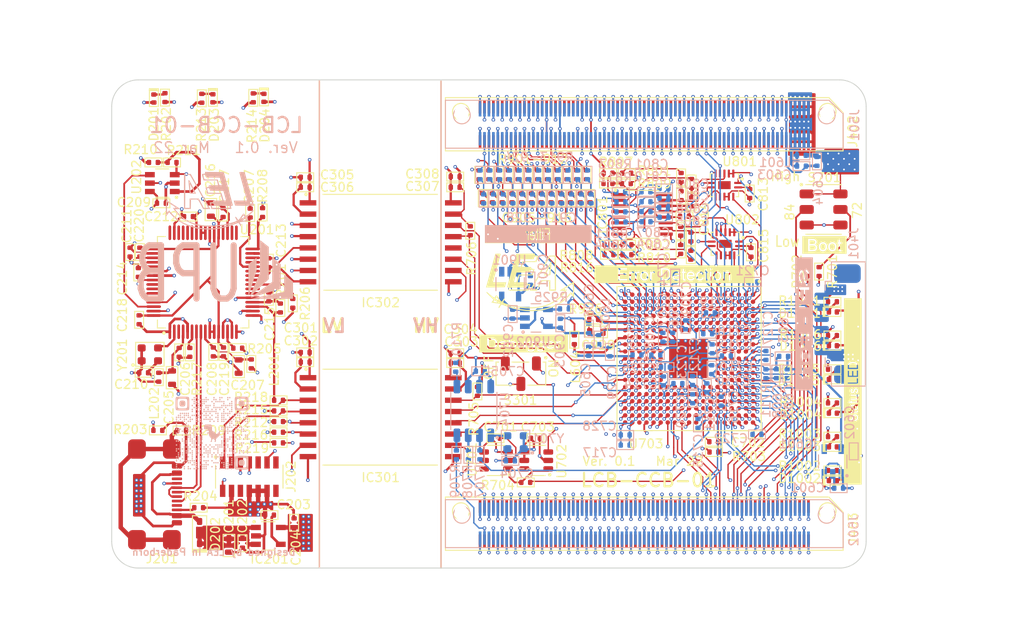
<source format=kicad_pcb>
(kicad_pcb (version 20211014) (generator pcbnew)
  (layers (0 "F.Cu" signal) (1 "In1.Cu" power) (2 "In2.Cu" signal) (3 "In3.Cu" signal) (4 "In4.Cu" signal) (5 "In5.Cu" signal) (6 "In6.Cu" power) (31 "B.Cu" signal) (34 "B.Paste" user) (35 "F.Paste" user) (36 "B.SilkS" user "B.Silkscreen") (37 "F.SilkS" user "F.Silkscreen") (38 "B.Mask" user) (39 "F.Mask" user) (44 "Edge.Cuts" user))
  (net 0 "")
  (net 1 "/XDS100 - Page 2/VPHY")
  (net 2 "GND_LV")
  (net 3 "/XDS100 - Page 2/VPLL")
  (net 4 "+5V_LV")
  (net 5 "Net-(C203-Pad1)")
  (net 6 "+3.3V_LV")
  (net 7 "AGND_HV")
  (net 8 "/MCU - Page 7/MCU_XRSn")
  (net 9 "+1.8V_HV")
  (net 10 "+3.3V_HV")
  (net 11 "GND_HV")
  (net 12 "+3V3_Connector_HV")
  (net 13 "+1V2_HV")
  (net 14 "+3.3V_HV_A")
  (net 15 "+1.2V_HV")
  (net 16 "/Error Detection - Page 8/OPA1IN-")
  (net 17 "/Error Detection - Page 8/OPA1IN+")
  (net 18 "Net-(C929-Pad1)")
  (net 19 "/Error Detection - Page 8/OPA3IN-")
  (net 20 "/Error Detection - Page 8/OPA3IN+")
  (net 21 "A2A3_P")
  (net 22 "/Error Detection - Page 8/OPA2_IN-")
  (net 23 "/Error Detection - Page 8/OPA2IN+")
  (net 24 "B2B3_P")
  (net 25 "/Error Detection - Page 8/OPA4IN-")
  (net 26 "/Error Detection - Page 8/OPA4IN+")
  (net 27 "C4C5_P")
  (net 28 "D0D1_P")
  (net 29 "/Analog Filter - Page 9/Ref3.0V")
  (net 30 "/Analog Filter - Page 9/A2A3_N")
  (net 31 "/Analog Filter - Page 9/A4A5_P")
  (net 32 "/Analog Filter - Page 9/A4A5_N")
  (net 33 "/Analog Filter - Page 9/C2C3_P")
  (net 34 "/Analog Filter - Page 9/C2C3_N")
  (net 35 "/Analog Filter - Page 9/B4B5_P")
  (net 36 "/Analog Filter - Page 9/B4B5_N")
  (net 37 "/Analog Filter - Page 9/B2B3_N")
  (net 38 "/Analog Filter - Page 9/A0A1_P")
  (net 39 "/Analog Filter - Page 9/A0A1_N")
  (net 40 "/Analog Filter - Page 9/C4C5_N")
  (net 41 "/Analog Filter - Page 9/IN1415_P")
  (net 42 "/Analog Filter - Page 9/IN1415_N")
  (net 43 "Net-(D201-PadC)")
  (net 44 "/Analog Filter - Page 9/B0B1_P")
  (net 45 "Net-(D203-PadC)")
  (net 46 "Net-(D204-PadC)")
  (net 47 "Net-(D1001-PadC)")
  (net 48 "Net-(D1002-PadC)")
  (net 49 "Net-(D1003-PadC)")
  (net 50 "Net-(D1004-PadC)")
  (net 51 "Net-(D1005-PadC)")
  (net 52 "Net-(D1006-PadC)")
  (net 53 "TCK_HV")
  (net 54 "TCK_LV")
  (net 55 "TDI_HV")
  (net 56 "TDI_LV")
  (net 57 "TMS_HV")
  (net 58 "TMS_LV")
  (net 59 "TDO_HV")
  (net 60 "TDO_LV")
  (net 61 "/Analog Filter - Page 9/B0B1_N")
  (net 62 "TRST_HV")
  (net 63 "TRST_LV")
  (net 64 "SCIA_RX_HV")
  (net 65 "SCIA_TX_LV")
  (net 66 "SCIA_TX_HV")
  (net 67 "SCIA_RX_LV")
  (net 69 "/Analog Filter - Page 9/D2D3_P")
  (net 70 "/Analog Filter - Page 9/D2D3_N")
  (net 71 "/Analog Filter - Page 9/D0D1_N")
  (net 73 "/Analog Filter - Page 9/D4D5_N")
  (net 75 "/Analog Filter - Page 9/D4D5_P")
  (net 76 "SPIA_STEn|GPIO19")
  (net 77 "SPIA_MISO|GPIO17")
  (net 78 "SPIA_MOSI|GPIO16")
  (net 79 "SPIA_CLK|GPIO18")
  (net 80 "ADC_D2D3_N")
  (net 81 "ADC_D4D5_N")
  (net 82 "ADC_D2D3_P")
  (net 83 "ADC_D4D5_P")
  (net 84 "ADC_C4C5_N")
  (net 85 "ADC_D0D1_N")
  (net 86 "ADC_C4C5_P")
  (net 87 "ADC_D0D1_P")
  (net 88 "ADC_B4B5_N")
  (net 89 "ADC_C2C3_N")
  (net 90 "ADC_B4B5_P")
  (net 91 "ADC_C2C3_P")
  (net 92 "ADC_B0B1_N")
  (net 93 "ADC_B2B3_N")
  (net 94 "ADC_B0B1_P")
  (net 95 "ADC_B2B3_P")
  (net 96 "ADC_A2A3_N")
  (net 97 "ADC_A4A5_N")
  (net 98 "ADC_A2A3_P")
  (net 99 "ADC_A4A5_P")
  (net 100 "ADC_IN1415_N")
  (net 101 "ADC_A0A1_N")
  (net 102 "ADC_IN1415_P")
  (net 103 "ADC_A0A1_P")
  (net 104 "SCIC_TX|GPIO12")
  (net 105 "SCIC_RX|GPIO13")
  (net 106 "SCIB_TX|GPIO22")
  (net 107 "SCIB_RX|GPIO23")
  (net 108 "SPID_CLK|GPIO93")
  (net 109 "SPID_STEn|GPIO94")
  (net 110 "SPID_MOSI|GPIO91")
  (net 111 "SPID_MISO|GPIO92")
  (net 112 "SPIC_CLK|GPIO102")
  (net 113 "SPIC_STEn|GPIO103")
  (net 114 "SPIC_MOSI|GPIO100")
  (net 115 "SPIB_CLK|GPIO26")
  (net 116 "SPIB_STEn|GPIO27")
  (net 117 "SPIB_MOSI|GPIO24")
  (net 118 "SPIB_MISO|GPIO25")
  (net 119 "ENET_MII_TX_Data0|GPIO121")
  (net 120 "ENET_MII_TX_ERR|GPIO119")
  (net 121 "ENET_MII_TX_CLK|GPIO120")
  (net 122 "ENET_MII_RX_Data3|GPIO117")
  (net 123 "ENET_MII_TX_EN|GPIO118")
  (net 124 "ENET_MII_RX_Data1|GPIO115")
  (net 125 "ENET_MII_RX_Data2|GPIO116")
  (net 126 "ENET_MII_RX_ERR|GPIO113")
  (net 127 "ENET_MII_RX_Data0|GPIO114")
  (net 128 "ENET_MII_RX_CLK|GPIO111")
  (net 129 "ENET_MII_RX_DV|GPIO112")
  (net 130 "ENET_CLK_25MHz")
  (net 131 "ENET_MII_CRS|GPIO109")
  (net 132 "ENET_MII_COL|GPIO110")
  (net 133 "ENET_REVMII_MDIO_RST|GPIO107")
  (net 134 "ENET_MII_INTR|GPIO108")
  (net 135 "ENET_MDIO_CLK|GPIO105")
  (net 136 "ENET_MDIO_DATA|GPIO106")
  (net 137 "ENET_PPSO|GPIO47")
  (net 138 "ENET_PPS1|GPIO48")
  (net 139 "ENET_MII_TX_Data3|GPIO124")
  (net 140 "ENET_RMII_CLK|GPIO73")
  (net 141 "ENET_MII_TX_Data1|GPIO122")
  (net 142 "ENET_MII_TX_Data2|GPIO123")
  (net 143 "SSIA_CLK|GPIO56")
  (net 144 "SSIA_FSS|GPIO57")
  (net 145 "SSIA_TX|GPIO54")
  (net 146 "SSIA_RX|GPIO55")
  (net 147 "CM-I2CA_SDA|GPIO31")
  (net 148 "CM-I2CA_SCL|GPIO32")
  (net 149 "CANB_RX|GPIO39")
  (net 150 "CANB_TX|GPIO38")
  (net 151 "CANA_RX|GPIO36")
  (net 152 "CANA_TX|GPIO37")
  (net 153 "GPIO98_RstFF3")
  (net 154 "GPIO99_Err3")
  (net 155 "GPIO104_nErr3")
  (net 156 "P1_CLK_25MHz")
  (net 157 "P0_CLK_25MHz")
  (net 158 "ESC_MDIO_DATA|GPIO153")
  (net 159 "ESC_RX1_DATA2|GPIO65")
  (net 160 "ESC_PHY_CLK|GPIO154")
  (net 161 "ESC_RX1_DATA0|GPIO63")
  (net 162 "ESC_RX1_DATA3|GPIO66")
  (net 163 "ESC_LED_RUN|GPIO61")
  (net 164 "ESC_RX1_DATA1|GPIO64")
  (net 165 "ESC_PHY1_LINKSTATUS|GPIO68")
  (net 166 "ESC_LED_STATE_RUN|GPIO62")
  (net 167 "ESC_I2C_SCL|GPIO30")
  (net 168 "ESC_RX1_CLK|GPIO69")
  (net 169 "ESC_LED_ERR|GPIO60")
  (net 170 "ESC_I2C_SDA|GPIO29")
  (net 171 "ESC_LED_LINK0_ACTIVE|GPIO58")
  (net 172 "ESC_LED_LINK1_ACTIVE|GPIO59")
  (net 173 "ESC_RX1_DV|GPIO136")
  (net 174 "ESC_MDIO_CLK|GPIO46")
  (net 175 "ESC_TX1_DATA1|GPIO132")
  (net 176 "ESC_TX1_DATA2|GPIO134")
  (net 177 "GPIO52")
  (net 178 "GPIO53")
  (net 179 "ESC_TX1_CLK|GPIO130")
  (net 180 "ESC_TX1_DATA0|GPIO131")
  (net 181 "ESC_SYNC1|GPIO128")
  (net 182 "ESC_TX1_ENA|GPIO129")
  (net 183 "ESC_LATCH1|GPIO126")
  (net 184 "ESC_SYNC0|GPIO127")
  (net 185 "ESC_TX1_DATA3|GPIO72")
  (net 186 "ESC_LATCH0|GPIO125")
  (net 187 "ESC_TX0_DATA3|GPIO90")
  (net 188 "ESC_RX1_ERR|GPIO71")
  (net 189 "ESC_TX0_DATA1|GPIO88")
  (net 190 "ESC_TX0_DATA2|GPIO89")
  (net 191 "GPIO50")
  (net 192 "GPIO51")
  (net 193 "ESC_PHY0_LINKSTATUS|GPIO86")
  (net 194 "ESC_TX0_DATA0|GPIO87")
  (net 195 "ESC_TX0_ENA|GPIO84")
  (net 196 "ESC_TX0_CLK|GPIO85")
  (net 197 "ESC_RX0_DATA2|GPIO82")
  (net 198 "ESC_RX0_DATA3|GPIO83")
  (net 199 "ESC_RX0_DATA0|GPIO80")
  (net 200 "ESC_RX0_DATA1|GPIO81")
  (net 201 "ESC_RX0_DV|GPIO78")
  (net 202 "ESC_RX0_ERR|GPIO79")
  (net 203 "ESC_PHY_RESETn|GPIO76")
  (net 204 "ESC_RX0_CLK|GPIO77")
  (net 205 "I2CA_SDA|GPIO0")
  (net 206 "I2CA_SCL|GPIO1")
  (net 207 "MCAN_TX|GPIO4")
  (net 208 "MCAN_RX|GPIO70")
  (net 209 "EPWM16A|GPIO143")
  (net 210 "EPWM16B|GPIO144")
  (net 211 "EPWM15A|GPIO141")
  (net 212 "EPWM15B|GPIO142")
  (net 213 "EPWM14A|GPIO139")
  (net 214 "EPWM14B|GPIO140")
  (net 215 "EPWM13A|GPIO137")
  (net 216 "EPWM13B|GPIO138")
  (net 217 "EPWM12A|GPIO167")
  (net 218 "EPWM12B|GPIO168")
  (net 219 "EPWM11A|GPIO165")
  (net 220 "EPWM11B|GPIO166")
  (net 221 "EPWM10A|GPIO163")
  (net 222 "EPWM10B|GPIO164")
  (net 223 "EPWM9A|GPIO161")
  (net 224 "EPWM9B|GPIO162")
  (net 225 "EPWM8A|GPIO159")
  (net 226 "EPWM8B|GPIO160")
  (net 227 "EPWM7A|GPIO157")
  (net 228 "EPWM7B|GPIO158")
  (net 229 "EPWM6A|GPIO155")
  (net 230 "EPWM6B|GPIO156")
  (net 231 "EPWM5A|GPIO8")
  (net 232 "EPWM5B|GPIO9")
  (net 233 "EPWM4A|GPIO151")
  (net 234 "EPWM4B|GPIO152")
  (net 235 "EPWM3A|PGIO149")
  (net 236 "EPWM3B|GPIO150")
  (net 237 "EPWM2A|GPIO147")
  (net 238 "EPWM2B|GPIO148")
  (net 239 "EPWM1A|GPIO145")
  (net 240 "EPWM1B|GPIO146")
  (net 241 "UARTA_TX|GPIO42")
  (net 242 "UARTA_RX|GPIO43")
  (net 243 "/XDS100 - Page 2/VBUS")
  (net 244 "/Isolation - Page 3/Enable_Output")
  (net 245 "Net-(R206-Pad2)")
  (net 246 "/Error Detection - Page 8/FF3_Data")
  (net 247 "/Error Detection - Page 8/FF4_Data")
  (net 249 "/Error Detection - Page 8/FF2_Data")
  (net 250 "/Error Detection - Page 8/FF1_Data")
  (net 251 "Net-(R701-Pad2)")
  (net 252 "Net-(R702-Pad2)")
  (net 253 "/XDS100 - Page 2/CC1")
  (net 254 "Net-(R704-Pad1)")
  (net 255 "Net-(R707-Pad2)")
  (net 256 "Net-(R708-Pad2)")
  (net 257 "Net-(R709-Pad2)")
  (net 267 "Net-(U201-Pad40)")
  (net 279 "/XDS100 - Page 2/D+")
  (net 280 "/XDS100 - Page 2/D-")
  (net 283 "Net-(R710-Pad2)")
  (net 284 "/XDS100 - Page 2/CC2")
  (net 293 "Net-(C806-Pad1)")
  (net 294 "Net-(C809-Pad1)")
  (net 295 "Net-(C812-Pad1)")
  (net 296 "/XDS100 - Page 2/Shield")
  (net 297 "/XDS100 - Page 2/XDS100_TMS")
  (net 298 "Net-(R207-Pad2)")
  (net 299 "Net-(R208-Pad2)")
  (net 300 "Net-(R210-Pad1)")
  (net 301 "/XDS100 - Page 2/RESET")
  (net 302 "/XDS100 - Page 2/XDS100_TCK")
  (net 303 "/XDS100 - Page 2/EE_Data")
  (net 308 "Net-(C803-Pad1)")
  (net 309 "/XDS100 - Page 2/LED54")
  (net 310 "/XDS100 - Page 2/LED55")
  (net 311 "/XDS100 - Page 2/XDS100_TDI")
  (net 312 "/XDS100 - Page 2/XDS100_TDO")
  (net 313 "/XDS100 - Page 2/REF")
  (net 314 "/XDS100 - Page 2/XDS100_TRST")
  (net 315 "/MCU - Page 7/CLK_F283XX_25MHz")
  (net 316 "/Analog Filter - Page 9/ADC_Ref3.0V")
  (net 317 "/Analog Filter - Page 9/VREFH")
  (net 318 "/XDS100 - Page 2/CLK_12MHz")
  (net 319 "/XDS100 - Page 2/EE_CLK")
  (net 320 "/XDS100 - Page 2/EE_CS")
  (net 321 "LED_Green|GPIO5")
  (net 322 "LED_Green|GPIO3")
  (net 323 "LED_Yellow|GPIO2")
  (net 324 "LED_Red|GPIO6")
  (net 325 "LED_Red|GPIO7")
  (net 326 "GPIO41")
  (net 327 "GPIO33")
  (net 328 "GPIO40")
  (net 329 "GPIO34")
  (net 330 "FreePin1")
  (net 331 "FreePin2")
  (net 332 "FreePin5")
  (net 333 "FreePin3")
  (net 334 "FreePin6")
  (net 335 "/MCU - Page 7/25MHz_CLK")
  (net 336 "GPIO44")
  (net 337 "GPIO45")
  (net 338 "GPIO20_nErr1")
  (net 339 "GPIO21_nErr2")
  (net 340 "GPIO97_RstFF2")
  (net 341 "GPIO10_RstFF1")
  (net 342 "GPIO95_Err2")
  (net 343 "GPIO11_RstFF4")
  (net 344 "GPIO96_Err4")
  (net 345 "GPIO14_nErr4")
  (net 346 "GPIO15_Err1")
  (net 347 "GPIO49")
  (net 348 "FreePin4")
  (net 349 "FreePin7")
  (net 350 "SPIC_MISO|GPIO101")
  (net 357 "FreePin8")
  (footprint "LEA_FootprintLibrary:LED_0402" (layer "F.Cu") (at 106.15 106.9)
    (fp_text reference "D1004")
    (fp_text value "LED_SML-P11YTT86R" hide)
  )
  (footprint "LEA_FootprintLibrary:C_0402" (layer "F.Cu") (at 67.8 82.65 -90)
    (fp_text reference "C906" hide)
    (fp_text value "330pF/50V" hide)
  )
  (footprint "LEA_FootprintLibrary:R_0402" (layer "F.Cu") (at 106.1 98.15)
    (fp_text reference "R1006")
    (fp_text value "600R" hide)
  )
  (footprint "LEA_FootprintLibrary:R_0402" (layer "F.Cu") (at 43.9 95.05 -90)
    (fp_text reference "R201")
    (fp_text value "2.2K" hide)
  )
  (footprint "LEA_FootprintLibrary:C_0402" (layer "F.Cu") (at 46.7 81.45 180)
    (fp_text reference "C306")
    (fp_text value "100nF/50V" hide)
  )
  (footprint "LEA_FootprintLibrary:R_0402" (layer "F.Cu") (at 106.1 109.55)
    (fp_text reference "R1003")
    (fp_text value "600R" hide)
  )
  (footprint "LEA_FootprintLibrary:QSOP_16_Maxim_E16+1" (layer "F.Cu") (at 84.655 84.5 -90)
    (fp_text reference "IC801")
    (fp_text value "MAX978EEE+" hide)
  )
  (footprint "LEA_FootprintLibrary:CLM-107-02-L-D-K-TR" (layer "F.Cu") (at 40.4 114.05)
    (fp_text reference "J202")
    (fp_text value "CLM-107-02-L-D-K-TR" hide)
  )
  (footprint "LEA_FootprintLibrary:C_0402" (layer "F.Cu") (at 28.5 102.35)
    (fp_text reference "C210")
    (fp_text value "100nF/50V" hide)
  )
  (footprint "LEA_FootprintLibrary:C_0402" (layer "F.Cu") (at 77.7 82.65 -90)
    (fp_text reference "C915" hide)
    (fp_text value "330pF/50V" hide)
  )
  (footprint "LEA_FootprintLibrary:R_0402" (layer "F.Cu") (at 43.7 105.45)
    (fp_text reference "R218")
    (fp_text value "0R" hide)
  )
  (footprint "LEA_FootprintLibrary:C_0402" (layer "F.Cu") (at 30.5 83.25)
    (fp_text reference "C209")
    (fp_text value "100nF/50V" hide)
  )
  (footprint "LEA_FootprintLibrary:LED_0402" (layer "F.Cu") (at 106.15 99.3)
    (fp_text reference "D1006")
    (fp_text value "LED_SML-P11MTT86R" hide)
  )
  (footprint "LEA_FootprintLibrary:C_0603" (layer "F.Cu") (at 79.5 97.75)
    (fp_text reference "C929")
    (fp_text value "22uF/16V" hide)
  )
  (footprint "LEA_FootprintLibrary:C_0402" (layer "F.Cu") (at 89.43 84.725)
    (fp_text reference "C814")
    (fp_text value "100nF/50V" hide)
  )
  (footprint "LEA_FootprintLibrary:C_0402" (layer "F.Cu") (at 26.97 88.76 -90)
    (fp_text reference "C211")
    (fp_text value "100nF/50V" hide)
  )
  (footprint "LEA_FootprintLibrary:SOT-23-5_Microchip" (layer "F.Cu") (at 41.15 120.728 -90)
    (fp_text reference "IC201")
    (fp_text value "MIC5259-3.3YD5-TR" hide)
  )
  (footprint "LEA_FootprintLibrary:R_0402" (layer "F.Cu") (at 89.055 82.4 -90)
    (fp_text reference "R805" hide)
    (fp_text value "33K" hide)
  )
  (footprint "LEA_FootprintLibrary:R_0402" (layer "F.Cu") (at 90.15 87.05 90)
    (fp_text reference "R806" hide)
    (fp_text value "33K" hide)
  )
  (footprint "LEA_FootprintLibrary:C_0402" (layer "F.Cu") (at 27.9 91.05 90)
    (fp_text reference "C214")
    (fp_text value "100nF/50V" hide)
  )
  (footprint "LEA_FootprintLibrary:R_0402" (layer "F.Cu") (at 65.3 86.35 90)
    (fp_text reference "R706")
    (fp_text value "2.2K" hide)
  )
  (footprint "LEA_FootprintLibrary:C_0402" (layer "F.Cu") (at 42.6 89.95 -90)
    (fp_text reference "C213")
    (fp_text value "100nF/50V" hide)
  )
  (footprint "LEA_FootprintLibrary:R_0402" (layer "F.Cu") (at 35.05 71.425 -90)
    (fp_text reference "R213")
    (fp_text value "600R" hide)
  )
  (footprint "LEA_FootprintLibrary:LED_0402" (layer "F.Cu") (at 106.15 95.5)
    (fp_text reference "D1001")
    (fp_text value "LED_SML-P11MTT86R" hide)
  )
  (footprint "LEA_FootprintLibrary:R_0402" (layer "F.Cu") (at 90.24 83.09 -90)
    (fp_text reference "R813" hide)
    (fp_text value "33K" hide)
  )
  (footprint "LEA_FootprintLibrary:C_0402" (layer "F.Cu") (at 68.9 82.65 -90)
    (fp_text reference "C907" hide)
    (fp_text value "330pF/50V" hide)
  )
  (footprint "LEA_FootprintLibrary:R_0402" (layer "F.Cu") (at 75.1 80.05 90)
    (fp_text reference "R909" hide)
    (fp_text value "0R" hide)
  )
  (footprint "LEA_FootprintLibrary:R_0402" (layer "F.Cu") (at 89 86.4 90)
    (fp_text reference "R814" hide)
    (fp_text value "33K" hide)
  )
  (footprint "LEA_FootprintLibrary:C_0402" (layer "F.Cu") (at 72.635 109.725)
    (fp_text reference "C703")
    (fp_text value "100nF/50V" hide)
  )
  (footprint "LEA_FootprintLibrary:R_0402" (layer "F.Cu") (at 40.85 71.375 -90)
    (fp_text reference "R214")
    (fp_text value "600R" hide)
  )
  (footprint "LEA_FootprintLibrary:C_0402" (layer "F.Cu") (at 78.8 82.65 -90)
    (fp_text reference "C916" hide)
    (fp_text value "330pF/50V" hide)
  )
  (footprint "LEA_FootprintLibrary:LQFP-64_12x12_Pitch0.5mm_FTDI" (layer "F.Cu") (at 35.2 92.15 90)
    (fp_text reference "U201")
    (fp_text value "FT2232HL" hide)
  )
  (footprint "LEA_FootprintLibrary:C_0402" (layer "F.Cu") (at 27.99 96.38 -90)
    (fp_text reference "C218")
    (fp_text value "100nF/50V" hide)
  )
  (footprint "LEA_FootprintLibrary:TSOT-23-6_TI" (layer "F.Cu") (at 68.2 112.225 180)
    (fp_text reference "U701")
    (fp_text value "TPS3702CX33DDCT" hide)
  )
  (footprint "LEA_FootprintLibrary:DHVQFN14_SOT762-1_Nexpria" (layer "F.Cu") (at 94.04 87.82 180)
    (fp_text reference "U802")
    (fp_text value "74HC74BQ,115" hide)
  )
  (footprint "LEA_FootprintLibrary:R_0402" (layer "F.Cu") (at 106.1 94.35)
    (fp_text reference "R1001")
    (fp_text value "600R" hide)
  )
  (footprint "LEA_FootprintLibrary:R_0402" (layer "F.Cu") (at 82.95 87.925)
    (fp_text reference "R802")
    (fp_text value "1K" hide)
  )
  (footprint "LEA_FootprintLibrary:L_0402" (layer "F.Cu") (at 30.2 102.85 -90)
    (fp_text reference "L202")
    (fp_text value "BLM15AG601SN1D" hide)
  )
  (footprint "LEA_FootprintLibrary:LED_0402" (layer "F.Cu") (at 29.65 71.45 -90)
    (fp_text reference "D201")
    (fp_text value "LED_SML-P11MTT86R" hide)
  )
  (footprint "LEA_FootprintLibrary:C_0402" (layer "F.Cu") (at 71.1 82.65 -90)
    (fp_text reference "C909" hide)
    (fp_text value "330pF/50V" hide)
  )
  (footprint "LOGO" (layer "F.Cu") (at 72 92.15)
    (fp_text reference "G***" hide)
    (fp_text value "LOGO" hide)
  )
  (footprint "LEA_FootprintLibrary:C_0402" (layer "F.Cu") (at 70 82.65 -90)
    (fp_text reference "C908" hide)
    (fp_text value "330pF/50V" hide)
  )
  (footprint "LEA_FootprintLibrary:SOIC-16_TI_DWW0016A_Optimized" (layer "F.Cu") (at 55.2 107.35 -90)
    (fp_text reference "IC301")
    (fp_text value "ISO7741FQDWWQ1" hide)
  )
  (footprint "LEA_FootprintLibrary:SOT-23-6_Microchip" (layer "F.Cu") (at 32 80.98 90)
    (fp_text reference "U202")
    (fp_text value "93LC56BT-I_OT" hide)
  )
  (footprint "LEA_FootprintLibrary:R_0402" (layer "F.Cu") (at 106.1 101.95)
    (fp_text reference "R1005")
    (fp_text value "600R" hide)
  )
  (footprint "LEA_FootprintLibrary:R_0402" (layer "F.Cu") (at 32.774 108.856 180)
    (fp_text reference "R209")
    (fp_text value "0R" hide)
  )
  (footprint "LEA_FootprintLibrary:C_0402" (layer "F.Cu") (at 74.4 82.65 -90)
    (fp_text reference "C912" hide)
    (fp_text value "330pF/50V" hide)
  )
  (footprint "LEA_FootprintLibrary:C_0603" (layer "F.Cu") (at 38.108 121.81 -90)
    (fp_text reference "C201")
    (fp_text value "4.7uF/16V" hide)
  )
  (footprint "LEA_FootprintLibrary:R_0402" (layer "F.Cu") (at 43.7 109.05)
    (fp_text reference "R216")
    (fp_text value "0R" hide)
  )
  (footprint "LEA_FootprintLibrary:C_0402" (layer "F.Cu") (at 63.6 80.25)
    (fp_text reference "C308")
    (fp_text value "2.2uF/25V" hide)
  )
  (footprint "LEA_FootprintLibrary:R_0402" (layer "F.Cu") (at 29.6 78.65 180)
    (fp_text reference "R210")
    (fp_text value "10K" hide)
  )
  (footprint "LEA_FootprintLibrary:C_0402" (layer "F.Cu") (at 46.7 100.05 180)
    (fp_text reference "C301")
    (fp_text value "2.2uF/25V" hide)
  )
  (footprint "LEA_FootprintLibrary:C_0402" (layer "F.Cu") (at 66.7 82.65 -90)
    (fp_text reference "C905" hide)
    (fp_text value "330pF/50V" hide)
  )
  (footprint "LEA_FootprintLibrary:R_0402" (layer "F.Cu") (at 82.92 79.86)
    (fp_text reference "R801")
    (fp_text value "1K" hide)
  )
  (footprint "LEA_FootprintLibrary:R_0402" (layer "F.Cu") (at 33.7 100.05 90)
    (fp_text reference "R217")
    (fp_text value "2.2K" hide)
  )
  (footprint "LEA_FootprintLibrary:R_0402" (layer "F.Cu") (at 31.7 78.65)
    (fp_text reference "R211")
    (fp_text value "2.2K" hide)
  )
  (footprint "LEA_FootprintLibrary:R_0402" (layer "F.Cu") (at 71.55 114.7)
    (fp_text reference "R704")
    (fp_text value "0R" hide)
  )
  (footprint "LEA_FootprintLibrary:R_0402" (layer "F.Cu") (at 82.88 81.04)
    (fp_text reference "R809")
    (fp_text value "1K" hide)
  )
  (footprint "LEA_FootprintLibrary:TSOT-23-6_TI" (layer "F.Cu") (at 72.735 112.225 180)
    (fp_text reference "U702")
    (fp_text value "TPS3702CX12DDCT" hide)
  )
  (footprint "LEA_FootprintLibrary:R_0402" (layer "F.Cu") (at 104.6 90.95 90)
    (fp_text reference "R701")
    (fp_text value "2.2K" hide)
  )
  (footprint "LEA_FootprintLibrary:R_0402" (layer "F.Cu") (at 80.925 87.925)
    (fp_text reference "R808")
    (fp_text value "10K" hide)
  )
  (footprint "LEA_FootprintLibrary:C_0402" (layer "F.Cu") (at 37.45 84.3 90)
    (fp_text reference "C217")
    (fp_text value "100nF/50V" hide)
  )
  (footprint "LEA_FootprintLibrary:DHVQFN14_SOT762-1_Nexpria" (layer "F.Cu") (at 93.93 81.21 180)
    (fp_text reference "U801")
    (fp_text value "74HC74BQ,115" hide)
  )
  (footprint "LEA_FootprintLibrary:R_0402" (layer "F.Cu") (at 80.82 79.86)
    (fp_text reference "R807")
    (fp_text value "10K" hide)
  )
  (footprint "LOGO" (layer "F.Cu") (at 71.3 99.05)
    (fp_text reference "G***" hide)
    (fp_text value "LOGO" hide)
  )
  (footprint "LEA_FootprintLibrary:C_0402" (layer "F.Cu") (at 90.23 81.02 90)
    (fp_text reference "C809" hide)
    (fp_text value "100nF/50V" hide)
  )
  (footprint "LOGO" (layer "F.Cu") (at 88.3 91.25)
    (fp_text reference "G***" hide)
    (fp_text value "LOGO" hide)
  )
  (footprint "LEA_FootprintLibrary:C_0402" (layer "F.Cu") (at 92.73 110.12 180)
    (fp_text reference "C702")
    (fp_text value "10nF/50V" hide)
  )
  (footprint "LEA_FootprintLibrary:LED_0402" (layer "F.Cu") (at 36.3 71.425 -90)
    (fp_text reference "D203")
    (fp_text value "LED_SML-P11MTT86R" hide)
  )
  (footprint "LEA_FootprintLibrary:C_0402" (layer "F.Cu") (at 33.55 84.75 180)
    (fp_text reference "C212")
    (fp_text value "100nF/50V" hide)
  )
  (footprint "LEA_FootprintLibrary:C_0603" (layer "F.Cu") (at 39.2 101.65 -90)
    (fp_text reference "C207")
    (fp_text value "4.7uF/16V" hide)
  )
  (footprint "LEA_FootprintLibrary:R_0402" (layer "F.Cu") (at 43.7 106.65)
    (fp_text reference "R215")
    (fp_text value "0R" hide)
  )
  (footprint "LEA_FootprintLibrary:R_0402" (layer "F.Cu") (at 43.7 107.85)
    (fp_text reference "R212")
    (fp_text value "0R" hide)
  )
  (footprint "LEA_FootprintLibrary:R_0402" (layer "F.Cu") (at 67.4 80.05 90)
    (fp_text reference "R902" hide)
    (fp_text value "0R" hide)
  )
  (footprint "LEA_FootprintLibrary:R_0402" (layer "F.Cu") (at 30.1 108.84 180)
    (fp_text reference "R203")
    (fp_text value "5K" hide)
  )
  (footprint "LEA_FootprintLibrary:C_0402" (layer "F.Cu") (at 39.632 121.556 -90)
    (fp_text reference "C202")
    (fp_text value "10nF/50V" hide)
  )
  (footprint "LEA_FootprintLibrary:R_0402" (layer "F.Cu") (at 80.925 89.05)
    (fp_text reference "R816")
    (fp_text value "10K" hide)
  )
  (footprint "LEA_FootprintLibrary:R_0402" (layer "F.Cu") (at 34.7 117.55)
    (fp_text reference "R204")
    (fp_text value "5K" hide)
  )
  (footprint "LEA_FootprintLibrary:C_0603" (layer "F.Cu") (at 36.076 83.964 90)
    (fp_text reference "C216")
    (fp_text value "4.7uF/16V" hide)
  )
  (footprint "LEA_FootprintLibrary:ERF5-075-05.0-L-DV" (layer "F.Cu") (at 84.9 119.35)
    (fp_text reference "J403")
    (fp_text value "ERF5-075-05.0-L-DV-TR" hide)
  )
  (footprint "LEA_FootprintLibrary:LED_0402" (layer "F.Cu") (at 106.15 103.1)
    (fp_text reference "D1005")
    (fp_text value "LED_SML-P11UTT86R" hide)
  )
  (footprint "LEA_FootprintLibrary:R_0402" (layer "F.Cu") (at 79.2 96.35 180)
    (fp_text reference "R926")
    (fp_text value "0.1R" hide)
  )
  (footprint "LEA_FootprintLibrary:R_0402" (layer "F.Cu") (at 43.7 110.25)
    (fp_text reference "R219")
    (fp_text value "0R" hide)
  )
  (footprint "LEA_FootprintLibrary:USB_C_GCT_USB4110-GF-A" (layer "F.Cu") (at 32.25 116.05 -90)
    (fp_text reference "J201")
    (fp_text value "USBC_GTC_USB4110-GF-A" hide)
  )
  (footprint "LEA_FootprintLibrary:C_0402" (layer "F.Cu") (at 89.055 80.34 90)
    (fp_text reference "C803" hide)
    (fp_text value "100nF/50V" hide)
  )
  (footprint "LEA_FootprintLibrary:R_0402" (layer "F.Cu") (at 106.1 105.75)
    (fp_text reference "R1004")
    (fp_text value "600R" hide)
  )
  (footprint "LEA_FootprintLibrary:C_0402" (layer "F.Cu") (at 73.3 82.65 -90)
    (fp_text reference "C911" hide)
    (fp_text value "330pF/50V" hide)
  )
  (footprint "LEA_FootprintLibrary:C_0402" (layer "F.Cu") (at 96.78 82.16 -90)
    (fp_text reference "C813")
    (fp_text value "100nF/50V" hide)
  )
  (footprint "LEA_FootprintLibrary:BGA-361_19x19_16.0x16.0mm" (layer "F.Cu") (at 89.95 100.75 -90)
    (fp_text reference "U703")
    (fp_text value "TMS320F2838xDZWT" hide)
  )
  (footprint "LEA_FootprintLibrary:R_0402" (layer "F.Cu") (at 71.8 80.05 90)
    (fp_text reference "R906" hide)
    (fp_text value "0R" hide)
  )
  (footprint "LEA_FootprintLibrary:SOIC-16_TI_DWW0016A_Optimized" (layer "F.Cu") (at 55.2 87.65 -90)
    (fp_text reference "IC302")
    (fp_text value "ISO7741FQDWWQ1" hide)
  )
  (footprint "LEA_FootprintLibrary:Osc_ECS_2.5x2" (layer "F.Cu") (at 29.2 100.275)
    (fp_text reference "Y201")
    (fp_text value "ECS-2033-120-AU" hide)
  )
  (footprint "LEA_FootprintLibrary:R_0402" (layer "F.Cu") (at 68.5 80.05 90)
    (fp_text reference "R903" hide)
    (fp_text value "0R" hide)
  )
  (footprint "LEA_FootprintLibrary:R_0402" (layer "F.Cu") (at 74 80.05 90)
    (fp_text reference "R908" hide)
    (fp_text value "0R" hide)
  )
  (footprint "LEA_FootprintLibrary:R_0402" (layer "F.Cu") (at 82.95 89.05)
    (fp_text reference "R810")
    (fp_text value "1K" hide)
  )
  (footprint "LEA_FootprintLibrary:C_0402" (layer "F.Cu") (at 42.6 93.8 90)
    (fp_text reference "C215")
    (fp_text value "100nF/50V" hide)
  )
  (footprint "LEA_FootprintLibrary:R_0402" (layer "F.Cu") (at 70.7 80.05 90)
    (fp_text reference "R905" hide)
    (fp_text value "0R" hide)
  )
  (footprint "LEA_FootprintLibrary:SOD-323_Infineon" (layer "F.Cu") (at 34.8 120.35 90)
    (fp_text reference "D202")
    (fp_text value "BAS3010A03WE6327HTSA1" hide)
  )
  (footprint "LEA_FootprintLibrary:CAS-D20TA" (layer "F.Cu") (at 105.1 83.95 -90)
    (fp_text reference "S701")
    (fp_text value "CAS-D20TA" hide)
  )
  (footprint "LEA_FootprintLibrary:R_0402" (layer "F.Cu") (at 40.5 84.35 -90)
    (fp_text reference "R207")
    (fp_text value "2.2K" hide)
  )
  (footprint "LEA_FootprintLibrary:C_0402" (layer "F.Cu") (at 32.5 100.05 -90)
    (fp_text reference "C206")
    (fp_text value "100nF/50V" hide)
  )
  (footprint "LEA_FootprintLibrary:C_0402" (layer "F.Cu") (at 46.7 80.32 180)
    (fp_text reference "C305")
    (fp_text value "2.2uF/25V" hide)
  )
  (footprint "LEA_FootprintLibrary:R_0402" (layer "F.Cu") (at 77.3 80.05 90)
    (fp_text reference "R911" hide)
    (fp_text value "0R" hide)
  )
  (footprint "LOGO" (layer "F.Cu") (at 72.97 86.75)
    (fp_text reference "G***" hide)
    (fp_text value "LOGO" hide)
  )
  (footprint "LEA_FootprintLibrary:C_0402" (layer "F.Cu") (at 63.6 100.15)
    (fp_text reference "C304")
    (fp_text value "2.2uF/25V" hide)
  )
  (footprint "LEA_FootprintLibrary:R_0402" (layer "F.Cu") (at 72.9 80.05 90)
    (fp_text reference "R907" hide)
    (fp_text value "0R" hide)
  )
  (footprint "LEA_FootprintLibrary:C_0402" (layer "F.Cu") (at 89 88.45 -90)
    (fp_text reference "C812" hide)
    (fp_text value "100nF/50V" hide)
  )
  (footprint "LEA_FootprintLibrary:C_0402" (layer "F.Cu") (at 36.35 100 -90)
    (fp_text reference "C208")
    (fp_text value "100nF/50V" hide)
  )
  (footprint "LEA_FootprintLibrary:L_0402" (layer "F.Cu") (at 77.02 98.63 -90)
    (fp_text reference "L604")
    (fp_text value "60R" hide)
  )
  (footprint "LOGO" (layer "F.Cu") (at 105.2 87.95)
    (fp_text reference "G***" hide)
    (fp_text value "LOGO" hide)
  )
  (footprint "LEA_FootprintLibrary:C_0402" (layer "F.Cu") (at 63.6 81.45)
    (fp_text reference "C307")
    (fp_text value "100nF/50V" hide)
  )
  (footprint "LEA_FootprintLibrary:LED_0402" (layer "F.Cu") (at 106.15 110.7)
    (fp_text reference "D1003")
    (fp_text value "LED_SML-P11MTT86R" hide)
  )
  (footprint "LEA_FootprintLibrary:L_0402" (layer "F.Cu") (at 40.625 101.35 -90)
    (fp_text reference "L201")
    (fp_text value "BLM15AG601SN1D" hide)
  )
  (footprint "LEA_FootprintLibrary:R_0402" (layer "F.Cu") (at 30.9 71.35 90)
    (fp_text reference "R202")
    (fp_text value "600R" hide)
  )
  (footprint "LEA_FootprintLibrary:R_0402" (layer "F.Cu") (at 103.3 90.95 90)
    (fp_text reference "R702")
    (fp_text value "2.2K" hide)
  )
  (footprint "LEA_FootprintLibrary:C_0402" (layer "F.Cu") (at 96.92 88.78 -90)
    (fp_text reference "C815")
    (fp_text value "100nF/50V" hide)
  )
  (footprint "LEA_FootprintLibrary:C_0402" (layer "F.Cu") (at 42.674 118.384 180)
    (fp_text reference "C203")
    (fp_text value "10nF/50V" hide)
  )
  (footprint "LEA_FootprintLibrary:C_0603" (layer "F.Cu") (at 31.7 102.9 -90)
    (fp_text reference "C205")
    (fp_text value "4.7uF/16V" hide)
  )
  (footprint "LEA_FootprintLibrary:ERF5-075-05.0-L-DV" (layer "F.Cu") (at 84.9 74.35)
    (fp_text reference "J402")
    (fp_text value "ERF5-075-05.0-L-DV-TR" hide)
  )
  (footprint "LOGO" (layer "F.Cu") (at 108.4 104.45 90)
    (fp_text reference "G***" hide)
    (fp_text value "LOGO" hide)
  )
  (footprint "LEA_FootprintLibrary:R_0402" (layer "F.Cu") (at 45.3 94.525 90)
    (fp_text reference "R206")
    (fp_text value "0R" hide)
  )
  (footprint "LEA_FootprintLibrary:R_0402" (layer "F.Cu") (at 66.3 80.05 90)
    (fp_text reference "R901" hide)
    (fp_text value "0R" hide)
  )
  (footprint "LEA_FootprintLibrary:C_0402" (layer "F.Cu") (at 37.5 100 -90)
    (fp_text reference "C219")
    (fp_text value "100nF/50V" hide)
  )
  (footprint "LEA_FootprintLibrary:C_0402" (layer "F.Cu") (at 45.45 119.25 90)
    (fp_text reference "C204")
    (fp_text value "1uF/50V" hide)
  )
  (footprint "LEA_FootprintLibrary:C_0402" (layer "F.Cu") (at 28.07 88.76 -90)
    (fp_text reference "C220")
    (fp_text value "100nF/50V" hide)
  )
  (footprint "LEA_FootprintLibrary:R_0402" (layer "F.Cu") (at 69.6 80.05 90)
    (fp_text reference "R904" hide)
    (fp_text value "0R" hide)
  )
  (footprint "LEA_FootprintLibrary:R_0402" (layer "F.Cu") (at 80.81 81.03)
    (fp_text reference "R815" hide)
    (fp_text value "10K" hide)
  )
  (footprint "LEA_FootprintLibrary:R_0402" (layer "F.Cu") (at 41.9 84.3 -90)
    (fp_text reference "R208")
    (fp_text value "2.2K" hide)
  )
  (footprint "LEA_FootprintLibrary:LED_0402" (layer "F.Cu") (at 106.15 114.5)
    (fp_text reference "D1002")
    (fp_text value "LED_SML-P11MTT86R" hide)
  )
  (footprint "LEA_FootprintLibrary:R_0402" (layer "F.Cu") (at 106.1 113.35)
    (fp_text reference "R1002")
    (fp_text value "600R" hide)
  )
  (footprint "LEA_FootprintLibrary:R_0402" (layer "F.Cu") (at 39.1 99.575)
    (fp_text reference "R205")
    (fp_text value "2.2K" hide)
  )
  (footprint "LEA_FootprintLibrary:R_0402" (layer "F.Cu") (at 66.1 104.45 -90)
    (fp_text reference "R705")
    (fp_text value "2.2K" hide)
  )
  (footprint "LEA_FootprintLibrary:C_0402" (layer "F.Cu") (at 75.5 82.65 -90)
    (fp_text reference "C913" hide)
    (fp_text value "330pF/50V" hide)
  )
  (footprint "LEA_FootprintLibrary:C_0402" (layer "F.Cu") (at 90.15 89.1 -90)
    (fp_text reference "C806" hide)
    (fp_text value "100nF/50V" hide)
  )
  (footprint "LEA_FootprintLibrary:C_0402" (layer "F.Cu") (at 63.6 101.25)
    (fp_text reference "C303")
    (fp_text value "100nF/50V" hide)
  )
  (footprint "LEA_FootprintLibrary:C_0402" (layer "F.Cu") (at 46.7 101.15 180)
    (fp_text reference "C302")
    (fp_text value "100nF/50V" hide)
  )
  (footprint "LEA_FootprintLibrary:R_0402" (layer "F.Cu") (at 78.4 80.05 90)
    (fp_text reference "R912" hide)
    (fp_text value "0R" hide)
  )
  (footprint "LEA_FootprintLibrary:R_0402" (layer "F.Cu") (at 92.75 111.28)
    (fp_text reference "R703")
    (fp_text value "2.2K" hide)
  )
  (footprint "LEA_FootprintLibrary:C_0402" (layer "F.Cu") (at 68.135 109.725)
    (fp_text reference "C701")
    (fp_text value "100nF/50V" hide)
  )
  (footprint "LEA_FootprintLibrary:LED_0402" (layer "F.Cu") (at 42.05 71.375 -90)
    (fp_text reference "D204")
    (fp_text value "LED_SML-P11MTT86R" hide)
  )
  (footprint "LEA_FootprintLibrary:C_0402" (layer "F.Cu") (at 76.6 82.65 -90)
    (fp_text reference "C914" hide)
    (fp_text value "330pF/50V" hide)
  )
  (footprint "LEA_FootprintLibrary:C_0402" (layer "F.Cu") (at 72.2 82.65 -90)
    (fp_text reference "C910" hide)
    (fp_text value "330pF/50V" hide)
  )
  (footprint "LEA_FootprintLibrary:CAS-120TA" (layer "F.Cu") (at 71 102.45 180)
    (fp_text reference "S301")
    (fp_text value "CAS-120TA" hide)
  )
  (footprint "LEA_FootprintLibrary:R_0402" (layer "F.Cu") (at 76.2 80.05 90)
    (fp_text reference "R910" hide)
    (fp_text value "0R" hide)
  )
  (footprint "LEA_FootprintLibrary:C_0402" (layer "B.Cu") (at 108.5 111.2 90)
    (fp_text reference "C602")
    (fp_text value "1uF/50V" hide)
  )
  (footprint "LEA_FootprintLibrary:C_0402" (layer "B.Cu") (at 89.55 96.95 -90)
    (fp_text reference "C709")
    (fp_text value "100nF/50V" hide)
  )
  (footprint "LEA_FootprintLibrary:C_0402" (layer "B.Cu") (at 88.1 98.35 -90)
    (fp_text reference "C706")
    (fp_text value "100nF/50V" hide)
  )
  (footprint "LEA_FootprintLibrary:C_0402" (layer "B.Cu") (at 90.95 108.05 -90)
    (fp_text reference "C715")
    (fp_text value "100nF/50V" hide)
  )
  (footprint "LEA_FootprintLibrary:C_0402" (layer "B.Cu") (at 69.82 112.27 180)
    (fp_text reference "C704")
    (fp_text value "100nF/50V" hide)
  )
  (footprint "LEA_FootprintLibrary:C_0402" (layer "B.Cu") (at 97.6 109.3 180)
    (fp_text reference "C722")
    (fp_text value "100nF/50V" hide)
  )
  (footprint "LEA_FootprintLibrary:L_0402" (layer "B.Cu") (at 100.6 100.5)
    (fp_text reference "L603")
    (fp_text value "220R" hide)
  )
  (footprint "LEA_FootprintLibrary:C_0402" (layer "B.Cu") (at 90.36 105.28 -90)
    (fp_text reference "C720")
    (fp_text value "100nF/50V" hide)
  )
  (footprint "LEA_FootprintLibrary:C_0402" (layer "B.Cu") (at 90.34 103.23 90)
    (fp_text reference "C712")
    (fp_text value "100nF/50V" hide)
  )
  (footprint "LEA_FootprintLibrary:C_0402" (layer "B.Cu") (at 92.55 99.65 90)
    (fp_text reference "C713")
    (fp_text value "100nF/50V" hide)
  )
  (footprint "LEA_FootprintLibrary:R_0402" (layer "B.Cu") (at 65.085 111.6 90)
    (fp_text reference "R708")
    (fp_text value "33R" hide)
  )
  (footprint "LEA_FootprintLibrary:R_0402" (layer "B.Cu") (at 82.27 84.22)
    (fp_text reference "R811")
    (fp_text value "1K" hide)
  )
  (footprint "LEA_FootprintLibrary:R_0402" (layer "B.Cu") (at 73 80.05 90)
    (fp_text reference "R918" hide)
    (fp_text value "0R" hide)
  )
  (footprint "LEA_FootprintLibrary:C_0402" (layer "B.Cu") (at 78.63 99.93 90)
    (fp_text reference "C605")
    (fp_text value "2.2uF/25V" hide)
  )
  (footprint "LEA_FootprintLibrary:C_0402" (layer "B.Cu") (at 86.2 100.35)
    (fp_text reference "C708")
    (fp_text value "100nF/50V" hide)
  )
  (footprint "LEA_FootprintLibrary:C_0402" (layer "B.Cu") (at 99.78 102.45 90)
    (fp_text reference "C608")
    (fp_text value "10uF/25V" hide)
  )
  (footprint "LEA_FootprintLibrary:C_0402" (layer "B.Cu") (at 84.08 100.34 180)
    (fp_text reference "C725")
    (fp_text value "100nF/50V" hide)
  )
  (footprint "LEA_FootprintLibrary:R_0402" (layer "B.Cu") (at 63.66 101.73 -90)
    (fp_text reference "R710")
    (fp_text value "33R" hide)
  )
  (footprint "LEA_FootprintLibrary:R_0402" (layer "B.Cu") (at 77.4 80.05 90)
    (fp_text reference "R914" hide)
    (fp_text value "0R" hide)
  )
  (footprint "LOGO" (layer "B.Cu") (at 72.95 86.71 180)
    (fp_text reference "G***" hide)
    (fp_text value "LOGO" hide)
  )
  (footprint "LEA_FootprintLibrary:R_0402" (layer "B.Cu") (at 82.29 85.36)
    (fp_text reference "R804")
    (fp_text value "1K" hide)
  )
  (footprint "LEA_FootprintLibrary:C_0402" (layer "B.Cu") (at 76.7 82.75 -90)
    (fp_text reference "C919" hide)
    (fp_text value "330pF/50V" hide)
  )
  (footprint "LEA_FootprintLibrary:C_0402" (layer "B.Cu") (at 101 102.45 90)
    (fp_text reference "C607")
    (fp_text value "10uF/25V" hide)
  )
  (footprint "LEA_FootprintLibrary:C_0402" (layer "B.Cu") (at 70.07 95.74 -90)
    (fp_text reference "C902")
    (fp_text value "100nF/50V" hide)
  )
  (footprint "LEA_FootprintLibrary:C_0402" (layer "B.Cu") (at 75.44 96.77 90)
    (fp_text reference "C903")
    (fp_text value "100nF/50V" hide)
  )
  (footprint "LEA_FootprintLibrary:C_0402" (layer "B.Cu") (at 88.69 103.57)
    (fp_text reference "C723")
    (fp_text value "100nF/50V" hide)
  )
  (footprint "LEA_FootprintLibrary:C_0402" (layer "B.Cu") (at 81.03 99.99 -90)
    (fp_text reference "C729")
    (fp_text value "100nF/50V" hide)
  )
  (footprint "LEA_FootprintLibrary:C_0402" (layer "B.Cu") (at 98.6 100.4 -90)
    (fp_text reference "C727")
    (fp_text value "100nF/50V" hide)
  )
  (footprint "LEA_FootprintLibrary:6-PinHeader_Molex_532617006" (layer "B.Cu") (at 104.8875 96.85 90)
    (fp_text reference "J401")
    (fp_text value "Molex_532617006" hide)
  )
  (footprint "LEA_FootprintLibrary:R_0402" (layer "B.Cu") (at 71.9 80.05 90)
    (fp_text reference "R919" hide)
    (fp_text value "0R" hide)
  )
  (footprint "LEA_FootprintLibrary:C_0402" (layer "B.Cu") (at 104.35 78.53 90)
    (fp_text reference "C604")
    (fp_text value "2.2uF/25V" hide)
  )
  (footprint "LEA_FootprintLibrary:C_0402" (layer "B.Cu") (at 106.8 115.35)
    (fp_text reference "C601")
    (fp_text value "1uF/50V" hide)
  )
  (footprint "LEA_FootprintLibrary:C_0402" (layer "B.Cu") (at 92.05 97.95 180)
    (fp_text reference "C718")
    (fp_text value "100nF/50V" hide)
  )
  (footprint "LEA_FootprintLibrary:C_0402" (layer "B.Cu") (at 85.1 84.19)
    (fp_text reference "C807")
    (fp_text value "1nF/50V" hide)
  )
  (footprint "LEA_FootprintLibrary:C_0402" (layer "B.Cu") (at 87 98.35 -90)
    (fp_text reference "C707")
    (fp_text value "100nF/50V" hide)
  )
  (footprint "LEA_FootprintLibrary:SOT-23-5_Microchip" (layer "B.Cu") (at 69.79 90.96)
    (fp_text reference "U901")
    (fp_text value "MAX6037AAUK30+T" hide)
  )
  (footprint "LEA_FootprintLibrary:ERM5-075-05.0-L-DV" (layer "B.Cu") (at 84.9 119.35 180)
    (fp_text reference "J502")
    (fp_text value "ERM5-075-05.0-L-DV-K-TR" hide)
  )
  (footprint "LEA_FootprintLibrary:C_0402" (layer "B.Cu") (at 72.3 82.75 -90)
    (fp_text reference "C923" hide)
    (fp_text value "330pF/50V" hide)
  )
  (footprint "LEA_FootprintLibrary:C_0402" (layer "B.Cu") (at 87.06 103.27 90)
    (fp_text reference "C714")
    (fp_text value "100nF/50V" hide)
  )
  (footprint "LEA_FootprintLibrary:C_0402" (layer "B.Cu") (at 66.425 102.175 180)
    (fp_text reference "C705")
    (fp_text value "100nF/50V" hide)
  )
  (footprint "LEA_FootprintLibrary:L_0402" (layer "B.Cu") (at 79.77 98.62 -90)
    (fp_text reference "L602")
    (fp_text value "60R" hide)
  )
  (footprint "LEA_FootprintLibrary:C_0402" (layer "B.Cu") (at 102.61 79.07 180)
    (fp_text reference "C603")
    (fp_text value "2.2uF/25V" hide)
  )
  (footprint "LEA_FootprintLibrary:C_0402" (layer "B.Cu") (at 93.55 105.55 90)
    (fp_text reference "C716")
    (fp_text value "100nF/50V" hide)
  )
  (footprint "LEA_FootprintLibrary:SOT-23-5_Microchip" (layer "B.Cu") (at 106.13 113.75 180)
    (fp_text reference "IC601")
    (fp_text value "MIC5504-1.2YM5-T5" hide)
  )
  (footprint "LEA_FootprintLibrary:C_0402" (layer "B.Cu") (at 78.66 97.38 -90)
    (fp_text reference "C606")
    (fp_text value "2.2uF/25V" hide)
  )
  (footprint "LOGO" (layer "B.Cu") (at 36.2 109.15 180)
    (fp_text reference "G***" hide)
    (fp_text value "LOGO" hide)
  )
  (footprint "LOGO" (layer "B.Cu") (at 36 82.95 180)
    (fp_text reference "G***" hide)
    (fp_text value "LOGO" hide)
  )
  (footprint "LEA_FootprintLibrary:R_0402" (layer "B.Cu") (at 74.1 80.05 90)
    (fp_text reference "R917" hide)
    (fp_text value "0R" hide)
  )
  (footprint "LEA_FootprintLibrary:SOT-23-5_TI" (layer "B.Cu") (at 71.45 96.17 90)
    (fp_text reference "U902")
    (fp_text value "OPA607QDBVRQ1" hide)
  )
  (footprint "LEA_FootprintLibrary:C_0402" (layer "B.Cu") (at 82.75 109.35 180)
    (fp_text reference "C728")
    (fp_text value "100nF/50V" hide)
  )
  (footprint "LEA_FootprintLibrary:Osc_ECS_2.5x2" (layer "B.Cu") (at 70.4 110.175 180)
    (fp_text reference "Y701")
    (fp_text value "ECS-2520S33-250-FN-TR" hide)
  )
  (footprint "LEA_FootprintLibrary:C_0402" (layer "B.Cu") (at 66.8 82.75 -90)
    (fp_text reference "C928" hide)
    (fp_text value "330pF/50V" hide)
  )
  (footprint "LEA_FootprintLibrary:C_0402" (layer "B.Cu") (at 91.95 104.05 90)
    (fp_text reference "C711")
    (fp_text value "100nF/50V" hide)
  )
  (footprint "LEA_FootprintLibrary:R_0402" (layer "B.Cu") (at 75.9 95.15)
    (fp_text reference "R925")
    (fp_text value "0R" hide)
  )
  (footprint "LEA_FootprintLibrary:C_0402" (layer "B.Cu") (at 72.07 91.95 -90)
    (fp_text reference "C901")
    (fp_text value "100nF/50V" hide)
  )
  (footprint "LEA_FootprintLibrary:L_0402" (layer "B.Cu") (at 102.6 77.85 180)
    (fp_text reference "L601")
    (fp_text value "60R" hide)
  )
  (footprint "LEA_FootprintLibrary:C_0402" (layer "B.Cu") (at 87.29 101.71)
    (fp_text reference "C726")
    (fp_text value "100nF/50V" hide)
  )
  (footprint "LEA_FootprintLibrary:C_0402" (layer "B.Cu") (at 92.5 102 90)
    (fp_text reference "C730")
    (fp_text value "100nF/50V" hide)
  )
  (footprint "LEA_FootprintLibrary:C_0402" (layer "B.Cu") (at 71.2 82.75 -90)
    (fp_text reference "C924" hide)
    (fp_text value "330pF/50V" hide)
  )
  (footprint "LEA_FootprintLibrary:R_0402" (layer "B.Cu") (at 82.27 83.1)
    (fp_text reference "R812")
    (fp_text value "1K" hide)
  )
  (footprint "LEA_FootprintLibrary:R_0402" (layer "B.Cu") (at 67.5 80.05 90)
    (fp_text reference "R923" hide)
    (fp_text value "0R" hide)
  )
  (footprint "LEA_FootprintLibrary:SOIC-8" (layer "B.Cu") (at 65.7 106.65 180)
    (fp_text reference "U704")
    (fp_text value "PI6C49CB04AQ3WEX" hide)
  )
  (footprint "LEA_FootprintLibrary:C_0402" (layer "B.Cu") (at 87.08 83.74)
    (fp_text reference "C808")
    (fp_text value "10nF/50V" hide)
  )
  (footprint "LEA_FootprintLibrary:R_0402" (layer "B.Cu") (at 68.6 80.05 90)
    (fp_text reference "R922" hide)
    (fp_text value "0R" hide)
  )
  (footprint "LEA_FootprintLibrary:C_0402" (layer "B.Cu") (at 78.9 82.75 -90)
    (fp_text reference "C917" hide)
    (fp_text value "330pF/50V" hide)
  )
  (footprint "LEA_FootprintLibrary:R_0402" (layer "B.Cu") (at 75.2 80.05 90)
    (fp_text reference "R916" hide)
    (fp_text value "0R" hide)
  )
  (footprint "LEA_FootprintLibrary:R_0402" (layer "B.Cu") (at 69.7 80.05 90)
    (fp_text reference "R921" hide)
    (fp_text value "0R" hide)
  )
  (footprint "LEA_FootprintLibrary:R_0402" (layer "B.Cu") (at 70.8 80.05 90)
    (fp_text reference "R920" hide)
    (fp_text value "0R" hide)
  )
  (footprint "LEA_FootprintLibrary:R_0402" (layer "B.Cu") (at 98.6 102.46 -90)
    (fp_text reference "R711")
    (fp_text value "56R" hide)
  )
  (footprint "LOGO" (layer "B.Cu") (at 102.9 96.85 -90)
    (fp_text reference "G***" hide)
    (fp_text value "LOGO" hide)
  )
  (footprint "LEA_FootprintLibrary:R_0402" (layer "B.Cu") (at 63.735 111.6 90)
    (fp_text reference "R709")
    (fp_text value "33R" hide)
  )
  (footprint "LEA_FootprintLibrary:C_0402" (layer "B.Cu") (at 87.13 84.83)
    (fp_text reference "C805")
    (fp_text value "10nF/50V" hide)
  )
  (footprint "LEA_FootprintLibrary:C_0402" (layer "B.Cu") (at 82.75 110.5 180)
    (fp_text reference "C717")
    (fp_text value "100nF/50V" hide)
  )
  (footprint "LEA_FootprintLibrary:C_0402" (layer "B.Cu") (at 77.8 82.75 -90)
    (fp_text reference "C918" hide)
    (fp_text value "330pF/50V" hide)
  )
  (footprint "LEA_FootprintLibrary:C_0402" (layer "B.Cu") (at 85.09 81.96)
    (fp_text reference "C801")
    (fp_text value "1nF/50V" hide)
  )
  (footprint "LEA_FootprintLibrary:C_0402" (layer "B.Cu") (at 74.5 82.75 -90)
    (fp_text reference "C921" hide)
    (fp_text value "330pF/50V" hide)
  )
  (footprint "LEA_FootprintLibrary:ERM5-075-05.0-L-DV" (layer "B.Cu") (at 84.9 74.35 180)
    (fp_text reference "J501")
    (fp_text value "ERM5-075-05.0-L-DV-K-TR" hide)
  )
  (footprint "LEA_FootprintLibrary:C_0402" (layer "B.Cu") (at 85.1 83.08)
    (fp_text reference "C810")
    (fp_text value "1nF/50V" hide)
  )
  (footprint "LEA_FootprintLibrary:R_0402" (layer "B.Cu") (at 82.25 81.98)
    (fp_text reference "R803")
    (fp_text value "1K" hide)
  )
  (footprint "LEA_FootprintLibrary:C_0402" (layer "B.Cu") (at 73.4 82.75 -90)
    (fp_text reference "C922" hide)
    (fp_text value "330pF/50V" hide)
  )
  (footprint "LEA_FootprintLibrary:C_0402" (layer "B.Cu") (at 97.14 92.11)
    (fp_text reference "C721")
    (fp_text value "100nF/50V" hide)
  )
  (footprint "LOGO" (layer "B.Cu") (at 42.7 91.35 180)
    (fp_text reference "G***" hide)
    (fp_text value "LOGO" hide)
  )
  (footprint "LEA_FootprintLibrary:C_0402" (layer "B.Cu") (at 69 82.75 -90)
    (fp_text reference "C926" hide)
    (fp_text value "330pF/50V" hide)
  )
  (footprint "LEA_FootprintLibrary:R_0402" (layer "B.Cu") (at 66.4 80.05 90)
    (fp_text reference "R924" hide)
    (fp_text value "0R" hide)
  )
  (footprint "LEA_FootprintLibrary:C_0402" (layer "B.Cu") (at 87.12 82.68)
    (fp_text reference "C811")
    (fp_text value "10nF/50V" hide)
  )
  (footprint "LEA_FootprintLibrary:C_0402" (layer "B.Cu") (at 85.1 85.33)
    (fp_text reference "C804")
    (fp_text value "1nF/50V" hide)
  )
  (footprint "LEA_FootprintLibrary:R_0402" (layer "B.Cu") (at 66.385 111.6 90)
    (fp_text reference "R707")
    (fp_text value "33R" hide)
  )
  (footprint "LEA_FootprintLibrary:R_0402" (layer "B.Cu") (at 76.3 80.05 90)
    (fp_text reference "R915" hide)
    (fp_text value "0R" hide)
  )
  (footprint "LEA_FootprintLibrary:C_0402" (layer "B.Cu") (at 87.12 81.58)
    (fp_text reference "C802")
    (fp_text value "10nF/50V" hide)
  )
  (footprint "LEA_FootprintLibrary:C_0402" (layer "B.Cu") (at 70.1 82.75 -90)
    (fp_text reference "C925" hide)
    (fp_text value "330pF/50V" hide)
  )
  (footprint "LEA_FootprintLibrary:C_0402" (layer "B.Cu") (at 67.9 82.75 -90)
    (fp_text reference "C927" hide)
    (fp_text value "330pF/50V" hide)
  )
  (footprint "LEA_FootprintLibrary:C_0402" (layer "B.Cu") (at 88.375 91.625 90)
    (fp_text reference "C724")
    (fp_text value "100nF/50V" hide)
  )
  (footprint "LEA_FootprintLibrary:C_0402" (layer "B.Cu") (at 75.6 82.75 -90)
    (fp_text reference "C920" hide)
    (fp_text value "330pF/50V" hide)
  )
  (footprint "LEA_FootprintLibrary:C_0402" (layer "B.Cu") (at 92.35 95.6 180)
    (fp_text reference "C719")
    (fp_text value "100nF/50V" hide)
  )
  (footprint "LEA_FootprintLibrary:C_0402" (layer "B.Cu") (at 94.15 100.45 180)
    (fp_text reference "C710")
    (fp_text value "100nF/50V" hide)
  )
  (footprint "LEA_FootprintLibrary:R_0402" (layer "B.Cu") (at 78.5 80.05 90)
    (fp_text reference "R913" hide)
    (fp_text value "0R" hide)
  )
  (gr_line (start 62 69.5) (end 62 124.35) (layer "B.SilkS") (width 0.15))
  (gr_line (start 48.3 69.45) (end 48.3 124.3) (layer "B.SilkS") (width 0.15))
  (gr_line (start 48.3 69.45) (end 48.3 124.3) (layer "F.SilkS") (width 0.15))
  (gr_line (start 62 69.5) (end 62 124.35) (layer "F.SilkS") (width 0.15))
  (gr_line (start 27.9 124.35) (end 106.9 124.35) (layer "Edge.Cuts") (width 0.1))
  (gr_arc (start 109.9 121.35) (mid 109.02132 123.47132) (end 106.9 124.35) (layer "Edge.Cuts") (width 0.1))
  (gr_line (start 24.9 72.35) (end 24.9 121.35) (layer "Edge.Cuts") (width 0.1))
  (gr_line (start 109.9 121.35) (end 109.9 72.35) (layer "Edge.Cuts") (width 0.1))
  (gr_arc (start 24.9 72.35) (mid 25.77868 70.22868) (end 27.9 69.35) (layer "Edge.Cuts") (width 0.1))
  (gr_arc (start 27.9 124.35) (mid 25.77868 123.47132) (end 24.9 121.35) (layer "Edge.Cuts") (width 0.1))
  (gr_line (start 106.9 69.35) (end 27.9 69.35) (layer "Edge.Cuts") (width 0.1))
  (gr_arc (start 106.9 69.35) (mid 109.02132 70.22868) (end 109.9 72.35) (layer "Edge.Cuts") (width 0.1))
  (gr_text "R913-924" (at 72.97 78.04) (layer "B.SilkS") (effects (font (size 1 1)) (justify mirror)))
  (gr_text "UPB" (at 33.5 91.25) (layer "B.SilkS") (effects (font (size 6 4) (thickness 0.7)) (justify mirror)))
  (gr_text "LCB-CCB-01" (at 37.8 74.45) (layer "B.SilkS") (effects (font (size 1.7 1.7) (thickness 0.25)) (justify mirror)))
  (gr_text "Ver. 0.1   Mar 22" (at 37.73 76.98) (layer "B.SilkS") (effects (font (size 1.2 1.2)) (justify mirror)))
  (gr_text "LV" (at 50 97.05) (layer "B.SilkS") (effects (font (size 1.5 1.5) (thickness 0.3)) (justify mirror)))
  (gr_text "HV" (at 60.3 97.05) (layer "B.SilkS") (effects (font (size 1.5 1.5) (thickness 0.3)) (justify mirror)))
  (gr_text "C917-928" (at 73.31 84.88) (layer "B.SilkS") (effects (font (size 1 1)) (justify mirror)))
  (gr_text "Designed by LEA in Paderborn" (at 36.4 122.55) (layer "B.SilkS") (effects (font (size 0.8 0.8)) (justify mirror)))
  (gr_text "Ver. 0.1   Mar 22" (at 84.74 112.32) (layer "F.SilkS") (effects (font (size 1 1))))
  (gr_text "LCB-CCB-01" (at 85.4 114.45) (layer "F.SilkS") (effects (font (size 1.5 1.5) (thickness 0.25))))
  (gr_text "Low" (at 101 87.55) (layer "F.SilkS") (effects (font (size 1.2 1))))
  (gr_text "HV" (at 60.3 97.05) (layer "F.SilkS") (effects (font (size 1.5 1.5) (thickness 0.3))))
  (gr_text "OFF" (at 67.4 101.75 90) (layer "F.SilkS") (effects (font (size 1 1))))
  (gr_text "ON" (at 74.7 101.85 90) (layer "F.SilkS") (effects (font (size 1 1))))
  (gr_text "C905-916" (at 72.8 84.89) (layer "F.SilkS") (effects (font (size 1 1))))
  (gr_text "R901-912" (at 72.33 78.28) (layer "F.SilkS") (effects (font (size 1 1))))
  (gr_text "LV" (at 49.7 97.05) (layer "F.SilkS") (effects (font (size 1.5 1.5) (thickness 0.3))))
  (gr_text "72\n" (at 108.9 84.05 90) (layer "F.SilkS") (effects (font (size 1 1))))
  (gr_text "High" (at 100.8 80.25) (layer "F.SilkS") (effects (font (size 1 1))))
  (gr_text "84\n" (at 101.3 84.25 90) (layer "F.SilkS") (effects (font (size 1 1))))
  (segment (start 31.758 100.353455) (end 31.758 102.252) (width 0.254) (layer "F.Cu") (net 1))
  (segment (start 30.298 102.35) (end 31.25 102.35) (width 0.3) (layer "F.Cu") (net 1))
  (segment (start 32.92652 99.12348) (end 32.92652 98.15) (width 0.254) (layer "F.Cu") (net 1))
  (segment (start 32.5 99.55) (end 32.5 99.611455) (width 0.254) (layer "F.Cu") (net 1))
  (segment (start 32.5 99.55) (end 32.92652 99.12348) (width 0.254) (layer "F.Cu") (net 1))
  (segment (start 32.5 99.611455) (end 31.758 100.353455) (width 0.254) (layer "F.Cu") (net 1))
  (segment (start 39.136 122.56) (end 39.632 122.064) (width 0.254) (layer "F.Cu") (net 2))
  (segment (start 30.9 71.85) (end 31.94 71.85) (width 0.3) (layer "F.Cu") (net 2))
  (segment (start 31.44 107.99) (end 30.65 108.78) (width 0.254) (layer "F.Cu") (net 2))
  (segment (start 31.667479 119.614521) (end 32.012 119.27) (width 0.3) (layer "F.Cu") (net 2))
  (segment (start 28.202 113.936) (end 28.202 115.238) (width 0.3) (layer "F.Cu") (net 2))
  (segment (start 45.6 102.35) (end 46.2 101.75) (width 0.254) (layer "F.Cu") (net 2))
  (segment (start 32.25 112.85) (end 32.72 112.85) (width 0.3) (layer "F.Cu") (net 2))
  (segment (start 37.5 100.5) (end 38.14 101.14) (width 0.254) (layer "F.Cu") (net 2))
  (segment (start 35.95 97.725) (end 36.455 97.725) (width 0.254) (layer "F.Cu") (net 2))
  (segment (start 45.365 88.285) (end 43.48 90.17) (width 0.2) (layer "F.Cu") (net 2))
  (segment (start 38.16 101.16) (end 38.31 101.16) (width 0.254) (layer "F.Cu") (net 2))
  (segment (start 33.282 111.818) (end 33.28 111.82) (width 0.3) (layer "F.Cu") (net 2))
  (segment (start 32 80.98) (end 31.21 80.98) (width 0.3) (layer "F.Cu") (net 2))
  (segment (start 42.049511 120.777511) (end 42.049511 122.327511) (width 0.3) (layer "F.Cu") (net 2))
  (segment (start 29.625 89.4) (end 28.21 89.4) (width 0.2) (layer "F.Cu") (net 2))
  (segment (start 42.95 93.3) (end 43 93.3) (width 0.254) (layer "F.Cu") (net 2))
  (segment (start 47.0125 114.4375) (end 47.0125 111.7625) (width 0.254) (layer "F.Cu") (net 2))
  (segment (start 38.44 96.69) (end 38.44 97.14) (width 0.254) (layer "F.Cu") (net 2))
  (segment (start 31.21 80.98) (end 31.02 81.17) (width 0.3) (layer "F.Cu") (net 2))
  (segment (start 36.4 100.55) (end 37.5 100.55) (width 0.254) (layer "F.Cu") (net 2))
  (segment (start 32.72 112.85) (end 33.28 112.29) (width 0.3) (layer "F.Cu") (net 2))
  (segment (start 33.282 111.818) (end 33.282 108.856) (width 0.3) (layer "F.Cu") (net 2))
  (segment (start 42.049511 122.327511) (end 41.805022 122.572) (width 0.3) (layer "F.Cu") (net 2))
  (segment (start 27.9 90.1) (end 27.3 90.1) (width 0.2) (layer "F.Cu") (net 2))
  (segment (start 28.202 115.238) (end 28.202 116.788) (width 0.3) (layer "F.Cu") (net 2))
  (segment (start 43.48 90.17) (end 45.36 92.05) (width 0.254) (layer "F.Cu") (net 2))
  (segment (start 29.0945 102.35) (end 29.57 102.8255) (width 0.254) (layer "F.Cu") (net 2))
  (segment (start 35.95 97.725) (end 35.95 96.42) (width 0.254) (layer "F.Cu") (net 2))
  (segment (start 45.4 117.85) (end 45.4 118.85) (width 0.3) (layer "F.Cu") (net 2))
  (segment (start 26.97 89.77) (end 27.13 89.93) (width 0.254) (layer "F.Cu") (net 2))
  (segment (start 32.003573 96.29) (end 32.9 96.29) (width 0.3) (layer "F.Cu") (net 2))
  (segment (start 43 93.3) (end 43.31 92.99) (width 0.254) (layer "F.Cu") (net 2))
  (segment (start 46.2 101.15) (end 46.2 100.15) (width 0.254) (layer "F.Cu") (net 2))
  (segment (start 27.13 89.93) (end 27.65 89.41) (width 0.2) (layer "F.Cu") (net 2))
  (segment (start 32.5 101.22) (end 32.4 101.32) (width 0.254) (layer "F.Cu") (net 2))
  (segment (start 31.45 97.725) (end 28.845 97.725) (width 0.3) (layer "F.Cu") (net 2))
  (segment (start 30.125 101.091) (end 28.964 102.252) (width 0.3) (layer "F.Cu") (net 2))
  (segment (start 42.68 91.074) (end 42.68 90.568) (width 0.254) (layer "F.Cu") (net 2))
  (segment (start 46.2 80.32) (end 46.2 81.45) (width 0.254) (layer "F.Cu") (net 2))
  (segment (start 33.45 96.84) (end 32.9 96.29) (width 0.3) (layer "F.Cu") (net 2))
  (segment (start 41.805022 122.572) (end 40.14 122.572) (width 0.3) (layer "F.Cu") (net 2))
  (segment (start 44.7 117.15) (end 45.4 117.85) (width 0.3) (layer "F.Cu") (net 2))
  (segment (start 31 81.380978) (end 31.000978 81.380978) (width 0.3) (layer "F.Cu") (net 2))
  (segment (start 27.65 89.41) (end 28.01 89.41) (width 0.2) (layer "F.Cu") (net 2))
  (segment (start 29 102.35) (end 29.0945 102.35) (width 0.254) (layer "F.Cu") (net 2))
  (segment (start 45.4 83.45) (end 46.4 84.45) (width 0.254) (layer "F.Cu") (net 2))
  (segment (start 33.274 108.394) (end 32.87 107.99) (width 0.254) (layer "F.Cu") (net 2))
  (segment (start 35.634 83.214) (end 35.17 82.75) (width 0.254) (layer "F.Cu") (net 2))
  (segment (start 42.6 93.3) (end 42.95 93.3) (width 0.254) (layer "F.Cu") (net 2))
  (segment (start 32.79 84.49) (end 32.79 83.9) (width 0.254) (layer "F.Cu") (net 2))
  (segment (start 42 120.728) (end 42.049511 120.777511) (width 0.3) (layer "F.Cu") (net 2))
  (segment (start 33.05 84.75) (end 32.75 84.75) (width 0.254) (layer "F.Cu") (net 2))
  (segment (start 31.47348 97.02348) (end 31.47348 97.05) (width 0.254) (layer "F.Cu") (net 2))
  (segment (start 45.4 82.25) (end 45.4 83.45) (width 0.254) (layer "F.Cu") (net 2))
  (segment (start 46.375 104.175) (end 45.6 103.4) (width 0.254) (layer "F.Cu") (net 2))
  (segment (start 42.172 120.556) (end 42.172 118.508) (width 0.3) (layer "F.Cu") (net 2))
  (segment (start 45.13 80.32) (end 45.1 80.35) (width 0.254) (layer "F.Cu") (net 2))
  (segment (start 27.9 90.1) (end 27.9 90.55) (width 0.2) (layer "F.Cu") (net 2))
  (segment (start 47.0125 88.285) (end 45.365 88.285) (width 0.2) (layer "F.Cu") (net 2))
  (segment (start 40.775 91.9) (end 41.854 91.9) (width 0.254) (layer "F.Cu") (net 2))
  (segment (start 31.97348 85.52652) (end 31.97348 85.996) (width 0.254) (layer "F.Cu") (net 2))
  (segment (start 31.45048 97.26) (end 31.45048 96.843093) (width 0.3) (layer "F.Cu") (net 2))
  (segment (start 33.45 97.725) (end 33.45 96.84) (width 0.3) (layer "F.Cu") (net 2))
  (segment (start 32.5 100.55) (end 32.5 101.2) (width 0.254) (layer "F.Cu") (net 2))
  (segment (start 38.108 122.56) (end 39.136 122.56) (width 0.254) (layer "F.Cu") (net 2))
  (segment (start 31.02 81.17) (end 31.02 81.4) (width 0.3) (layer "F.Cu") (net 2))
  (segment (start 42 120.728) (end 42.172 120.556) (width 0.3) (layer "F.Cu") (net 2))
  (segment (start 41.9 83.8) (end 41.9 83.26) (width 0.254) (layer "F.Cu") (net 2))
  (segment (start 31.885479 112.485479) (end 29.652521 112.485479) (width 0.3) (layer "F.Cu") (net 2))
  (segment (start 41.854 91.9) (end 42.68 91.074) (width 0.254) (layer "F.Cu") (net 2))
  (segment (start 46.2 81.45) (end 45.4 82.25) (width 0.254) (layer "F.Cu") (net 2))
  (segment (start 36.35 100.5) (end 36.4 100.55) (width 0.254) (layer "F.Cu") (net 2))
  (segment (start 40.3 117.55) (end 40.5 117.75) (width 0.254) (layer "F.Cu") (net 2))
  (segment (start 39.2 102.05) (end 38.31 101.16) (width 0.254) (layer "F.Cu") (net 2))
  (segment (start 38.07652 85.124991) (end 38.07652 84.44052) (width 0.254) (layer "F.Cu") (net 2))
  (segment (start 32.42 104.37) (end 32.42 104.73) (width 0.254) (layer "F.Cu") (net 2))
  (segment (start 28.202 116.788) (end 28.202 118.254) (width 0.3) (layer "F.Cu") (net 2))
  (segment (start 46.2 80.32) (end 45.13 80.32) (width 0.254) (layer "F.Cu") (net 2))
  (segment (start 29.652521 112.485479) (end 28.202 113.936) (width 0.3) (layer "F.Cu") (net 2))
  (segment (start 35.2 117.55) (end 40.3 117.55) (width 0.254) (layer "F.Cu") (net 2))
  (segment (start 42.6 90.45) (end 43.2 90.45) (width 0.254) (layer "F.Cu") (net 2))
  (segment (start 40.14 122.572) (end 39.632 122.064) (width 0.3) (layer "F.Cu") (net 2))
  (segment (start 33.28 111.82) (end 33.28 112.29) (width 0.3) (layer "F.Cu") (net 2))
  (segment (start 41.9 83.26) (end 42 83.16) (width 0.254) (layer "F.Cu") (net 2))
  (segment (start 32.25 112.85) (end 31.885479 112.485479) (width 0.3) (layer "F.Cu") (net 2))
  (segment (start 39.2 102.4) (end 39.2 102.05) (width 0.254) (layer "F.Cu") (net 2))
  (segment (start 32.75 84.75) (end 31.97348 85.52652) (width 0.254) (layer "F.Cu") (net 2))
  (segment (start 27.3 90.1) (end 27.13 89.93) (width 0.2) (layer "F.Cu") (net 2))
  (segment (start 31.000978 81.380978) (end 31.02 81.4) (width 0.3) (layer "F.Cu") (net 2))
  (segment (start 33.274 108.856) (end 33.274 108.394) (width 0.254) (layer "F.Cu") (net 2))
  (segment (start 38.16 96.41) (end 38.44 96.69) (width 0.254) (layer "F.Cu") (net 2))
  (segment (start 38.14 101.14) (end 38.16 101.16) (width 0.254) (layer "F.Cu") (net 2))
  (segment (start 32.87 107.99) (end 31.44 107.99) (width 0.254) (layer "F.Cu") (net 2))
  (segment (start 42.8 117.15) (end 44.7 117.15) (width 0.3) (layer "F.Cu") (net 2))
  (segment (start 30.125 101) (end 30.125 101.091) (width 0.3) (layer "F.Cu") (net 2))
  (segment (start 38.07652 84.44052) (end 37.6 83.964) (width 0.254) (layer "F.Cu") (net 2))
  (segment (start 45.3 100.05) (end 46.2 100.05) (width 0.254) (layer "F.Cu") (net 2))
  (segment (start 33.05 84.75) (end 32.79 84.49) (width 0.254) (layer "F.Cu") (net 2))
  (segment (start 31.45048 96.843093) (end 32.003573 96.29) (width 0.3) (layer "F.Cu") (net 2))
  (segment (start 37.95 85.251511) (end 38.07652 85.124991) (width 0.254) (layer "F.Cu") (net 2))
  (segment (start 36.076 83.214) (end 36.85 83.214) (width 0.254) (layer "F.Cu") (net 2))
  (segment (start 31 81.380978) (end 31 83.25) (width 0.3) (layer "F.Cu") (net 2))
  (segment (start 36.85 83.214) (end 37.346 83.71) (width 0.254) (layer "F.Cu") (net 2))
  (segment (start 47.0125 104.175) (end 46.375 104.175) (width 0.254) (layer "F.Cu") (net 2))
  (segment (start 29.562521 119.614521) (end 31.667479 119.614521) (width 0.3) (layer "F.Cu") (net 2))
  (segment (start 32.5 101.2) (end 32.5 101.22) (width 0.254) (layer "F.Cu") (net 2))
  (segment (start 37.45 96.73) (end 37.77 96.41) (width 0.254) (layer "F.Cu") (net 2))
  (segment (start 28.202 118.254) (end 29.562521 119.614521) (width 0.3) (layer "F.Cu") (net 2))
  (segment (start 45.6 103.4) (end 45.6 102.35) (width 0.254) (layer "F.Cu") (net 2))
  (segment (start 37.95 86.575) (end 37.95 85.251511) (width 0.254) (layer "F.Cu") (net 2))
  (segment (start 32.5 100.55) (end 32.6 100.65) (width 0.254) (layer "F.Cu") (net 2))
  (segment (start 28.845 97.725) (end 28.11 96.99) (width 0.3) (layer "F.Cu") (net 2))
  (segment (start 37.77 96.41) (end 38.16 96.41) (width 0.254) (layer "F.Cu") (net 2))
  (segment (start 32.6 100.65) (end 33.7 100.65) (width 0.254) (layer "F.Cu") (net 2))
  (segment (start 36.076 83.214) (end 35.634 83.214) (width 0.254) (layer "F.Cu") (net 2))
  (segment (start 28.21 89.4) (end 28.18 89.37) (width 0.2) (layer "F.Cu") (net 2))
  (segment (start 37.45 97.725) (end 37.45 96.73) (width 0.254) (layer "F.Cu") (net 2))
  (segment (start 47 114.45) (end 47.0125 114.4375) (width 0.254) (layer "F.Cu") (net 2))
  (segment (start 46.2 101.75) (end 46.2 101.25) (width 0.254) (layer "F.Cu") (net 2))
  (segment (start 45.36 92.05) (end 46.3 92.05) (width 0.254) (layer "F.Cu") (net 2))
  (segment (start 31.7 103.65) (end 32.42 104.37) (width 0.254) (layer "F.Cu") (net 2))
  (segment (start 43.2 90.45) (end 43.48 90.17) (width 0.254) (layer "F.Cu") (net 2))
  (segment (start 41.15 120.728) (end 42 120.728) (width 0.3) (layer "F.Cu") (net 2))
  (segment (start 26.97 89.26) (end 26.97 89.77) (width 0.254) (layer "F.Cu") (net 2))
  (via (at 31.94 71.85) (size 0.4) (drill 0.2) (layers "F.Cu" "B.Cu") (net 2))
  (via (at 43.31 92.99) (size 0.4) (drill 0.2) (layers "F.Cu" "B.Cu") (net 2))
  (via (at 27.7 117.95) (size 0.4) (drill 0.2) (layers "F.Cu" "B.Cu") (net 2))
  (via (at 28.202 116.788) (size 0.4) (drill 0.2) (layers "F.Cu" "B.Cu") (net 2))
  (via (at 45.3 100.05) (size 0.4) (drill 0.2) (layers "F.Cu" "B.Cu") (net 2))
  (via (at 43.48 90.17) (size 0.4) (drill 0.2) (layers "F.Cu" "B.Cu") (net 2))
  (via (at 32.79 83.9) (size 0.4) (drill 0.2) (layers "F.Cu" "B.Cu") (net 2))
  (via (at 31.02 81.4) (size 0.4) (drill 0.2) (layers "F.Cu" "B.Cu") (net 2))
  (via (at 27.7 116.25) (size 0.4) (drill 0.2) (layers "F.Cu" "B.Cu") (net 2))
  (via (at 37.95 96.41) (size 0.4) (drill 0.2) (layers "F.Cu" "B.Cu") (net 2))
  (via (at 41.4 117.15) (size 0.4) (drill 0.2) (layers "F.Cu" "B.Cu") (net 2))
  (via (at 40.5 117.75) (size 0.4) (drill 0.2) (layers "F.Cu" "B.Cu") (net 2))
  (via (at 32.42 104.73) (size 0.4) (drill 0.2) (layers "F.Cu" "B.Cu") (net 2))
  (via (at 41.4 117.75) (size 0.4) (drill 0.2) (layers "F.Cu" "B.Cu") (net 2))
  (via (at 27.7 117.35) (size 0.4) (drill 0.2) (layers "F.Cu" "B.Cu") (net 2))
  (via (at 45.1 80.35) (size 0.4) (drill 0.2) (layers "F.Cu" "B.Cu") (net 2))
  (via (at 32.9 96.29) (size 0.4) (drill 0.2) (layers "F.Cu" "B.Cu") (net 2))
  (via (at 40.5 118.35) (size 0.4) (drill 0.2) (layers "F.Cu" "B.Cu") (net 2))
  (via (at 28.2 116.25) (size 0.4) (drill 0.2) (layers "F.Cu" "B.Cu") (net 2))
  (via (at 28.2 115.05) (size 0.4) (drill 0.2) (layers "F.Cu" "B.Cu") (net 2))
  (via (at 28.2 114.45) (size 0.4) (drill 0.2) (layers "F.Cu" "B.Cu") (net 2))
  (via (at 42.1 117.15) (size 0.4) (drill 0.2) (layers "F.Cu" "B.Cu") (net 2))
  (via (at 35.17 82.75) (size 0.4) (drill 0.2) (layers "F.Cu" "B.Cu") (net 2))
  (via (at 27.7 116.85) (size 0.4) (drill 0.2) (layers "F.Cu" "B.Cu") (net 2))
  (via (at 27.13 89.93) (size 0.4) (drill 0.2) (layers "F.Cu" "B.Cu") (net 2))
  (via (at 27.7 114.45) (size 0.4) (drill 0.2) (layers "F.Cu" "B.Cu") (net 2))
  (via (at 29.57 102.8255) (size 0.4) (drill 0.2) (layers "F.Cu" "B.Cu") (net 2))
  (via (at 40.5 117.15) (size 0.4) (drill 0.2) (layers "F.Cu" "B.Cu") (net 2))
  (via (at 27.7 115.05) (size 0.4) (drill 0.2) (layers "F.Cu" "B.Cu") (net 2))
  (via (at 42 83.16) (size 0.4) (drill 0.2) (layers "F.Cu" "B.Cu") (net 2))
  (via (at 32.4 101.32) (size 0.4) (drill 0.2) (layers "F.Cu" "B.Cu") (net 2))
  (via (at 28.2 117.35) (size 0.4) (drill 0.2) (layers "F.Cu" "B.Cu") (net 2))
  (via (at 28.2 115.65) (size 0.4) (drill 0.2) (layers "F.Cu" "B.Cu") (net 2))
  (via (at 35.95 96.42) (size 0.4) (drill 0.2) (layers "F.Cu" "B.Cu") (net 2))
  (via (at 42.8 117.15) (size 0.4) (drill 0.2) (layers "F.Cu" "B.Cu") (net 2))
  (via (at 28.2 117.95) (size 0.4) (drill 0.2) (layers "F.Cu" "B.Cu") (net 2))
  (via (at 47 114.45) (size 0.4) (drill 0.2) (layers "F.Cu" "B.Cu") (net 2))
  (via (at 41.4 118.35) (size 0.4) (drill 0.2) (layers "F.Cu" "B.Cu") (net 2))
  (via (at 38.31 101.16) (size 0.4) (drill 0.2) (layers "F.Cu" "B.Cu") (net 2))
  (via (at 27.7 115.65) (size 0.4) (drill 0.2) (layers "F.Cu" "B.Cu") (net 2))
  (segment (start 38.05 100) (end 38.09 100.04) (width 0.1) (layer "F.Cu") (net 3))
  (segment (start 38.95 100.9) (end 38.09 100.04) (width 0.15) (layer "F.Cu") (net 3))
  (segment (start 36.85 100) (end 38.05 100) (width 0.1) (layer "F.Cu") (net 3))
  (segment (start 35.45 98.573901) (end 36.3 99.423901) (width 0.254) (layer "F.Cu") (net 3))
  (segment (start 36.3 99.423901) (end 36.3 99.45) (width 0.254) (layer "F.Cu") (net 3))
  (segment (start 40.625 100.85) (end 39.256 100.85) (width 0.254) (layer "F.Cu") (net 3))
  (segment (start 35.45 97.725) (end 35.45 98.573901) (width 0.254) (layer "F.Cu") (net 3))
  (segment (start 36.35 99.5) (end 36.85 100) (width 0.15) (layer "F.Cu") (net 3))
  (segment (start 39.256 100.85) (end 39.124 100.982) (width 0.254) (layer "F.Cu") (net 3))
  (segment (start 39.2 100.9) (end 38.95 100.9) (width 0.15) (layer "F.Cu") (net 3))
  (segment (start 42.934 118.624) (end 42.934 120.794) (width 0.3) (layer "F.Cu") (net 5))
  (segment (start 42.934 120.794) (end 43.696 121.556) (width 0.3) (layer "F.Cu") (net 5))
  (segment (start 43.174 118.384) (end 42.934 118.624) (width 0.3) (layer "F.Cu") (net 5))
  (segment (start 29.1 78.65) (end 28.71 78.65) (width 0.3) (layer "F.Cu") (net 6))
  (segment (start 34.05 84.75) (end 34.23 84.75) (width 0.3) (layer "F.Cu") (net 6))
  (segment (start 29.625 88.9) (end 28.67 88.9) (width 0.254) (layer "F.Cu") (net 6))
  (segment (start 34.23 84.75) (end 34.82 84.16) (width 0.3) (layer "F.Cu") (net 6))
  (segment (start 30 82.45) (end 29.6 82.05) (width 0.254) (layer "F.Cu") (net 6))
  (segment (start 43.95 119.778) (end 45.472 119.778) (width 0.5) (layer "F.Cu") (net 6))
  (segment (start 34.45 85.132) (end 34.044 84.726) (width 0.254) (layer "F.Cu") (net 6))
  (segment (start 43.56 94.3) (end 43.78 94.52) (width 0.254) (layer "F.Cu") (net 6))
  (segment (start 42.6 89.45) (end 42.07348 88.92348) (width 0.254) (layer "F.Cu") (net 6))
  (segment (start 40.625 101.85) (end 40.8 101.85) (width 0.254) (layer "F.Cu") (net 6))
  (segment (start 34.45 86.575) (end 34.45 85.132) (width 0.254) (layer "F.Cu") (net 6))
  (segment (start 29.625 91.9) (end 28.25 91.9) (width 0.2) (layer "F.Cu") (net 6))
  (segment (start 39.6 99.64) (end 40.09 100.13) (width 0.254) (layer "F.Cu") (net 6))
  (segment (start 27.47048 88.76048) (end 28.53048 88.76048) (width 0.1) (layer "F.Cu") (net 6))
  (segment (start 30 83.25) (end 30 82.45) (width 0.254) (layer "F.Cu") (net 6))
  (segment (start 47.2 80.32) (end 47.2 78.35) (width 0.254) (layer "F.Cu") (net 6))
  (segment (start 30 83.25) (end 29.38 83.87) (width 0.254) (layer "F.Cu") (net 6))
  (segment (start 47.0125 90.825) (end 45.225 90.825) (width 0.2) (layer "F.Cu") (net 6))
  (segment (start 39.6 99.575) (end 39.6 99.64) (width 0.254) (layer "F.Cu") (net 6))
  (segment (start 40.84 101.85) (end 41.32 102.33) (width 0.254) (layer "F.Cu") (net 6))
  (segment (start 43.4 93.95) (end 43.4 94.17) (width 0.254) (layer "F.Cu") (net 6))
  (segment (start 42.6 89.45) (end 43.49 89.45) (width 0.254) (layer "F.Cu") (net 6))
  (segment (start 43.445 93.905) (end 43.4 93.95) (width 0.254) (layer "F.Cu") (net 6))
  (segment (start 26.97 88.26) (end 27.47048 88.76048) (width 0.254) (layer "F.Cu") (net 6))
  (segment (start 45.4 111.45) (end 45.2 111.65) (width 0.2) (layer "F.Cu") (net 6))
  (segment (start 40.775 94.4) (end 42.46 94.4) (width 0.254) (layer "F.Cu") (net 6))
  (segment (start 42.46 94.4) (end 42.55 94.31) (width 0.254) (layer "F.Cu") (net 6))
  (segment (start 40.94896 88.87652) (end 40.902 88.87652) (width 0.254) (layer "F.Cu") (net 6))
  (segment (start 42.05 71.825) (end 43.275 71.825) (width 0.3) (layer "F.Cu") (net 6))
  (segment (start 28 102.35) (end 27.15 102.35) (width 0.254) (layer "F.Cu") (net 6))
  (segment (start 47.2 101.15) (end 47.2 102.95) (width 0.254) (layer "F.Cu") (net 6))
  (segment (start 39.4 112.449) (end 39.4 113.25) (width 0.254) (layer "F.Cu") (net 6))
  (segment (start 28.275 100.909) (end 28.202 100.982) (width 0.3) (layer "F.Cu") (net 6))
  (segment (start 40.8 101.85) (end 40.84 101.85) (width 0.254) (layer "F.Cu") (net 6))
  (segment (start 47.2 80.32) (end 47.2 81.55) (width 0.254) (layer "F.Cu") (net 6))
  (segment (start 47.2 81.45) (end 47.2 83.25) (width 0.254) (layer "F.Cu") (net 6))
  (segment (start 42.6 94.3) (end 43.56 94.3) (width 0.254) (layer "F.Cu") (net 6))
  (segment (start 36.3 71.875) (end 37.295 71.875) (width 0.3) (layer "F.Cu") (net 6))
  (segment (start 47.2 100.05) (end 47.2 98.85) (width 0.254) (layer "F.Cu") (net 6))
  (segment (start 43.29 94.06) (end 43.29 94.3) (width 0.254) (layer "F.Cu") (net 6))
  (segment (start 40.94896 88.92348) (end 40.94896 88.87652) (width 0.254) (layer "F.Cu") (net 6))
  (segment (start 47.2 101.25) (end 47.2 100.15) (width 0.254) (layer "F.Cu") (net 6))
  (segment (start 28.25 91.9) (end 27.9 91.55) (width 0.2) (layer "F.Cu") (net 6))
  (segment (start 40.5 83.33) (end 40.5 83.29) (width 0.254) (layer "F.Cu") (net 6))
  (segment (start 29.65 71.9) (end 28.54 71.9) (width 0.3) (layer "F.Cu") (net 6))
  (segment (start 28.53048 88.76048) (end 28.67 88.9) (width 0.254) (layer "F.Cu") (net 6))
  (segment (start 42.6 94.3) (end 43.29 94.3) (width 0.254) (layer "F.Cu") (net 6))
  (segment (start 47.0125 110.525) (end 46.325 110.525) (width 0.2) (layer "F.Cu") (net 6))
  (segment (start 28.275 101) (end 28.275 101.925) (width 0.3) (layer "F.Cu") (net 6))
  (segment (start 39.4 113.25) (end 39.4 113.65) (width 0.254) (layer "F.Cu") (net 6))
  (segment (start 46.325 110.525) (end 45.4 111.45) (width 0.2) (layer "F.Cu") (net 6))
  (segment (start 43.445 93.905) (end 43.29 94.06) (width 0.254) (layer "F.Cu") (net 6))
  (segment (start 28.275 99.55) (end 28.275 100.909) (width 0.3) (layer "F.Cu") (net 6))
  (segment (start 28.284 103.35) (end 27.948 103.014) (width 0.25) (layer "F.Cu") (net 6))
  (segment (start 30.2 103.35) (end 28.284 103.35) (width 0.25) (layer "F.Cu") (net 6))
  (segment (start 28.275 101.925) (end 27.948 102.252) (width 0.3) (layer "F.Cu") (net 6))
  (segment (start 43.29 94.06) (end 43.4 94.17) (width 0.254) (layer "F.Cu") (net 6))
  (segment (start 45.225 90.825) (end 45.2 90.85) (width 0.2) (layer "F.Cu") (net 6))
  (segment (start 28.71 78.65) (end 28.68 78.65) (width 0.3) (layer "F.Cu") (net 6))
  (segment (start 40.5 83.85) (end 40.5 83.33) (width 0.254) (layer "F.Cu") (net 6))
  (segment (start 47.2 98.85) (end 46.3 97.95) (width 0.254) (layer "F.Cu") (net 6))
  (segment (start 43.53 93.82) (end 43.89 93.82) (width 0.254) (layer "F.Cu") (net 6))
  (segment (start 45.2 111.65) (end 45.2 113.35) (width 0.2) (layer "F.Cu") (net 6))
  (segment (start 27.948 103.014) (end 27.948 102.506) (width 0.25) (layer "F.Cu") (net 6))
  (segment (start 42.07348 88.92348) (end 40.94896 88.92348) (width 0.254) (layer "F.Cu") (net 6))
  (segment (start 43.4 94.17) (end 43.53 94.3) (width 0.254) (layer "F.Cu") (net 6))
  (segment (start 26.97 88.26) (end 27.48 87.75) (width 0.254) (layer "F.Cu") (net 6))
  (segment (start 40.5 83.29) (end 40.59 83.2) (width 0.254) (layer "F.Cu") (net 6))
  (segment (start 27.9 91.55) (end 27.9 92.33) (width 0.2) (layer "F.Cu") (net 6))
  (segment (start 28.68 78.65) (end 28.18 78.15) (width 0.3) (layer "F.Cu") (net 6))
  (via (at 43.49 89.45) (size 0.4) (drill 0.2) (layers "F.Cu" "B.Cu") (net 6))
  (via (at 45.2 113.35) (size 0.4) (drill 0.2) (layers "F.Cu" "B.Cu") (net 6))
  (via (at 47.1 121.55) (size 0.4) (drill 0.2) (layers "F.Cu" "B.Cu") (net 6))
  (via (at 46.5 120.35) (size 0.4) (drill 0.2) (layers "F.Cu" "B.Cu") (net 6))
  (via (at 29.38 83.87) (size 0.4) (drill 0.2) (layers "F.Cu" "B.Cu") (net 6))
  (via (at 47.2 78.35) (size 0.4) (drill 0.2) (layers "F.Cu" "B.Cu") (net 6))
  (via (at 41.32 102.33) (size 0.4) (drill 0.2) (layers "F.Cu" "B.Cu") (net 6))
  (via (at 28.54 71.9) (size 0.4) (drill 0.2) (layers "F.Cu" "B.Cu") (net 6))
  (via (at 46.5 121.55) (size 0.4) (drill 0.2) (layers "F.Cu" "B.Cu") (net 6))
  (via (at 28.18 78.15) (size 0.4) (drill 0.2) (layers "F.Cu" "B.Cu") (net 6))
  (via (at 37.295 71.875) (size 0.4) (drill 0.2) (layers "F.Cu" "B.Cu") (net 6))
  (via (at 46.5 120.95) (size 0.4) (drill 0.2) (layers "F.Cu" "B.Cu") (net 6))
  (via (at 47.1 119.75) (size 0.4) (drill 0.2) (layers "F.Cu" "B.Cu") (net 6))
  (via (at 45.2 90.85) (size 0.4) (drill 0.2) (layers "F.Cu" "B.Cu") (net 6))
  (via (at 47.1 120.94) (size 0.4) (drill 0.2) (layers "F.Cu" "B.Cu") (net 6))
  (via (at 46.3 97.95) (size 0.4) (drill 0.2) (layers "F.Cu" "B.Cu") (net 6))
  (via (at 46.5 119.75) (size 0.4) (drill 0.2) (layers "F.Cu" "B.Cu") (net 6))
  (via (at 47.1 118.55) (size 0.4) (drill 0.2) (layers "F.Cu" "B.Cu") (net 6))
  (via (at 40.09 100.13) (size 0.4) (drill 0.2) (layers "F.Cu" "B.Cu") (net 6))
  (via (at 47.1 119.15) (size 0.4) (drill 0.2) (layers "F.Cu" "B.Cu") (net 6))
  (via (at 34.82 84.16) (size 0.4) (drill 0.2) (layers "F.Cu" "B.Cu") (net 6))
  (via (at 27.9 92.33) (size 0.4) (drill 0.2) (layers "F.Cu" "B.Cu") (net 6))
  (via (at 27.48 87.75) (size 0.4) (drill 0.2) (layers "F.Cu" "B.Cu") (net 6))
  (via (at 47.1 122.15) (size 0.4) (drill 0.2) (layers "F.Cu" "B.Cu") (net 6))
  (via (at 46.5 122.15) (size 0.4) (drill 0.2) (layers "F.Cu" "B.Cu") (net 6))
  (via (at 43.275 71.825) (size 0.4) (drill 0.2) (layers "F.Cu" "B.Cu") (net 6))
  (via (at 27.15 102.35) (size 0.4) (drill 0.2) (layers "F.Cu" "B.Cu") (net 6))
  (via (at 47.1 120.35) (size 0.4) (drill 0.2) (layers "F.Cu" "B.Cu") (net 6))
  (via (at 46.5 119.15) (size 0.4) (drill 0.2) (layers "F.Cu" "B.Cu") (net 6))
  (via (at 39.4 113.65) (size 0.4) (drill 0.2) (layers "F.Cu" "B.Cu") (net 6))
  (via (at 43.89 93.82) (size 0.4) (drill 0.2) (layers "F.Cu" "B.Cu") (net 6))
  (via (at 40.59 83.2) (size 0.4) (drill 0.2) (layers "F.Cu" "B.Cu") (net 6))
  (via (at 46.5 118.55) (size 0.4) (drill 0.2) (layers "F.Cu" "B.Cu") (net 6))
  (segment (start 68.98 83.19) (end 68.98 83.99) (width 0.15) (layer "F.Cu") (net 7))
  (segment (start 66.4 76.325) (end 66.4 74.85) (width 0.2) (layer "F.Cu") (net 7))
  (segment (start 77.04 98.21) (end 77.04 96.85) (width 0.2) (layer "F.Cu") (net 7))
  (segment (start 73.9 72.375) (end 73.9 73.85) (width 0.2) (layer "F.Cu") (net 7))
  (segment (start 72.28 83.19) (end 72.28 83.99) (width 0.15) (layer "F.Cu") (net 7))
  (segment (start 67.9 72.375) (end 67.9 73.85) (width 0.2) (layer "F.Cu") (net 7))
  (segment (start 86.75 94.35) (end 86.35 93.95) (width 0.2) (layer "F.Cu") (net 7))
  (segment (start 67.9 76.325) (end 67.9 77.65) (width 0.15) (layer "F.Cu") (net 7))
  (segment (start 82.75 97.55) (end 82.7 97.55) (width 0.2) (layer "F.Cu") (net 7))
  (segment (start 82.75 97.55) (end 83.15 97.15) (width 0.2) (layer "F.Cu") (net 7))
  (segment (start 73.9 76.325) (end 73.9 73.85) (width 0.2) (layer "F.Cu") (net 7))
  (segment (start 77.04 96.85) (end 76.41 96.22) (width 0.2) (layer "F.Cu") (net 7))
  (segment (start 66.8 83.225) (end 66.8 83.97) (width 0.15) (layer "F.Cu") (net 7))
  (segment (start 76.68 83.99) (end 76.68 83.23) (width 0.15) (layer "F.Cu") (net 7))
  (segment (start 71.18 83.19) (end 71.18 83.99) (width 0.15) (layer "F.Cu") (net 7))
  (segment (start 66.4 72.375) (end 66.4 71.25) (width 0.15) (layer "F.Cu") (net 7))
  (segment (start 70.9 76.325) (end 70.9 77.65) (width 0.15) (layer "F.Cu") (net 7))
  (segment (start 70.08 83.19) (end 70.08 83.99) (width 0.15) (layer "F.Cu") (net 7))
  (segment (start 76.68 83.23) (end 76.675 83.225) (width 0.15) (layer "F.Cu") (net 7))
  (segment (start 82.66 97.47) (end 80.24 97.47) (width 0.254) (layer "F.Cu") (net 7))
  (segment (start 78.88 83.09) (end 78.88 83.99) (width 0.15) (layer "F.Cu") (net 7))
  (segment (start 75.58 83.19) (end 75.58 83.99) (width 0.15) (layer "F.Cu") (net 7))
  (segment (start 69.4 76.325) (end 69.4 74.85) (width 0.2) (layer "F.Cu") (net 7))
  (segment (start 72.4 72.375) (end 72.4 71.25) (width 0.2) (layer "F.Cu") (net 7))
  (segment (start 83.55 97.55) (end 83.15 97.15) (width 0.2) (layer "F.Cu") (net 7))
  (segment (start 77.78 83.19) (end 77.78 83.99) (width 0.15) (layer "F.Cu") (net 7))
  (segment (start 73.38 83.19) (end 73.38 83.99) (width 0.15) (layer "F.Cu") (net 7))
  (segment (start 67.88 83.19) (end 67.88 83.99) (width 0.15) (layer "F.Cu") (net 7))
  (segment (start 72.4 76.325) (end 72.4 74.85) (width 0.2) (layer "F.Cu") (net 7))
  (segment (start 75.4 72.375) (end 75.4 71.25) (width 0.2) (layer "F.Cu") (net 7))
  (segment (start 75.4 76.325) (end 75.4 74.85) (width 0.2) (layer "F.Cu") (net 7))
  (segment (start 69.4 72.375) (end 69.4 71.25) (width 0.2) (layer "F.Cu") (net 7))
  (segment (start 70.9 72.375) (end 70.9 73.85) (width 0.2) (layer "F.Cu") (net 7))
  (segment (start 66.8 83.97) (end 66.78 83.99) (width 0.15) (layer "F.Cu") (net 7))
  (segment (start 74.48 83.19) (end 74.48 83.99) (width 0.15) (layer "F.Cu") (net 7))
  (segment (start 85.95 94.35) (end 85.55 93.95) (width 0.2) (layer "F.Cu") (net 7))
  (via (at 69.4 74.85) (size 0.4) (drill 0.2) (layers "F.Cu" "B.Cu") (net 7))
  (via (at 67.9 73.85) (size 0.4) (drill 0.2) (layers "F.Cu" "B.Cu") (net 7))
  (via (at 69.4 71.25) (size 0.4) (drill 0.2) (layers "F.Cu" "B.Cu") (net 7))
  (via (at 85.55 93.95) (size 0.4) (drill 0.2) (layers "F.Cu" "B.Cu") (net 7))
  (via (at 70.9 77.65) (size 0.4) (drill 0.2) (layers "F.Cu" "B.Cu") (net 7))
  (via (at 73.9 73.85) (size 0.4) (drill 0.2) (layers "F.Cu" "B.Cu") (net 7))
  (via (at 70.08 83.99) (size 0.4) (drill 0.2) (layers "F.Cu" "B.Cu") (net 7))
  (via (at 83.15 97.15) (size 0.4) (drill 0.2) (layers "F.Cu" "B.Cu") (net 7))
  (via (at 86.35 93.95) (size 0.4) (drill 0.2) (layers "F.Cu" "B.Cu") (net 7))
  (via (at 69.79 92.89) (size 0.4) (drill 0.2) (layers "F.Cu" "B.Cu") (net 7))
  (via (at 72.4 71.25) (size 0.4) (drill 0.2) (layers "F.Cu" "B.Cu") (net 7))
  (via (at 75.4 71.25) (size 0.4) (drill 0.2) (layers "F.Cu" "B.Cu") (net 7))
  (via (at 70.9 73.85) (size 0.4) (drill 0.2) (layers "F.Cu" "B.Cu") (net 7))
  (via (at 66.4 71.25) (size 0.4) (drill 0.2) (layers "F.Cu" "B.Cu") (net 7))
  (via (at 76.68 83.99) (size 0.4) (drill 0.2) (layers "F.Cu" "B.Cu") (net 7))
  (via (at 75.4 74.85) (size 0.4) (drill 0.2) (layers "F.Cu" "B.Cu") (net 7))
  (via (at 66.78 83.99) (size 0.4) (drill 0.2) (layers "F.Cu" "B.Cu") (net 7))
  (via (at 67.9 77.65) (size 0.4) (drill 0.2) (layers "F.Cu" "B.Cu") (net 7))
  (via (at 73.38 83.99) (size 0.4) (drill 0.2) (layers "F.Cu" "B.Cu") (net 7))
  (via (at 72.4 74.85) (size 0.4) (drill 0.2) (layers "F.Cu" "B.Cu") (net 7))
  (via (at 66.4 74.85) (size 0.4) (drill 0.2) (layers "F.Cu" "B.Cu") (net 7))
  (via (at 72.28 83.99) (size 0.4) (drill 0.2) (layers "F.Cu" "B.Cu") (net 7))
  (via (at 69.2 96.25) (size 0.4) (drill 0.2) (layers "F.Cu" "B.Cu") (net 7))
  (via (at 68.98 83.99) (size 0.4) (drill 0.2) (layers "F.Cu" "B.Cu") (net 7))
  (via (at 78.88 83.99) (size 0.4) (drill 0.2) (layers "F.Cu" "B.Cu") (net 7))
  (via (at 74.48 83.99) (size 0.4) (drill 0.2) (layers "F.Cu" "B.Cu") (net 7))
  (via (at 77.78 83.99) (size 0.4) (drill 0.2) (layers "F.Cu" "B.Cu") (net 7))
  (via (at 71.18 83.99) (size 0.4) (drill 0.2) (layers "F.Cu" "B.Cu") (net 7))
  (via (at 67.88 83.99) (size 0.4) (drill 0.2) (layers "F.Cu" "B.Cu") (net 7))
  (via (at 76.41 96.22) (size 0.4) (drill 0.2) (layers "F.Cu" "B.Cu") (net 7))
  (via (at 75.58 83.99) (size 0.4) (drill 0.2) (layers "F.Cu" "B.Cu") (net 7))
  (segment (start 72.275 83.175) (end 72.275 83.985) (width 0.15) (layer "B.Cu") (net 7))
  (segment (start 73.9 75.98) (end 73.9 73.85) (width 0.15) (layer "B.Cu") (net 7))
  (segment (start 73.375 83.175) (end 73.375 83.985) (width 0.15) (layer "B.Cu") (net 7))
  (segment (start 78.66 96.88) (end 78 96.22) (width 0.2) (layer "B.Cu") (net 7))
  (segment (start 72.4 72.72) (end 72.4 71.25) (width 0.2) (layer "B.Cu") (net 7))
  (segment (start 74.475 83.985) (end 74.48 83.99) (width 0.15) (layer "B.Cu") (net 7))
  (segment (start 77.775 83.985) (end 77.78 83.99) (width 0.15) (layer "B.Cu") (net 7))
  (segment (start 69.79 90.96) (end 69.79 90.33) (width 0.254) (layer "B.Cu") (net 7))
  (segment (start 69.79 90.96) (end 69.79 92.89) (width 0.254) (layer "B.Cu") (net 7))
  (segment (start 69.19 96.24) (end 69.2 96.25) (width 0.254) (layer "B.Cu") (net 7))
  (segment (start 73.375 83.985) (end 73.38 83.99) (width 0.15) (layer "B.Cu") (net 7))
  (segment (start 78 96.22) (end 76.41 96.22) (width 0.2) (layer "B.Cu") (net 7))
  (segment (start 73.9 72.72) (end 73.9 73.85) (width 0.2) (layer "B.Cu") (net 7))
  (segment (start 75.4 75.98) (end 75.4 74.85) (width 0.2) (layer "B.Cu") (net 7))
  (segment (start 75.575 83.175) (end 75.575 83.985) (width 0.15) (layer "B.Cu") (net 7))
  (segment (start 70.075 83.985) (end 70.08 83.99) (width 0.15) (layer "B.Cu") (net 7))
  (segment (start 67.875 83.985) (end 67.88 83.99) (width 0.15) (layer "B.Cu") (net 7))
  (segment (start 66.8 83.23) (end 66.8 83.97) (width 0.15) (layer "B.Cu") (net 7))
  (segment (start 78.875 83.175) (end 78.875 83.985) (width 0.15) (layer "B.Cu") (net 7))
  (segment (start 71.3 90.02) (end 71.94 90.66) (width 0.254) (layer "B.Cu") (net 7))
  (segment (start 70.1 90.02) (end 71.3 90.02) (width 0.254) (layer "B.Cu") (net 7))
  (segment (start 75.43 96.22) (end 75.41 96.24) (width 0.2) (layer "B.Cu") (net 7))
  (segment (start 66.4 72.72) (end 66.4 71.25) (width 0.2) (layer "B.Cu") (net 7))
  (segment (start 70.9 72.72) (end 70.9 73.85) (width 0.2) (layer "B.Cu") (net 7))
  (segment (start 70.07 96.24) (end 71.34 96.24) (width 0.254) (layer "B.Cu") (net 7))
  (segment (start 76.675 83.175) (end 76.675 83.985) (width 0.15) (layer "B.Cu") (net 7))
  (segment (start 68.975 83.175) (end 68.975 83.985) (width 0.15) (layer "B.Cu") (net 7))
  (segment (start 68.975 83.985) (end 68.98 83.99) (width 0.15) (layer "B.Cu") (net 7))
  (segment (start 70.9 75.98) (end 70.9 77.65) (width 0.2) (layer "B.Cu") (net 7))
  (segment (start 69.79 90.33) (end 70.1 90.02) (width 0.254) (layer "B.Cu") (net 7))
  (segment (start 77.775 83.175) (end 77.775 83.985) (width 0.15) (layer "B.Cu") (net 7))
  (segment (start 78.875 83.985) (end 78.88 83.99) (width 0.15) (layer "B.Cu") (net 7))
  (segment (start 75.4 72.72) (end 75.4 71.25) (width 0.2) (layer "B.Cu") (net 7))
  (segment (start 72.275 83.985) (end 72.28 83.99) (width 0.15) (layer "B.Cu") (net 7))
  (segment (start 66.8 83.97) (end 66.78 83.99) (width 0.15) (layer "B.Cu") (net 7))
  (segment (start 70.07 96.24) (end 69.18 96.24) (width 0.254) (layer "B.Cu") (net 7))
  (segment (start 71.175 83.985) (end 71.18 83.99) (width 0.15) (layer "B.Cu") (net 7))
  (segment (start 72.4 75.98) (end 72.4 74.85) (width 0.2) (layer "B.Cu") (net 7))
  (segment (start 75.4 74.85) (end 75.4 73.05) (width 0.2) (layer "B.Cu") (net 7))
  (segment (start 69.4 72.72) (end 69.4 71.25) (width 0.2) (layer "B.Cu") (net 7))
  (segment (start 76.675 83.985) (end 76.68 83.99) (width 0.15) (layer "B.Cu") (net 7))
  (segment (start 76.41 96.22) (end 75.43 96.22) (width 0.2) (layer "B.Cu") (net 7))
  (segment (start 75.575 83.985) (end 75.58 83.99) (width 0.15) (layer "B.Cu") (net 7))
  (segment (start 67.9 72.72) (end 67.9 73.85) (width 0.2) (layer "B.Cu") (net 7))
  (segment (start 67.875 83.175) (end 67.875 83.985) (width 0.15) (layer "B.Cu") (net 7))
  (segment (start 71.175 83.175) (end 71.175 83.985) (width 0.15) (layer "B.Cu") (net 7))
  (segment (start 66.4 75.98) (end 66.4 74.85) (width 0.2) (layer "B.Cu") (net 7))
  (segment (start 69.18 96.24) (end 69.19 96.24) (width 0.254) (layer "B.Cu") (net 7))
  (segment (start 71.94 90.66) (end 71.94 91.4) (width 0.254) (layer "B.Cu") (net 7))
  (segment (start 71.34 96.24) (end 71.44 96.14) (width 0.254) (layer "B.Cu") (net 7))
  (segment (start 74.475 83.175) (end 74.475 83.985) (width 0.15) (layer "B.Cu") (net 7))
  (segment (start 67.9 75.98) (end 67.9 77.65) (width 0.15) (layer "B.Cu") (net 7))
  (segment (start 69.4 75.98) (end 69.4 74.85) (width 0.2) (layer "B.Cu") (net 7))
  (segment (start 70.075 83.175) (end 70.075 83.985) (width 0.15) (layer "B.Cu") (net 7))
  (segment (start 88.08 114.57) (end 89.33 113.32) (width 0.15) (layer "F.Cu") (net 8))
  (segment (start 72.1 114.58) (end 88.08 114.58) (width 0.15) (layer "F.Cu") (net 8))
  (segment (start 93.23 110.12) (end 93.23 111.27) (width 0.15) (layer "F.Cu") (net 8))
  (segment (start 93.23 108.02) (end 93.15 107.94) (width 0.15) (layer "F.Cu") (net 8))
  (segment (start 93.34 111.35) (end 93.28 111.29) (width 0.15) (layer "F.Cu") (net 8))
  (segment (start 88.08 114.58) (end 88.08 114.57) (width 0.15) (layer "F.Cu") (net 8))
  (segment (start 93.23 110.12) (end 93.23 108.02) (width 0.15) (layer "F.Cu") (net 8))
  (segment (start 94.5 111.35) (end 93.34 111.35) (width 0.15) (layer "F.Cu") (net 8))
  (via (at 94.5 111.35) (size 0.4) (drill 0.2) (layers "F.Cu" "B.Cu") (net 8))
  (via (at 89.33 113.32) (size 0.4) (drill 0.2) (layers "F.Cu" "B.Cu") (net 8))
  (segment (start 36.57 88.4) (end 36.92652 88.04348) (width 0.254) (layer "F.Cu") (net 9))
  (segment (start 36.95 86.575) (end 36.95 85.376) (width 0.254) (layer "F.Cu") (net 9))
  (segment (start 36.95 93.21) (end 35.679835 91.939835) (width 0.254) (layer "F.Cu") (net 9))
  (segment (start 31.719671 95.9) (end 35.679835 91.939835) (width 0.254) (layer "F.Cu") (net 9))
  (segment (start 36.57 91.049671) (end 36.57 88.4) (width 0.254) (layer "F.Cu") (net 9))
  (segment (start 36.33 84.756) (end 36.33 84.726) (width 0.254) (layer "F.Cu") (net 9))
  (segment (start 36.95 85.376) (end 37.346 84.98) (width 0.254) (layer "F.Cu") (net 9))
  (segment (start 36.95 97.725) (end 36.95 93.21) (width 0.254) (layer "F.Cu") (net 9))
  (segment (start 36.92652 98.92652) (end 36.92652 98.15) (width 0.254) (layer "F.Cu") (net 9))
  (segment (start 29.625 88.4) (end 36.57 88.4) (width 0.254) (layer "F.Cu") (net 9))
  (segment (start 36.95 85.376) (end 36.33 84.756) (width 0.254) (layer "F.Cu") (net 9))
  (segment (start 35.679835 91.939835) (end 36.57 91.049671) (width 0.254) (layer "F.Cu") (net 9))
  (segment (start 37.5 99.5) (end 36.92652 98.92652) (width 0.254) (layer "F.Cu") (net 9))
  (segment (start 28.87652 88.26652) (end 29.03348 88.42348) (width 0.254) (layer "F.Cu") (net 9))
  (segment (start 29.03348 88.42348) (end 29.04 88.42348) (width 0.254) (layer "F.Cu") (net 9))
  (segment (start 28.07 88.26) (end 28.87652 88.26) (width 0.254) (layer "F.Cu") (net 9))
  (segment (start 36.92652 88.04348) (end 36.92652 87.05) (width 0.254) (layer "F.Cu") (net 9))
  (segment (start 29.625 95.9) (end 31.719671 95.9) (width 0.254) (layer "F.Cu") (net 9))
  (segment (start 28.87652 88.26) (end 28.87652 88.26652) (width 0.254) (layer "F.Cu") (net 9))
  (segment (start 29.625 95.9) (end 28.15 95.9) (width 0.254) (layer "F.Cu") (net 9))
  (segment (start 96.92 88.28) (end 96.92 87.47) (width 0.2) (layer "F.Cu") (net 10))
  (segment (start 93.15 103.15) (end 93.55 103.55) (width 0.2) (layer "F.Cu") (net 10))
  (segment (start 92.35 96.75) (end 92.372886 96.75) (width 0.2) (layer "F.Cu") (net 10))
  (segment (start 72.9 101.75) (end 72.9 101.65) (width 0.15) (layer "F.Cu") (net 10))
  (segment (start 67.635 109.725) (end 68.2 110.29) (width 0.2) (layer "F.Cu") (net 10))
  (segment (start 88.35 93.55) (end 88.35 93.5) (width 0.2) (layer "F.Cu") (net 10))
  (segment (start 88.35 97.55) (end 87.95 97.15) (width 0.2) (layer "F.Cu") (net 10))
  (segment (start 71.385 112.225) (end 71.385 111.335) (width 0.254) (layer "F.Cu") (net 10))
  (segment (start 85.95 102.35) (end 85.55 102.75) (width 0.2) (layer "F.Cu") (net 10))
  (segment (start 73.5 102.35) (end 72.9 101.75) (width 0.15) (layer "F.Cu") (net 10))
  (segment (start 96.54 81.46) (end 96.67 81.59) (width 0.1) (layer "F.Cu") (net 10))
  (segment (start 63.07 100.15) (end 62.42 99.5) (width 0.254) (layer "F.Cu") (net 10))
  (segment (start 63.1 80.25) (end 63.1 79.75) (width 0.254) (layer "F.Cu") (net 10))
  (segment (start 86.5175 84.8175) (end 86.1 84.4) (width 0.2) (layer "F.Cu") (net 10))
  (segment (start 63.1 80.25) (end 63.1 81.35) (width 0.254) (layer "F.Cu") (net 10))
  (segment (start 86.1 84.4) (end 86.1 83.925) (width 0.2) (layer "F.Cu") (net 10))
  (segment (start 83.45 89.05) (end 83.825 89.05) (width 0.15) (layer "F.Cu") (net 10))
  (segment (start 91.55 97.55) (end 91.95 97.15) (width 0.2) (layer "F.Cu") (net 10))
  (segment (start 93.15 95.95) (end 93.158744 95.95) (width 0.2) (layer "F.Cu") (net 10))
  (segment (start 93.15 105.55) (end 93.73 105.55) (width 0.2) (layer "F.Cu") (net 10))
  (segment (start 87.55 104.75) (end 87.15 105.15) (width 0.2) (layer "F.Cu") (net 10))
  (segment (start 82.75 99.15) (end 82.2 99.15) (width 0.2) (layer "F.Cu") (net 10))
  (segment (start 68.365 111.275) (end 68.2 111.11) (width 0.2) (layer "F.Cu") (net 10))
  (segment (start 83.55 108.060011) (end 83.160011 108.45) (width 0.2) (layer "F.Cu") (net 10))
  (segment (start 91.888 110.888) (end 92.2 111.2) (width 0.2) (layer "F.Cu") (net 10))
  (segment (start 85.45 83.925) (end 84.925 84.45) (width 0.2) (layer "F.Cu") (net 10))
  (segment (start 86.1 82.6) (end 86.35 82.35) (width 0.2) (layer "F.Cu") (net 10))
  (segment (start 82.2 99.15) (end 82.1 99.05) (width 0.2) (layer "F.Cu") (net 10))
  (segment (start 93.15 98.35) (end 93.15 98.327114) (width 0.2) (layer "F.Cu") (net 10))
  (segment (start 93.55 97.95) (end 93.55 97.941207) (width 0.2) (layer "F.Cu") (net 10))
  (segment (start 68.2 110.29) (end 68.2 111.11) (width 0.2) (layer "F.Cu") (net 10))
  (segment (start 92.35 97.55) (end 92.35001 97.55) (width 0.2) (layer "F.Cu") (net 10))
  (segment (start 88.35 93.5) (end 87.95 93.1) (width 0.2) (layer "F.Cu") (net 10))
  (segment (start 83.55 107.95) (end 83.55 108.1) (width 0.2) (layer "F.Cu") (net 10))
  (segment (start 66.62 103.47) (end 66.19 103.9) (width 0.2) (layer "F.Cu") (net 10))
  (segment (start 72.47 110.15) (end 72.18 109.86) (width 0.254) (layer "F.Cu") (net 10))
  (segment (start 96.535 81.46) (end 96.625 81.55) (width 0.15) (layer "F.Cu") (net 10))
  (segment (start 89.15 104.75) (end 88.75 105.15) (width 0.2) (layer "F.Cu") (net 10))
  (segment (start 95.48 81.46) (end 96.535 81.46) (width 0.15) (layer "F.Cu") (net 10))
  (segment (start 93.95 98.35) (end 94.35 97.95) (width 0.2) (layer "F.Cu") (net 10))
  (segment (start 97.15 107.15) (end 97.25 107.15) (width 0.2) (layer "F.Cu") (net 10))
  (segment (start 95.59 88.07) (end 96.66 88.07) (width 0.2) (layer "F.Cu") (net 10))
  (segment (start 92.35 95.95) (end 92.761443 96.361443) (width 0.2) (layer "F.Cu") (net 10))
  (segment (start 96.92 87.47) (end 96.91 87.46) (width 0.2) (layer "F.Cu") (net 10))
  (segment (start 71.39 110.47) (end 71.39 111.17) (width 0.2) (layer "F.Cu") (net 10))
  (segment (start 89.15 103.95) (end 88.75 104.35) (width 0.2) (layer "F.Cu") (net 10))
  (segment (start 83.825 80.825) (end 83.35 80.825) (width 0.15) (layer "F.Cu") (net 10))
  (segment (start 83.55 108.1) (end 83.2 108.45) (width 0.2) (layer "F.Cu") (net 10))
  (segment (start 63.1 101.25) (end 63.1 102.95) (width 0.254) (layer "F.Cu") (net 10))
  (segment (start 107 82.2) (end 107 79.65) (width 0.15) (layer "F.Cu") (net 10))
  (segment (start 93.15 100.75) (end 93.15 100.751906) (width 0.2) (layer "F.Cu") (net 10))
  (segment (start 66.85 110.58) (end 67.6 109.83) (width 0.2) (layer "F.Cu") (net 10))
  (segment (start 66.85 112.225) (end 66.85 110.58) (width 0.2) (layer "F.Cu") (net 10))
  (segment (start 85.95 99.95) (end 85.55 99.55) (width 0.2) (layer "F.Cu") (net 10))
  (segment (start 93.158744 95.95) (end 93.554372 95.554372) (width 0.2) (layer "F.Cu") (net 10))
  (segment (start 63.1 100.15) (end 63.07 100.15) (width 0.254) (layer "F.Cu") (net 10))
  (segment (start 96.35 93.55) (end 96.35 93.4) (width 0.2) (layer "F.Cu") (net 10))
  (segment (start 84.925 84.45) (end 84.925 86.275) (width 0.2) (layer "F.Cu") (net 10))
  (segment (start 63.1 79.75) (end 62.6 79.25) (width 0.254) (layer "F.Cu") (net 10))
  (segment (start 72.47 110.99) (end 72.47 110.15) (width 0.254) (layer "F.Cu") (net 10))
  (segment (start 107 82.2) (end 103.15 82.2) (width 0.15) (layer "F.Cu") (net 10))
  (segment (start 83.825 89.05) (end 84.375 88.5) (width 0.15) (layer "F.Cu") (net 10))
  (segment (start 91.448 110.888) (end 91.888 110.888) (width 0.2) (layer "F.Cu") (net 10))
  (segment (start 92.35 97.55) (end 92.373234 97.55) (width 0.2) (layer "F.Cu") (net 10))
  (segment (start 88.35 96.75) (end 87.95 96.35) (width 0.2) (layer "F.Cu") (net 10))
  (segment (start 97.15 99.95) (end 97.820011 99.95) (width 0.15) (layer "F.Cu") (net 10))
  (segment (start 97.25 107.15) (end 97.65 107.55) (width 0.2) (layer "F.Cu") (net 10))
  (segment (start 109.05 93.2) (end 109.05 94.4) (width 0.254) (layer "F.Cu") (net 10))
  (segment (start 96.78 81.66) (end 96.71 81.66) (width 0.15) (layer "F.Cu") (net 10))
  (segment (start 86.1 83.925) (end 85.45 83.925) (width 0.2) (layer "F.Cu") (net 10))
  (segment (start 83.55 107.95) (end 83.55 108.060011) (width 0.2) (layer "F.Cu") (net 10))
  (segment (start 96.35 93.4) (end 96.75 93) (width 0.2) (layer "F.Cu") (net 10))
  (segment (start 92.372886 96.75) (end 92.761443 96.361443) (width 0.2) (layer "F.Cu") (net 10))
  (segment (start 84.275 80.375) (end 83.825 80.825) (width 0.15) (layer "F.Cu") (net 10))
  (segment (start 83.975 80.075) (end 83.475 80.075) (width 0.15) (layer "F.Cu") (net 10))
  (segment (start 109.05 94.4) (end 108.11 95.34) (width 0.254) (layer "F.Cu") (net 10))
  (segment (start 86.75 99.95) (end 86.35 99.55) (width 0.2) (layer "F.Cu") (net 10))
  (segment (start 93.15 95.95) (end 93.172886 95.95) (width 0.2) (layer "F.Cu") (net 10))
  (segment (start 63.1 100.15) (end 63.1 101.35) (width 0.254) (layer "F.Cu") (net 10))
  (segment (start 93.95 105.55) (end 94.35 105.95) (width 0.2) (layer "F.Cu") (net 10))
  (segment (start 87.55 103.95) (end 87.15 104.35) (width 0.2) (layer "F.Cu") (net 10))
  (segment (start 93.95 103.15) (end 94.35 103.55) (width 0.2) (layer "F.Cu") (net 10))
  (segment (start 85.95 101.55) (end 85.55 101.95) (width 0.2) (layer "F.Cu") (net 10))
  (segment (start 86.1 83.925) (end 86.1 82.6) (width 0.2) (layer "F.Cu") (net 10))
  (segment (start 91.55 106.35) (end 91.95 106.75) (width 0.2) (layer "F.Cu") (net 10))
  (segment (start 93.15 98.327114) (end 93.538557 97.938557) (width 0.2) (layer "F.Cu") (net 10))
  (segment (start 96.78 81.66) (end 96.78 80.88) (width 0.15) (layer "F.Cu") (net 10))
  (segment (start 92.35001 97.55) (end 92.750011 97.149999) (width 0.2) (layer "F.Cu") (net 10))
  (segment (start 93.15 100.751906) (end 93.548138 101.150044) (width 0.2) (layer "F.Cu") (net 10))
  (segment (start 88.9025 84.8175) (end 88.92 84.8) (width 0.2) (layer "F.Cu") (net 10))
  (segment (start 91.55 96.75) (end 91.95 96.35) (width 0.2) (layer "F.Cu") (net 10))
  (segment (start 63.1 81.45) (end 63.1 83.15) (width 0.254) (layer "F.Cu") (net 10))
  (segment (start 83.45 87.925) (end 83.8 87.925) (width 0.15) (layer "F.Cu") (net 10))
  (segment (start 93.172886 95.95) (end 93.561443 95.561443) (width 0.2) (layer "F.Cu") (net 10))
  (segment (start 92.373234 97.55) (end 92.773234 97.15) (width 0.2) (layer "F.Cu") (net 10))
  (segment (start 91.55 105.55) (end 91.95 105.95) (width 0.2) (layer "F.Cu") (net 10))
  (segment (start 87.31 84.8175) (end 88.9025 84.8175) (width 0.2) (layer "F.Cu") (net 10))
  (segment (start 72.135 109.725) (end 71.39 110.47) (width 0.2) (layer "F.Cu") (net 10))
  (segment (start 84.275 80.375) (end 83.975 80.075) (width 0.15) (layer "F.Cu") (net 10))
  (segment (start 92.35 96.75) (end 92.358744 96.75) (width 0.2) (layer "F.Cu") (net 10))
  (segment (start 83.8 87.925) (end 84.375 88.5) (width 0.15) (layer "F.Cu") (net 10))
  (segment (start 108.11 95.34) (end 106.53 95.34) (width 0.254) (layer "F.Cu") (net 10))
  (segment (start 93.95 100.75) (end 94.35 101.15) (width 0.2) (layer "F.Cu") (net 10))
  (segment (start 96.78 80.88) (end 96.75 80.85) (width 0.15) (layer "F.Cu") (net 10))
  (segment (start 69.55 111.275) (end 68.365 111.275) (width 0.2) (layer "F.Cu") (net 10))
  (segment (start 93.15 98.35) (end 93.55 97.95) (width 0.2) (layer "F.Cu") (net 10))
  (segment (start 86.35 82.35) (end 86.75 82.35) (width 0.2) (layer "F.Cu") (net 10))
  (segment (start 66.62 101.25) (end 66.62 103.47) (width 0.2) (layer "F.Cu") (net 10))
  (segment (start 92.358744 96.75) (end 92.754372 96.354372) (width 0.2) (layer "F.Cu") (net 10))
  (segment (start 87.31 84.8175) (end 86.5175 84.8175) (width 0.2) (layer "F.Cu") (net 10))
  (via (at 108.4 100.3) (size 0.4) (drill 0.2) (layers "F.Cu" "B.Cu") (net 10))
  (via (at 85.55 99.55) (size 0.4) (drill 0.2) (layers "F.Cu" "B.Cu") (net 10))
  (via (at 108 78.85) (size 0.4) (drill 0.2) (layers "F.Cu" "B.Cu") (net 10))
  (via (at 92.754372 96.354372) (size 0.4) (drill 0.2) (layers "F.Cu" "B.Cu") (net 10))
  (via (at 97.65 107.55) (size 0.4) (drill 0.2) (layers "F.Cu" "B.Cu") (net 10))
  (via (at 91.95 97.15) (size 0.4) (drill 0.2) (layers "F.Cu" "B.Cu") (net 10))
  (via (at 94.35 101.15) (size 0.4) (drill 0.2) (layers "F.Cu" "B.Cu") (net 10))
  (via (at 93.548138 101.150044) (size 0.4) (drill 0.2) (layers "F.Cu" "B.Cu") (net 10))
  (via (at 84.375 88.5) (size 0.4) (drill 0.2) (layers "F.Cu" "B.Cu") (net 10))
  (via (at 106.2 79.45) (size 0.4) (drill 0.2) (layers "F.Cu" "B.Cu") (net 10))
  (via (at 108 77.65) (size 0.4) (drill 0.2) (layers "F.Cu" "B.Cu") (net 10))
  (via (at 73.5 102.35) (size 0.4) (drill 0.2) (layers "F.Cu" "B.Cu") (net 10))
  (via (at 93.55 103.55) (size 0.4) (drill 0.2) (layers "F.Cu" "B.Cu") (net 10))
  (via (at 94.35 105.95) (size 0.4) (drill 0.2) (layers "F.Cu" "B.Cu") (net 10))
  (via (at 72.47 110.99) (size 0.4) (drill 0.2) (layers "F.Cu" "B.Cu") (net 10))
  (via (at 84.275 80.375) (size 0.4) (drill 0.2) (layers "F.Cu" "B.Cu") (net 10))
  (via (at 88.75 105.15) (size 0.4) (drill 0.2) (layers "F.Cu" "B.Cu") (net 10))
  (via (at 62.54 99.41) (size 0.4) (drill 0.2) (layers "F.Cu" "B.Cu") (net 10))
  (via (at 92.750011 97.149999) (size 0.4) (drill 0.2) (layers "F.Cu" "B.Cu") (net 10))
  (via (at 96.75 80.85) (size 0.4) (drill 0.2) (layers "F.Cu" "B.Cu") (net 10))
  (via (at 96.75 93) (size 0.4) (drill 0.2) (layers "F.Cu" "B.Cu") (net 10))
  (via (at 91.95 106.75) (size 0.4) (drill 0.2) (layers "F.Cu" "B.Cu") (net 10))
  (via (at 62.6 79.25) (size 0.4) (drill 0.2) (layers "F.Cu" "B.Cu") (net 10))
  (via (at 107.4 100.8) (size 0.4) (drill 0.2) (layers "F.Cu" "B.Cu") (net 10))
  (via (at 107.9 100.3) (size 0.4) (drill 0.2) (layers "F.Cu" "B.Cu") (net 10))
  (via (at 87.95 96.35) (size 0.4) (drill 0.2) (layers "F.Cu" "B.Cu") (net 10))
  (via (at 93.554372 95.554372) (size 0.4) (drill 0.2) (layers "F.Cu" "B.Cu") (net 10))
  (via (at 88.75 104.35) (size 0.4) (drill 0.2) (layers "F.Cu" "B.Cu") (net 10))
  (via (at 91.95 105.95) (size 0.4) (drill 0.2) (layers "F.Cu" "B.Cu") (net 10))
  (via (at 87.15 104.35) (size 0.4) (drill 0.2) (layers "F.Cu" "B.Cu") (net 10))
  (via (at 106.8 77.65) (size 0.4) (drill 0.2) (layers "F.Cu" "B.Cu") (net 10))
  (via (at 107.4 79.45) (size 0.4) (drill 0.2) (layers "F.Cu" "B.Cu") (net 10))
  (via (at 109.05 93.2) (size 0.4) (drill 0.2) (layers "F.Cu" "B.Cu") (net 10))
  (via (at 108.3 115.35) (size 0.4) (drill 0.2) (layers "F.Cu" "B.Cu") (net 10))
  (via (at 93.55 97.941207) (size 0.4) (drill 0.2) (layers "F.Cu" "B.Cu") (net 10))
  (via (at 108.6 78.25) (size 0.4) (drill 0.2) (layers "F.Cu" "B.Cu") (net 10))
  (via (at 86.35 99.55) (size 0.4) (drill 0.2) (layers "F.Cu" "B.Cu") (net 10))
  (via (at 82.1 99.05) (size 0.4) (drill 0.2) (layers "F.Cu" "B.Cu") (net 10))
  (via (at 107.4 100.3) (size 0.4) (drill 0.2) (layers "F.Cu" "B.Cu") (net 10))
  (via (at 94.35 97.95) (size 0.4) (drill 0.2) (layers "F.Cu" "B.Cu") (net 10))
  (via (at 87.95 97.15) (size 0.4) (drill 0.2) (layers "F.Cu" "B.Cu") (net 10))
  (via (at 84.925 86.275) (size 0.4) (drill 0.2) (layers "F.Cu" "B.Cu") (net 10))
  (via (at 91.95 96.35) (size 0.4) (drill 0.2) (layers "F.Cu" "B.Cu") (net 10))
  (via (at 87.15 105.15) (size 0.4) (drill 0.2) (layers "F.Cu" "B.Cu") (net 10))
  (via (at 105.6 78.85) (size 0.4) (drill 0.2) (layers "F.Cu" "B.Cu") (net 10))
  (via (at 107.9 100.8) (size 0.4) (drill 0.2) (layers "F.Cu" "B.Cu") (net 10))
  (via (at 87.95 93.1) (size 0.4) (drill 0.2) (layers "F.Cu" "B.Cu") (net 10))
  (via (at 108.6 79.45) (size 0.4) (drill 0.2) (layers "F.Cu" "B.Cu") (net 10))
  (via (at 85.55 102.75) (size 0.4) (drill 0.2) (layers "F.Cu" "B.Cu") (net 10))
  (via (at 83.160011 108.45) (size 0.4) (drill 0.2) (layers "F.Cu" "B.Cu") (net 10))
  (via (at 106.8 78.85) (size 0.4) (drill 0.2) (layers "F.Cu" "B.Cu") (net 10))
  (via (at 96.91 87.46) (size 0.4) (drill 0.2) (layers "F.Cu" "B.Cu") (net 10))
  (via (at 91.448 110.888) (size 0.4) (drill 0.2) (layers "F.Cu" "B.Cu") (net 10))
  (via (at 105.6 77.65) (size 0.4) (drill 0.2) (layers "F.Cu" "B.Cu") (net 10))
  (via (at 106.2 78.25) (size 0.4) (drill 0.2) (layers "F.Cu" "B.Cu") (net 10))
  (via (at 68.2 111.11) (size 0.4) (drill 0.2) (layers "F.Cu" "B.Cu") (net 10))
  (via (at 85.55 101.95) (size 0.4) (drill 0.2) (layers "F.Cu" "B.Cu") (net 10))
  (via (at 97.85 99.920011) (size 0.4) (drill 0.2) (layers "F.Cu" "B.Cu") (net 10))
  (via (at 108.4 100.8) (size 0.4) (drill 0.2) (layers "F.Cu" "B.Cu") (net 10))
  (via (at 66.62 101.25) (size 0.4) (drill 0.2) (layers "F.Cu" "B.Cu") (net 10))
  (via (at 94.35 103.55) (size 0.4) (drill 0.2) (layers "F.Cu" "B.Cu") (net 10))
  (via (at 107.4 78.25) (size 0.4) (drill 0.2) (layers "F.Cu" "B.Cu") (net 10))
  (segment (start 96.75 93.05) (end 96.75 92.26) (width 0.2) (layer "B.Cu") (net 10))
  (segment (start 83.25 109.434) (end 83.32 109.364) (width 0.2) (layer "B.Cu") (net 10))
  (segment (start 93.55 103.55) (end 92.57 102.57) (width 0.2) (layer "B.Cu") (net 10))
  (segment (start 71.325 110.9) (end 71.325 109.615) (width 0.254) (layer "B.Cu") (net 10))
  (segment (start 86.35 99.55) (end 85.55 99.55) (width 0.2) (layer "B.Cu") (net 10))
  (segment (start 87.95 92.5) (end 88.31 92.14) (width 0.2) (layer "B.Cu") (net 10))
  (segment (start 107.4 100.3) (end 107.15 100.05) (width 0.5) (layer "B.Cu") (net 10))
  (segment (start 93.55 106.05) (end 94.25 106.05) (width 0.2) (layer "B.Cu") (net 10))
  (segment (start 92.57 102.57) (end 92.57 102.52) (width 0.2) (layer "B.Cu") (net 10))
  (segment (start 92.773234 97.666766) (end 92.68 97.76) (width 0.2) (layer "B.Cu") (net 10))
  (segment (start 92.668557 97.938557) (end 92.66 97.93) (width 0.2) (layer "B.Cu") (net 10))
  (segment (start 94.25 106.05) (end 94.35 105.95) (width 0.2) (layer "B.Cu") (net 10))
  (segment (start 83.25 109.3) (end 83.2 109.35) (width 0.2) (layer "B.Cu") (net 10))
  (segment (start 90.95 107.55) (end 91.15 107.55) (width 0.2) (layer "B.Cu") (net 10))
  (segment (start 91.3 107.4) (end 91.05 107.4) (width 0.2) (layer "B.Cu") (net 10))
  (segment (start 92.761443 95.708557) (end 92.82 95.65) (width 0.2) (layer "B.Cu") (net 10))
  (segment (start 66.335 102.855) (end 66.87 102.32) (width 0.254) (layer "B.Cu") (net 10))
  (segment (start 93.538557 97.938557) (end 92.668557 97.938557) (width 0.2) (layer "B.Cu") (net 10))
  (segment (start 107.08 113.75) (end 107.08 113.03) (width 0.2) (layer "B.Cu") (net 10))
  (segment (start 93.522886 95.6) (end 93.561443 95.561443) (width 0.2) (layer "B.Cu") (net 10))
  (segment (start 81.7 99.35) (end 81.2 99.35) (width 0.2) (layer "B.Cu") (net 10))
  (segment (start 107.3 115.35) (end 107.3 114.18) (width 0.254) (layer "B.Cu") (net 10))
  (segment (start 94.349956 101.150044) (end 94.35 101.15) (width 0.2) (layer "B.Cu") (net 10))
  (segment (start 103.1 77.85) (end 104.11 77.85) (width 0.5) (layer "B.Cu") (net 10))
  (segment (start 81.7 99.35) (end 81.8 99.35) (width 0.2) (layer "B.Cu") (net 10))
  (segment (start 79.37 99.43) (end 79.62 99.18) (width 0.2) (layer "B.Cu") (net 10))
  (segment (start 88.75 104.68) (end 88.75 104.35) (width 0.2) (layer "B.Cu") (net 10))
  (segment (start 85.55 99.55) (end 85.43 99.55) (width 0.2) (layer "B.Cu") (net 10))
  (segment (start 83.25 109.35) (end 83.25 108.55) (width 0.2) (layer "B.Cu") (net 10))
  (segment (start 70.32 112.27) (end 70.32 111.86) (width 0.254) (layer "B.Cu") (net 10))
  (segment (start 94.35 103.55) (end 93.55 103.55) (width 0.2) (layer "B.Cu") (net 10))
  (segment (start 91.95 105.95) (end 91.95 106.75) (width 0.2) (layer "B.Cu") (net 10))
  (segment (start 92.85 95.6) (end 93.522886 95.6) (width 0.2) (layer "B.Cu") (net 10))
  (segment (start 72.45 110.97) (end 71.43 110.97) (width 0.254) (layer "B.Cu") (net 10))
  (segment (start 91.95 97.3) (end 92.41 97.76) (width 0.2) (layer "B.Cu") (net 10))
  (segment (start 105.75 112.575) (end 105.375 112.95) (width 0.2) (layer "B.Cu") (net 10))
  (segment (start 97.89 99.91) (end 98.63 99.91) (width 0.15) (layer "B.Cu") (net 10))
  (segment (start 78.63 99.43) (end 79.37 99.43) (width 0.2) (layer "B.Cu") (net 10))
  (segment (start 104.11 77.85) (end 104.28 78.02) (width 0.5) (layer "B.Cu") (net 10))
  (segment (start 98.1 109.3) (end 98.1 108) (width 0.2) (layer "B.Cu") (net 10))
  (segment (start 105.375 112.95) (end 105.375 113.4) (width 0.2) (layer "B.Cu") (net 10))
  (segment (start 87.15 104.35) (end 87.35 104.35) (width 0.2) (layer "B.Cu") (net 10))
  (segment (start 88.75 105.15) (end 88.75 104.68) (width 0.2) (layer "B.Cu") (net 10))
  (segment (start 91.95 106.75) (end 91.3 107.4) (width 0.2) (layer "B.Cu") (net 10))
  (segment (start 87.15 104.65) (end 87.15 105.15) (width 0.2) (layer "B.Cu") (net 10))
  (segment (start 107.08 113.03) (end 106.625 112.575) (width 0.2) (layer "B.Cu") (net 10))
  (segment (start 66.925 102.175) (end 66.925 101.555) (width 0.2) (layer "B.Cu") (net 10))
  (segment (start 87.35 104.35) (end 88.13 103.57) (width 0.2) (layer "B.Cu") (net 10))
  (segment (start 92.55 97.95) (end 92.55 97.75) (width 0.2) (layer "B.Cu") (net 10))
  (segment (start 81.03 99.49) (end 80.11 99.49) (width 0.2) (layer "B.Cu") (net 10))
  (segment (start 106.625 112.575) (end 105.75 112.575) (width 0.2) (layer "B.Cu") (net 10))
  (segment (start 92.773234 97.15) (end 92.773234 97.666766) (width 0.2) (layer "B.Cu") (net 10))
  (segment (start 87.95 93.1) (end 87.95 92.5) (width 0.2) (layer "B.Cu") (net 10))
  (segment (start 88.19 103.57) (end 88.08 103.57) (width 0.2) (layer "B.Cu") (net 10))
  (segment (start 88.82 104.75) (end 90.2 104.75) (width 0.15) (layer "B.Cu") (net 10))
  (segment (start 88.13 103.57) (end 88.23 103.57) (width 0.2) (layer "B.Cu") (net 10))
  (segment (start 93.07 101.96) (end 92.55 102.48) (width 0.2) (layer "B.Cu") (net 10))
  (segment (start 91.95 97.15) (end 91.95 97.3) (width 0.2) (layer "B.Cu") (net 10))
  (segment (start 66.335 103.91) (end 66.335 102.855) (width 0.254) (layer "B.Cu") (net 10))
  (segment (start 85.43 99.55) (end 84.71 100.27) (width 0.2) (layer "B.Cu") (net 10))
  (segment (start 107.15 100.05) (end 105.25 100.05) (width 0.5) (layer "B.Cu") (net 10))
  (segment (start 81.8 99.35) (end 82.1 99.05) (width 0.2) (layer "B.Cu") (net 10))
  (segment (start 80.11 99.49) (end 79.78 99.16) (width 0.2) (layer "B.Cu") (net 10))
  (segment (start 88.75 104.68) (end 88.82 104.75) (width 0.15) (layer "B.Cu") (net 10))
  (segment (start 83.25 108.55) (end 83.15 108.45) (width 0.2) (layer "B.Cu") (net 10))
  (segment (start 94.35 97.95) (end 93.55 97.95) (width 0.2) (layer "B.Cu") (net 10))
  (segment (start 70.32 111.86) (end 71.2 110.98) (width 0.254) (layer "B.Cu") (net 10))
  (segment (start 107.3 114.18) (end 107.11 113.99) (width 0.254) (layer "B.Cu") (net 10))
  (segment (start 86.59 101.95) (end 86.78 101.76) (width 0.2) (layer "B.Cu") (net 10))
  (segment (start 98.1 108) (end 97.65 107.55) (width 0.2) (layer "B.Cu") (net 10))
  (segment (start 107.3 115.35) (end 108.3 115.35) (width 0.254) (layer "B.Cu") (net 10))
  (segment (start 67.605 103.91) (end 67.605 102.905) (width 0.254) (layer "B.Cu") (net 10))
  (segment (start 93.548138 101.150044) (end 94.349956 101.150044) (width 0.2) (layer "B.Cu") (net 10))
  (segment (start 72.47 110.99) (end 72.45 110.97) (width 0.254) (layer "B.Cu") (net 10))
  (segment (start 92.45 95.85) (end 92.7 95.85) (width 0.2) (layer "B.Cu") (net 10))
  (segment (start 67.605 102.905) (end 67 102.3) (width 0.254) (layer "B.Cu") (net 10))
  (segment (start 93.548138 101.150044) (end 93.07 101.628182) (width 0.2) (layer "B.Cu") (net 10))
  (segment (start 85.55 101.95) (end 86.59 101.95) (width 0.2) (layer "B.Cu") (net 10))
  (segment (start 85.55 102.75) (end 85.55 101.95) (width 0.2) (layer "B.Cu") (net 10))
  (segment (start 87.15 104.35) (end 87.15 104.65) (width 0.2) (layer "B.Cu") (net 10))
  (segment (start 83.25 110.5) (end 83.25 109.434) (width 0.2) (layer "B.Cu") (net 10))
  (segment (start 91.95 96.35) (end 92.45 95.85) (width 0.2) (layer "B.Cu") (net 10))
  (segment (start 93.07 101.628182) (end 93.07 101.96) (width 0.2) (layer "B.Cu") (net 10))
  (segment (start 66.925 101.555) (end 66.62 101.25) (width 0.2) (layer "B.Cu") (net 10))
  (segment (start 92.761443 96.361443) (end 92.761443 95.708557) (width 0.2) (layer "B.Cu") (net 10))
  (segment (start 93.55 97.95) (end 93.538557 97.938557) (width 0.2) (layer "B.Cu") (net 10))
  (segment (start 86.75 102.35) (end 86.75 101.6) (width 0.2) (layer "F.Cu") (net 11))
  (segment (start 80.9 117.375) (end 80.9 116.05) (width 0.2) (layer "F.Cu") (net 11))
  (segment (start 64.6 81.85) (end 64.3 81.55) (width 0.15) (layer "F.Cu") (net 11))
  (segment (start 82.4 117.375) (end 82.4 118.95) (width 0.2) (layer "F.Cu") (net 11))
  (segment (start 89.15 101.55) (end 88.75 101.95) (width 0.2) (layer "F.Cu") (net 11))
  (segment (start 91.55 99.95) (end 91.95 99.55) (width 0.2) (layer "F.Cu") (net 11))
  (segment (start 95.9 121.495) (end 95.9 119.92) (width 0.2) (layer "F.Cu") (net 11))
  (segment (start 88.35 104.75) (end 87.95 105.15) (width 0.2) (layer "F.Cu") (net 11))
  (segment (start 88.4 117.375) (end 88.4 118.95) (width 0.2) (layer "F.Cu") (net 11))
  (segment (start 89.941206 103.95) (end 89.541207 104.349999) (width 0.2) (layer "F.Cu") (net 11))
  (segment (start 78.9 72.375) (end 78.9 73.85) (width 0.2) (layer "F.Cu") (net 11))
  (segment (start 95.17 86.5) (end 95.07 86.5) (width 0.15) (layer "F.Cu") (net 11))
  (segment (start 94.4 76.325) (end 94.4 74.85) (width 0.2) (layer "F.Cu") (net 11))
  (segment (start 89.95 103.95) (end 89.941206 103.95) (width 0.2) (layer "F.Cu") (net 11))
  (segment (start 63.3875 111.795) (end 63.3875 112.5625) (width 0.254) (layer "F.Cu") (net 11))
  (segment (start 89.723659 83.97402) (end 89.98 84.230361) (width 0.2) (layer "F.Cu") (net 11))
  (segment (start 97.25 100.75) (end 97.65 101.15) (width 0.2) (layer "F.Cu") (net 11))
  (segment (start 91.95 107.55) (end 91.5 108) (width 0.2) (layer "F.Cu") (net 11))
  (segment (start 97.4 121.375) (end 97.4 122.7) (width 0.2) (layer "F.Cu") (net 11))
  (segment (start 89.95 99.95) (end 90.35 99.55) (width 0.2) (layer "F.Cu") (net 11))
  (segment (start 105.6 94.35) (end 105.6 93.85) (width 0.254) (layer "F.Cu") (net 11))
  (segment (start 87.4 72.375) (end 87.4 71.25) (width 0.2) (layer "F.Cu") (net 11))
  (segment (start 78.9 76.325) (end 78.9 73.85) (width 0.2) (layer "F.Cu") (net 11))
  (segment (start 94.4 72.375) (end 94.4 71.25) (width 0.2) (layer "F.Cu") (net 11))
  (segment (start 77.9 121.495) (end 77.9 119.92) (width 0.2) (layer "F.Cu") (net 11))
  (segment (start 64.1 101.55) (end 64.8 102.25) (width 0.254) (layer "F.Cu") (net 11))
  (segment (start 85.95 96.75) (end 87.298 96.75) (width 0.15) (layer "F.Cu") (net 11))
  (segment (start 84.4 76.325) (end 84.4 74.85) (width 0.2) (layer "F.Cu") (net 11))
  (segment (start 83.9 121.495) (end 83.9 119.92) (width 0.2) (layer "F.Cu") (net 11))
  (segment (start 93.95 103.95) (end 94.35 104.35) (width 0.2) (layer "F.Cu") (net 11))
  (segment (start 82.75 93.54) (end 82.32 93.11) (width 0.2) (layer "F.Cu") (net 11))
  (segment (start 64.1 79.65) (end 63.6 79.15) (width 0.254) (layer "F.Cu") (net 11))
  (segment (start 97.4 76.325) (end 97.4 74.85) (width 0.2) (layer "F.Cu") (net 11))
  (segment (start 91.55 107.15) (end 91.95 107.55) (width 0.2) (layer "F.Cu") (net 11))
  (segment (start 90.4 76.325) (end 90.4 74.85) (width 0.2) (layer "F.Cu") (net 11))
  (segment (start 90.85 85.07) (end 90.85 85.45) (width 0.15) (layer "F.Cu") (net 11))
  (segment (start 101.9 117.375) (end 101.9 116.05) (width 0.2) (layer "F.Cu") (net 11))
  (segment (start 90.75 99.95) (end 91.15 99.55) (width 0.2) (layer "F.Cu") (net 11))
  (segment (start 92.9 72.375) (end 92.9 73.85) (width 0.2) (layer "F.Cu") (net 11))
  (segment (start 64.6 83.95) (end 64.6 82.15) (width 0.15) (layer "F.Cu") (net 11))
  (segment (start 73.615 112.225) (end 73.11 111.72) (width 0.254) (layer "F.Cu") (net 11))
  (segment (start 68.9 117.375) (end 68.9 116.05) (width 0.2) (layer "F.Cu") (net 11))
  (segment (start 95.9 76.325) (end 95.9 77.65) (width 0.2) (layer "F.Cu") (net 11))
  (segment (start 93.95 99.15) (end 94.35 98.75) (width 0.2) (layer "F.Cu") (net 11))
  (segment (start 88.75 98.75) (end 88.746 98.746) (width 0.2) (layer "F.Cu") (net 11))
  (segment (start 64.8 103.45) (end 64.1 104.15) (width 0.254) (layer "F.Cu") (net 11))
  (segment (start 79.4 117.375) (end 79.4 118.95) (width 0.2) (layer "F.Cu") (net 11))
  (segment (start 98.9 72.375) (end 98.9 73.85) (width 0.2) (layer "F.Cu") (net 11))
  (segment (start 96.755489 79.805489) (end 96.95 80) (width 0.15) (layer "F.Cu") (net 11))
  (segment (start 96.78 83.37) (end 96.75 83.4) (width 0.15) (layer "F.Cu") (net 11))
  (segment (start 95.97548 81.86548) (end 96.75 82.64) (width 0.15) (layer "F.Cu") (net 11))
  (segment (start 68.635 109.725) (end 69.385 109.725) (width 0.15) (layer "F.Cu") (net 11))
  (segment (start 98.9 117.375) (end 98.9 116.05) (width 0.2) (layer "F.Cu") (net 11))
  (segment (start 64.53 100.15) (end 64.1 100.15) (width 0.2) (layer "F.Cu") (net 11))
  (segment (start 82 98.45) (end 80.41 100.04) (width 0.254) (layer "F.Cu") (net 11))
  (segment (start 101.9 121.495) (end 101.9 119.92) (width 0.2) (layer "F.Cu") (net 11))
  (segment (start 88.9 72.375) (end 88.9 73.85) (width 0.2) (layer "F.Cu") (net 11))
  (segment (start 64.1 100.15) (end 64.1 101.35) (width 0.254) (layer "F.Cu") (net 11))
  (segment (start 65.3 85.85) (end 64.325 84.875) (width 0.15) (layer "F.Cu") (net 11))
  (segment (start 91.02 87.57) (end 91 87.55) (width 0.15) (layer "F.Cu") (net 11))
  (segment (start 88.55152 84.16848) (end 88.74598 83.97402) (width 0.2) (layer "F.Cu") (net 11))
  (segment (start 88.146 87.52) (end 87.892 87.266) (width 0.2) (layer "F.Cu") (net 11))
  (segment (start 83.9 117.375) (end 83.9 116.05) (width 0.2) (layer "F.Cu") (net 11))
  (segment (start 89.15 97.55) (end 88.75 97.15) (width 0.2) (layer "F.Cu") (net 11))
  (segment (start 105.6 109.55) (end 105.6 108.59) (width 0.254) (layer "F.Cu") (net 11))
  (segment (start 64.075 84.475) (end 64.6 83.95) (width 0.15) (layer "F.Cu") (net 11))
  (segment (start 96.92 89.28) (end 96.09 88.45) (width 0.15) (layer "F.Cu") (net 11))
  (segment (start 86.75 102.35) (end 86.35 102.75) (width 0.2) (layer "F.Cu") (net 11))
  (segment (start 64.8 102.25) (end 64.8 103.45) (width 0.254) (layer "F.Cu") (net 11))
  (segment (start 82.75 98.35) (end 82.7 98.35) (width 0.15) (layer "F.Cu") (net 11))
  (segment (start 91.55 101.55) (end 91.15 101.95) (width 0.2) (layer "F.Cu") (net 11))
  (segment (start 100.4 72.375) (end 100.4 71.25) (width 0.2) (layer "F.Cu") (net 11))
  (segment (start 94.4 117.375) (end 94.4 118.95) (width 0.2) (layer "F.Cu") (net 11))
  (segment (start 91.55 104.75) (end 91.95 105.15) (width 0.2) (layer "F.Cu") (net 11))
  (segment (start 86.75 98.35) (end 85.93 98.35) (width 0.2) (layer "F.Cu") (net 11))
  (segment (start 92.9 121.495) (end 92.9 119.92) (width 0.2) (layer "F.Cu") (net 11))
  (segment (start 89.15 102.35) (end 89.15 102.45) (width 0.2) (layer "F.Cu") (net 11))
  (segment (start 89.15 102.35) (end 88.75 102.75) (width 0.2) (layer "F.Cu") (net 11))
  (segment (start 88.35 98.392) (end 87.638 97.68) (width 0.2) (layer "F.Cu") (net 11))
  (segment (start 91.55 100.75) (end 91.15 101.15) (width 0.2) (layer "F.Cu") (net 11))
  (segment (start 63.3875 84.475) (end 64.075 84.475) (width 0.15) (layer "F.Cu") (net 11))
  (segment (start 87.55 97.592) (end 87.638 97.68) (width 0.15) (layer "F.Cu") (net 11))
  (segment (start 93.958794 97.55) (end 94.358793 97.150001) (width 0.2) (layer "F.Cu") (net 11))
  (segment (start 87.55 93.55) (end 87.55 93.5) (width 0.2) (layer "F.Cu") (net 11))
  (segment (start 80.425 89.05) (end 80.425 87.875) (width 0.15) (layer "F.Cu") (net 11))
  (segment (start 65.975 100.7) (end 65.925 100.65) (width 0.254) (layer "F.Cu") (net 11))
  (segment (start 91.4 121.375) (end 91.4 122.7) (width 0.2) (layer "F.Cu") (net 11))
  (segment (start 80.41 100.04) (end 77.05 100.04) (width 0.254) (layer "F.Cu") (net 11))
  (segment (start 86.75 103.95) (end 86.35 104.35) (width 0.2) (layer "F.Cu") (net 11))
  (segment (start 100.4 76.325) (end 100.4 74.85) (width 0.2) (layer "F.Cu") (net 11))
  (segment (start 92.49 87.57) (end 91.02 87.57) (width 0.15) (layer "F.Cu") (net 11))
  (segment (start 86.75 99.15) (end 86.69 99.09) (width 0.254) (layer "F.Cu") (net 11))
  (segment (start 105.05 114.975) (end 105.425 115.35) (width 0.254) (layer "F.Cu") (net 11))
  (segment (start 89.95 102.35) (end 89.95 102.45) (width 0.2) (layer "F.Cu") (net 11))
  (segment (start 94.764575 81.86548) (end 95.97548 81.86548) (width 0.15) (layer "F.Cu") (net 11))
  (segment (start 95.07 86.5) (end 95.06 86.51) (width 0.15) (layer "F.Cu") (net 11))
  (segment (start 86.75 99.15) (end 88.25 99.15) (width 0.254) (layer "F.Cu") (net 11))
  (segment (start 69.25 100.7) (end 65.975 100.7) (width 0.254) (layer "F.Cu") (net 11))
  (segment (start 62.87 92.07) (end 62.91 92.03) (width 0.254) (layer "F.Cu") (net 11))
  (segment (start 64.6 82.15) (end 64.6 81.85) (width 0.15) (layer "F.Cu") (net 11))
  (segment (start 87.31 84.1825) (end 88.55152 84.1825) (width 0.2) (layer "F.Cu") (net 11))
  (segment (start 77.05 100.04) (end 77.05 99.32) (width 0.254) (layer "F.Cu") (net 11))
  (segment (start 100.9 73.85) (end 100.9 74.45) (width 0.2) (layer "F.Cu") (net 11))
  (segment (start 106.75 85.7) (end 103.2 85.7) (width 0.15) (layer "F.Cu") (net 11))
  (segment (start 74.9 121.495) (end 74.9 119.92) (width 0.2) (layer "F.Cu") (net 11))
  (segment (start 90.4 72.375) (end 90.4 71.25) (width 0.2) (layer "F.Cu") (net 11))
  (segment (start 95.034511 79.805489) (end 96.755489 79.805489) (width 0.15) (layer "F.Cu") (net 11))
  (segment (start 92.35 106.35) (end 92.75 106.75) (width 0.2) (layer "F.Cu") (net 11))
  (segment (start 71.9 121.495) (end 71.9 119.92) (width 0.2) (layer "F.Cu") (net 11))
  (segment (start 64.325 84.875) (end 64.325 84.475) (width 0.15) (layer "F.Cu") (net 11))
  (segment (start 92.9 117.375) (end 92.9 116.05) (width 0.2) (layer "F.Cu") (net 11))
  (segment (start 94.9 88.45) (end 94.59 88.76) (width 0.15) (layer "F.Cu") (net 11))
  (segment (start 89.15 99.15) (end 89.55 98.75) (width 0.2) (layer "F.Cu") (net 11))
  (segment (start 94.53 89.12) (end 94.54 89.13) (width 0.15) (layer "F.Cu") (net 11))
  (segment (start 94.04 89.12) (end 94.53 89.12) (width 0.15) (layer "F.Cu") (net 11))
  (segment (start 82.4 121.375) (end 82.4 122.7) (width 0.2) (layer "F.Cu") (net 11))
  (segment (start 93.15 102.35) (end 93.55 102.75) (width 0.2) (layer "F.Cu") (net 11))
  (segment (start 91.55 99.15) (end 91.95 98.75) (width 0.2) (layer "F.Cu") (net 11))
  (segment (start 89.95 101.55) (end 89.55 101.95) (width 0.2) (layer "F.Cu") (net 11))
  (segment (start 80.32 79.86) (end 80.32 79.22) (width 0.2) (layer "F.Cu") (net 11))
  (segment (start 76.4 121.375) (end 76.4 122.7) (width 0.2) (layer "F.Cu") (net 11))
  (segment (start 91.55 103.95) (end 91.569511 103.969511) (width 0.2) (layer "F.Cu") (net 11))
  (segment (start 88.35 101.55) (end 88.75 101.95) (width 0.15) (layer "F.Cu") (net 11))
  (segment (start 78.9 76.325) (end 78.9 77.65) (width 0.2) (layer "F.Cu") (net 11))
  (segment (start 97.4 117.375) (end 97.4 118.95) (width 0.2) (layer "F.Cu") (net 11))
  (segment (start 85.4 121.375) (end 85.4 122.7) (width 0.2) (layer "F.Cu") (net 11))
  (segment (start 76.4 117.375) (end 76.4 118.95) (width 0.2) (layer "F.Cu") (net 11))
  (segment (start 94.54 88.809022) (end 94.899022 88.45) (width 0.1) (layer "F.Cu") (net 11))
  (segment (start 64.1 101.25) (end 64.1 101.55) (width 0.254) (layer "F.Cu") (net 11))
  (segment (start 97.15 107.95) (end 97.65 108.45) (width 0.2) (layer "F.Cu") (net 11))
  (segment (start 66.4 117.375) (end 66.4 118.95) (width 0.2) (layer "F.Cu") (net 11))
  (segment (start 90.505 84.725) (end 90.85 85.07) (width 0.15) (layer "F.Cu") (net 11))
  (segment (start 96.85 86.5) (end 95.17 86.5) (width 0.15) (layer "F.Cu") (net 11))
  (segment (start 77.9 72.375) (end 77.9 73.85) (width 0.2) (layer "F.Cu") (net 11))
  (segment (start 87.298 96.75) (end 87.47 96.75) (width 0.15) (layer "F.Cu") (net 11))
  (segment (start 88.25 99.15) (end 88.26 99.14) (width 0.15) (layer "F.Cu") (net 11))
  (segment (start 89.926766 103.95) (end 89.526766 104.35) (width 0.2) (layer "F.Cu") (net 11))
  (segment (start 70.43 110.77) (end 70.43 111.67) (width 0.15) (layer "F.Cu") (net 11))
  (segment (start 93.973234 97.55) (end 94.373234 97.15) (width 0.2) (layer "F.Cu") (net 11))
  (segment (start 80.4 76.325) (end 80.4 74.85) (width 0.2) (layer "F.Cu") (net 11))
  (segment (start 88.4 121.375) (end 88.4 122.7) (width 0.2) (layer "F.Cu") (net 11))
  (segment (start 100.4 117.375) (end 100.4 118.95) (width 0.2) (layer "F.Cu") (net 11))
  (segment (start 93.95 97.55) (end 93.958794 97.55) (width 0.2) (layer "F.Cu") (net 11))
  (segment (start 95.9 117.375) (end 95.9 118.85) (width 0.2) (layer "F.Cu") (net 11))
  (segment (start 105.6 93.85) (end 106.3 93.15) (width 0.254) (layer "F.Cu") (net 11))
  (segment (start 82.75 107.95) (end 82.25 108.45) (width 0.2) (layer "F.Cu") (net 11))
  (segment (start 82.75 98.35) (end 82.58 98.35) (width 0.15) (layer "F.Cu") (net 11))
  (segment (start 105.6 97.73) (end 106.14 97.19) (width 0.254) (layer "F.Cu") (net 11))
  (segment (start 91.597908 80.96) (end 91.453954 81.103954) (width 0.15) (layer "F.Cu") (net 11))
  (segment (start 105.05 113.9) (end 105.05 114.975) (width 0.254) (layer "F.Cu") (net 11))
  (segment (start 100.9 72.375) (end 100.9 73.85) (width 0.2) (layer "F.Cu") (net 11))
  (segment (start 93.95 96.75) (end 93.973234 96.75) (width 0.2) (layer "F.Cu") (net 11))
  (segment (start 96.92 89.91) (end 96.94 89.93) (width 0.2) (layer "F.Cu") (net 11))
  (segment (start 93.95 97.55) (end 93.973234 97.55) (width 0.2) (layer "F.Cu") (net 11))
  (segment (start 86.9 121.495) (end 86.9 119.92) (width 0.2) (layer "F.Cu") (net 11))
  (segment (start 105.6 113.35) (end 105.05 113.9) (width 0.254) (layer "F.Cu") (net 11))
  (segment (start 90.75 101.55) (end 90.35 101.95) (width 0.2) (layer "F.Cu") (net 11))
  (segment (start 71.9 117.375) (end 71.9 116.05) (width 0.2) (layer "F.Cu") (net 11))
  (segment (start 82.9 76.325) (end 82.9 77.65) (width 0.2) (layer "F.Cu") (net 11))
  (segment (start 87.546 98.35) (end 86.75 98.35) (width 0.2) (layer "F.Cu") (net 11))
  (segment (start 77.4 76.325) (end 77.4 74.85) (width 0.2) (layer "F.Cu") (net 11))
  (segment (start 87.892 87.266) (end 87.892 86.758) (width 0.2) (layer "F.Cu") (net 11))
  (segment (start 88.74598 83.97402) (end 89.723659 83.97402) (width 0.2) (layer "F.Cu") (net 11))
  (segment (start 86.69 99.09) (end 86.05 99.09) (width 0.254) (layer "F.Cu") (net 11))
  (segment (start 94.43 82.200055) (end 94.764575 81.86548) (width 0.15) (layer "F.Cu") (net 11))
  (segment (start 89.95 99.15) (end 90.35 98.75) (width 0.2) (layer "F.Cu") (net 11))
  (segment (start 95.9 72.375) (end 95.9 73.85) (width 0.2) (layer "F.Cu") (net 11))
  (segment (start 77.9 117.375) (end 77.9 116.05) (width 0.2) (layer "F.Cu") (net 11))
  (segment (start 67.4 121.375) (end 67.4 122.7) (width 0.2) (layer "F.Cu") (net 11))
  (segment (start 88.35 103.95) (end 87.938557 104.361443) (width 0.2) (layer "F.Cu") (net 11))
  (segment (start 70.43 111.67) (end 69.86 112.24) (width 0.15) (layer "F.Cu") (net 11))
  (segment (start 87.55 96.75) (end 87.55 97.592) (width 0.15) (layer "F.Cu") (net 11))
  (segment (start 94.54 89.12) (end 94.54 88.809022) (width 0.1) (layer "F.Cu") (net 11))
  (segment (start 93.15 104.75) (end 93.55 104.35) (width 0.2) (layer "F.Cu") (net 11))
  (segment (start 94.4 121.375) (end 94.4 122.7) (width 0.2) (layer "F.Cu") (net 11))
  (segment (start 88.38 101.58) (end 88.38 101.56) (width 0.2) (layer "F.Cu") (net 11))
  (segment (start 68.225 112.225) (end 68.2 112.25) (width 0.15) (layer "F.Cu") (net 11))
  (segment (start 93.15 103.95) (end 93.55 104.35) (width 0.2) (layer "F.Cu") (net 11))
  (segment (start 105.6 105.75) (end 105.6 104.75) (width 0.254) (layer "F.Cu") (net 11))
  (segment (start 88.35 103.95) (end 87.945628 104.354372) (width 0.2) (layer "F.Cu") (net 11))
  (segment (start 80.425 89.05) (end 81.435 90.06) (width 0.15) (layer "F.Cu") (net 11))
  (segment (start 84.4 72.375) (end 84.4 71.25) (width 0.2) (layer "F.Cu") (net 11))
  (segment (start 86.75 104.75) (end 86.35 105.15) (width 0.2) (layer "F.Cu") (net 11))
  (segment (start 70.4 117.375) (end 70.4 118.95) (width 0.2) (layer "F.Cu") (net 11))
  (segment (start 73.4 117.375) (end 73.4 118.95) (width 0.2) (layer "F.Cu") (net 11))
  (segment (start 98.9 121.495) (end 98.9 119.92) (width 0.2) (layer "F.Cu") (net 11))
  (segment (start 89.9 121.495) (end 89.9 119.92) (width 0.2) (layer "F.Cu") (net 11))
  (segment (start 90.75 100.75) (end 90.35 101.15) (width 0.2) (layer "F.Cu") (net 11))
  (segment (start 90.75 97.55) (end 91.15 97.15) (width 0.2) (layer "F.Cu") (net 11))
  (segment (start 65.03 100.65) (end 64.53 100.15) (width 0.2) (layer "F.Cu") (net 11))
  (segment (start 93.93 82.51) (end 94.44 82.51) (width 0.15) (layer "F.Cu") (net 11))
  (segment (start 85.95 104.75) (end 85.55 105.15) (width 0.2) (layer "F.Cu") (net 11))
  (segment (start 88.746 98.746) (end 88.35 98.746) (width 0.2) (layer "F.Cu") (net 11))
  (segment (start 90.75 99.15) (end 91.15 98.75) (width 0.2) (layer "F.Cu") (net 11))
  (segment (start 77.9 76.325) (end 77.9 77.65) (width 0.2) (layer "F.Cu") (net 11))
  (segment (start 86.75 93.5) (end 87.15 93.1) (width 0.2) (layer "F.Cu") (net 11))
  (segment (start 80.32 79.07) (end 80.32 79.22) (width 0.2) (layer "F.Cu") (net 11))
  (segment (start 77.05 99.32) (end 77.04 99.32) (width 0.254) (layer "F.Cu") (net 11))
  (segment (start 91.4 117.375) (end 91.4 118.95) (width 0.2) (layer "F.Cu") (net 11))
  (segment (start 105.6 98.15) (end 105.6 97.73) (width 0.254) (layer "F.Cu") (net 11))
  (segment (start 87.55 93.5) (end 87.15 93.1) (width 0.2) (layer "F.Cu") (net 11))
  (segment (start 74.9 117.375) (end 74.9 116.05) (width 0.2) (layer "F.Cu") (net 11))
  (segment (start 69.385 109.725) (end 70.43 110.77) (width 0.15) (layer "F.Cu") (net 11))
  (segment (start 88.746 99.55) (end 87.546 98.35) (width 0.2) (layer "F.Cu") (net 11))
  (segment (start 70.4 121.375) (end 70.4 122.7) (width 0.2) (layer "F.Cu") (net 11))
  (segment (start 89.15 99.95) (end 89.55 99.55) (width 0.2) (layer "F.Cu") (net 11))
  (segment (start 93.973234 96.75) (end 94.373234 96.35) (width 0.2) (layer "F.Cu") (net 11))
  (segment (start 91.55 102.389989) (end 91.15 102.789989) (width 0.2) (layer "F.Cu") (net 11))
  (segment (start 82.9 72.375) (end 82.9 73.85) (width 0.2) (layer "F.Cu") (net 11))
  (segment (start 93.15 99.15) (end 93.55 98.75) (width 0.2) (layer "F.Cu") (net 11))
  (segment (start 95.17 86.5) (end 94.55 86.5) (width 0.15) (layer "F.Cu") (net 11))
  (segment (start 73.4 121.375) (end 73.4 122.7) (width 0.2) (layer "F.Cu") (net 11))
  (segment (start 105.6 101.95) (end 105.6 101.1) (width 0.254) (layer "F.Cu") (net 11))
  (segment (start 96.92 89.28) (end 96.92 89.91) (width 0.2) (layer "F.Cu") (net 11))
  (segment (start 94.43 79.91) (end 94.92 79.91) (width 0.15) (layer "F.Cu") (net 11))
  (segment (start 89.95 104.75) (end 89.55 105.15) (width 0.2) (layer "F.Cu") (net 11))
  (segment (start 66.4 121.375) (end 66.4 122.7) (width 0.2) (layer "F.Cu") (net 11))
  (segment (start 78.9 77.65) (end 80.32 79.07) (width 0.2) (layer "F.Cu") (net 11))
  (segment (start 91.55 102.35) (end 91.15 102.75) (width 0.2) (layer "F.Cu") (net 11))
  (segment (start 88.35 98.746) (end 88.35 98.392) (width 0.2) (layer "F.Cu") (net 11))
  (segment (start 100.4 121.375) (end 100.4 122.7) (width 0.2) (layer "F.Cu") (net 11))
  (segment (start 88.35 102.35) (end 87.95 102.75) (width 0.2) (layer "F.Cu") (net 11))
  (segment (start 85.4 117.375) (end 85.4 118.95) (width 0.2) (layer "F.Cu") (net 11))
  (segment (start 77.4 72.375) (end 77.4 71.25) (width 0.2) (layer "F.Cu") (net 11))
  (segment (start 98.9 76.325) (end 98.9 77.65) (width 0.2) (layer "F.Cu") (net 11))
  (segment (start 92.35 105.55) (end 92.75 105.95) (width 0.2) (layer "F.Cu") (net 11))
  (segment (start 69.55 112.225) (end 68.225 112.225) (width 0.15) (layer "F.Cu") (net 11))
  (segment (start 80.9 121.495) (end 80.9 119.92) (width 0.2) (layer "F.Cu") (net 11))
  (segment (start 100.9 76.325) (end 100.9 74.45) (width 0.2) (layer "F.Cu") (net 11))
  (segment (start 85.9 76.325) (end 85.9 77.65) (width 0.2) (layer "F.Cu") (net 11))
  (segment (start 97.4 72.375) (end 97.4 71.25) (width 0.2) (layer "F.Cu") (net 11))
  (segment (start 86.75 93.55) (end 86.75 93.5) (width 0.2) (layer "F.Cu") (net 11))
  (segment (start 88.55152 84.1825) (end 88.55152 84.16848) (width 0.2) (layer "F.Cu") (net 11))
  (segment (start 89.9 117.375) (end 89.9 116.05) (width 0.2) (layer "F.Cu") (net 11))
  (segment (start 65.925 100.65) (end 65.03 100.65) (width 0.2) (layer "F.Cu") (net 11))
  (segment (start 85.9 72.375) (end 85.9 73.85) (width 0.2) (layer "F.Cu") (net 11))
  (segment (start 64.1 80.25) (end 64.1 81.35) (width 0.254) (layer "F.Cu") (net 11))
  (segment (start 86.9 117.375) (end 86.9 116.05) (width 0.2) (layer "F.Cu") (net 11))
  (segment (start 88.35 99.15) (end 88.35 98.746) (width 0.2) (layer "F.Cu") (net 11))
  (segment (start 92.38 80.96) (end 91.597908 80.96) (width 0.15) (layer "F.Cu") (net 11))
  (segment (start 93.95 96.75) (end 93.95 96.741207) (width 0.2) (layer "F.Cu") (net 11))
  (segment (start 89.93 84.725) (end 90.505 84.725) (width 0.15) (layer "F.Cu") (net 11))
  (segment (start 89.15 96.75) (end 88.75 96.35) (width 0.2) (layer "F.Cu") (net 11))
  (segment (start 90.75 96.75) (end 91.15 96.35) (width 0.2) (layer "F.Cu") (net 11))
  (segment (start 88.75 99.55) (end 88.746 99.55) (width 0.2) (layer "F.Cu") (net 11))
  (segment (start 85.95 103.95) (end 85.55 104.35) (width 0.2) (layer "F.Cu") (net 11))
  (segment (start 91.569511 103.969511) (end 91.569511 104.523768) (width 0.2) (layer "F.Cu") (net 11))
  (segment (start 89.95 103.95) (end 89.926766 103.95) (width 0.2) (layer "F.Cu") (net 11))
  (segment (start 91.55 109.43) (end 92.27 110.15) (width 0.15) (layer "F.Cu") (net 11))
  (segment (start 93.15 97.55) (end 93.55 97.15) (width 0.2) (layer "F.Cu") (net 11))
  (segment (start 73.12 111.71) (end 73.12 109.91) (width 0.2) (layer "F.Cu") (net 11))
  (segment (start 89.98 84.230361) (end 89.98 84.59) (width 0.2) (layer "F.Cu") (net 11))
  (segment (start 80.32 79.86) (end 80.32 80.97) (width 0.2) (layer "F.Cu") (net 11))
  (segment (start 67.4 117.375) (end 67.4 118.95) (width 0.2) (layer "F.Cu") (net 11))
  (segment (start 94.35 104.35) (end 93.95 104.75) (width 0.15) (layer "F.Cu") (net 11))
  (segment (start 82.75 98.35) (end 83.482 98.35) (width 0.15) (layer "F.Cu") (net 11))
  (segment (start 88.9 76.325) (end 88.9 77.65) (width 0.2) (layer "F.Cu") (net 11))
  (segment (start 80.4 72.375) (end 80.4 71.25) (width 0.2) (layer "F.Cu") (net 11))
  (segment (start 93.95 102.35) (end 94.35 102.75) (width 0.2) (layer "F.Cu") (net 11))
  (segment (start 82.6 98.45) (end 82 98.45) (width 0.254) (layer "F.Cu") (net 11))
  (segment (start 91.55 107.95) (end 91.55 109.43) (width 0.15) (layer "F.Cu") (net 11))
  (segment (start 89.15 107.15) (end 88.75 107.55) (width 0.2) (layer "F.Cu") (net 11))
  (segment (start 88.35 99.95) (end 88.75 99.55) (width 0.2) (layer "F.Cu") (net 11))
  (segment (start 68.9 121.495) (end 68.9 119.92) (width 0.2) (layer "F.Cu") (net 11))
  (segment (start 81.435 90.06) (end 88.4 90.06) (width 0.15) (layer "F.Cu") (net 11))
  (segment (start 97.15 100.75) (end 97.25 100.75) (width 0.2) (layer "F.Cu") (net 11))
  (segment (start 91.55 102.35) (end 91.55 102.389989) (width 0.2) (layer "F.Cu") (net 11))
  (segment (start 74.085 112.225) (end 73.615 112.225) (width 0.254) (layer "F.Cu") (net 11))
  (segment (start 92.9 76.325) (end 92.9 77.65) (width 0.2) (layer "F.Cu") (net 11))
  (segment (start 103.4 121.375) (end 103.4 122.68) (width 0.2) (layer "F.Cu") (net 11))
  (segment (start 64.1 80.25) (end 64.1 79.65) (width 0.254) (layer "F.Cu") (net 11))
  (segment (start 79.4 121.375) (end 79.4 122.7) (width 0.2) (layer "F.Cu") (net 11))
  (segment (start 89.15 100.75) (end 88.75 101.15) (width 0.2) (layer "F.Cu") (net 11))
  (segment (start 97.15 93.55) (end 97.65 93.05) (width 0.2) (layer "F.Cu") (net 11))
  (segment (start 63.3875 112.5625) (end 62.5 113.45) (width 0.254) (layer "F.Cu") (net 11))
  (segment (start 89.95 100.75) (end 89.55 101.15) (width 0.2) (layer "F.Cu") (net 11))
  (segment (start 62.87 93.5) (end 62.87 92.07) (width 0.254) (layer "F.Cu") (net 11))
  (segment (start 93.15 96.75) (end 93.55 96.35) (width 0.2) (layer "F.Cu") (net 11))
  (segment (start 93.95 96.741207) (end 94.35 96.341207) (width 0.2) (layer "F.Cu") (net 11))
  (segment (start 103.4 117.375) (end 103.4 118.95) (width 0.2) (layer "F.Cu") (net 11))
  (segment (start 88.75 101.95) (end 88.38 101.58) (width 0.2) (layer "F.Cu") (net 11))
  (segment (start 96.78 82.66) (end 96.78 83.37) (width 0.15) (layer "F.Cu") (net 11))
  (segment (start 96.09 88.45) (end 94.9 88.45) (width 0.15) (layer "F.Cu") (net 11))
  (segment (start 87.4 76.325) (end 87.4 74.85) (width 0.2) (layer "F.Cu") (net 11))
  (via (at 97.4 71.25) (size 0.4) (drill 0.2) (layers "F.Cu" "B.Cu") (net 11))
  (via (at 89.55 98.75) (size 0.4) (drill 0.2) (layers "F.Cu" "B.Cu") (net 11))
  (via (at 84.4 74.85) (size 0.4) (drill 0.2) (layers "F.Cu" "B.Cu") (net 11))
  (via (at 106.75 93.15) (size 0.4) (drill 0.2) (layers "F.Cu" "B.Cu") (net 11))
  (via (at 67.4 118.85) (size 0.4) (drill 0.2) (layers "F.Cu" "B.Cu") (net 11))
  (via (at 93.55 98.75) (size 0.4) (drill 0.2) (layers "F.Cu" "B.Cu") (net 11))
  (via (at 105.6 104.75) (size 0.4) (drill 0.2) (layers "F.Cu" "B.Cu") (net 11))
  (via (at 96.85 86.5) (size 0.4) (drill 0.2) (layers "F.Cu" "B.Cu") (net 11))
  (via (at 100.4 74.85) (size 0.4) (drill 0.2) (layers "F.Cu" "B.Cu") (net 11))
  (via (at 76.4 118.85) (size 0.4) (drill 0.2) (layers "F.Cu" "B.Cu") (net 11))
  (via (at 91.15 99.55) (size 0.4) (drill 0.2) (layers "F.Cu" "B.Cu") (net 11))
  (via (at 77.9 77.65) (size 0.4) (drill 0.2) (layers "F.Cu" "B.Cu") (net 11))
  (via (at 107.2 93.15) (size 0.4) (drill 0.2) (layers "F.Cu" "B.Cu") (net 11))
  (via (at 92.9 73.85) (size 0.4) (drill 0.2) (layers "F.Cu" "B.Cu") (net 11))
  (via (at 89.55 99.55) (size 0.4) (drill 0.2) (layers "F.Cu" "B.Cu") (net 11))
  (via (at 91.95 105.15) (size 0.4) (drill 0.2) (layers "F.Cu" "B.Cu") (net 11))
  (via (at 91 87.55) (size 0.4) (drill 0.2) (layers "F.Cu" "B.Cu") (net 11))
  (via (at 88.9 77.65) (size 0.4) (drill 0.2) (layers "F.Cu" "B.Cu") (net 11))
  (via (at 93.55 104.35) (size 0.4) (drill 0.2) (layers "F.Cu" "B.Cu") (net 11))
  (via (at 66.4 118.85) (size 0.4) (drill 0.2) (layers "F.Cu" "B.Cu") (net 11))
  (via (at 66.4 122.6) (size 0.4) (drill 0.2) (layers "F.Cu" "B.Cu") (net 11))
  (via (at 94.35 96.341207) (size 0.4) (drill 0.2) (layers "F.Cu" "B.Cu") (net 11))
  (via (at 77.05 100.04) (size 0.4) (drill 0.2) (layers "F.Cu" "B.Cu") (net 11))
  (via (at 95.9 73.85) (size 0.4) (drill 0.2) (layers "F.Cu" "B.Cu") (net 11))
  (via (at 91.453954 81.103954) (size 0.4) (drill 0.2) (layers "F.Cu" "B.Cu") (net 11))
  (via (at 68.9 116.05) (size 0.4) (drill 0.2) (layers "F.Cu" "B.Cu") (net 11))
  (via (at 82.4 122.6) (size 0.4) (drill 0.2) (layers "F.Cu" "B.Cu") (net 11))
  (via (at 94.4 74.85) (size 0.4) (drill 0.2) (layers "F.Cu" "B.Cu") (net 11))
  (via (at 87.15 93.1) (size 0.4) (drill 0.2) (layers "F.Cu" "B.Cu") (net 11))
  (via (at 100.8 103.65) (size 0.4) (drill 0.2) (layers "F.Cu" "B.Cu") (net 11))
  (via (at 88.75 97.15) (size 0.4) (drill 0.2) (layers "F.Cu" "B.Cu") (net 11))
  (via (at 92.75 105.95) (size 0.4) (drill 0.2) (layers "F.Cu" "B.Cu") (net 11))
  (via (at 92.75 106.75) (size 0.4) (drill 0.2) (layers "F.Cu" "B.Cu") (net 11))
  (via (at 86.35 105.15) (size 0.4) (drill 0.2) (layers "F.Cu" "B.Cu") (net 11))
  (via (at 68.2 112.25) (size 0.4) (drill 0.2) (layers "F.Cu" "B.Cu") (net 11))
  (via (at 87.95 102.75) (size 0.4) (drill 0.2) (layers "F.Cu" "B.Cu") (net 11))
  (via (at 89.9 119.85) (size 0.4) (drill 0.2) (layers "F.Cu" "B.Cu") (net 11))
  (via (at 82.4 118.85) (size 0.4) (drill 0.2) (layers "F.Cu" "B.Cu") (net 11))
  (via (at 87.4 74.85) (size 0.4) (drill 0.2) (layers "F.Cu" "B.Cu") (net 11))
  (via (at 68.9 119.85) (size 0.4) (drill 0.2) (layers "F.Cu" "B.Cu") (net 11))
  (via (at 106.3 93.15) (size 0.4) (drill 0.2) (layers "F.Cu" "B.Cu") (net 11))
  (via (at 85.9 77.65) (size 0.4) (drill 0.2) (layers "F.Cu" "B.Cu") (net 11))
  (via (at 88.75 99.55) (size 0.4) (drill 0.2) (layers "F.Cu" "B.Cu") (net 11))
  (via (at 78.9 73.85) (size 0.4) (drill 0.2) (layers "F.Cu" "B.Cu") (net 11))
  (via (at 88.75 101.15) (size 0.4) (drill 0.2) (layers "F.Cu" "B.Cu") (net 11))
  (via (at 91.95 98.75) (size 0.4) (drill 0.2) (layers "F.Cu" "B.Cu") (net 11))
  (via (at 88.146 80.78998) (size 0.4) (drill 0.2) (layers "F.Cu" "B.Cu") (net 11))
  (via (at 88.746 98.746) (size 0.4) (drill 0.2) (layers "F.Cu" "B.Cu") (net 11))
  (via (at 89.9 116.05) (size 0.4) (drill 0.2) (layers "F.Cu" "B.Cu") (net 11))
  (via (at 85.55 105.15) (size 0.4) (drill 0.2) (layers "F.Cu" "B.Cu") (net 11))
  (via (at 100.4 118.85) (size 0.4) (drill 0.2) (layers "F.Cu" "B.Cu") (net 11))
  (via (at 95.9 77.65) (size 0.4) (drill 0.2) (layers "F.Cu" "B.Cu") (net 11))
  (via (at 105.6 108.59) (size 0.4) (drill 0.2) (layers "F.Cu" "B.Cu") (net 11))
  (via (at 97.65 93.05) (size 0.4) (drill 0.2) (layers "F.Cu" "B.Cu") (net 11))
  (via (at 88.9 73.85) (size 0.4) (drill 0.2) (layers "F.Cu" "B.Cu") (net 11))
  (via (at 88.4 118.85) (size 0.4) (drill 0.2) (layers "F.Cu" "B.Cu") (net 11))
  (via (at 82.9 77.65) (size 0.4) (drill 0.2) (layers "F.Cu" "B.Cu") (net 11))
  (via (at 89.55 101.15) (size 0.4) (drill 0.2) (layers "F.Cu" "B.Cu") (net 11))
  (via (at 91.15 101.95) (size 0.4) (drill 0.2) (layers "F.Cu" "B.Cu") (net 11))
  (via (at 83.9 119.85) (size 0.4) (drill 0.2) (layers "F.Cu" "B.Cu") (net 11))
  (via (at 98.9 116.05) (size 0.4) (drill 0.2) (layers "F.Cu" "B.Cu") (net 11))
  (via (at 65.925 100.65) (size 0.4) (drill 0.2) (layers "F.Cu" "B.Cu") (net 11))
  (via (at 74.9 119.85) (size 0.4) (drill 0.2) (layers "F.Cu" "B.Cu") (net 11))
  (via (at 95.9 119.85) (size 0.4) (drill 0.2) (layers "F.Cu" "B.Cu") (net 11))
  (via (at 77.9 119.85) (size 0.4) (drill 0.2) (layers "F.Cu" "B.Cu") (net 11))
  (via (at 94.35 104.35) (size 0.4) (drill 0.2) (layers "F.Cu" "B.Cu") (net 11))
  (via (at 94.35 98.75) (size 0.4) (drill 0.2) (layers "F.Cu" "B.Cu") (net 11))
  (via (at 87.95 105.15) (size 0.4) (drill 0.2) (layers "F.Cu" "B.Cu") (net 11))
  (via (at 90.85 85.45) (size 0.4) (drill 0.2) (layers "F.Cu" "B.Cu") (net 11))
  (via (at 98.9 77.65) (size 0.4) (drill 0.2) (layers "F.Cu" "B.Cu") (net 11))
  (via (at 100.9 73.85) (size 0.4) (drill 0.2) (layers "F.Cu" "B.Cu") (net 11))
  (via (at 63.6 79.15) (size 0.4) (drill 0.2) (layers "F.Cu" "B.Cu") (net 11))
  (via (at 84.4 71.25) (size 0.4) (drill 0.2) (layers "F.Cu" "B.Cu") (net 11))
  (via (at 91.15 98.75) (size 0.4) (drill 0.2) (layers "F.Cu" "B.Cu") (net 11))
  (via (at 78.9 77.65) (size 0.4) (drill 0.2) (layers "F.Cu" "B.Cu") (net 11))
  (via (at 91.15 102.789989) (size 0.4) (drill 0.2) (layers "F.Cu" "B.Cu") (net 11))
  (via (at 83.9 116.05) (size 0.4) (drill 0.2) (layers "F.Cu" "B.Cu") (net 11))
  (via (at 73.4 118.85) (size 0.4) (drill 0.2) (layers "F.Cu" "B.Cu") (net 11))
  (via (at 94.4 71.25) (size 0.4) (drill 0.2) (layers "F.Cu" "B.Cu") (net 11))
  (via (at 88.75 102.75) (size 0.4) (drill 0.2) (layers "F.Cu" "B.Cu") (net 11))
  (via (at 92.9 116.05) (size 0.4) (drill 0.2) (layers "F.Cu" "B.Cu") (net 11))
  (via (at 97.65 108.45) (size 0.4) (drill 0.2) (layers "F.Cu" "B.Cu") (net 11))
  (via (at 100.4 71.25) (size 0.4) (drill 0.2) (layers "F.Cu" "B.Cu") (net 11))
  (via (at 94.358793 97.150001) (size 0.4) (drill 0.2) (layers "F.Cu" "B.Cu") (net 11))
  (via (at 109.325 111.7) (size 0.4) (drill 0.2) (layers "F.Cu" "B.Cu") (net 11))
  (via (at 91.15 101.15) (size 0.4) (drill 0.2) (layers "F.Cu" "B.Cu") (net 11))
  (via (at 103.4 118.85) (size 0.4) (drill 0.2) (layers "F.Cu" "B.Cu") (net 11))
  (via (at 88.4 90.06) (size 0.4) (drill 0.2) (layers "F.Cu" "B.Cu") (net 11))
  (via (at 80.9 116.05) (size 0.4) (drill 0.2) (layers "F.Cu" "B.Cu") (net 11))
  (via (at 93.55 97.15) (size 0.4) (drill 0.2) (layers "F.Cu" "B.Cu") (net 11))
  (via (at 91.15 97.15) (size 0.4) (drill 0.2) (layers "F.Cu" "B.Cu") (net 11))
  (via (at 88.75 107.55) (size 0.4) (drill 0.2) (layers "F.Cu" "B.Cu") (net 11))
  (via (at 105.15 85.7) (size 0.4) (drill 0.2) (layers "F.Cu" "B.Cu") (net 11))
  (via (at 86.35 104.35) (size 0.4) (drill 0.2) (layers "F.Cu" "B.Cu") (net 11))
  (via (at 77.9 116.05) (size 0.4) (drill 0.2) (layers "F.Cu" "B.Cu") (net 11))
  (via (at 85.4 122.6) (size 0.4) (drill 0.2) (layers "F.Cu" "B.Cu") (net 11))
  (via (at 92.9 119.85) (size 0.4) (drill 0.2) (layers "F.Cu" "B.Cu") (net 11))
  (via (at 103.41 122.6) (size 0.4) (drill 0.2) (layers "F.Cu" "B.Cu") (net 11))
  (via (at 97.4 118.85) (size 0.4) (drill 0.2) (layers "F.Cu" "B.Cu") (net 11))
  (via (at 70.4 122.6) (size 0.4) (drill 0.2) (layers "F.Cu" "B.Cu") (net 11))
  (via (at 88.146 87.52) (size 0.4) (drill 0.2) (layers "F.Cu" "B.Cu") (net 11))
  (via (at 105.425 115.35) (size 0.4) (drill 0.2) (layers "F.Cu" "B.Cu") (net 11))
  (via (at 106.75 92.7) (size 0.4) (drill 0.2) (layers "F.Cu" "B.Cu") (net 11))
  (via (at 90.4 71.25) (size 0.4) (drill 0.2) (layers "F.Cu" "B.Cu") (net 11))
  (via (at 100.4 122.6) (size 0.4) (drill 0.2) (layers "F.Cu" "B.Cu") (net 11))
  (via (at 80.9 119.85) (size 0.4) (drill 0.2) (layers "F.Cu" "B.Cu") (net 11))
  (via (at 89.541207 104.349999) (size 0.4) (drill 0.2) (layers "F.Cu" "B.Cu") (net 11))
  (via (at 90.35 99.55) (size 0.4) (drill 0.2) (layers "F.Cu" "B.Cu") (net 11))
  (via (at 77.9 73.85) (size 0.4) (drill 0.2) (layers "F.Cu" "B.Cu") (net 11))
  (via (at 94.35 102.75) (size 0.4) (drill 0.2) (layers "F.Cu" "B.Cu") (net 11))
  (via (at 80.4 74.85) (size 0.4) (drill 0.2) (layers "F.Cu" "B.Cu") (net 11))
  (via (at 91.15 96.35) (size 0.4) (drill 0.2) (layers "F.Cu" "B.Cu") (net 11))
  (via (at 87.945628 104.354372) (size 0.4) (drill 0.2) (layers "F.Cu" "B.Cu") (net 11))
  (via (at 74.9 116.05) (size 0.4) (drill 0.2) (layers "F.Cu" "B.Cu") (net 11))
  (via (at 89.55 105.15) (size 0.4) (drill 0.2) (layers "F.Cu" "B.Cu") (net 11))
  (via (at 85.55 104.35) (size 0.4) (drill 0.2) (layers "F.Cu" "B.Cu") (net 11))
  (via (at 76.4 122.6) (size 0.4) (drill 0.2) (layers "F.Cu" "B.Cu") (net 11))
  (via (at 97.4 122.6) (size 0.4) (drill 0.2) (layers "F.Cu" "B.Cu") (net 11))
  (via (at 89.55 101.95) (size 0.4) (drill 0.2) (layers "F.Cu" "B.Cu") (net 11))
  (via (at 93.55 96.35) (size 0.4) (drill 0.2) (layers "F.Cu" "B.Cu") (net 11))
  (via (at 91.4 122.6) (size 0.4) (drill 0.2) (layers "F.Cu" "B.Cu") (net 11))
  (via (at 107.2 92.7) (size 0.4) (drill 0.2) (layers "F.Cu" "B.Cu") (net 11))
  (via (at 77.4 71.25) (size 0.4) (drill 0.2) (layers "F.Cu" "B.Cu") (net 11))
  (via (at 62.87 93.5) (size 0.4) (drill 0.2) (layers "F.Cu" "B.Cu") (net 11))
  (via (at 73.11 111.72) (size 0.4) (drill 0.2) (layers "F.Cu" "B.Cu") (net 11))
  (via (at 85.4 118.85) (size 0.4) (drill 0.2) (layers "F.Cu" "B.Cu") (net 11))
  (via (at 97.4 74.85) (size 0.4) (drill 0.2) (layers "F.Cu" "B.Cu") (net 11))
  (via (at 97.65 101.15) (size 0.4) (drill 0.2) (layers "F.Cu" "B.Cu") (net 11))
  (via (at 82.25 108.45) (size 0.4) (drill 0.2) (layers "F.Cu" "B.Cu") (net 11))
  (via (at 62.5 113.45) (size 0.4) (drill 0.2) (layers "F.Cu" "B.Cu") (net 11))
  (via (at 92.9 77.65) (size 0.4) (drill 0.2) (layers "F.Cu" "B.Cu") (net 11))
  (via (at 96.95 80) (size 0.4) (drill 0.2) (layers "F.Cu" "B.Cu") (net 11))
  (via (at 88.75 101.95) (size 0.4) (drill 0.2) (layers "F.Cu" "B.Cu") (net 11))
  (via (at 106.14 97.19) (size 0.4) (drill 0.2) (layers "F.Cu" "B.Cu") (net 11))
  (via (at 88.4 122.6) (size 0.4) (drill 0.2) (layers "F.Cu" "B.Cu") (net 11))
  (via (at 98.9 119.85) (size 0.4) (drill 0.2) (layers "F.Cu" "B.Cu") (net 11))
  (via (at 93.55 102.75) (size 0.4) (drill 0.2) (layers "F.Cu" "B.Cu") (net 11))
  (via (at 91.95 99.55) (size 0.4) (drill 0.2) (layers "F.Cu" "B.Cu") (net 11))
  (via (at 86.35 102.75) (size 0.4) (drill 0.2) (layers "F.Cu" "B.Cu") (net 11))
  (via (at 105.6 101.1) (size 0.4) (drill 0.2) (layers "F.Cu" "B.Cu") (net 11))
  (via (at 101.9 116.05) (size 0.4) (drill 0.2) (layers "F.Cu" "B.Cu") (net 11))
  (via (at 71.9 116.05) (size 0.4) (drill 0.2) (layers "F.Cu" "B.Cu") (net 11))
  (via (at 98.9 73.85) (size 0.4) (drill 0.2) (layers "F.Cu" "B.Cu") (net 11))
  (via (at 79.4 118.85) (size 0.4) (drill 0.2) (layers "F.Cu" "B.Cu") (net 11))
  (via (at 94.4 122.6) (size 0.4) (drill 0.2) (layers "F.Cu" "B.Cu") (net 11))
  (via (at 90.35 101.15) (size 0.4) (drill 0.2) (layers "F.Cu" "B.Cu") (net 11))
  (via (at 101.9 119.85) (size 0.4) (drill 0.2) (layers "F.Cu" "B.Cu") (net 11))
  (via (at 82.32 93.11) (size 0.4) (drill 0.2) (layers "F.Cu" "B.Cu") (net 11))
  (via (at 86.9 116.05) (size 0.4) (drill 0.2) (layers "F.Cu" "B.Cu") (net 11))
  (via (at 90.35 101.95) (size 0.4) (drill 0.2) (layers "F.Cu" "B.Cu") (net 11))
  (via (at 95.9 118.85) (size 0.4) (drill 0.2) (layers "F.Cu" "B.Cu") (net 11))
  (via (at 70.4 118.85) (size 0.4) (drill 0.2) (layers "F.Cu" "B.Cu") (net 11))
  (via (at 91.4 118.85) (size 0.4) (drill 0.2) (layers "F.Cu" "B.Cu") (net 11))
  (via (at 80.4 71.25) (size 0.4) (drill 0.2) (layers "F.Cu" "B.Cu") (net 11))
  (via (at 85.9 73.85) (size 0.4) (drill 0.2) (layers "F.Cu" "B.Cu") (net 11))
  (via (at 73.4 122.6) (size 0.4) (drill 0.2) (layers "F.Cu" "B.Cu") (net 11))
  (via (at 94.4 118.85) (size 0.4) (drill 0.2) (layers "F.Cu" "B.Cu") (net 11))
  (via (at 67.4 122.6) (size 0.4) (drill 0.2) (layers "F.Cu" "B.Cu") (net 11))
  (via (at 86.9 119.85) (size 0.4) (drill 0.2) (layers "F.Cu" "B.Cu") (net 11))
  (via (at 82.9 73.85) (size 0.4) (drill 0.2) (layers "F.Cu" "B.Cu") (net 11))
  (via (at 96.75 83.4) (size 0.4) (drill 0.2) (layers "F.Cu" "B.Cu") (net 11))
  (via (at 90.4 74.85) (size 0.4) (drill 0.2) (layers "F.Cu" "B.Cu") (net 11))
  (via (at 88.75 96.35) (size 0.4) (drill 0.2) (layers "F.Cu" "B.Cu") (net 11))
  (via (at 106.3 92.7) (size 0.4) (drill 0.2) (layers "F.Cu" "B.Cu") (net 11))
  (via (at 71.9 119.85) (size 0.4) (drill 0.2) (layers "F.Cu" "B.Cu") (net 11))
  (via (at 96.94 89.93) (size 0.4) (drill 0.2) (layers "F.Cu" "B.Cu") (net 11))
  (via (at 77.4 74.85) (size 0.4) (drill 0.2) (layers "F.Cu" "B.Cu") (net 11))
  (via (at 91.95 107.55) (size 0.4) (drill 0.2) (layers "F.Cu" "B.Cu") (net 11))
  (via (at 90.35 98.75) (size 0.4) (drill 0.2) (layers "F.Cu" "B.Cu") (net 11))
  (via (at 79.4 122.6) (size 0.4) (drill 0.2) (layers "F.Cu" "B.Cu") (net 11))
  (via (at 87.4 71.25) (size 0.4) (drill 0.2) (layers "F.Cu" "B.Cu") (net 11))
  (segment (start 98.6 100.9) (end 97.9 100.9) (width 0.2) (layer "B.Cu") (net 11))
  (segment (start 65.065 103.91) (end 65.065 103.005) (width 0.254) (layer "B.Cu") (net 11))
  (segment (start 87.58 84.77) (end 87.61 84.8) (width 0.254) (layer "B.Cu") (net 11))
  (segment (start 68.2 112.25) (end 69.3 112.25) (width 0.15) (layer "B.Cu") (net 11))
  (segment (start 85.9 75.98) (end 85.9 77.65) (width 0.2) (layer "B.Cu") (net 11))
  (segment (start 87.58 83.74) (end 87.58 84.77) (width 0.254) (layer "B.Cu") (net 11))
  (segment (start 92.9 75.98) (end 92.9 77.65) (width 0.2) (layer "B.Cu") (net 11))
  (segment (start 92.9 121.15) (end 92.9 119.92) (width 0.2) (layer "B.Cu") (net 11))
  (segment (start 87.62 81.31598) (end 88.146 80.78998) (width 0.15) (layer "B.Cu") (net 11))
  (segment (start 88.4 117.62) (end 88.4 118.85) (width 0.2) (layer "B.Cu") (net 11))
  (segment (start 85.4 122.7) (end 85.4 121.2) (width 0.2) (layer "B.Cu") (net 11))
  (segment (start 98.9 72.72) (end 98.9 73.85) (width 0.2) (layer "B.Cu") (net 11))
  (segment (start 97.4 75.98) (end 97.4 74.85) (width 0.2) (layer "B.Cu") (net 11))
  (segment (start 88.9 72.72) (end 88.9 73.85) (width 0.2) (layer "B.Cu") (net 11))
  (segment (start 101.9 121.15) (end 101.9 119.92) (width 0.2) (layer "B.Cu") (net 11))
  (segment (start 85.69452 83.17452) (end 87.17548 83.17452) (width 0.15) (layer "B.Cu") (net 11))
  (segment (start 89.19 104.013234) (end 89.526766 104.35) (width 0.2) (layer "B.Cu") (net 11))
  (segment (start 69.32 111.25) (end 69.56 111.01) (width 0.254) (layer "B.Cu") (net 11))
  (segment (start 66.4 117.62) (end 66.4 118.85) (width 0.2) (layer "B.Cu") (net 11))
  (segment (start 87.17548 83.17452) (end 87.51 82.84) (width 0.15) (layer "B.Cu") (net 11))
  (segment (start 98.9 75.98) (end 98.9 77.65) (width 0.2) (layer "B.Cu") (net 11))
  (segment (start 92.9 117.72) (end 92.9 116.05) (width 0.2) (layer "B.Cu") (net 11))
  (segment (start 94.4 122.7) (end 94.4 121.3) (width 0.2) (layer "B.Cu") (net 11))
  (segment (start 100.9 75.98) (end 100.9 73.75) (width 0.2) (layer "B.Cu") (net 11))
  (segment (start 91.6 101.5) (end 91.15 101.95) (width 0.2) (layer "B.Cu") (net 11))
  (segment (start 102.5 79.75) (end 103.1 79.15) (width 0.2) (layer "B.Cu") (net 11))
  (segment (start 93.372 100.728) (end 93.65 100.45) (width 0.2) (layer "B.Cu") (net 11))
  (segment (start 77.4 72.72) (end 77.4 71.25) (width 0.2) (layer "B.Cu") (net 11))
  (segment (start 67.4 122.7) (end 67.4 121) (width 0.2) (layer "B.Cu") (net 11))
  (segment (start 97.23 108.87) (end 97.23 109.28) (width 0.2) (layer "B.Cu") (net 11))
  (segment (start 98.6 102.96) (end 99.54 102.96) (width 0.2) (layer "B.Cu") (net 11))
  (segment (start 89.9 121.15) (end 89.9 119.92) (width 0.2) (layer "B.Cu") (net 11))
  (segment (start 85.64452 84.23452) (end 87.16548 84.23452) (width 0.15) (layer "B.Cu") (net 11))
  (segment (start 97.4 72.72) (end 97.4 71.25) (width 0.2) (layer "B.Cu") (net 11))
  (segment (start 87.79 101.71) (end 88.51 101.71) (width 0.2) (layer "B.Cu") (net 11))
  (segment (start 71.9 117.72) (end 71.9 116.05) (width 0.2) (layer "B.Cu") (net 11))
  (segment (start 88.75 99.55) (end 87.45 99.55) (width 0.2) (layer "B.Cu") (net 11))
  (segment (start 94.4 117.62) (end 94.4 118.85) (width 0.2) (layer "B.Cu") (net 11))
  (segment (start 66.4 122.7) (end 66.4 121.1) (width 0.2) (layer "B.Cu") (net 11))
  (segment (start 87.4 75.98) (end 87.4 74.85) (width 0.2) (layer "B.Cu") (net 11))
  (segment (start 94.4 72.72) (end 94.4 71.25) (width 0.2) (layer "B.Cu") (net 11))
  (segment (start 88.65 98.85) (end 88.75 98.75) (width 0.2) (layer "B.Cu") (net 11))
  (segment (start 100.8 103.15) (end 100.9 103.05) (width 0.15) (layer "B.Cu") (net 11))
  (segment (start 100.4 122.7) (end 100.4 121.3) (width 0.2) (layer "B.Cu") (net 11))
  (segment (start 100.9 73.75) (end 100.9 72.72) (width 0.2) (layer "B.Cu") (net 11))
  (segment (start 91.13 102.73) (end 91.15 102.75) (width 0.2) (layer "B.Cu") (net 11))
  (segment (start 91.85 95.6) (end 91.85 95.65) (width 0.2) (layer "B.Cu") (net 11))
  (segment (start 97.65 93.05) (end 97.65 92.09) (width 0.2) (layer "B.Cu") (net 11))
  (segment (start 87.62 81.63) (end 87.65 81.6) (width 0.15) (layer "B.Cu") (net 11))
  (segment (start 87.39 82.96) (end 87.48 82.96) (width 0.15) (layer "B.Cu") (net 11))
  (segment (start 89.9 117.72) (end 89.9 116.05) (width 0.2) (layer "B.Cu") (net 11))
  (segment (start 91.15 97.47) (end 91.55 97.87) (width 0.2) (layer "B.Cu") (net 11))
  (segment (start 85.6 85.33) (end 87.17 85.33) (width 0.15) (layer "B.Cu") (net 11))
  (segment (start 91.4 122.7) (end 91.4 121.3) (width 0.2) (layer "B.Cu") (net 11))
  (segment (start 84.4 75.98) (end 84.4 74.85) (width 0.2) (layer "B.Cu") (net 11))
  (segment (start 81.205 100.48) (end 83.475 100.48) (width 0.254) (layer "B.Cu") (net 11))
  (segment (start 97.9 100.9) (end 97.65 101.15) (width 0.2) (layer "B.Cu") (net 11))
  (segment (start 94.4 75.98) (end 94.4 74.85) (width 0.2) (layer "B.Cu") (net 11))
  (segment (start 87.12548 82.07452) (end 87.6 81.6) (width 0.15) (layer "B.Cu") (net 11))
  (segment (start 87.62 81.58) (end 87.62 82.75) (width 0.254) (layer "B.Cu") (net 11))
  (segment (start 82.25 110.5) (end 82.25 109.418) (width 0.2) (layer "B.Cu") (net 11))
  (segment (start 85.59 81.96) (end 85.70452 82.07452) (width 0.15) (layer "B.Cu") (net 11))
  (segment (start 109.325 111.7) (end 108.625 111.7) (width 0.15) (layer "B.Cu") (net 11))
  (segment (start 98.9 117.72) (end 98.9 116.05) (width 0.2) (layer "B.Cu") (net 11))
  (segment (start 65.925 102.175) (end 65.925 100.65) (width 0.2) (layer "B.Cu") (net 11))
  (segment (start 103.41 122.7) (end 103.41 121.01) (width 0.2) (layer "B.Cu") (net 11))
  (segment (start 69.32 112.27) (end 69.32 111.25) (width 0.254) (layer "B.Cu") (net 11))
  (segment (start 88.4 122.7) (end 88.4 121.3) (width 0.2) (layer "B.Cu") (net 11))
  (segment (start 87.17548 83.17452) (end 87.39 82.96) (width 0.15) (layer "B.Cu") (net 11))
  (segment (start 95.9 75.98) (end 95.9 77.65) (width 0.2) (layer "B.Cu") (net 11))
  (segment (start 92.5 101.5) (end 91.6 101.5) (width 0.2) (layer "B.Cu") (net 11))
  (segment (start 88.375 91.125) (end 87.15 92.35) (width 0.15) (layer "B.Cu") (net 11))
  (segment (start 88.75 97.15) (end 89.27 97.15) (width 0.2) (layer "B.Cu") (net 11))
  (segment (start 93.55 105.05) (end 93.65 105.05) (width 0.15) (layer "B.Cu") (net 11))
  (segment (start 89.55 105.15) (end 89.68 105.15) (width 0.2) (layer "B.Cu") (net 11))
  (segment (start 87.17 85.33) (end 87.6 84.9) (width 0.15) (layer "B.Cu") (net 11))
  (segment (start 91.95 107.55) (end 91 108.5) (width 0.2) (layer "B.Cu") (net 11))
  (segment (start 87.16548 84.23452) (end 87.6 83.8) (width 0.15) (layer "B.Cu") (net 11))
  (segment (start 82.9 72.72) (end 82.9 73.85) (width 0.2) (layer "B.Cu") (net 11))
  (segment (start 95.9 121.15) (end 95.9 119.92) (width 0.2) (layer "B.Cu") (net 11))
  (segment (start 97.4 117.62) (end 97.4 118.85) (width 0.2) (layer "B.Cu") (net 11))
  (segment (start 91.95 98.75) (end 92.14 98.75) (width 0.2) (layer "B.Cu") (net 11))
  (segment (start 91.95 103.55) (end 91.15 102.75) (width 0.2) (layer "B.Cu") (net 11))
  (segment (start 86.35 102.75) (end 86.866 102.75) (width 0.2) (layer "B.Cu") (net 11))
  (segment (start 88.375 90.085) (end 88.4 90.06) (width 0.2) (layer "B.Cu") (net 11))
  (segment (start 92.14 98.75) (end 92.39 99) (width 0.2) (layer "B.Cu") (net 11))
  (segment (start 84.4 72.72) (end 84.4 71.25) (width 0.2) (layer "B.Cu") (net 11))
  (segment (start 87.4 72.72) (end 87.4 71.25) (width 0.2) (layer "B.Cu") (net 11))
  (segment (start 91.15 97.15) (end 91.15 97.47) (width 0.2) (layer "B.Cu") (net 11))
  (segment (start 88.9 75.98) (end 88.9 77.65) (width 0.2) (layer "B.Cu") (net 11))
  (segment (start 87.45 99.55) (end 86.8 100.2) (width 0.2) (layer "B.Cu") (net 11))
  (segment (start 106.3 114.1) (end 106.2 114) (width 0.254) (layer "B.Cu") (net 11))
  (segment (start 97.4 122.7) (end 97.4 121.4) (width 0.2) (layer "B.Cu") (net 11))
  (segment (start 92.55 99.15) (end 92.35 99.15) (width 0.2) (layer "B.Cu") (net 11))
  (segment (start 87.66 81.27598) (end 87.66 81.66) (width 0.254) (layer "B.Cu") (net 11))
  (segment (start 77.4 75.98) (end 77.4 74.85) (width 0.15) (layer "B.Cu") (net 11))
  (segment (start 87.62 82.68) (end 87.62 81.63) (width 0.15) (layer "B.Cu") (net 11))
  (segment (start 91.15 101.15) (end 91.15 101.026) (width 0.2) (layer "B.Cu") (net 11))
  (segment (start 87.62 81.58) (end 87.62 81.31598) (width 0.15) (layer "B.Cu") (net 11))
  (segment (start 80.9 121.15) (end 80.9 119.92) (width 0.2) (layer "B.Cu") (net 11))
  (segment (start 82.25 109.418) (end 82.304 109.364) (width 0.2) (layer "B.Cu") (net 11))
  (segment (start 89.27 97.15) (end 89.56 97.44) (width 0.2) (layer "B.Cu") (net 11))
  (segment (start 80.9 117.72) (end 80.9 116.05) (width 0.2) (layer "B.Cu") (net 11))
  (segment (start 71.9 121.15) (end 71.9 119.92) (width 0.2) (layer "B.Cu") (net 11))
  (segment (start 105.75 93.15) (end 106.3 93.15) (width 0.2) (layer "B.Cu") (net 11))
  (segment (start 100.4 72.72) (end 100.4 71.25) (width 0.2) (layer "B.Cu") (net 11))
  (segment (start 82.4 117.62) (end 82.4 118.85) (width 0.2) (layer "B.Cu") (net 11))
  (segment (start 86.9 117.72) (end 86.9 116.05) (width 0.2) (layer "B.Cu") (net 11))
  (segment (start 95.9 117.72) (end 95.9 118.85) (width 0.2) (layer "B.Cu") (net 11))
  (segment (start 103.125 79.04) (end 104.395 79.04) (width 0.3) (layer "B.Cu") (net 11))
  (segment (start 106.3 115.35) (end 106.3 114.1) (width 0.254) (layer "B.Cu") (net 11))
  (segment (start 83.9 117.72) (end 83.9 116.05) (width 0.2) (layer "B.Cu") (net 11))
  (segment (start 101.6 79.75) (end 102.5 79.75) (width 0.2) (layer "B.Cu") (net 11))
  (segment (start 93.65 105.05) (end 94.35 104.35) (width 0.15) (layer "B.Cu") (net 11))
  (segment (start 105.175 93.725) (end 105.75 93.15) (width 0.2) (layer "B.Cu") (net 11))
  (segment (start 65.065 103.005) (end 65.85 102.22) (width 0.254) (layer "B.Cu") (net 11))
  (segment (start 99.78 102.95) (end 100.9 102.95) (width 0.2) (layer "B.Cu") (net 11))
  (segment (start 83.9 121.15) (end 83.9 119.92) (width 0.2) (layer "B.Cu") (net 11))
  (segment (start 77.9 72.72) (end 77.9 73.85) (width 0.2) (layer "B.Cu") (net 11))
  (segment (start 78.63 100.43) (end 77.44 100.43) (width 0.254) (layer "B.Cu") (net 11))
  (segment (start 86.9 121.15) (end 86.9 119.92) (width 0.2) (layer "B.Cu") (net 11))
  (segment (start 70.4 122.7) (end 70.4 121.2) (width 0.2) (layer "B.Cu") (net 11))
  (segment (start 91.85 95.65) (end 91.15 96.35) (width 0.2) (layer "B.Cu") (net 11))
  (segment (start 100.8 103.65) (end 100.8 103.15) (width 0.15) (layer "B.Cu") (net 11))
  (segment (start 68.9 121.15) (end 68.9 119.92) (width 0.2) (layer "B.Cu") (net 11))
  (segment (start 85.4 117.62) (end 85.4 118.85) (width 0.2) (layer "B.Cu") (net 11))
  (segment (start 85.6 83.08) (end 85.69452 83.17452) (width 0.15) (layer "B.Cu") (net 11))
  (segment (start 90.4 72.72) (end 90.4 71.25) (width 0.2) (layer "B.Cu") (net 11))
  (segment (start 106.3 115.35) (end 105.425 115.35) (width 0.254) (layer "B.Cu") (net 11))
  (segment (start 78.63 100.43) (end 81.05 100.43) (width 0.254) (layer "B.Cu") (net 11))
  (segment (start 89.19 103.57) (end 89.19 104.013234) (width 0.2) (layer "B.Cu") (net 11))
  (segment (start 79.4 117.62) (end 79.4 118.85) (width 0.2) (layer "B.Cu") (net 11))
  (segment (start 77.9 117.72) (end 77.9 116.05) (width 0.2) (layer "B.Cu") (net 11))
  (segment (start 79.4 122.7) (end 79.4 121.1) (width 0.2) (layer "B.Cu") (net 11))
  (segment (start 88.1 98.85) (end 86.94 98.85) (width 0.2) (layer "B.Cu") (net 11))
  (segment (start 100.4 75.98) (end 100.4 74.85) (width 0.2) (layer "B.Cu") (net 11))
  (segment (start 67.4 117.62) (end 67.4 118.85) (width 0.2) (layer "B.Cu") (net 11))
  (segment (start 74.9 117.72) (end 74.9 116.05) (width 0.2) (layer "B.Cu") (net 11))
  (segment (start 85.70452 82.07452) (end 87.12548 82.07452) (width 0.15) (layer "B.Cu") (net 11))
  (segment (start 95.9 72.72) (end 95.9 73.85) (width 0.2) (layer "B.Cu") (net 11))
  (segment (start 82.9 75.98) (end 82.9 77.65) (width 0.2) (layer "B.Cu") (net 11))
  (segment (start 98.9 121.15) (end 98.9 119.92) (width 0.2) (layer "B.Cu") (net 11))
  (segment (start 70.4 117.62) (end 70.4 118.85) (width 0.2) (layer "B.Cu") (net 11))
  (segment (start 91.15 101.026) (end 91.448 100.728) (width 0.2) (layer "B.Cu") (net 11))
  (segment (start 77.9 75.98) (end 77.9 77.65) (width 0.2) (layer "B.Cu") (net 11))
  (segment (start 91.4 117.62) (end 91.4 118.85) (width 0.2) (layer "B.Cu") (net 11))
  (segment (start 88.1 98.85) (end 88.65 98.85) (width 0.2) (layer "B.Cu") (net 11))
  (segment (start 82.4 122.7) (end 82.4 121.1) (width 0.2) (layer "B.Cu") (net 11))
  (segment (start 100.9 79.05) (end 101.6 79.75) (width 0.2) (layer "B.Cu") (net 11))
  (segment (start 85.9 72.72) (end 85.9 73.85) (width 0.2) (layer "B.Cu") (net 11))
  (segment (start 80.4 75.98) (end 80.4 74.85) (width 0.2) (layer "B.Cu") (net 11))
  (segment (start 81.05 100.43) (end 81.07 100.45) (width 0.15) (layer "B.Cu") (net 11))
  (segment (start 80.4 72.72) (end 80.4 71.25) (width 0.2) (layer "B.Cu") (net 11))
  (segment (start 100.4 117.62) (end 100.4 118.85) (width 0.2) (layer "B.Cu") (net 11))
  (segment (start 82.25 109.35) (end 82.25 108.45) (width 0.2) (layer "B.Cu") (net 11))
  (segment (start 101.9 117.72) (end 101.9 116.05) (width 0.2) (layer "B.Cu") (net 11))
  (segment (start 100.9 73.75) (end 100.9 73.85) (width 0.2) (layer "B.Cu") (net 11))
  (segment (start 92.9 72.72) (end 92.9 73.85) (width 0.2) (layer "B.Cu") (net 11))
  (segment (start 88.146 80.78998) (end 87.66 81.27598) (width 0.254) (layer "B.Cu") (net 11))
  (segment (start 68.9 117.72) (end 68.9 116.05) (width 0.2) (layer "B.Cu") (net 11))
  (segment (start 88.51 101.71) (end 88.75 101.95) (width 0.2) (layer "B.Cu") (net 11))
  (segment (start 90.34 102.73) (end 91.13 102.73) (width 0.2) (layer "B.Cu") (net 11))
  (segment (start 78.9 72.72) (end 78.9 73.85) (width 0.2) (layer "B.Cu") (net 11))
  (segment (start 89.68 105.15) (end 90.2 105.67) (width 0.2) (layer "B.Cu") (net 11))
  (segment (start 76.4 122.7) (end 76.4 121.3) (width 0.2) (layer "B.Cu") (net 11))
  (segment (start 74.9 121.15) (end 74.9 119.92) (width 0.2) (layer "B.Cu") (net 11))
  (segment (start 73.4 117.62) (end 73.4 118.85) (width 0.2) (layer "B.Cu") (net 11))
  (segment (start 87.62 82.68) (end 87.62 83.74) (width 0.3) (layer "B.Cu") (net 11))
  (segment (start 97.65 108.45) (end 97.23 108.87) (width 0.2) (layer "B.Cu") (net 11))
  (segment (start 100.9 75.98) (end 100.9 79.05) (width 0.2) (layer "B.Cu") (net 11))
  (segment (start 77.9 121.15) (end 77.9 119.92) (width 0.2) (layer "B.Cu") (net 11))
  (segment (start 90.4 75.98) (end 90.4 74.85) (width 0.2) (layer "B.Cu") (net 11))
  (segment (start 76.4 117.62) (end 76.4 118.85) (width 0.2) (layer "B.Cu") (net 11))
  (segment (start 88.375 91.125) (end 88.375 90.085) (width 0.15) (layer "B.Cu") (net 11))
  (segment (start 73.4 122.7) (end 73.4 121) (width 0.2) (layer "B.Cu") (net 11))
  (segment (start 77.44 100.43) (end 77.05 100.04) (width 0.254) (layer "B.Cu") (net 11))
  (segment (start 78.9 75.98) (end 78.9 77.65) (width 0.2) (layer "B.Cu") (net 11))
  (segment (start 85.6 84.19) (end 85.64452 84.23452) (width 0.15) (layer "B.Cu") (net 11))
  (segment (start 103.4 117.62) (end 103.4 118.85) (width 0.2) (layer "B.Cu") (net 11))
  (segment (start 91.448 100.728) (end 93.372 100.728) (width 0.2) (layer "B.Cu") (net 11))
  (segment (start 87.15 92.35) (end 87.15 93.1) (width 0.15) (layer "B.Cu") (net 11))
  (segment (start 101.4 71.25) (end 101.4 71.95) (width 0.3) (layer "F.Cu") (net 12))
  (segment (start 103.4 71.25) (end 103.4 72.05) (width 0.3) (layer "F.Cu") (net 12))
  (segment (start 101.9 71.25) (end 101.9 71.85) (width 0.3) (layer "F.Cu") (net 12))
  (segment (start 102.4 71.25) (end 102.4 71.95) (width 0.3) (layer "F.Cu") (net 12))
  (segment (start 102.9 71.25) (end 102.9 71.95) (width 0.3) (layer "F.Cu") (net 12))
  (via (at 101.9 71.25) (size 0.4) (drill 0.2) (layers "F.Cu" "B.Cu") (net 12))
  (via (at 102.9 74.05) (size 0.4) (drill 0.2) (layers "F.Cu" "B.Cu") (net 12))
  (via (at 102.4 74.75) (size 0.4) (drill 0.2) (layers "F.Cu" "B.Cu") (net 12))
  (via (at 103.4 74.75) (size 0.4) (drill 0.2) (layers "F.Cu" "B.Cu") (net 12))
  (via (at 102.9 74.75) (size 0.4) (drill 0.2) (layers "F.Cu" "B.Cu") (net 12))
  (via (at 101.9 74.75) (size 0.4) (drill 0.2) (layers "F.Cu" "B.Cu") (net 12))
  (via (at 102.4 71.25) (size 0.4) (drill 0.2) (layers "F.Cu" "B.Cu") (net 12))
  (via (at 101.4 74.75) (size 0.4) (drill 0.2) (layers "F.Cu" "B.Cu") (net 12))
  (via (at 102.9 71.25) (size 0.4) (drill 0.2) (layers "F.Cu" "B.Cu") (net 12))
  (via (at 103.4 71.25) (size 0.4) (drill 0.2) (layers "F.Cu" "B.Cu") (net 12))
  (via (at 101.9 74.05) (size 0.4) (drill 0.2) (layers "F.Cu" "B.Cu") (net 12))
  (via (at 102.4 74.05) (size 0.4) (drill 0.2) (layers "F.Cu" "B.Cu") (net 12))
  (via (at 101.4 74.05) (size 0.4) (drill 0.2) (layers "F.Cu" "B.Cu") (net 12))
  (via (at 101.4 71.25) (size 0.4) (drill 0.2) (layers "F.Cu" "B.Cu") (net 12))
  (via (at 103.4 74.05) (size 0.4) (drill 0.2) (layers "F.Cu" "B.Cu") (net 12))
  (segment (start 102.11 77.86) (end 102.1 77.85) (width 0.3) (layer "B.Cu") (net 12))
  (segment (start 107.08 105.17) (end 107.08 110.95) (width 0.254) (layer "B.Cu") (net 13))
  (segment (start 101 101.95) (end 103.86 101.95) (width 0.254) (layer "B.Cu") (net 13))
  (segment (start 108.5 110.7) (end 107.33 110.7) (width 0.254) (layer "B.Cu") (net 13))
  (segment (start 101.03 101.775) (end 101.03 100.62) (width 0.254) (layer "B.Cu") (net 13))
  (segment (start 107.33 110.7) (end 107.19 110.84) (width 0.254) (layer "B.Cu") (net 13))
  (segment (start 103.86 101.95) (end 107.08 105.17) (width 0.254) (layer "B.Cu") (net 13))
  (segment (start 85.95 97.55) (end 85.55 97.15) (width 0.2) (layer "F.Cu") (net 14))
  (segment (start 86.75 97.55) (end 86.35 97.15) (width 0.2) (layer "F.Cu") (net 14))
  (via (at 73.38 96.27) (size 0.4) (drill 0.2) (layers "F.Cu" "B.Cu") (net 14))
  (via (at 86.35 97.15) (size 0.4) (drill 0.2) (layers "F.Cu" "B.Cu") (net 14))
  (via (at 85.55 97.15) (size 0.4) (drill 0.2) (layers "F.Cu" "B.Cu") (net 14))
  (via (at 72.92 92.81) (size 0.4) (drill 0.2) (layers "F.Cu" "B.Cu") (net 14))
  (segment (start 72.07 92.45) (end 71.18 93.34) (width 0.254) (layer "B.Cu") (net 14))
  (segment (start 79.77 98.12) (end 78.96 98.12) (width 0.2) (layer "B.Cu") (net 14))
  (segment (start 72.49 92.81) (end 72.18 92.5) (width 0.254) (layer "B.Cu") (net 14))
  (segment (start 86.25 97.85) (end 85.55 97.15) (width 0.15) (layer "B.Cu") (net 14))
  (segment (start 88.1 97.85) (end 88.04 97.85) (width 0.15) (layer "B.Cu") (net 14))
  (segment (start 85.55 97.15) (end 86.35 97.15) (width 0.15) (layer "B.Cu") (net 14))
  (segment (start 72.92 92.81) (end 72.49 92.81) (width 0.254) (layer "B.Cu") (net 14))
  (segment (start 71.18 93.34) (end 70.82 93.34) (width 0.254) (layer "B.Cu") (net 14))
  (segment (start 85.55 97.15) (end 85.155489 97.544511) (width 0.15) (layer "B.Cu") (net 14))
  (segment (start 85.155489 97.544511) (end 80.375489 97.544511) (width 0.15) (layer "B.Cu") (net 14))
  (segment (start 73.38 96.7) (end 73.73 97.05) (width 0.254) (layer "B.Cu") (net 14))
  (segment (start 87.36 97.15) (end 87.95 97.74) (width 0.15) (layer "B.Cu") (net 14))
  (segment (start 74.21 97.27) (end 74.05 97.11) (width 0.254) (layer "B.Cu") (net 14))
  (segment (start 78.96 98.12) (end 78.77 97.93) (width 0.2) (layer "B.Cu") (net 14))
  (segment (start 80.375489 97.544511) (end 79.81 98.11) (width 0.15) (layer "B.Cu") (net 14))
  (segment (start 76.02 97.88) (end 75.5 97.36) (width 0.254) (layer "B.Cu") (net 14))
  (segment (start 70.74 93.76) (end 70.74 91.02) (width 0.254) (layer "B.Cu") (net 14))
  (segment (start 78.66 97.88) (end 76.02 97.88) (width 0.254) (layer "B.Cu") (net 14))
  (segment (start 86.35 97.15) (end 87.36 97.15) (width 0.15) (layer "B.Cu") (net 14))
  (segment (start 73.38 96.27) (end 73.38 96.7) (width 0.254) (layer "B.Cu") (net 14))
  (segment (start 87 97.85) (end 86.25 97.85) (width 0.15) (layer "B.Cu") (net 14))
  (segment (start 75.44 97.27) (end 74.21 97.27) (width 0.254) (layer "B.Cu") (net 14))
  (segment (start 90.75 104.75) (end 91.15 105.15) (width 0.2) (layer "F.Cu") (net 15))
  (segment (start 93.95 101.55) (end 94.35 101.95) (width 0.2) (layer "F.Cu") (net 15))
  (segment (start 89.95 96.75) (end 90.35 96.35) (width 0.2) (layer "F.Cu") (net 15))
  (segment (start 92.35887 104.75) (end 92.747356 105.138486) (width 0.2) (layer "F.Cu") (net 15))
  (segment (start 75 108.65) (end 74.085 109.565) (width 0.15) (layer "F.Cu") (net 15))
  (segment (start 92.35 103.95) (end 92.75 104.35) (width 0.2) (layer "F.Cu") (net 15))
  (segment (start 93.95 99.95) (end 94.35 99.55) (width 0.2) (layer "F.Cu") (net 15))
  (segment (start 74.085 109.965) (end 74.085 109.935) (width 0.15) (layer "F.Cu") (net 15))
  (segment (start 85.95 100.75) (end 85.55 101.15) (width 0.2) (layer "F.Cu") (net 15))
  (segment (start 93.15 99.95) (end 93.55 99.55) (width 0.2) (layer "F.Cu") (net 15))
  (segment (start 92.35 104.75) (end 92.35887 104.75) (width 0.2) (layer "F.Cu") (net 15))
  (segment (start 89.95 97.55) (end 90.35 97.15) (width 0.2) (layer "F.Cu") (net 15))
  (segment (start 86.75 103.15) (end 86.35 103.55) (width 0.2) (layer "F.Cu") (net 15))
  (segment (start 92.35 104.75) (end 92.374607 104.75) (width 0.2) (layer "F.Cu") (net 15))
  (segment (start 93.15 101.55) (end 93.55 101.95) (width 0.2) (layer "F.Cu") (net 15))
  (segment (start 74.085 111.275) (end 74.085 109.965) (width 0.15) (layer "F.Cu") (net 15))
  (segment (start 74.085 109.565) (end 74.085 109.965) (width 0.15) (layer "F.Cu") (net 15))
  (segment (start 86.75 100.75) (end 86.35 101.15) (width 0.2) (layer "F.Cu") (net 15))
  (segment (start 92.374607 104.75) (end 92.736457 105.11185) (width 0.2) (layer "F.Cu") (net 15))
  (segment (start 85.95 103.15) (end 85.55 103.55) (width 0.2) (layer "F.Cu") (net 15))
  (segment (start 74.085 109.935) (end 74.085 109.535) (width 0.15) (layer "F.Cu") (net 15))
  (segment (start 90.75 103.95) (end 91.15 104.35) (width 0.2) (layer "F.Cu") (net 15))
  (via (at 90.35 97.15) (size 0.4) (drill 0.2) (layers "F.Cu" "B.Cu") (net 15))
  (via (at 92.75 104.35) (size 0.4) (drill 0.2) (layers "F.Cu" "B.Cu") (net 15))
  (via (at 92.747356 105.138486) (size 0.4) (drill 0.2) (layers "F.Cu" "B.Cu") (net 15))
  (via (at 91.15 104.35) (size 0.4) (drill 0.2) (layers "F.Cu" "B.Cu") (net 15))
  (via (at 91.15 105.15) (size 0.4) (drill 0.2) (layers "F.Cu" "B.Cu") (net 15))
  (via (at 90.35 96.35) (size 0.4) (drill 0.2) (layers "F.Cu" "B.Cu") (net 15))
  (via (at 94.35 99.55) (size 0.4) (drill 0.2) (layers "F.Cu" "B.Cu") (net 15))
  (via (at 86.35 101.15) (size 0.4) (drill 0.2) (layers "F.Cu" "B.Cu") (net 15))
  (via (at 93.55 101.95) (size 0.4) (drill 0.2) (layers "F.Cu" "B.Cu") (net 15))
  (via (at 86.35 103.55) (size 0.4) (drill 0.2) (layers "F.Cu" "B.Cu") (net 15))
  (via (at 94.35 101.95) (size 0.4) (drill 0.2) (layers "F.Cu" "B.Cu") (net 15))
  (via (at 93.55 99.55) (size 0.4) (drill 0.2) (layers "F.Cu" "B.Cu") (net 15))
  (via (at 85.55 103.55) (size 0.4) (drill 0.2) (layers "F.Cu" "B.Cu") (net 15))
  (via (at 85.55 101.15) (size 0.4) (drill 0.2) (layers "F.Cu" "B.Cu") (net 15))
  (via (at 75 108.65) (size 0.4) (drill 0.2) (layers "F.Cu" "B.Cu") (net 15))
  (segment (start 89.713413 103.103413) (end 89.713413 102.344511) (width 0.15) (layer "B.Cu") (net 15))
  (segment (start 85.55 100.53) (end 85.64 100.44) (width 0.2) (layer "B.Cu") (net 15))
  (segment (start 94.775489 101.555489) (end 94.76 101.54) (width 0.15) (layer "B.Cu") (net 15))
  (segment (start 92.55 100.15) (end 92.95 100.15) (width 0.2) (layer "B.Cu") (net 15))
  (segment (start 89.67 96.35) (end 89.64 96.38) (width 0.2) (layer "B.Cu") (net 15))
  (segment (start 94.65 99.85) (end 94.35 99.55) (width 0.1) (layer "B.Cu") (net 15))
  (segment (start 98.6 101.96) (end 99.52 101.96) (width 0.2) (layer "B.Cu") (net 15))
  (segment (start 90.4 100.45) (end 90.9 99.95) (width 0.2) (layer "B.Cu") (net 15))
  (segment (start 85.55 101.15) (end 85.55 100.53) (width 0.2) (layer "B.Cu") (net 15))
  (segment (start 99.52 101.96) (end 99.74 101.74) (width 0.2) (layer "B.Cu") (net 15))
  (segment (start 87.1 101.15) (end 87.23452 101.28452) (width 0.15) (layer "B.Cu") (net 15))
  (segment (start 90.2 100.45) (end 90.4 100.45) (width 0.2) (layer "B.Cu") (net 15))
  (segment (start 87.9 101.15) (end 88.6 100.45) (width 0.2) (layer "B.Cu") (net 15))
  (segment (start 98.6 101.96) (end 98.195489 101.555489) (width 0.15) (layer "B.Cu") (net 15))
  (segment (start 94.76 101.54) (end 94.76 100.46) (width 0.1) (layer "B.Cu") (net 15))
  (segment (start 87.1 101.15) (end 87.4 101.15) (width 0.2) (layer "B.Cu") (net 15))
  (segment (start 89.944511 100.705489) (end 89.944511 100.594511) (width 0.15) (layer "B.Cu") (net 15))
  (segment (start 87.23452 101.28452) (end 87.23452 102.18452) (width 0.15) (layer "B.Cu") (net 15))
  (segment (start 87.4 101.15) (end 87.9 101.15) (width 0.2) (layer "B.Cu") (net 15))
  (segment (start 89.944511 100.594511) (end 89.8 100.45) (width 0.15) (layer "B.Cu") (net 15))
  (segment (start 90.35 96.35) (end 89.67 96.35) (width 0.2) (layer "B.Cu") (net 15))
  (segment (start 92.51185 105.11185) (end 92.736457 105.11185) (width 0.2) (layer "B.Cu") (net 15))
  (segment (start 87.23452 102.18452) (end 87.55452 102.50452) (width 0.15) (layer "B.Cu") (net 15))
  (segment (start 99.78 101.75) (end 99.78 100.78) (width 0.254) (layer "B.Cu") (net 15))
  (segment (start 86.35 103.55) (end 86.75 103.55) (width 0.2) (layer "B.Cu") (net 15))
  (segment (start 98.195489 101.555489) (end 94.775489 101.555489) (width 0.15) (layer "B.Cu") (net 15))
  (segment (start 94.35 101.95) (end 94.76 101.54) (width 0.1) (layer "B.Cu") (net 15))
  (segment (start 93.55 101.95) (end 94.35 101.95) (width 0.2) (layer "B.Cu") (net 15))
  (segment (start 91.95 104.55) (end 92.51185 105.11185) (width 0.2) (layer "B.Cu") (net 15))
  (segment (start 91.15 105.15) (end 91.15 104.35) (width 0.2) (layer "B.Cu") (net 15))
  (segment (start 90.744511 99.794511) (end 90.9 99.95) (width 0.15) (layer "B.Cu") (net 15))
  (segment (start 90.35 97.5) (end 90.744511 97.894511) (width 0.15) (layer "B.Cu") (net 15))
  (segment (start 86.75 103.55) (end 86.89 103.69) (width 0.2) (layer "B.Cu") (net 15))
  (segment (start 87.26548 101.28452) (end 87.23452 101.28452) (width 0.2) (layer "B.Cu") (net 15))
  (segment (start 91.15 104.35) (end 91.7 104.35) (width 0.2) (layer "B.Cu") (net 15))
  (segment (start 87.55452 103.29548) (end 87.2 103.65) (width 0.15) (layer "B.Cu") (net 15))
  (segment (start 94.65 100.45) (end 94.76 100.56) (width 0.1) (layer "B.Cu") (net 15))
  (segment (start 89.713413 102.344511) (end 89.944511 102.113413) (width 0.15) (layer "B.Cu") (net 15))
  (segment (start 90.34 103.73) (end 89.713413 103.103413) (width 0.15) (layer "B.Cu") (net 15))
  (segment (start 87.55452 102.50452) (end 87.55452 103.29548) (width 0.15) (layer "B.Cu") (net 15))
  (segment (start 91.1 100.15) (end 92.4 100.15) (width 0.15) (layer "B.Cu") (net 15))
  (segment (start 92.75 104.35) (end 92.24 104.35) (width 0.2) (layer "B.Cu") (net 15))
  (segment (start 86.35 101.04) (end 85.74 100.43) (width 0.2) (layer "B.Cu") (net 15))
  (segment (start 99.78 100.78) (end 99.925 100.635) (width 0.254) (layer "B.Cu") (net 15))
  (segment (start 92.24 104.35) (end 92.08 104.51) (width 0.2) (layer "B.Cu") (net 15))
  (segment (start 91.7 104.35) (end 91.8 104.45) (width 0.2) (layer "B.Cu") (net 15))
  (segment (start 89.944511 100.705489) (end 90.2 100.45) (width 0.15) (layer "B.Cu") (net 15))
  (segment (start 86.35 101.15) (end 87.1 101.15) (width 0.2) (layer "B.Cu") (net 15))
  (segment (start 90.35 97.15) (end 89.69 96.49) (width 0.2) (layer "B.Cu") (net 15))
  (segment (start 85.55 103.55) (end 86.35 103.55) (width 0.2) (layer "B.Cu") (net 15))
  (segment (start 89.944511 102.113413) (end 89.944511 100.705489) (width 0.15) (layer "B.Cu") (net 15))
  (segment (start 89.69 96.49) (end 89.59 96.49) (width 0.2) (layer "B.Cu") (net 15))
  (segment (start 87.4 101.15) (end 87.26548 101.28452) (width 0.2) (layer "B.Cu") (net 15))
  (segment (start 90.9 99.95) (end 91.1 100.15) (width 0.15) (layer "B.Cu") (net 15))
  (segment (start 89.8 100.45) (end 90.2 100.45) (width 0.2) (layer "B.Cu") (net 15))
  (segment (start 90.69 103.89) (end 90.51 103.89) (width 0.2) (layer "B.Cu") (net 15))
  (segment (start 86.35 101.15) (end 86.35 101.04) (width 0.2) (layer "B.Cu") (net 15))
  (segment (start 94.65 100.45) (end 94.65 99.85) (width 0.1) (layer "B.Cu") (net 15))
  (segment (start 90.744511 97.894511) (end 90.744511 99.794511) (width 0.15) (layer "B.Cu") (net 15))
  (segment (start 88.6 100.45) (end 89.8 100.45) (width 0.2) (layer "B.Cu") (net 15))
  (segment (start 90.34 103.73) (end 90.53 103.73) (width 0.2) (layer "B.Cu") (net 15))
  (segment (start 91.15 104.35) (end 90.69 103.89) (width 0.2) (layer "B.Cu") (net 15))
  (segment (start 92.95 100.15) (end 93.55 99.55) (width 0.2) (layer "B.Cu") (net 15))
  (segment (start 93.55 99.55) (end 94.35 99.55) (width 0.2) (layer "B.Cu") (net 15))
  (segment (start 90.35 97.5) (end 90.35 97.15) (width 0.15) (layer "B.Cu") (net 15))
  (segment (start 82.968 82.9125) (end 83.5555 82.325) (width 0.15) (layer "F.Cu") (net 16))
  (segment (start 82 82.9125) (end 82.968 82.9125) (width 0.15) (layer "F.Cu") (net 16))
  (via (at 83.5555 82.325) (size 0.4) (drill 0.2) (layers "F.Cu" "B.Cu") (net 16))
  (segment (start 83.65 82.325) (end 83.5555 82.325) (width 0.15) (layer "B.Cu") (net 16))
  (segment (start 86.25 81.2) (end 85.25 81.2) (width 0.15) (layer "B.Cu") (net 16))
  (segment (start 85.25 81.2) (end 84.74 81.71) (width 0.15) (layer "B.Cu") (net 16))
  (segment (start 84.74 81.71) (end 84.74 81.8) (width 0.15) (layer "B.Cu") (net 16))
  (segment (start 86.62 81.58) (end 86.62 81.57) (width 0.15) (layer "B.Cu") (net 16))
  (segment (start 84.65 81.8) (end 84.65 81.85) (width 0.15) (layer "B.Cu") (net 16))
  (segment (start 83.05 82.325) (end 82.825 82.1) (width 0.15) (layer "B.Cu") (net 16))
  (segment (start 84.225 82.325) (end 83.65 82.325) (width 0.15) (layer "B.Cu") (net 16))
  (segment (start 84.59 81.96) (end 84.225 82.325) (width 0.15) (layer "B.Cu") (net 16))
  (segment (start 86.62 81.57) (end 86.25 81.2) (width 0.15) (layer "B.Cu") (net 16))
  (segment (start 83.65 82.325) (end 83.05 82.325) (width 0.15) (layer "B.Cu") (net 16))
  (segment (start 80.81 80.37) (end 80.81 81.72) (width 0.15) (layer "F.Cu") (net 17))
  (segment (start 88.58048 79.36548) (end 82.85452 79.36548) (width 0.15) (layer "F.Cu") (net 17))
  (segment (start 82.85452 79.36548) (end 82.51 79.71) (width 0.15) (layer "F.Cu") (net 17))
  (segment (start 89.055 79.84) (end 88.58048 79.36548) (width 0.15) (layer "F.Cu") (net 17))
  (segment (start 80.81 81.72) (end 81.4 82.31) (width 0.15) (layer "F.Cu") (net 17))
  (segment (start 81.32 79.86) (end 82.37 79.86) (width 0.254) (layer "F.Cu") (net 17))
  (segment (start 82.37 79.86) (end 82.38 79.87) (width 0.254) (layer "F.Cu") (net 17))
  (segment (start 82 82.2775) (end 81.38 82.2775) (width 0.1) (layer "F.Cu") (net 17))
  (segment (start 81.32 79.86) (end 80.81 80.37) (width 0.15) (layer "F.Cu") (net 17))
  (segment (start 78.67 97.66) (end 78.68 97.67) (width 0.15) (layer "F.Cu") (net 18))
  (segment (start 78.67 96.34) (end 78.67 97.66) (width 0.15) (layer "F.Cu") (net 18))
  (segment (start 83.1775 86.7225) (end 83.2 86.7) (width 0.15) (layer "F.Cu") (net 19))
  (segment (start 82 86.7225) (end 83.1775 86.7225) (width 0.15) (layer "F.Cu") (net 19))
  (via (at 83.2 86.7) (size 0.4) (drill 0.2) (layers "F.Cu" "B.Cu") (net 19))
  (segment (start 84.6 85.33) (end 83.67 85.33) (width 0.15) (layer "B.Cu") (net 19))
  (segment (start 83.67 86.23) (end 83.67 85.33) (width 0.15) (layer "B.Cu") (net 19))
  (segment (start 83.67 85.33) (end 82.805 85.33) (width 0.15) (layer "B.Cu") (net 19))
  (segment (start 83.2 86.7) (end 83.67 86.23) (width 0.15) (layer "B.Cu") (net 19))
  (segment (start 85.07 84.83) (end 84.65 85.25) (width 0.15) (layer "B.Cu") (net 19))
  (segment (start 85.348131 84.83) (end 85.07 84.83) (width 0.15) (layer "B.Cu") (net 19))
  (segment (start 86.63 84.83) (end 85.348131 84.83) (width 0.15) (layer "B.Cu") (net 19))
  (segment (start 89.55 88.575) (end 89.425 88.45) (width 0.15) (layer "F.Cu") (net 20))
  (segment (start 83.79 86.54) (end 83.35 86.1) (width 0.15) (layer "F.Cu") (net 20))
  (segment (start 82.45 87.89) (end 83.03 87.31) (width 0.15) (layer "F.Cu") (net 20))
  (segment (start 81.425 87.925) (end 82.425 87.925) (width 0.15) (layer "F.Cu") (net 20))
  (segment (start 83.79 86.78) (end 83.79 86.54) (width 0.15) (layer "F.Cu") (net 20))
  (segment (start 89.55 89) (end 89.55 88.575) (width 0.15) (layer "F.Cu") (net 20))
  (segment (start 83.79 86.78) (end 83.99 86.78) (width 0.15) (layer "F.Cu") (net 20))
  (segment (start 90.15 89.6) (end 89.55 89) (width 0.15) (layer "F.Cu") (net 20))
  (segment (start 83.03 87.31) (end 83.5 87.31) (width 0.15) (layer "F.Cu") (net 20))
  (segment (start 83.35 86.1) (end 82.41 86.1) (width 0.15) (layer "F.Cu") (net 20))
  (segment (start 83.99 86.78) (end 85.66 88.45) (width 0.15) (layer "F.Cu") (net 20))
  (segment (start 89.425 88.45) (end 85.66 88.45) (width 0.15) (layer "F.Cu") (net 20))
  (segment (start 83.79 87.02) (end 83.79 86.78) (width 0.15) (layer "F.Cu") (net 20))
  (segment (start 83.5 87.31) (end 83.79 87.02) (width 0.15) (layer "F.Cu") (net 20))
  (segment (start 66.15 81.6) (end 66.15 81.35) (width 0.15) (layer "F.Cu") (net 21))
  (segment (start 67.3 82.75) (end 66.75 82.2) (width 0.15) (layer "F.Cu") (net 21))
  (segment (start 66.175 81.625) (end 66.15 81.6) (width 0.15) (layer "F.Cu") (net 21))
  (segment (start 84.35 94.35) (end 83.95 93.95) (width 0.2) (layer "F.Cu") (net 21))
  (segment (start 66.15 81.35) (end 66.15 80.65) (width 0.15) (layer "F.Cu") (net 21))
  (segment (start 66.75 82.2) (end 66.175 81.625) (width 0.15) (layer "F.Cu") (net 21))
  (segment (start 67.3 84.95) (end 67.3 82.75) (width 0.15) (layer "F.Cu") (net 21))
  (segment (start 68.7 86.35) (end 70.28 87.93) (width 0.15) (layer "F.Cu") (net 21))
  (segment (start 68.7 86.35) (end 67.3 84.95) (width 0.15) (layer "F.Cu") (net 21))
  (segment (start 70.28 87.93) (end 72.38 87.93) (width 0.15) (layer "F.Cu") (net 21))
  (via (at 80.51 84.64) (size 0.4) (drill 0.2) (layers "F.Cu" "B.Cu") (net 21))
  (via (at 83.95 93.95) (size 0.4) (drill 0.2) (layers "F.Cu" "B.Cu") (net 21))
  (via (at 72.38 87.93) (size 0.4) (drill 0.2) (layers "F.Cu" "B.Cu") (net 21))
  (via (at 66.15 81.35) (size 0.4) (drill 0.2) (layers "F.Cu" "B.Cu") (net 21))
  (segment (start 81.07 84.64) (end 80.51 84.64) (width 0.15) (layer "B.Cu") (net 21))
  (segment (start 81.79 85.36) (end 81.07 84.64) (width 0.15) (layer "B.Cu") (net 21))
  (segment (start 83.67 84.22) (end 82.67 84.22) (width 0.15) (layer "F.Cu") (net 22))
  (segment (start 82.67 84.22) (end 82.65 84.2) (width 0.15) (layer "F.Cu") (net 22))
  (via (at 83.67 84.22) (size 0.4) (drill 0.2) (layers "F.Cu" "B.Cu") (net 22))
  (segment (start 84.53 84.22) (end 84.55 84.2) (width 0.254) (layer "B.Cu") (net 22))
  (segment (start 86.53548 83.69548) (end 85.00452 83.69548) (width 0.15) (layer "B.Cu") (net 22))
  (segment (start 86.58 83.74) (end 86.53548 83.69548) (width 0.15) (layer "B.Cu") (net 22))
  (segment (start 85.00452 83.69548) (end 84.65 84.05) (width 0.15) (layer "B.Cu") (net 22))
  (segment (start 82.77 84.22) (end 84.53 84.22) (width 0.15) (layer "B.Cu") (net 22))
  (segment (start 83.95 82.625) (end 83.95 81.75) (width 0.15) (layer "F.Cu") (net 23))
  (segment (start 83.95 81.75) (end 85.30452 80.39548) (width 0.15) (layer "F.Cu") (net 23))
  (segment (start 90.23 80.52) (end 90.13048 80.42048) (width 0.1) (layer "F.Cu") (net 23))
  (segment (start 85.30452 80.39548) (end 85.37048 80.39548) (width 0.15) (layer "F.Cu") (net 23))
  (segment (start 83.09 81.75) (end 83.95 81.75) (width 0.15) (layer "F.Cu") (net 23))
  (segment (start 90.23 80.52) (end 90.10548 80.39548) (width 0.15) (layer "F.Cu") (net 23))
  (segment (start 90.10548 80.39548) (end 87.02048 80.39548) (width 0.15) (layer "F.Cu") (net 23))
  (segment (start 81.33 81.01) (end 82.4 81.01) (width 0.254) (layer "F.Cu") (net 23))
  (segment (start 82.38 81.04) (end 83.09 81.75) (width 0.15) (layer "F.Cu") (net 23))
  (segment (start 87.02048 80.39548) (end 85.37048 80.39548) (width 0.15) (layer "F.Cu") (net 23))
  (segment (start 81.31 81.03) (end 81.33 81.01) (width 0.254) (layer "F.Cu") (net 23))
  (segment (start 83.0275 83.5475) (end 83.95 82.625) (width 0.15) (layer "F.Cu") (net 23))
  (segment (start 82 83.5475) (end 83.0275 83.5475) (width 0.15) (layer "F.Cu") (net 23))
  (segment (start 90.23 80.52) (end 90.05048 80.34048) (width 0.1) (layer "F.Cu") (net 23))
  (segment (start 75 81.375) (end 75 80.625) (width 0.15) (layer "F.Cu") (net 24))
  (segment (start 83.55 95.15) (end 83.15 94.75) (width 0.2) (layer "F.Cu") (net 24))
  (segment (start 75 81.375) (end 75 81.7) (width 0.15) (layer "F.Cu") (net 24))
  (segment (start 75.5 82.15) (end 76.04 82.69) (width 0.15) (layer "F.Cu") (net 24))
  (segment (start 76.04 89.39) (end 81.4 94.75) (width 0.15) (layer "F.Cu") (net 24))
  (segment (start 76.04 82.69) (end 76.04 89.39) (width 0.15) (layer "F.Cu") (net 24))
  (segment (start 75 81.7) (end 75.4 82.1) (width 0.15) (layer "F.Cu") (net 24))
  (via (at 81.4 94.75) (size 0.4) (drill 0.2) (layers "F.Cu" "B.Cu") (net 24))
  (via (at 80.37 81.82) (size 0.4) (drill 0.2) (layers "F.Cu" "B.Cu") (net 24))
  (via (at 83.15 94.75) (size 0.4) (drill 0.2) (layers "F.Cu" "B.Cu") (net 24))
  (via (at 75 81.375) (size 0.4) (drill 0.2) (layers "F.Cu" "B.Cu") (net 24))
  (segment (start 81.625 82.025) (end 81.675 81.975) (width 0.15) (layer "B.Cu") (net 24))
  (segment (start 80.35 82.025) (end 81.625 82.025) (width 0.15) (layer "B.Cu") (net 24))
  (segment (start 83.15 94.75) (end 81.4 94.75) (width 0.15) (layer "B.Cu") (net 24))
  (segment (start 84.25 83.85) (end 84.25 84.925) (width 0.15) (layer "F.Cu") (net 25))
  (segment (start 83.875 83.475) (end 84.25 83.85) (width 0.15) (layer "F.Cu") (net 25))
  (segment (start 82.6 85.525) (end 82.575 85.5) (width 0.15) (layer "F.Cu") (net 25))
  (segment (start 84.25 84.925) (end 83.65 85.525) (width 0.15) (layer "F.Cu") (net 25))
  (segment (start 83.65 85.525) (end 82.6 85.525) (width 0.15) (layer "F.Cu") (net 25))
  (via (at 83.875 83.475) (size 0.4) (drill 0.2) (layers "F.Cu" "B.Cu") (net 25))
  (segment (start 84.275 83.475) (end 84.5 83.25) (width 0.15) (layer "B.Cu") (net 25))
  (segment (start 82.775 83.1) (end 83.15 83.475) (width 0.15) (layer "B.Cu") (net 25))
  (segment (start 85.01452 82.58548) (end 84.65 82.95) (width 0.15) (layer "B.Cu") (net 25))
  (segment (start 83.15 83.475) (end 83.875 83.475) (width 0.15) (layer "B.Cu") (net 25))
  (segment (start 86.62 82.68) (end 86.52548 82.58548) (width 0.15) (layer "B.Cu") (net 25))
  (segment (start 83.875 83.475) (end 84.275 83.475) (width 0.15) (layer "B.Cu") (net 25))
  (segment (start 86.52548 82.58548) (end 85.01452 82.58548) (width 0.15) (layer "B.Cu") (net 25))
  (segment (start 81.425 89.05) (end 80.9 88.525) (width 0.15) (layer "F.Cu") (net 26))
  (segment (start 81.425 89.05) (end 82.45 89.05) (width 0.15) (layer "F.Cu") (net 26))
  (segment (start 82.91952 89.54452) (end 82.55 89.175) (width 0.15) (layer "F.Cu") (net 26))
  (segment (start 80.9 88.525) (end 80.9 85.203478) (width 0.15) (layer "F.Cu") (net 26))
  (segment (start 89 88.95) (end 88.40548 89.54452) (width 0.15) (layer "F.Cu") (net 26))
  (segment (start 88.40548 89.54452) (end 82.91952 89.54452) (width 0.15) (layer "F.Cu") (net 26))
  (segment (start 80.9 85.203478) (end 81.193478 84.91) (width 0.15) (layer "F.Cu") (net 26))
  (segment (start 81.193478 84.91) (end 81.4 84.91) (width 0.15) (layer "F.Cu") (net 26))
  (segment (start 85.95 95.95) (end 85.55 95.55) (width 0.2) (layer "F.Cu") (net 27))
  (via (at 77.3 81.35) (size 0.4) (drill 0.2) (layers "F.Cu" "B.Cu") (net 27))
  (via (at 80.35 82.7) (size 0.4) (drill 0.2) (layers "F.Cu" "B.Cu") (net 27))
  (via (at 85.55 95.55) (size 0.4) (drill 0.2) (layers "F.Cu" "B.Cu") (net 27))
  (segment (start 85.944511 95.194511) (end 85.589022 95.55) (width 0.15) (layer "B.Cu") (net 27))
  (segment (start 85.944511 92.294511) (end 85.944511 95.194511) (width 0.15) (layer "B.Cu") (net 27))
  (segment (start 85.589022 95.55) (end 85.55 95.55) (width 0.15) (layer "B.Cu") (net 27))
  (segment (start 77.3 80.575) (end 77.3 81.35) (width 0.15) (layer "B.Cu") (net 27))
  (segment (start 77.8 82.175) (end 78.40548 82.78048) (width 0.15) (layer "B.Cu") (net 27))
  (segment (start 78.40548 84.736638) (end 82.618842 88.95) (width 0.15) (layer "B.Cu") (net 27))
  (segment (start 80.35 82.7) (end 81.35 82.7) (width 0.15) (layer "B.Cu") (net 27))
  (segment (start 82.618842 88.95) (end 82.618842 88.968842) (width 0.15) (layer "B.Cu") (net 27))
  (segment (start 81.35 82.7) (end 81.675 83.025) (width 0.15) (layer "B.Cu") (net 27))
  (segment (start 78.40548 82.78048) (end 78.40548 84.736638) (width 0.15) (layer "B.Cu") (net 27))
  (segment (start 82.618842 88.968842) (end 85.944511 92.294511) (width 0.15) (layer "B.Cu") (net 27))
  (segment (start 77.8 82.175) (end 77.8 81.05) (width 0.15) (layer "B.Cu") (net 27))
  (segment (start 77.8 81.05) (end 77.3 80.55) (width 0.15) (layer "B.Cu") (net 27))
  (segment (start 85.15 96.75) (end 84.75 96.35) (width 0.2) (layer "F.Cu") (net 28))
  (via (at 68.475 81.325) (size 0.4) (drill 0.2) (layers "F.Cu" "B.Cu") (net 28))
  (via (at 84.75 96.35) (size 0.4) (drill 0.2) (layers "F.Cu" "B.Cu") (net 28))
  (via (at 69.4 88.65) (size 0.4) (drill 0.2) (layers "F.Cu" "B.Cu") (net 28))
  (via (at 80.34 83.7) (size 0.4) (drill 0.2) (layers "F.Cu" "B.Cu") (net 28))
  (segment (start 69.460989 84.349011) (end 69.09 84.72) (width 0.15) (layer "B.Cu") (net 28))
  (segment (start 69.460989 83.589011) (end 69.55 83.5) (width 0.15) (layer "B.Cu") (net 28))
  (segment (start 69.55 83.5) (end 69.55 82.7) (width 0.15) (layer "B.Cu") (net 28))
  (segment (start 68.5 81.3) (end 68.475 81.325) (width 0.15) (layer "B.Cu") (net 28))
  (segment (start 69.460989 84.050989) (end 69.460989 83.589011) (width 0.15) (layer "B.Cu") (net 28))
  (segment (start 69.55 82.7) (end 69 82.15) (width 0.15) (layer "B.Cu") (net 28))
  (segment (start 69 82.15) (end 68.475 81.625) (width 0.15) (layer "B.Cu") (net 28))
  (segment (start 69.460989 84.050989) (end 69.460989 84.349011) (width 0.15) (layer "B.Cu") (net 28))
  (segment (start 69.09 88.34) (end 69.4 88.65) (width 0.15) (layer "B.Cu") (net 28))
  (segment (start 81.77 84.22) (end 81.25 83.7) (width 0.15) (layer "B.Cu") (net 28))
  (segment (start 69.09 84.72) (end 69.09 88.34) (width 0.15) (layer "B.Cu") (net 28))
  (segment (start 68.475 81.625) (end 68.475 81.325) (width 0.15) (layer "B.Cu") (net 28))
  (segment (start 81.25 83.7) (end 80.34 83.7) (width 0.15) (layer "B.Cu") (net 28))
  (segment (start 68.5 80.55) (end 68.5 81.3) (width 0.15) (layer "B.Cu") (net 28))
  (segment (start 70.07 95.24) (end 71.27 95.24) (width 0.254) (layer "B.Cu") (net 29))
  (segment (start 68.84 94.06) (end 69.99 95.21) (width 0.254) (layer "B.Cu") (net 29))
  (segment (start 68.84 93.76) (end 68.84 94.06) (width 0.254) (layer "B.Cu") (net 29))
  (segment (start 71.27 95.24) (end 71.29 95.26) (width 0.254) (layer "B.Cu") (net 29))
  (segment (start 84.83 94.03) (end 84.745628 93.945628) (width 0.2) (layer "F.Cu") (net 30))
  (segment (start 68.4 82.75) (end 68.4 84.73) (width 0.15) (layer "F.Cu") (net 30))
  (segment (start 85.15 94.35) (end 84.745628 93.945628) (width 0.2) (layer "F.Cu") (net 30))
  (segment (start 67.85 82.2) (end 67.85 81) (width 0.15) (layer "F.Cu") (net 30))
  (segment (start 67.85 82.2) (end 68.4 82.75) (width 0.15) (layer "F.Cu") (net 30))
  (segment (start 84.83 94.03) (end 84.74 93.94) (width 0.2) (layer "F.Cu") (net 30))
  (segment (start 70.28 86.61) (end 72.37 86.61) (width 0.15) (layer "F.Cu") (net 30))
  (segment (start 67.85 81) (end 67.45 80.6) (width 0.15) (layer "F.Cu") (net 30))
  (segment (start 68.4 84.73) (end 70.28 86.61) (width 0.15) (layer "F.Cu") (net 30))
  (via (at 72.37 86.61) (size 0.4) (drill 0.2) (layers "F.Cu" "B.Cu") (net 30))
  (via (at 84.745628 93.945628) (size 0.4) (drill 0.2) (layers "F.Cu" "B.Cu") (net 30))
  (segment (start 68.95 82.2) (end 69.5 82.75) (width 0.15) (layer "F.Cu") (net 31))
  (segment (start 84.35 95.15) (end 83.95 94.75) (width 0.2) (layer "F.Cu") (net 31))
  (segment (start 69.5 84.75) (end 69.8 85.05) (width 0.15) (layer "F.Cu") (net 31))
  (segment (start 69.5 84.15) (end 69.5 84.75) (width 0.15) (layer "F.Cu") (net 31))
  (segment (start 69.5 82.75) (end 69.5 84.15) (width 0.15) (layer "F.Cu") (net 31))
  (segment (start 68.95 82.2) (end 68.95 81.05) (width 0.15) (layer "F.Cu") (net 31))
  (segment (start 68.95 81.05) (end 68.5 80.6) (width 0.15) (layer "F.Cu") (net 31))
  (via (at 69.8 85.05) (size 0.4) (drill 0.2) (layers "F.Cu" "B.Cu") (net 31))
  (via (at 83.95 94.75) (size 0.4) (drill 0.2) (layers "F.Cu" "B.Cu") (net 31))
  (segment (start 70.6 82.75) (end 70.6 84.2) (width 0.15) (layer "F.Cu") (net 32))
  (segment (start 70.6 84.84) (end 71.2 85.44) (width 0.15) (layer "F.Cu") (net 32))
  (segment (start 70.05 82.2) (end 70.05 81.1) (width 0.15) (layer "F.Cu") (net 32))
  (segment (start 85.15 95.15) (end 84.75 94.75) (width 0.2) (layer "F.Cu") (net 32))
  (segment (start 70.6 84.33) (end 70.6 84.75) (width 0.15) (layer "F.Cu") (net 32))
  (segment (start 70.6 84.33) (end 70.6 84.84) (width 0.15) (layer "F.Cu") (net 32))
  (segment (start 70.05 82.2) (end 70.6 82.75) (width 0.15) (layer "F.Cu") (net 32))
  (segment (start 70.05 81.1) (end 69.55 80.6) (width 0.15) (layer "F.Cu") (net 32))
  (segment (start 70.6 84.2) (end 70.6 84.33) (width 0.15) (layer "F.Cu") (net 32))
  (via (at 84.75 94.75) (size 0.4) (drill 0.2) (layers "F.Cu" "B.Cu") (net 32))
  (via (at 71.2 85.44) (size 0.4) (drill 0.2) (layers "F.Cu" "B.Cu") (net 32))
  (segment (start 71.15 82.2) (end 71.15 81.05) (width 0.15) (layer "F.Cu") (net 33))
  (segment (start 71.7 84.4) (end 71.975 84.675) (width 0.15) (layer "F.Cu") (net 33))
  (segment (start 71.975 84.675) (end 72.39 85.09) (width 0.15) (layer "F.Cu") (net 33))
  (segment (start 71.15 81.05) (end 70.65 80.55) (width 0.15) (layer "F.Cu") (net 33))
  (segment (start 72.39 85.09) (end 72.39 85.43) (width 0.15) (layer "F.Cu") (net 33))
  (segment (start 85.95 95.15) (end 85.55 94.75) (width 0.2) (layer "F.Cu") (net 33))
  (segment (start 71.15 82.2) (end 71.7 82.75) (width 0.15) (layer "F.Cu") (net 33))
  (segment (start 71.7 82.75) (end 71.7 84.4) (width 0.15) (layer "F.Cu") (net 33))
  (via (at 85.55 94.75) (size 0.4) (drill 0.2) (layers "F.Cu" "B.Cu") (net 33))
  (via (at 72.39 85.43) (size 0.4) (drill 0.2) (layers "F.Cu" "B.Cu") (net 33))
  (segment (start 72.8 83.98) (end 72.8 84.09) (width 0.15) (layer "F.Cu") (net 34))
  (segment (start 86.75 95.15) (end 86.35 94.75) (width 0.2) (layer "F.Cu") (net 34))
  (segment (start 72.25 81.05) (end 71.8 80.6) (width 0.15) (layer "F.Cu") (net 34))
  (segment (start 72.8 82.75) (end 72.8 83.98) (width 0.15) (layer "F.Cu") (net 34))
  (segment (start 86.741207 95.15) (end 86.341207 94.75) (width 0.2) (layer "F.Cu") (net 34))
  (segment (start 86.75 95.15) (end 86.741207 95.15) (width 0.2) (layer "F.Cu") (net 34))
  (segment (start 72.25 82.2) (end 72.8 82.75) (width 0.15) (layer "F.Cu") (net 34))
  (segment (start 72.25 82.2) (end 72.25 81.05) (width 0.15) (layer "F.Cu") (net 34))
  (segment (start 72.8 84.09) (end 73.37 84.66) (width 0.15) (layer "F.Cu") (net 34))
  (segment (start 72.8 83.98) (end 72.8 84.1) (width 0.15) (layer "F.Cu") (net 34))
  (via (at 86.341207 94.75) (size 0.4) (drill 0.2) (layers "F.Cu" "B.Cu") (net 34))
  (via (at 73.37 84.66) (size 0.4) (drill 0.2) (layers "F.Cu" "B.Cu") (net 34))
  (segment (start 79.98 95.3) (end 73.84452 89.16452) (width 0.15) (layer "F.Cu") (net 35))
  (segment (start 83.55 95.95) (end 83.15 95.55) (width 0.2) (layer "F.Cu") (net 35))
  (segment (start 73.4 82.2) (end 73.4 81.05) (width 0.15) (layer "F.Cu") (net 35))
  (segment (start 80.4 95.3) (end 79.98 95.3) (width 0.15) (layer "F.Cu") (net 35))
  (segment (start 73.84452 82.64452) (end 73.4 82.2) (width 0.15) (layer "F.Cu") (net 35))
  (segment (start 73.4 81.05) (end 72.9 80.55) (width 0.15) (layer "F.Cu") (net 35))
  (segment (start 73.35 82.2) (end 73.4 82.2) (width 0.15) (layer "F.Cu") (net 35))
  (segment (start 73.84452 89.16452) (end 73.84452 82.64452) (width 0.15) (layer "F.Cu") (net 35))
  (via (at 83.15 95.55) (size 0.4) (drill 0.2) (layers "F.Cu" "B.Cu") (net 35))
  (via (at 80.4 95.3) (size 0.4) (drill 0.2) (layers "F.Cu" "B.Cu") (net 35))
  (segment (start 80.65 95.55) (end 80.4 95.3) (width 0.15) (layer "B.Cu") (net 35))
  (segment (start 83.15 95.55) (end 80.65 95.55) (width 0.15) (layer "B.Cu") (net 35))
  (segment (start 74.96952 89.16952) (end 81.8 96) (width 0.15) (layer "F.Cu") (net 36))
  (segment (start 74.45 81.05) (end 73.95 80.55) (width 0.15) (layer "F.Cu") (net 36))
  (segment (start 74.96952 82.66952) (end 74.96952 89.16952) (width 0.15) (layer "F.Cu") (net 36))
  (segment (start 81.8 96) (end 82.75 96) (width 0.15) (layer "F.Cu") (net 36))
  (segment (start 74.45 82.2) (end 74.45 81.05) (width 0.15) (layer "F.Cu") (net 36))
  (segment (start 74.525 82.225) (end 74.96952 82.66952) (width 0.15) (layer "F.Cu") (net 36))
  (segment (start 77.17 82.72) (end 77.17 89.67) (width 0.15) (layer "F.Cu") (net 37))
  (segment (start 76.65 80.95) (end 76.2 80.5) (width 0.15) (layer "F.Cu") (net 37))
  (segment (start 76.65 82.2) (end 76.65 80.95) (width 0.15) (layer "F.Cu") (net 37))
  (segment (start 77.17 89.67) (end 82.8 95.3) (width 0.15) (layer "F.Cu") (net 37))
  (segment (start 76.6 82.15) (end 77.17 82.72) (width 0.15) (layer "F.Cu") (net 37))
  (segment (start 78.27452 89.57452) (end 78.27452 82.68452) (width 0.15) (layer "F.Cu") (net 38))
  (segment (start 77.78 81.03) (end 77.4 80.65) (width 0.15) (layer "F.Cu") (net 38))
  (segment (start 77.78 82.19) (end 77.78 81.03) (width 0.15) (layer "F.Cu") (net 38))
  (segment (start 84.37 93.18) (end 83.44 92.25) (width 0.15) (layer "F.Cu") (net 38))
  (segment (start 78.27452 82.68452) (end 77.78 82.19) (width 0.15) (layer "F.Cu") (net 38))
  (segment (start 80.95 92.25) (end 78.27452 89.57452) (width 0.15) (layer "F.Cu") (net 38))
  (segment (start 84.37 93.18) (end 84.37 93.52) (width 0.15) (layer "F.Cu") (net 38))
  (segment (start 77.28 80.55) (end 77.35 80.55) (width 0.15) (layer "F.Cu") (net 38))
  (segment (start 83.44 92.25) (end 80.95 92.25) (width 0.15) (layer "F.Cu") (net 38))
  (segment (start 84.37 93.52) (end 84.38 93.53) (width 0.15) (layer "F.Cu") (net 38))
  (segment (start 85.15 93.55) (end 85.15 93.5) (width 0.2) (layer "F.Cu") (net 39))
  (segment (start 81.29 91.35) (end 79.37452 89.43452) (width 0.15) (layer "F.Cu") (net 39))
  (segment (start 78.88 82.19) (end 78.88 81.01) (width 0.15) (layer "F.Cu") (net 39))
  (segment (start 83.4 91.35) (end 81.29 91.35) (width 0.15) (layer "F.Cu") (net 39))
  (segment (start 79.37452 82.68452) (end 78.88 82.19) (width 0.15) (layer "F.Cu") (net 39))
  (segment (start 85.1 93.45) (end 85.1 93.05) (width 0.15) (layer "F.Cu") (net 39))
  (segment (start 79.37452 89.43452) (end 79.37452 82.68452) (width 0.15) (layer "F.Cu") (net 39))
  (segment (start 85.1 93.05) (end 83.4 91.35) (width 0.15) (layer "F.Cu") (net 39))
  (segment (start 78.88 81.01) (end 78.43 80.56) (width 0.15) (layer "F.Cu") (net 39))
  (segment (start 86.75 95.95) (end 86.35 95.55) (width 0.2) (layer "F.Cu") (net 40))
  (via (at 86.35 95.55) (size 0.4) (drill 0.2) (layers "F.Cu" "B.Cu") (net 40))
  (segment (start 79.5375 84.4875) (end 79.5375 82.8125) (width 0.15) (layer "B.Cu") (net 40))
  (segment (start 86.35 95.55) (end 86.744511 95.155489) (width 0.15) (layer "B.Cu") (net 40))
  (segment (start 78.9 81.05) (end 78.4 80.55) (width 0.15) (layer "B.Cu") (net 40))
  (segment (start 79.5375 82.8125) (end 78.9 82.175) (width 0.15) (layer "B.Cu") (net 40))
  (segment (start 86.744511 91.694511) (end 79.5375 84.4875) (width 0.15) (layer "B.Cu") (net 40))
  (segment (start 86.744511 95.155489) (end 86.744511 91.694511) (width 0.15) (layer "B.Cu") (net 40))
  (segment (start 78.9 82.175) (end 78.9 81.05) (width 0.15) (layer "B.Cu") (net 40))
  (segment (start 85.15 95.95) (end 84.75 95.55) (width 0.2) (layer "F.Cu") (net 41))
  (via (at 84.75 95.55) (size 0.4) (drill 0.2) (layers "F.Cu" "B.Cu") (net 41))
  (segment (start 76.7 82.15) (end 76.7 80.95) (width 0.15) (layer "B.Cu") (net 41))
  (segment (start 85.134511 94.315489) (end 85.144511 94.325489) (width 0.15) (layer "B.Cu") (net 41))
  (segment (start 85.144511 95.155489) (end 84.75 95.55) (width 0.15) (layer "B.Cu") (net 41))
  (segment (start 76.7 80.95) (end 76.3 80.55) (width 0.15) (layer "B.Cu") (net 41))
  (segment (start 77.30548 82.75548) (end 77.30548 84.65548) (width 0.15) (layer "B.Cu") (net 41))
  (segment (start 77.30548 84.65548) (end 85.134511 92.484511) (width 0.15) (layer "B.Cu") (net 41))
  (segment (start 76.7 82.15) (end 77.30548 82.75548) (width 0.15) (layer "B.Cu") (net 41))
  (segment (start 85.144511 94.325489) (end 85.144511 95.155489) (width 0.15) (layer "B.Cu") (net 41))
  (segment (start 85.134511 92.484511) (end 85.134511 94.315489) (width 0.15) (layer "B.Cu") (net 41))
  (segment (start 84.35 95.95) (end 84.341207 95.95) (width 0.2) (layer "F.Cu") (net 42))
  (segment (start 84.341207 95.95) (end 83.941206 95.549999) (width 0.2) (layer "F.Cu") (net 42))
  (segment (start 84.35 95.95) (end 83.95 95.55) (width 0.2) (layer "F.Cu") (net 42))
  (via (at 83.941206 95.549999) (size 0.4) (drill 0.2) (layers "F.Cu" "B.Cu") (net 42))
  (segment (start 76.2 82.75) (end 76.2 84.75) (width 0.15) (layer "B.Cu") (net 42))
  (segment (start 75.6 82.15) (end 75.6 81.05) (width 0.15) (layer "B.Cu") (net 42))
  (segment (start 75.6 82.15) (end 76.2 82.75) (width 0.15) (layer "B.Cu") (net 42))
  (segment (start 75.6 81.05) (end 75.1 80.55) (width 0.15) (layer "B.Cu") (net 42))
  (segment (start 84.344511 95.155489) (end 83.95 95.55) (width 0.15) (layer "B.Cu") (net 42))
  (segment (start 84.344511 92.894511) (end 84.344511 95.155489) (width 0.15) (layer "B.Cu") (net 42))
  (segment (start 76.2 84.75) (end 84.344511 92.894511) (width 0.15) (layer "B.Cu") (net 42))
  (segment (start 30.752 71) (end 30.996 70.756) (width 0.254) (layer "F.Cu") (net 43))
  (segment (start 29.65 71) (end 30.752 71) (width 0.254) (layer "F.Cu") (net 43))
  (segment (start 83.55 94.35) (end 83.15 93.95) (width 0.2) (layer "F.Cu") (net 44))
  (via (at 83.15 93.95) (size 0.4) (drill 0.2) (layers "F.Cu" "B.Cu") (net 44))
  (segment (start 82.715489 93.515489) (end 83.15 93.95) (width 0.15) (layer "B.Cu") (net 44))
  (segment (start 75 82.65) (end 75 84.95) (width 0.15) (layer "B.Cu") (net 44))
  (segment (start 74.5 82.15) (end 74.5 81.05) (width 0.15) (layer "B.Cu") (net 44))
  (segment (start 74.5 82.15) (end 75 82.65) (width 0.15) (layer "B.Cu") (net 44))
  (segment (start 74.5 81.05) (end 74.1 80.65) (width 0.15) (layer "B.Cu") (net 44))
  (segment (start 82.715489 92.665489) (end 82.715489 93.515489) (width 0.15) (layer "B.Cu") (net 44))
  (segment (start 75 84.95) (end 82.715489 92.665489) (width 0.15) (layer "B.Cu") (net 44))
  (segment (start 36.245 70.925) (end 36.33 71.01) (width 0.254) (layer "F.Cu") (net 45))
  (segment (start 35.05 70.925) (end 36.245 70.925) (width 0.254) (layer "F.Cu") (net 45))
  (segment (start 40.85 70.875) (end 42.037 70.875) (width 0.254) (layer "F.Cu") (net 46))
  (segment (start 106.6 94.35) (end 105.82 95.13) (width 0.254) (layer "F.Cu") (net 47))
  (segment (start 105.82 95.13) (end 105.82 95.57) (width 0.254) (layer "F.Cu") (net 47))
  (segment (start 105.83 114.12) (end 105.83 114.4) (width 0.254) (layer "F.Cu") (net 48))
  (segment (start 106.6 113.35) (end 105.83 114.12) (width 0.254) (layer "F.Cu") (net 48))
  (segment (start 106.6 109.55) (end 105.82 110.33) (width 0.254) (layer "F.Cu") (net 49))
  (segment (start 105.82 110.33) (end 105.82 110.69) (width 0.254) (layer "F.Cu") (net 49))
  (segment (start 105.81 106.54) (end 105.81 106.9) (width 0.254) (layer "F.Cu") (net 50))
  (segment (start 106.6 105.75) (end 105.81 106.54) (width 0.254) (layer "F.Cu") (net 50))
  (segment (start 106.6 101.95) (end 105.81 102.74) (width 0.254) (layer "F.Cu") (net 51))
  (segment (start 105.81 102.74) (end 105.81 103.15) (width 0.254) (layer "F.Cu") (net 51))
  (segment (start 106.6 98.15) (end 105.81 98.94) (width 0.254) (layer "F.Cu") (net 52))
  (segment (start 105.81 98.94) (end 105.81 99.32) (width 0.254) (layer "F.Cu") (net 52))
  (segment (start 66.4 107.15) (end 65.8 107.75) (width 0.15) (layer "F.Cu") (net 53))
  (segment (start 83.55 104.75) (end 83.15 105.15) (width 0.2) (layer "F.Cu") (net 53))
  (segment (start 65.8 107.75) (end 63.7 107.75) (width 0.15) (layer "F.Cu") (net 53))
  (segment (start 76.88 107.15) (end 66.4 107.15) (width 0.15) (layer "F.Cu") (net 53))
  (via (at 83.15 105.15) (size 0.4) (drill 0.2) (layers "F.Cu" "B.Cu") (net 53))
  (via (at 76.88 107.15) (size 0.4) (drill 0.2) (layers "F.Cu" "B.Cu") (net 53))
  (segment (start 81.915489 105.544511) (end 82.755489 105.544511) (width 0.15) (layer "B.Cu") (net 53))
  (segment (start 81.33 106.13) (end 81.915489 105.544511) (width 0.15) (layer "B.Cu") (net 53))
  (segment (start 80.74 106.72) (end 80.31 107.15) (width 0.15) (layer "B.Cu") (net 53))
  (segment (start 80.31 107.15) (end 76.88 107.15) (width 0.15) (layer "B.Cu") (net 53))
  (segment (start 82.755489 105.544511) (end 83.15 105.15) (width 0.15) (layer "B.Cu") (net 53))
  (segment (start 81.33 106.13) (end 80.74 106.72) (width 0.15) (layer "B.Cu") (net 53))
  (segment (start 42.4 112.04) (end 43.29 111.15) (width 0.2) (layer "F.Cu") (net 54))
  (segment (start 42.4 112.449) (end 42.4 112.04) (width 0.2) (layer "F.Cu") (net 54))
  (segment (start 44.95 107.84) (end 44.204 107.84) (width 0.254) (layer "F.Cu") (net 54))
  (segment (start 45.095 107.985) (end 44.95 107.84) (width 0.2) (layer "F.Cu") (net 54))
  (segment (start 47.0125 107.985) (end 45.095 107.985) (width 0.2) (layer "F.Cu") (net 54))
  (via (at 44.95 107.84) (size 0.4) (drill 0.2) (layers "F.Cu" "B.Cu") (net 54))
  (via (at 43.29 111.15) (size 0.4) (drill 0.2) (layers "F.Cu" "B.Cu") (net 54))
  (segment (start 77.18 105.67) (end 76.7 106.15) (width 0.15) (layer "F.Cu") (net 55))
  (segment (start 65.9 106.15) (end 65.5 106.55) (width 0.15) (layer "F.Cu") (net 55))
  (segment (start 65.5 106.55) (end 63.8 106.55) (width 0.15) (layer "F.Cu") (net 55))
  (segment (start 82.75 103.15) (end 81.75 103.15) (width 0.2) (layer "F.Cu") (net 55))
  (segment (start 81.75 103.15) (end 81.4 103.5) (width 0.2) (layer "F.Cu") (net 55))
  (segment (start 76.7 106.15) (end 65.9 106.15) (width 0.15) (layer "F.Cu") (net 55))
  (via (at 77.18 105.67) (size 0.4) (drill 0.2) (layers "F.Cu" "B.Cu") (net 55))
  (via (at 81.4 103.65) (size 0.4) (drill 0.2) (layers "F.Cu" "B.Cu") (net 55))
  (segment (start 79.35 103.5) (end 77.18 105.67) (width 0.15) (layer "B.Cu") (net 55))
  (segment (start 79.35 103.5) (end 81.4 103.5) (width 0.15) (layer "B.Cu") (net 55))
  (segment (start 41.29952 107.25048) (end 40.19952 107.25048) (width 0.2) (layer "F.Cu") (net 56))
  (segment (start 43.59952 107.25048) (end 41.29952 107.25048) (width 0.2) (layer "F.Cu") (net 56))
  (segment (start 40.19952 107.25048) (end 38.6 108.85) (width 0.2) (layer "F.Cu") (net 56))
  (segment (start 38.6 108.85) (end 38.6 112.35) (width 0.2) (layer "F.Cu") (net 56))
  (segment (start 47.0125 106.715) (end 44.235 106.715) (width 0.2) (layer "F.Cu") (net 56))
  (segment (start 44.2 106.65) (end 43.59952 107.25048) (width 0.2) (layer "F.Cu") (net 56))
  (segment (start 63.3875 105.445) (end 65.505 105.445) (width 0.15) (layer "F.Cu") (net 57))
  (segment (start 81.8 104.85) (end 66.1 104.85) (width 0.15) (layer "F.Cu") (net 57))
  (segment (start 82.7 103.95) (end 81.8 104.85) (width 0.15) (layer "F.Cu") (net 57))
  (segment (start 82.75 103.95) (end 82.65 103.95) (width 0.2) (layer "F.Cu") (net 57))
  (segment (start 65.505 105.445) (end 66 104.95) (width 0.15) (layer "F.Cu") (net 57))
  (segment (start 39.80048 106.04952) (end 37.6 108.25) (width 0.2) (layer "F.Cu") (net 58))
  (segment (start 37.6 108.25) (end 37.6 112.45) (width 0.2) (layer "F.Cu") (net 58))
  (segment (start 47.0125 105.445) (end 44.305 105.445) (width 0.2) (layer "F.Cu") (net 58))
  (segment (start 43.60048 106.04952) (end 40.66048 106.04952) (width 0.2) (layer "F.Cu") (net 58))
  (segment (start 40.66048 106.04952) (end 39.80048 106.04952) (width 0.2) (layer "F.Cu") (net 58))
  (segment (start 44.305 105.445) (end 44.3 105.45) (width 0.2) (layer "F.Cu") (net 58))
  (segment (start 44.2 105.45) (end 43.60048 106.04952) (width 0.2) (layer "F.Cu") (net 58))
  (segment (start 65.9 109.05) (end 63.3 109.05) (width 0.15) (layer "F.Cu") (net 59))
  (segment (start 66.875 108.075) (end 66.6 108.35) (width 0.15) (layer "F.Cu") (net 59))
  (segment (start 68.475 108.075) (end 66.875 108.075) (width 0.15) (layer "F.Cu") (net 59))
  (segment (start 66.6 108.35) (end 65.9 109.05) (width 0.15) (layer "F.Cu") (net 59))
  (segment (start 82.65 104.75) (end 82.7 104.75) (width 0.15) (layer "F.Cu") (net 59))
  (segment (start 79.325 108.075) (end 68.475 108.075) (width 0.15) (layer "F.Cu") (net 59))
  (segment (start 82.65 104.75) (end 79.325 108.075) (width 0.15) (layer "F.Cu") (net 59))
  (segment (start 82.75 104.75) (end 82.65 104.75) (width 0.2) (layer "F.Cu") (net 59))
  (segment (start 40.4 113.65) (end 40.4 112.95) (width 0.2) (layer "F.Cu") (net 60))
  (segment (start 44.2 109.05) (end 46.3 109.05) (width 0.2) (layer "F.Cu") (net 60))
  (segment (start 46.3 109.05) (end 46.5 109.25) (width 0.2) (layer "F.Cu") (net 60))
  (via (at 40.4 113.65) (size 0.4) (drill 0.2) (layers "F.Cu" "B.Cu") (net 60))
  (via (at 45.3 109.05) (size 0.4) (drill 0.2) (layers "F.Cu" "B.Cu") (net 60))
  (segment (start 82.7 94.35) (end 82.3 93.95) (width 0.2) (layer "F.Cu") (net 61))
  (segment (start 82.75 94.35) (end 82.7 94.35) (width 0.2) (layer "F.Cu") (net 61))
  (via (at 82.3 93.95) (size 0.4) (drill 0.2) (layers "F.Cu" "B.Cu") (net 61))
  (segment (start 73.4 81.2) (end 73.4 81.05) (width 0.15) (layer "B.Cu") (net 61))
  (segment (start 82.3 93.95) (end 73.9 85.55) (width 0.15) (layer "B.Cu") (net 61))
  (segment (start 73.4 80.95) (end 73 80.55) (width 0.15) (layer "B.Cu") (net 61))
  (segment (start 73.9 82.65) (end 73.4 82.15) (width 0.15) (layer "B.Cu") (net 61))
  (segment (start 73.4 82.15) (end 73.4 81.2) (width 0.15) (layer "B.Cu") (net 61))
  (segment (start 73.4 81.2) (end 73.4 80.95) (width 0.15) (layer "B.Cu") (net 61))
  (segment (start 73.9 85.55) (end 73.9 82.65) (width 0.15) (layer "B.Cu") (net 61))
  (segment (start 73.45 99.6) (end 67.45 99.6) (width 0.15) (layer "F.Cu") (net 62))
  (segment (start 65.2 88.85) (end 65.2 87.05) (width 0.15) (layer "F.Cu") (net 62))
  (segment (start 67.45 99.6) (end 65.8 97.95) (width 0.15) (layer "F.Cu") (net 62))
  (segment (start 77.43 102.38) (end 78.93 102.38) (width 0.15) (layer "F.Cu") (net 62))
  (segment (start 77.43 102.38) (end 76.23 102.38) (width 0.15) (layer "F.Cu") (net 62))
  (segment (start 65.8 89.45) (end 65.2 88.85) (width 0.15) (layer "F.Cu") (net 62))
  (segment (start 65.2 86.95) (end 63.9 86.95) (width 0.15) (layer "F.Cu") (net 62))
  (segment (start 78.93 102.38) (end 80.49 103.94) (width 0.15) (layer "F.Cu") (net 62))
  (segment (start 76.23 102.38) (end 73.45 99.6) (width 0.15) (layer "F.Cu") (net 62))
  (segment (start 65.3 86.85) (end 65.2 86.95) (width 0.15) (layer "F.Cu") (net 62))
  (segment (start 65.8 97.95) (end 65.8 89.45) (width 0.15) (layer "F.Cu") (net 62))
  (segment (start 83.55 103.95) (end 83.15 104.35) (width 0.2) (layer "F.Cu") (net 62))
  (via (at 83.15 104.35) (size 0.4) (drill 0.2) (layers "F.Cu" "B.Cu") (net 62))
  (via (at 80.49 103.95) (size 0.4) (drill 0.2) (layers "F.Cu" "B.Cu") (net 62))
  (segment (start 80.89 104.35) (end 80.49 103.95) (width 0.15) (layer "B.Cu") (net 62))
  (segment (start 83.15 104.35) (end 80.89 104.35) (width 0.15) (layer "B.Cu") (net 62))
  (segment (start 37.4 114.61) (end 37.6 114.41) (width 0.2) (layer "F.Cu") (net 63))
  (segment (start 45.4 86.95) (end 46.5 86.95) (width 0.254) (layer "F.Cu") (net 63))
  (segment (start 45.28 110.25) (end 44.2 110.25) (width 0.15) (layer "F.Cu") (net 63))
  (segment (start 37.4 115.651) (end 37.4 114.61) (width 0.2) (layer "F.Cu") (net 63))
  (via (at 37.6 114.41) (size 0.4) (drill 0.2) (layers "F.Cu" "B.Cu") (net 63))
  (via (at 45.2 86.95) (size 0.4) (drill 0.2) (layers "F.Cu" "B.Cu") (net 63))
  (via (at 45.28 110.25) (size 0.4) (drill 0.2) (layers "F.Cu" "B.Cu") (net 63))
  (segment (start 64.6 86.35) (end 65.7 86.35) (width 0.15) (layer "F.Cu") (net 64))
  (segment (start 64 85.75) (end 64.6 86.35) (width 0.15) (layer "F.Cu") (net 64))
  (segment (start 68.05 99.1) (end 74.95 99.1) (width 0.15) (layer "F.Cu") (net 64))
  (segment (start 66.3 86.95) (end 66.3 97.35) (width 0.15) (layer "F.Cu") (net 64))
  (segment (start 65.7 86.35) (end 66.3 86.95) (width 0.15) (layer "F.Cu") (net 64))
  (segment (start 79.295 100.945) (end 81 102.65) (width 0.15) (layer "F.Cu") (net 64))
  (segment (start 66.3 97.35) (end 68.05 99.1) (width 0.15) (layer "F.Cu") (net 64))
  (segment (start 83.55 101.55) (end 83.15 101.95) (width 0.2) (layer "F.Cu") (net 64))
  (segment (start 74.95 99.1) (end 76.795 100.945) (width 0.15) (layer "F.Cu") (net 64))
  (segment (start 81 102.65) (end 81.05 102.65) (width 0.15) (layer "F.Cu") (net 64))
  (segment (start 76.795 100.945) (end 79.295 100.945) (width 0.15) (layer "F.Cu") (net 64))
  (via (at 81.05 102.65) (size 0.4) (drill 0.2) (layers "F.Cu" "B.Cu") (net 64))
  (via (at 83.15 101.95) (size 0.4) (drill 0.2) (layers "F.Cu" "B.Cu") (net 64))
  (segment (start 81.05 102.65) (end 82.45 102.65) (width 0.15) (layer "B.Cu") (net 64))
  (segment (start 82.45 102.65) (end 83.15 101.95) (width 0.15) (layer "B.Cu") (net 64))
  (segment (start 36.45 86.575) (end 36.45 87.68) (width 0.254) (layer "F.Cu") (net 65))
  (segment (start 45.3 85.65) (end 46.5 85.65) (width 0.2) (layer "F.Cu") (net 65))
  (segment (start 45.2 85.55) (end 45.3 85.65) (width 0.2) (layer "F.Cu") (net 65))
  (segment (start 36.45 87.68) (end 36.45 85.620584) (width 0.254) (layer "F.Cu") (net 65))
  (segment (start 36.45 85.620584) (end 36.397595 85.568179) (width 0.254) (layer "F.Cu") (net 65))
  (via (at 45.2 85.55) (size 0.4) (drill 0.2) (layers "F.Cu" "B.Cu") (net 65))
  (via (at 36.397595 85.568179) (size 0.4) (drill 0.2) (layers "F.Cu" "B.Cu") (net 65))
  (segment (start 66.8 100.15) (end 70.4 100.15) (width 0.15) (layer "F.Cu") (net 66))
  (segment (start 71.3 101.05) (end 71.3 102.05) (width 0.15) (layer "F.Cu") (net 66))
  (segment (start 71.3 102.05) (end 72.95 103.7) (width 0.15) (layer "F.Cu") (net 66))
  (segment (start 64.105 89.555) (end 65.3 90.75) (width 0.15) (layer "F.Cu") (net 66))
  (segment (start 84.35 107.15) (end 83.95 107.55) (width 0.2) (layer "F.Cu") (net 66))
  (segment (start 63.3875 89.555) (end 64.105 89.555) (width 0.15) (layer "F.Cu") (net 66))
  (segment (start 70.4 100.15) (end 71.3 101.05) (width 0.15) (layer "F.Cu") (net 66))
  (segment (start 72.95 103.7) (end 74.65 103.7) (width 0.15) (layer "F.Cu") (net 66))
  (segment (start 65.3 90.75) (end 65.3 98.65) (width 0.15) (layer "F.Cu") (net 66))
  (segment (start 65.3 98.65) (end 66.8 100.15) (width 0.15) (layer "F.Cu") (net 66))
  (via (at 83.95 107.55) (size 0.4) (drill 0.2) (layers "F.Cu" "B.Cu") (net 66))
  (via (at 74.65 103.7) (size 0.4) (drill 0.2) (layers "F.Cu" "B.Cu") (net 66))
  (segment (start 75.955489 108.055489) (end 74.65 106.75) (width 0.15) (layer "B.Cu") (net 66))
  (segment (start 74.65 106.75) (end 74.65 103.7) (width 0.15) (layer "B.Cu") (net 66))
  (segment (start 83.95 107.55) (end 83.444511 108.055489) (width 0.15) (layer "B.Cu") (net 66))
  (segment (start 83.444511 108.055489) (end 75.955489 108.055489) (width 0.15) (layer "B.Cu") (net 66))
  (segment (start 35.95 86.575) (end 35.95 87.85) (width 0.254) (layer "F.Cu") (net 67))
  (segment (start 45.2 89.55) (end 46.5 89.55) (width 0.254) (layer "F.Cu") (net 67))
  (via (at 45.2 89.55) (size 0.4) (drill 0.2) (layers "F.Cu" "B.Cu") (net 67))
  (via (at 35.95 87.85) (size 0.4) (drill 0.2) (layers "F.Cu" "B.Cu") (net 67))
  (segment (start 85.15 97.55) (end 84.75 97.15) (width 0.2) (layer "F.Cu") (net 69))
  (via (at 84.75 97.15) (size 0.4) (drill 0.2) (layers "F.Cu" "B.Cu") (net 69))
  (segment (start 84.355489 96.755489) (end 84.355489 96.105489) (width 0.15) (layer "B.Cu") (net 69))
  (segment (start 72.3 82.15) (end 72.3 81.05) (width 0.15) (layer "B.Cu") (net 69))
  (segment (start 84.2 95.95) (end 80.492076 95.95) (width 0.15) (layer "B.Cu") (net 69))
  (segment (start 72.9 82.75) (end 72.3 82.15) (width 0.15) (layer "B.Cu") (net 69))
  (segment (start 84.75 97.15) (end 84.355489 96.755489) (width 0.15) (layer "B.Cu") (net 69))
  (segment (start 72.9 88.357924) (end 72.9 82.75) (width 0.15) (layer "B.Cu") (net 69))
  (segment (start 80.492076 95.95) (end 72.9 88.357924) (width 0.15) (layer "B.Cu") (net 69))
  (segment (start 72.3 81.05) (end 71.8 80.55) (width 0.15) (layer "B.Cu") (net 69))
  (segment (start 84.355489 96.105489) (end 84.2 95.95) (width 0.15) (layer "B.Cu") (net 69))
  (segment (start 84.35 97.55) (end 83.95 97.15) (width 0.2) (layer "F.Cu") (net 70))
  (via (at 83.95 97.15) (size 0.4) (drill 0.2) (layers "F.Cu" "B.Cu") (net 70))
  (segment (start 83.555489 96.755489) (end 80.405489 96.755489) (width 0.15) (layer "B.Cu") (net 70))
  (segment (start 83.95 97.15) (end 83.555489 96.755489) (width 0.15) (layer "B.Cu") (net 70))
  (segment (start 71.2 82.15) (end 71.2 81.05) (width 0.15) (layer "B.Cu") (net 70))
  (segment (start 71.694509 88.044509) (end 71.694509 82.644509) (width 0.15) (layer "B.Cu") (net 70))
  (segment (start 71.2 81.05) (end 70.7 80.55) (width 0.15) (layer "B.Cu") (net 70))
  (segment (start 80.405489 96.755489) (end 71.694509 88.044509) (width 0.15) (layer "B.Cu") (net 70))
  (segment (start 71.694509 82.644509) (end 71.2 82.15) (width 0.15) (layer "B.Cu") (net 70))
  (segment (start 84.35 96.75) (end 83.95 96.35) (width 0.2) (layer "F.Cu") (net 71))
  (via (at 83.95 96.35) (size 0.4) (drill 0.2) (layers "F.Cu" "B.Cu") (net 71))
  (via (at 70.6 88.65) (size 0.4) (drill 0.2) (layers "F.Cu" "B.Cu") (net 71))
  (segment (start 70.1 82.15) (end 70.68 82.73) (width 0.15) (layer "B.Cu") (net 71))
  (segment (start 70.1 82.15) (end 70.1 81) (width 0.15) (layer "B.Cu") (net 71))
  (segment (start 70.1 82.15) (end 70.6 82.65) (width 0.15) (layer "B.Cu") (net 71))
  (segment (start 70.68 88.57) (end 70.6 88.65) (width 0.15) (layer "B.Cu") (net 71))
  (segment (start 70.1 81) (end 69.65 80.55) (width 0.15) (layer "B.Cu") (net 71))
  (segment (start 70.68 82.73) (end 70.68 88.57) (width 0.15) (layer "B.Cu") (net 71))
  (segment (start 84.35 98.35) (end 83.95 97.95) (width 0.2) (layer "F.Cu") (net 73))
  (via (at 83.95 97.95) (size 0.4) (drill 0.2) (layers "F.Cu" "B.Cu") (net 73))
  (via (at 68.4 87.25) (size 0.4) (drill 0.2) (layers "F.Cu" "B.Cu") (net 73))
  (segment (start 67.9 81) (end 67.45 80.55) (width 0.15) (layer "B.Cu") (net 73))
  (segment (start 68.1 82.25) (end 67.9 82.25) (width 0.15) (layer "B.Cu") (net 73))
  (segment (start 68.4 82.55) (end 68.1 82.25) (width 0.15) (layer "B.Cu") (net 73))
  (segment (start 67.9 82.15) (end 67.9 81) (width 0.15) (layer "B.Cu") (net 73))
  (segment (start 68.4 87.25) (end 68.4 82.55) (width 0.15) (layer "B.Cu") (net 73))
  (segment (start 85.15 98.35) (end 84.75 97.95) (width 0.2) (layer "F.Cu") (net 75))
  (via (at 84.75 97.95) (size 0.4) (drill 0.2) (layers "F.Cu" "B.Cu") (net 75))
  (via (at 67.3 86.75) (size 0.4) (drill 0.2) (layers "F.Cu" "B.Cu") (net 75))
  (segment (start 67.3 82.55) (end 67 82.25) (width 0.15) (layer "B.Cu") (net 75))
  (segment (start 66.8 82.15) (end 66.8 80.95) (width 0.15) (layer "B.Cu") (net 75))
  (segment (start 67.3 82.65) (end 67.3 86.75) (width 0.15) (layer "B.Cu") (net 75))
  (segment (start 67 82.25) (end 66.9 82.25) (width 0.15) (layer "B.Cu") (net 75))
  (segment (start 66.8 80.95) (end 66.4 80.55) (width 0.15) (layer "B.Cu") (net 75))
  (segment (start 67.3 82.65) (end 67.3 82.55) (width 0.15) (layer "B.Cu") (net 75))
  (segment (start 93.95 95.95) (end 93.95 95.941206) (width 0.2) (layer "F.Cu") (net 76))
  (segment (start 96.4 72.375) (end 96.4 71.25) (width 0.2) (layer "F.Cu") (net 76))
  (segment (start 93.95 95.95) (end 93.95 95.926766) (width 0.2) (layer "F.Cu") (net 76))
  (segment (start 93.95 95.926766) (end 94.35 95.526766) (width 0.2) (layer "F.Cu") (net 76))
  (segment (start 93.95 95.941206) (end 94.349999 95.541207) (width 0.2) (layer "F.Cu") (net 76))
  (via (at 96.4 71.25) (size 0.4) (drill 0.2) (layers "F.Cu" "B.Cu") (net 76))
  (via (at 94.349999 95.541207) (size 0.4) (drill 0.2) (layers "F.Cu" "B.Cu") (net 76))
  (segment (start 96.4 72.72) (end 96.4 71.25) (width 0.2) (layer "B.Cu") (net 76))
  (segment (start 96.9 76.325) (end 96.9 77.65) (width 0.2) (layer "F.Cu") (net 77))
  (segment (start 93.973234 94.35) (end 94.373234 93.95) (width 0.2) (layer "F.Cu") (net 77))
  (segment (start 93.95 94.35) (end 93.958792 94.35) (width 0.2) (layer "F.Cu") (net 77))
  (segment (start 93.95 94.35) (end 93.973234 94.35) (width 0.2) (layer "F.Cu") (net 77))
  (segment (start 93.958792 94.35) (end 94.358793 93.949999) (width 0.2) (layer "F.Cu") (net 77))
  (via (at 94.358793 93.949999) (size 0.4) (drill 0.2) (layers "F.Cu" "B.Cu") (net 77))
  (via (at 96.9 77.65) (size 0.4) (drill 0.2) (layers "F.Cu" "B.Cu") (net 77))
  (segment (start 96.9 75.98) (end 96.9 77.65) (width 0.2) (layer "B.Cu") (net 77))
  (segment (start 93.95 93.4) (end 94.35 93) (width 0.2) (layer "F.Cu") (net 78))
  (segment (start 93.95 93.55) (end 93.95 93.4) (width 0.2) (layer "F.Cu") (net 78))
  (segment (start 96.9 72.375) (end 96.9 73.85) (width 0.2) (layer "F.Cu") (net 78))
  (via (at 94.35 93) (size 0.4) (drill 0.2) (layers "F.Cu" "B.Cu") (net 78))
  (via (at 96.9 73.85) (size 0.4) (drill 0.2) (layers "F.Cu" "B.Cu") (net 78))
  (segment (start 96.9 72.72) (end 96.9 73.85) (width 0.2) (layer "B.Cu") (net 78))
  (segment (start 96.4 76.325) (end 96.4 74.85) (width 0.2) (layer "F.Cu") (net 79))
  (segment (start 93.95 95.15) (end 94.35 94.75) (width 0.2) (layer "F.Cu") (net 79))
  (via (at 94.35 94.75) (size 0.4) (drill 0.2) (layers "F.Cu" "B.Cu") (net 79))
  (via (at 96.4 74.85) (size 0.4) (drill 0.2) (layers "F.Cu" "B.Cu") (net 79))
  (segment (start 96.4 75.98) (end 96.4 74.85) (width 0.2) (layer "B.Cu") (net 79))
  (segment (start 67.4 72.375) (end 67.4 71.25) (width 0.2) (layer "F.Cu") (net 80))
  (via (at 67.4 71.25) (size 0.4) (drill 0.2) (layers "F.Cu" "B.Cu") (net 80))
  (via (at 69.4 78.15) (size 0.4) (drill 0.2) (layers "F.Cu" "B.Cu") (net 80))
  (segment (start 70.7 78.75) (end 70.1 78.15) (width 0.15) (layer "B.Cu") (net 80))
  (segment (start 70.7 79.55) (end 70.7 78.75) (width 0.15) (layer "B.Cu") (net 80))
  (segment (start 70.1 78.15) (end 69.4 78.15) (width 0.15) (layer "B.Cu") (net 80))
  (segment (start 67.4 72.72) (end 67.4 71.25) (width 0.2) (layer "B.Cu") (net 80))
  (segment (start 67.4 76.325) (end 67.4 74.85) (width 0.2) (layer "F.Cu") (net 81))
  (via (at 67.4 74.85) (size 0.4) (drill 0.2) (layers "F.Cu" "B.Cu") (net 81))
  (segment (start 67.4 79.55) (end 67.4 76.2) (width 0.15) (layer "B.Cu") (net 81))
  (segment (start 67.4 75.98) (end 67.4 74.85) (width 0.2) (layer "B.Cu") (net 81))
  (segment (start 66.9 73.85) (end 66.9 72.55) (width 0.15) (layer "F.Cu") (net 82))
  (via (at 71.6 78.75) (size 0.4) (drill 0.2) (layers "F.Cu" "B.Cu") (net 82))
  (via (at 66.9 73.85) (size 0.4) (drill 0.2) (layers "F.Cu" "B.Cu") (net 82))
  (segment (start 71.8 79.55) (end 71.8 78.95) (width 0.15) (layer "B.Cu") (net 82))
  (segment (start 66.9 72.72) (end 66.9 73.85) (width 0.15) (layer "B.Cu") (net 82))
  (segment (start 71.8 78.95) (end 71.6 78.75) (width 0.15) (layer "B.Cu") (net 82))
  (segment (start 66.9 77.324022) (end 66.9 77.65) (width 0.15) (layer "F.Cu") (net 83))
  (segment (start 66.9 76.325) (end 66.9 77.324022) (width 0.15) (layer "F.Cu") (net 83))
  (via (at 66.9 77.65) (size 0.4) (drill 0.2) (layers "F.Cu" "B.Cu") (net 83))
  (segment (start 66.3 79.55) (end 66.9 78.95) (width 0.15) (layer "B.Cu") (net 83))
  (segment (start 66.9 78.95) (end 66.9 77.65) (width 0.15) (layer "B.Cu") (net 83))
  (segment (start 66.9 75.98) (end 66.9 77.65) (width 0.15) (layer "B.Cu") (net 83))
  (segment (start 68.9 72.375) (end 68.9 73.85) (width 0.2) (layer "F.Cu") (net 84))
  (via (at 68.9 73.85) (size 0.4) (drill 0.2) (layers "F.Cu" "B.Cu") (net 84))
  (via (at 78.45 78.55) (size 0.4) (drill 0.2) (layers "F.Cu" "B.Cu") (net 84))
  (segment (start 78.4 79.575) (end 78.4 78.6) (width 0.15) (layer "B.Cu") (net 84))
  (segment (start 78.4 78.6) (end 78.45 78.55) (width 0.15) (layer "B.Cu") (net 84))
  (segment (start 68.9 72.72) (end 68.9 73.85) (width 0.2) (layer "B.Cu") (net 84))
  (segment (start 68.9 76.325) (end 68.9 77.65) (width 0.2) (layer "F.Cu") (net 85))
  (via (at 68.9 77.65) (size 0.4) (drill 0.2) (layers "F.Cu" "B.Cu") (net 85))
  (segment (start 69.6 79.55) (end 68.9 78.85) (width 0.15) (layer "B.Cu") (net 85))
  (segment (start 68.9 75.98) (end 68.9 77.65) (width 0.15) (layer "B.Cu") (net 85))
  (segment (start 68.9 78.85) (end 68.9 77.65) (width 0.15) (layer "B.Cu") (net 85))
  (segment (start 68.4 72.375) (end 68.4 71.25) (width 0.2) (layer "F.Cu") (net 86))
  (via (at 77.75 78.25) (size 0.4) (drill 0.2) (layers "F.Cu" "B.Cu") (net 86))
  (via (at 68.4 71.25) (size 0.4) (drill 0.2) (layers "F.Cu" "B.Cu") (net 86))
  (segment (start 68.4 72.72) (end 68.4 71.25) (width 0.2) (layer "B.Cu") (net 86))
  (segment (start 77.3 79.575) (end 77.3 78.7) (width 0.15) (layer "B.Cu") (net 86))
  (segment (start 77.3 78.7) (end 77.75 78.25) (width 0.15) (layer "B.Cu") (net 86))
  (segment (start 68.4 76.325) (end 68.4 74.85) (width 0.2) (layer "F.Cu") (net 87))
  (via (at 68.4 74.85) (size 0.4) (drill 0.2) (layers "F.Cu" "B.Cu") (net 87))
  (segment (start 68.4 75.98) (end 68.4 74.85) (width 0.2) (layer "B.Cu") (net 87))
  (segment (start 68.4 75.98) (end 68.4 79.45) (width 0.2) (layer "B.Cu") (net 87))
  (segment (start 68.4 79.45) (end 68.5 79.55) (width 0.2) (layer "B.Cu") (net 87))
  (segment (start 73.95 79.55) (end 73.5 79.1) (width 0.15) (layer "F.Cu") (net 88))
  (segment (start 70.4 72.375) (end 70.4 71.25) (width 0.2) (layer "F.Cu") (net 88))
  (segment (start 73.5 79.1) (end 73.5 78.733531) (width 0.15) (layer "F.Cu") (net 88))
  (via (at 70.4 71.25) (size 0.4) (drill 0.2) (layers "F.Cu" "B.Cu") (net 88))
  (via (at 73.5 78.733531) (size 0.4) (drill 0.2) (layers "F.Cu" "B.Cu") (net 88))
  (segment (start 70.4 72.72) (end 70.4 71.25) (width 0.2) (layer "B.Cu") (net 88))
  (segment (start 70.4 76.325) (end 70.4 74.85) (width 0.2) (layer "F.Cu") (net 89))
  (segment (start 70.45 78.25) (end 70.45 76.75) (width 0.15) (layer "F.Cu") (net 89))
  (segment (start 71.75 79.55) (end 70.45 78.25) (width 0.15) (layer "F.Cu") (net 89))
  (via (at 70.4 74.85) (size 0.4) (drill 0.2) (layers "F.Cu" "B.Cu") (net 89))
  (segment (start 70.4 75.98) (end 70.4 74.85) (width 0.2) (layer "B.Cu") (net 89))
  (segment (start 69.9 72.375) (end 69.9 73.85) (width 0.2) (layer "F.Cu") (net 90))
  (segment (start 72.6 79.2) (end 72.6 79.55) (width 0.15) (layer "F.Cu") (net 90))
  (segment (start 72.2 78.8) (end 72.6 79.2) (width 0.15) (layer "F.Cu") (net 90))
  (via (at 69.9 73.85) (size 0.4) (drill 0.2) (layers "F.Cu" "B.Cu") (net 90))
  (via (at 72.2 78.8) (size 0.4) (drill 0.2) (layers "F.Cu" "B.Cu") (net 90))
  (segment (start 69.9 72.72) (end 69.9 73.85) (width 0.2) (layer "B.Cu") (net 90))
  (segment (start 69.9 78.52) (end 70.43 79.05) (width 0.15) (layer "F.Cu") (net 91))
  (segment (start 69.9 77.65) (end 69.9 78.52) (width 0.15) (layer "F.Cu") (net 91))
  (segment (start 70.43 79.05) (end 70.43 79.52) (width 0.15) (layer "F.Cu") (net 91))
  (segment (start 69.9 76.325) (end 69.9 77.55) (width 0.15) (layer "F.Cu") (net 91))
  (via (at 69.9 77.65) (size 0.4) (drill 0.2) (layers "F.Cu" "B.Cu") (net 91))
  (segment (start 69.9 75.98) (end 69.9 77.65) (width 0.2) (layer "B.Cu") (net 91))
  (segment (start 71.9 72.375) (end 71.9 73.85) (width 0.2) (layer "F.Cu") (net 92))
  (via (at 72.85 78.733531) (size 0.4) (drill 0.2) (layers "F.Cu" "B.Cu") (net 92))
  (via (at 71.9 73.85) (size 0.4) (drill 0.2) (layers "F.Cu" "B.Cu") (net 92))
  (segment (start 71.9 72.72) (end 71.9 73.85) (width 0.2) (layer "B.Cu") (net 92))
  (segment (start 72.85 79.5) (end 72.9 79.55) (width 0.2) (layer "B.Cu") (net 92))
  (segment (start 72.85 78.733531) (end 72.85 79.5) (width 0.2) (layer "B.Cu") (net 92))
  (segment (start 74.887219 78.387219) (end 75.95 79.45) (width 0.15) (layer "F.Cu") (net 93))
  (segment (start 74.320074 78.044511) (end 74.662781 78.387219) (width 0.15) (layer "F.Cu") (net 93))
  (segment (start 74.662781 78.387219) (end 74.887219 78.387219) (width 0.15) (layer "F.Cu") (net 93))
  (segment (start 72.294511 78.044511) (end 74.320074 78.044511) (width 0.15) (layer "F.Cu") (net 93))
  (segment (start 71.9 77.65) (end 72.294511 78.044511) (width 0.15) (layer "F.Cu") (net 93))
  (segment (start 71.9 77.324022) (end 71.9 76.325) (width 0.2) (layer "F.Cu") (net 93))
  (segment (start 71.9 77.324022) (end 71.9 77.65) (width 0.2) (layer "F.Cu") (net 93))
  (via (at 71.9 77.65) (size 0.4) (drill 0.2) (layers "F.Cu" "B.Cu") (net 93))
  (segment (start 71.9 75.98) (end 71.9 77.65) (width 0.2) (layer "B.Cu") (net 93))
  (segment (start 71.4 72.375) (end 71.4 71.25) (width 0.2) (layer "F.Cu") (net 94))
  (via (at 71.4 71.25) (size 0.4) (drill 0.2) (layers "F.Cu" "B.Cu") (net 94))
  (via (at 74.096046 78.803954) (size 0.4) (drill 0.2) (layers "F.Cu" "B.Cu") (net 94))
  (segment (start 74 79.55) (end 74 78.933531) (width 0.15) (layer "B.Cu") (net 94))
  (segment (start 71.4 72.72) (end 71.4 71.25) (width 0.2) (layer "B.Cu") (net 94))
  (segment (start 74 78.933531) (end 74 78.9) (width 0.15) (layer "B.Cu") (net 94))
  (segment (start 74 78.9) (end 74.096046 78.803954) (width 0.15) (layer "B.Cu") (net 94))
  (segment (start 71.4 76.325) (end 71.4 74.85) (width 0.2) (layer "F.Cu") (net 95))
  (segment (start 74.82 78.97) (end 74.82 79.49) (width 0.15) (layer "F.Cu") (net 95))
  (segment (start 71.4 77.743279) (end 71.995752 78.339031) (width 0.15) (layer "F.Cu") (net 95))
  (segment (start 74.19808 78.34808) (end 74.19808 78.339031) (width 0.15) (layer "F.Cu") (net 95))
  (segment (start 71.4 77.743279) (end 71.4 77) (width 0.15) (layer "F.Cu") (net 95))
  (segment (start 74.585 78.735) (end 74.19808 78.34808) (width 0.15) (layer "F.Cu") (net 95))
  (segment (start 74.585 78.735) (end 74.82 78.97) (width 0.15) (layer "F.Cu") (net 95))
  (segment (start 74.19808 78.339031) (end 71.995752 78.339031) (width 0.15) (layer "F.Cu") (net 95))
  (via (at 71.4 74.85) (size 0.4) (drill 0.2) (layers "F.Cu" "B.Cu") (net 95))
  (segment (start 71.4 75.98) (end 71.4 74.85) (width 0.2) (layer "B.Cu") (net 95))
  (segment (start 66.9 78.45) (end 66.2 78.45) (width 0.15) (layer "F.Cu") (net 96))
  (segment (start 67.3 79.65) (end 67.3 78.85) (width 0.15) (layer "F.Cu") (net 96))
  (segment (start 73.4 72.375) (end 73.4 71.25) (width 0.2) (layer "F.Cu") (net 96))
  (segment (start 67.3 78.85) (end 66.9 78.45) (width 0.15) (layer "F.Cu") (net 96))
  (via (at 73.4 71.25) (size 0.4) (drill 0.2) (layers "F.Cu" "B.Cu") (net 96))
  (via (at 66.2 78.45) (size 0.4) (drill 0.2) (layers "F.Cu" "B.Cu") (net 96))
  (segment (start 73.4 72.72) (end 73.4 71.25) (width 0.2) (layer "B.Cu") (net 96))
  (segment (start 73.4 76.325) (end 73.4 74.85) (width 0.2) (layer "F.Cu") (net 97))
  (segment (start 69.55 78.83) (end 69.56 78.82) (width 0.15) (layer "F.Cu") (net 97))
  (segment (start 69.55 79.55) (end 69.55 78.83) (width 0.15) (layer "F.Cu") (net 97))
  (via (at 69.56 78.82) (size 0.4) (drill 0.2) (layers "F.Cu" "B.Cu") (net 97))
  (via (at 73.4 74.85) (size 0.4) (drill 0.2) (layers "F.Cu" "B.Cu") (net 97))
  (segment (start 73.4 75.98) (end 73.4 74.85) (width 0.2) (layer "B.Cu") (net 97))
  (segment (start 72.9 72.375) (end 72.9 73.85) (width 0.2) (layer "F.Cu") (net 98))
  (segment (start 65.5 79.45) (end 66.1 79.45) (width 0.15) (layer "F.Cu") (net 98))
  (segment (start 66.1 79.45) (end 66.2 79.55) (width 0.15) (layer "F.Cu") (net 98))
  (via (at 72.9 73.85) (size 0.4) (drill 0.2) (layers "F.Cu" "B.Cu") (net 98))
  (via (at 65.5 79.45) (size 0.4) (drill 0.2) (layers "F.Cu" "B.Cu") (net 98))
  (segment (start 72.9 72.72) (end 72.9 73.85) (width 0.2) (layer "B.Cu") (net 98))
  (segment (start 68.3 78.8695) (end 68.3 79.45) (width 0.15) (layer "F.Cu") (net 99))
  (segment (start 72.9 76.325) (end 72.9 77.65) (width 0.15) (layer "F.Cu") (net 99))
  (segment (start 67.9805 78.55) (end 68.3 78.8695) (width 0.15) (layer "F.Cu") (net 99))
  (via (at 72.9 77.65) (size 0.4) (drill 0.2) (layers "F.Cu" "B.Cu") (net 99))
  (via (at 67.9805 78.55) (size 0.4) (drill 0.2) (layers "F.Cu" "B.Cu") (net 99))
  (segment (start 72.9 75.98) (end 72.9 77.65) (width 0.2) (layer "B.Cu") (net 99))
  (segment (start 74.9 72.375) (end 74.9 73.85) (width 0.2) (layer "F.Cu") (net 100))
  (via (at 74.9 73.85) (size 0.4) (drill 0.2) (layers "F.Cu" "B.Cu") (net 100))
  (via (at 75.85 78.75) (size 0.4) (drill 0.2) (layers "F.Cu" "B.Cu") (net 100))
  (segment (start 75.2 79.4) (end 75.2 79.5) (width 0.2) (layer "B.Cu") (net 100))
  (segment (start 74.9 72.72) (end 74.9 73.85) (width 0.2) (layer "B.Cu") (net 100))
  (segment (start 75.85 78.75) (end 75.2 79.4) (width 0.2) (layer "B.Cu") (net 100))
  (segment (start 78.15 79.45) (end 78.15 79.3) (width 0.15) (layer "F.Cu") (net 101))
  (segment (start 74.9 76.325) (end 74.9 77.65) (width 0.15) (layer "F.Cu") (net 101))
  (segment (start 78.15 79.3) (end 76.5 77.65) (width 0.15) (layer "F.Cu") (net 101))
  (segment (start 76.5 77.65) (end 74.9 77.65) (width 0.15) (layer "F.Cu") (net 101))
  (via (at 74.9 77.65) (size 0.4) (drill 0.2) (layers "F.Cu" "B.Cu") (net 101))
  (segment (start 74.9 75.98) (end 74.9 77.65) (width 0.15) (layer "B.Cu") (net 101))
  (segment (start 74.4 72.375) (end 74.4 71.25) (width 0.2) (layer "F.Cu") (net 102))
  (via (at 76.45 78.71402) (size 0.4) (drill 0.2) (layers "F.Cu" "B.Cu") (net 102))
  (via (at 74.4 71.25) (size 0.4) (drill 0.2) (layers "F.Cu" "B.Cu") (net 102))
  (segment (start 76.45 78.71402) (end 76.45 79.3) (width 0.2) (layer "B.Cu") (net 102))
  (segment (start 74.4 72.72) (end 74.4 71.25) (width 0.2) (layer "B.Cu") (net 102))
  (segment (start 76.45 79.3) (end 76.25 79.5) (width 0.2) (layer "B.Cu") (net 102))
  (segment (start 74.4 77.743279) (end 74.4 76.325) (width 0.15) (layer "F.Cu") (net 103))
  (segment (start 76.494511 78.044511) (end 74.701232 78.044511) (width 0.15) (layer "F.Cu") (net 103))
  (segment (start 76.965 78.515) (end 76.494511 78.044511) (width 0.15) (layer "F.Cu") (net 103))
  (segment (start 74.701232 78.044511) (end 74.4 77.743279) (width 0.15) (layer "F.Cu") (net 103))
  (segment (start 74.4 76.325) (end 74.4 74.85) (width 0.2) (layer "F.Cu") (net 103))
  (segment (start 76.965 79.265) (end 77.13 79.43) (width 0.15) (layer "F.Cu") (net 103))
  (segment (start 76.965 78.515) (end 76.965 79.265) (width 0.15) (layer "F.Cu") (net 103))
  (via (at 74.4 74.85) (size 0.4) (drill 0.2) (layers "F.Cu" "B.Cu") (net 103))
  (segment (start 74.4 75.98) (end 74.4 74.85) (width 0.2) (layer "B.Cu") (net 103))
  (segment (start 95.55 94.35) (end 95.95 93.95) (width 0.2) (layer "F.Cu") (net 104))
  (segment (start 97.9 72.375) (end 97.9 73.85) (width 0.2) (layer "F.Cu") (net 104))
  (via (at 95.95 93.95) (size 0.4) (drill 0.2) (layers "F.Cu" "B.Cu") (net 104))
  (via (at 97.9 73.85) (size 0.4) (drill 0.2) (layers "F.Cu" "B.Cu") (net 104))
  (segment (start 97.9 72.72) (end 97.9 73.85) (width 0.2) (layer "B.Cu") (net 104))
  (segment (start 97.9 76.325) (end 97.9 77.65) (width 0.2) (layer "F.Cu") (net 105))
  (segment (start 94.75 93.55) (end 94.75 93.4) (width 0.2) (layer "F.Cu") (net 105))
  (segment (start 94.75 93.4) (end 95.15 93) (width 0.2) (layer "F.Cu") (net 105))
  (via (at 97.9 77.65) (size 0.4) (drill 0.2) (layers "F.Cu" "B.Cu") (net 105))
  (via (at 95.15 93) (size 0.4) (drill 0.2) (layers "F.Cu" "B.Cu") (net 105))
  (segment (start 97.9 75.98) (end 97.9 77.65) (width 0.2) (layer "B.Cu") (net 105))
  (segment (start 90.75 95.95) (end 91.15 95.55) (width 0.2) (layer "F.Cu") (net 106))
  (segment (start 92.4 72.375) (end 92.4 71.25) (width 0.2) (layer "F.Cu") (net 106))
  (via (at 92.4 71.25) (size 0.4) (drill 0.2) (layers "F.Cu" "B.Cu") (net 106))
  (via (at 91.15 95.55) (size 0.4) (drill 0.2) (layers "F.Cu" "B.Cu") (net 106))
  (segment (start 92.4 72.72) (end 92.4 71.25) (width 0.2) (layer "B.Cu") (net 106))
  (segment (start 92.4 76.325) (end 92.4 74.85) (width 0.2) (layer "F.Cu") (net 107))
  (segment (start 89.95 95.926767) (end 90.350001 95.526766) (width 0.2) (layer "F.Cu") (net 107))
  (segment (start 89.95 95.95) (end 89.95 95.941207) (width 0.2) (layer "F.Cu") (net 107))
  (segment (start 89.95 95.95) (end 89.95 95.926767) (width 0.2) (layer "F.Cu") (net 107))
  (segment (start 89.95 95.941207) (end 90.35 95.541207) (width 0.2) (layer "F.Cu") (net 107))
  (via (at 92.4 74.85) (size 0.4) (drill 0.2) (layers "F.Cu" "B.Cu") (net 107))
  (via (at 90.35 95.541207) (size 0.4) (drill 0.2) (layers "F.Cu" "B.Cu") (net 107))
  (segment (start 92.4 75.98) (end 92.4 74.85) (width 0.2) (layer "B.Cu") (net 107))
  (segment (start 96.35 95.95) (end 96.761443 95.538557) (width 0.2) (layer "F.Cu") (net 108))
  (via (at 96.754372 95.545628) (size 0.4) (drill 0.2) (layers "F.Cu" "B.Cu") (net 108))
  (segment (start 103.225 97.035) (end 101.728557 95.538557) (width 0.15) (layer "B.Cu") (net 108))
  (segment (start 103.225 97.575) (end 103.225 97.035) (width 0.15) (layer "B.Cu") (net 108))
  (segment (start 104.05 98.4) (end 103.225 97.575) (width 0.15) (layer "B.Cu") (net 108))
  (segment (start 101.728557 95.538557) (end 96.761443 95.538557) (width 0.15) (layer "B.Cu") (net 108))
  (segment (start 104.55 98.4) (end 104.05 98.4) (width 0.15) (layer "B.Cu") (net 108))
  (segment (start 97.538416 95.15) (end 97.932916 94.7555) (width 0.2) (layer "F.Cu") (net 109))
  (segment (start 97.15 95.15) (end 97.538416 95.15) (width 0.2) (layer "F.Cu") (net 109))
  (via (at 97.932916 94.7555) (size 0.4) (drill 0.2) (layers "F.Cu" "B.Cu") (net 109))
  (segment (start 104.585 94.975) (end 103.970989 94.360989) (width 0.15) (layer "B.Cu") (net 109))
  (segment (start 104.8875 94.975) (end 104.585 94.975) (width 0.15) (layer "B.Cu") (net 109))
  (segment (start 98.289011 94.360989) (end 97.9 94.75) (width 0.15) (layer "B.Cu") (net 109))
  (segment (start 103.970989 94.360989) (end 98.289011 94.360989) (width 0.15) (layer "B.Cu") (net 109))
  (segment (start 96.35 96.75) (end 96.75 96.35) (width 0.2) (layer "F.Cu") (net 110))
  (via (at 96.75 96.35) (size 0.4) (drill 0.2) (layers "F.Cu" "B.Cu") (net 110))
  (segment (start 103.7 96.837924) (end 103.7 96.56) (width 0.15) (layer "B.Cu") (net 110))
  (segment (start 104.062076 97.2) (end 104.4 97.2) (width 0.15) (layer "B.Cu") (net 110))
  (segment (start 103.7 96.837924) (end 104.062076 97.2) (width 0.15) (layer "B.Cu") (net 110))
  (segment (start 96.75 96.35) (end 96.35 95.95) (width 0.15) (layer "B.Cu") (net 110))
  (segment (start 96.35 95.95) (end 96.35 95.392076) (width 0.15) (layer "B.Cu") (net 110))
  (segment (start 96.35 95.392076) (end 96.592076 95.15) (width 0.15) (layer "B.Cu") (net 110))
  (segment (start 96.592076 95.15) (end 102.29 95.15) (width 0.15) (layer "B.Cu") (net 110))
  (segment (start 103.7 96.56) (end 102.29 95.15) (width 0.15) (layer "B.Cu") (net 110))
  (segment (start 97.3055 95.95) (end 98.5 94.7555) (width 0.15) (layer "F.Cu") (net 111))
  (segment (start 97.15 95.95) (end 97.2 95.95) (width 0.2) (layer "F.Cu") (net 111))
  (segment (start 97.15 95.95) (end 97.3055 95.95) (width 0.15) (layer "F.Cu") (net 111))
  (via (at 98.5 94.7555) (size 0.4) (drill 0.2) (layers "F.Cu" "B.Cu") (net 111))
  (segment (start 104.4 96.15) (end 103.0055 94.7555) (width 0.15) (layer "B.Cu") (net 111))
  (segment (start 103.0055 94.7555) (end 98.5 94.7555) (width 0.15) (layer "B.Cu") (net 111))
  (segment (start 91.55 95.15) (end 91.95 94.75) (width 0.2) (layer "F.Cu") (net 112))
  (segment (start 94.9 76.325) (end 94.9 77.65) (width 0.2) (layer "F.Cu") (net 112))
  (via (at 94.9 77.65) (size 0.4) (drill 0.2) (layers "F.Cu" "B.Cu") (net 112))
  (via (at 91.95 94.75) (size 0.4) (drill 0.2) (layers "F.Cu" "B.Cu") (net 112))
  (segment (start 94.9 75.98) (end 94.9 77.65) (width 0.2) (layer "B.Cu") (net 112))
  (segment (start 90.75 93.55) (end 90.75 93.45) (width 0.2) (layer "F.Cu") (net 113))
  (segment (start 90.75 93.45) (end 91.15 93.05) (width 0.2) (layer "F.Cu") (net 113))
  (segment (start 94.9 72.375) (end 94.9 73.85) (width 0.2) (layer "F.Cu") (net 113))
  (via (at 91.15 93.05) (size 0.4) (drill 0.2) (layers "F.Cu" "B.Cu") (net 113))
  (via (at 94.9 73.85) (size 0.4) (drill 0.2) (layers "F.Cu" "B.Cu") (net 113))
  (segment (start 94.9 72.72) (end 94.9 73.85) (width 0.2) (layer "B.Cu") (net 113))
  (segment (start 91.55 93.55) (end 91.55 93.45) (width 0.2) (layer "F.Cu") (net 114))
  (segment (start 95.4 72.375) (end 95.4 71.25) (width 0.2) (layer "F.Cu") (net 114))
  (segment (start 91.55 93.45) (end 91.95 93.05) (width 0.2) (layer "F.Cu") (net 114))
  (via (at 95.4 71.25) (size 0.4) (drill 0.2) (layers "F.Cu" "B.Cu") (net 114))
  (via (at 91.95 93.05) (size 0.4) (drill 0.2) (layers "F.Cu" "B.Cu") (net 114))
  (segment (start 95.4 72.72) (end 95.4 71.25) (width 0.2) (layer "B.Cu") (net 114))
  (segment (start 89.95 93.45) (end 90.35 93.05) (width 0.2) (layer "F.Cu") (net 115))
  (segment (start 89.95 93.55) (end 89.95 93.45) (width 0.2) (layer "F.Cu") (net 115))
  (segment (start 93.4 76.325) (end 93.4 74.85) (width 0.2) (layer "F.Cu") (net 115))
  (via (at 90.35 93.05) (size 0.4) (drill 0.2) (layers "F.Cu" "B.Cu") (net 115))
  (via (at 93.4 74.85) (size 0.4) (drill 0.2) (layers "F.Cu" "B.Cu") (net 115))
  (segment (start 93.4 75.98) (end 93.4 74.85) (width 0.2) (layer "B.Cu") (net 115))
  (segment (start 89.15 93.510011) (end 88.739989 93.1) (width 0.2) (layer "F.Cu") (net 116))
  (segment (start 89.15 93.55) (end 89.15 93.510011) (width 0.2) (layer "F.Cu") (net 116))
  (segment (start 89.15 93.55) (end 88.7 93.1) (width 0.2) (layer "F.Cu") (net 116))
  (segment (start 93.4 72.375) (end 93.4 71.25) (width 0.2) (layer "F.Cu") (net 116))
  (via (at 93.4 71.25) (size 0.4) (drill 0.2) (layers "F.Cu" "B.Cu") (net 116))
  (via (at 88.739989 93.1) (size 0.4) (drill 0.2) (layers "F.Cu" "B.Cu") (net 116))
  (segment (start 93.4 72.72) (end 93.4 71.25) (width 0.2) (layer "B.Cu") (net 116))
  (segment (start 89.95 95.15) (end 90.354372 94.745628) (width 0.2) (layer "F.Cu") (net 117))
  (segment (start 93.9 72.375) (end 93.9 73.85) (width 0.2) (layer "F.Cu") (net 117))
  (segment (start 89.95 95.15) (end 90.361443 94.738557) (width 0.2) (layer "F.Cu") (net 117))
  (via (at 93.9 73.85) (size 0.4) (drill 0.2) (layers "F.Cu" "B.Cu") (net 117))
  (via (at 90.354372 94.745628) (size 0.4) (drill 0.2) (layers "F.Cu" "B.Cu") (net 117))
  (segment (start 93.9 72.72) (end 93.9 73.85) (width 0.2) (layer "B.Cu") (net 117))
  (segment (start 89.95 94.35) (end 90.35 93.95) (width 0.2) (layer "F.Cu") (net 118))
  (segment (start 93.9 76.325) (end 93.9 77.65) (width 0.2) (layer "F.Cu") (net 118))
  (via (at 90.35 93.95) (size 0.4) (drill 0.2) (layers "F.Cu" "B.Cu") (net 118))
  (via (at 93.9 77.65) (size 0.4) (drill 0.2) (layers "F.Cu" "B.Cu") (net 118))
  (segment (start 93.9 75.98) (end 93.9 77.65) (width 0.2) (layer "B.Cu") (net 118))
  (segment (start 82.75 105.55) (end 82.65 105.55) (width 0.2) (layer "F.Cu") (net 119))
  (segment (start 81.4 76.325) (end 81.4 74.85) (width 0.2) (layer "F.Cu") (net 119))
  (segment (start 82.65 105.55) (end 82.25 105.95) (width 0.2) (layer "F.Cu") (net 119))
  (via (at 81.4 74.85) (size 0.4) (drill 0.2) (layers "F.Cu" "B.Cu") (net 119))
  (via (at 82.25 105.95) (size 0.4) (drill 0.2) (layers "F.Cu" "B.Cu") (net 119))
  (segment (start 81.4 75.98) (end 81.4 74.85) (width 0.2) (layer "B.Cu") (net 119))
  (segment (start 83.4 76.325) (end 83.4 74.85) (width 0.2) (layer "F.Cu") (net 120))
  (segment (start 85.15 104.75) (end 84.75 105.15) (width 0.2) (layer "F.Cu") (net 120))
  (via (at 84.75 105.15) (size 0.4) (drill 0.2) (layers "F.Cu" "B.Cu") (net 120))
  (via (at 83.4 74.85) (size 0.4) (drill 0.2) (layers "F.Cu" "B.Cu") (net 120))
  (segment (start 83.4 75.98) (end 83.4 74.85) (width 0.2) (layer "B.Cu") (net 120))
  (segment (start 84.35 104.75) (end 83.95 105.15) (width 0.2) (layer "F.Cu") (net 121))
  (segment (start 82.4 76.325) (end 82.4 74.85) (width 0.2) (layer "F.Cu") (net 121))
  (via (at 82.4 74.85) (size 0.4) (drill 0.2) (layers "F.Cu" "B.Cu") (net 121))
  (via (at 83.95 105.15) (size 0.4) (drill 0.2) (layers "F.Cu" "B.Cu") (net 121))
  (segment (start 82.4 75.98) (end 82.4 74.85) (width 0.2) (layer "B.Cu") (net 121))
  (segment (start 81.9 76.325) (end 81.9 77.65) (width 0.2) (layer "F.Cu") (net 122))
  (segment (start 84.35 102.35) (end 83.95 102.75) (width 0.2) (layer "F.Cu") (net 122))
  (via (at 83.95 102.75) (size 0.4) (drill 0.2) (layers "F.Cu" "B.Cu") (net 122))
  (via (at 81.9 77.65) (size 0.4) (drill 0.2) (layers "F.Cu" "B.Cu") (net 122))
  (segment (start 81.9 75.98) (end 81.9 77.65) (width 0.2) (layer "B.Cu") (net 122))
  (segment (start 83.4 72.375) (end 83.4 71.25) (width 0.2) (layer "F.Cu") (net 123))
  (segment (start 85.15 102.35) (end 84.75 102.75) (width 0.2) (layer "F.Cu") (net 123))
  (via (at 84.75 102.75) (size 0.4) (drill 0.2) (layers "F.Cu" "B.Cu") (net 123))
  (via (at 83.4 71.25) (size 0.4) (drill 0.2) (layers "F.Cu" "B.Cu") (net 123))
  (segment (start 83.4 72.72) (end 83.4 71.25) (width 0.2) (layer "B.Cu") (net 123))
  (segment (start 81.9 72.375) (end 81.9 73.85) (width 0.2) (layer "F.Cu") (net 124))
  (segment (start 83.55 102.35) (end 83.15 102.75) (width 0.2) (layer "F.Cu") (net 124))
  (via (at 81.9 73.85) (size 0.4) (drill 0.2) (layers "F.Cu" "B.Cu") (net 124))
  (via (at 83.15 102.75) (size 0.4) (drill 0.2) (layers "F.Cu" "B.Cu") (net 124))
  (segment (start 81.9 72.72) (end 81.9 73.85) (width 0.2) (layer "B.Cu") (net 124))
  (segment (start 82.75 100.75) (end 82.65 100.75) (width 0.2) (layer "F.Cu") (net 125))
  (segment (start 82.65 100.75) (end 82.25 101.15) (width 0.2) (layer "F.Cu") (net 125))
  (segment (start 80.9 76.325) (end 80.9 77.65) (width 0.2) (layer "F.Cu") (net 125))
  (via (at 82.25 101.15) (size 0.4) (drill 0.2) (layers "F.Cu" "B.Cu") (net 125))
  (via (at 80.9 77.65) (size 0.4) (drill 0.2) (layers "F.Cu" "B.Cu") (net 125))
  (segment (start 80.9 75.98) (end 80.9 77.65) (width 0.2) (layer "B.Cu") (net 125))
  (segment (start 83.9 72.375) (end 83.9 73.85) (width 0.2) (layer "F.Cu") (net 126))
  (segment (start 87.55 95.95) (end 87.15 95.55) (width 0.2) (layer "F.Cu") (net 126))
  (via (at 87.15 95.55) (size 0.4) (drill 0.2) (layers "F.Cu" "B.Cu") (net 126))
  (via (at 83.9 73.85) (size 0.4) (drill 0.2) (layers "F.Cu" "B.Cu") (net 126))
  (segment (start 83.9 72.72) (end 83.9 73.85) (width 0.2) (layer "B.Cu") (net 126))
  (segment (start 87.541207 95.15) (end 87.141207 94.75) (width 0.2) (layer "F.Cu") (net 127))
  (segment (start 87.55 95.15) (end 87.541207 95.15) (width 0.2) (layer "F.Cu") (net 127))
  (segment (start 84.9 76.325) (end 84.9 77.65) (width 0.2) (layer "F.Cu") (net 127))
  (via (at 87.141207 94.75) (size 0.4) (drill 0.2) (layers "F.Cu" "B.Cu") (net 127))
  (via (at 84.9 77.65) (size 0.4) (drill 0.2) (layers "F.Cu" "B.Cu") (net 127))
  (segment (start 84.9 75.98) (end 84.9 77.65) (width 0.2) (layer "B.Cu") (net 127))
  (segment (start 84.9 72.375) (end 84.9 73.85) (width 0.2) (layer "F.Cu") (net 128))
  (segment (start 88.35 95.95) (end 87.95 95.55) (width 0.2) (layer "F.Cu") (net 128))
  (via (at 84.9 73.85) (size 0.4) (drill 0.2) (layers "F.Cu" "B.Cu") (net 128))
  (via (at 87.95 95.55) (size 0.4) (drill 0.2) (layers "F.Cu" "B.Cu") (net 128))
  (segment (start 84.9 72.72) (end 84.9 73.85) (width 0.2) (layer "B.Cu") (net 128))
  (segment (start 86.4 76.325) (end 86.4 74.85) (width 0.2) (layer "F.Cu") (net 129))
  (segment (start 88.35 95.15) (end 87.95 94.75) (width 0.2) (layer "F.Cu") (net 129))
  (via (at 86.4 74.85) (size 0.4) (drill 0.2) (layers "F.Cu" "B.Cu") (net 129))
  (via (at 87.95 94.75) (size 0.4) (drill 0.2) (layers "F.Cu" "B.Cu") (net 129))
  (segment (start 86.4 75.98) (end 86.4 74.85) (width 0.2) (layer "B.Cu") (net 129))
  (segment (start 80.9 72.375) (end 80.9 73.85) (width 0.2) (layer "F.Cu") (net 130))
  (via (at 65.29 99.54) (size 0.4) (drill 0.2) (layers "F.Cu" "B.Cu") (net 130))
  (via (at 80.9 73.85) (size 0.4) (drill 0.2) (layers "F.Cu" "B.Cu") (net 130))
  (segment (start 65.29 99.6) (end 65.29 99.54) (width 0.15) (layer "B.Cu") (net 130))
  (segment (start 80.9 72.72) (end 80.9 73.85) (width 0.2) (layer "B.Cu") (net 130))
  (segment (start 63.66 101.23) (end 65.29 99.6) (width 0.15) (layer "B.Cu") (net 130))
  (segment (start 85.4 72.375) (end 85.4 71.25) (width 0.2) (layer "F.Cu") (net 131))
  (segment (start 87.55 94.35) (end 87.15 93.95) (width 0.2) (layer "F.Cu") (net 131))
  (via (at 85.4 71.25) (size 0.4) (drill 0.2) (layers "F.Cu" "B.Cu") (net 131))
  (via (at 87.15 93.95) (size 0.4) (drill 0.2) (layers "F.Cu" "B.Cu") (net 131))
  (segment (start 85.4 72.72) (end 85.4 71.25) (width 0.2) (layer "B.Cu") (net 131))
  (segment (start 88.35 94.35) (end 87.95 93.95) (width 0.2) (layer "F.Cu") (net 132))
  (segment (start 86.4 72.375) (end 86.4 71.25) (width 0.2) (layer "F.Cu") (net 132))
  (via (at 87.95 93.95) (size 0.4) (drill 0.2) (layers "F.Cu" "B.Cu") (net 132))
  (via (at 86.4 71.25) (size 0.4) (drill 0.2) (layers "F.Cu" "B.Cu") (net 132))
  (segment (start 86.4 72.72) (end 86.4 71.25) (width 0.2) (layer "B.Cu") (net 132))
  (segment (start 86.9 76.325) (end 86.9 77.65) (width 0.2) (layer "F.Cu") (net 133))
  (segment (start 89.15 95.15) (end 88.75 94.75) (width 0.2) (layer "F.Cu") (net 133))
  (via (at 86.9 77.65) (size 0.4) (drill 0.2) (layers "F.Cu" "B.Cu") (net 133))
  (via (at 88.75 94.75) (size 0.4) (drill 0.2) (layers "F.Cu" "B.Cu") (net 133))
  (segment (start 86.9 75.98) (end 86.9 77.65) (width 0.2) (layer "B.Cu") (net 133))
  (segment (start 87.9 72.375) (end 87.9 73.85) (width 0.2) (layer "F.Cu") (net 134))
  (segment (start 89.15 95.95) (end 88.75 95.55) (width 0.2) (layer "F.Cu") (net 134))
  (via (at 88.75 95.55) (size 0.4) (drill 0.2) (layers "F.Cu" "B.Cu") (net 134))
  (via (at 87.9 73.85) (size 0.4) (drill 0.2) (layers "F.Cu" "B.Cu") (net 134))
  (segment (start 87.9 72.72) (end 87.9 73.85) (width 0.2) (layer "B.Cu") (net 134))
  (segment (start 90.75 95.15) (end 91.15 94.75) (width 0.2) (layer "F.Cu") (net 135))
  (segment (start 88.4 72.375) (end 88.4 71.25) (width 0.2) (layer "F.Cu") (net 135))
  (via (at 88.4 71.25) (size 0.4) (drill 0.2) (layers "F.Cu" "B.Cu") (net 135))
  (via (at 91.15 94.75) (size 0.4) (drill 0.2) (layers "F.Cu" "B.Cu") (net 135))
  (segment (start 88.4 72.72) (end 88.4 71.25) (width 0.2) (layer "B.Cu") (net 135))
  (segment (start 89.15 94.35) (end 88.75 93.95) (width 0.2) (layer "F.Cu") (net 136))
  (segment (start 86.9 72.375) (end 86.9 73.85) (width 0.2) (layer "F.Cu") (net 136))
  (via (at 86.9 73.85) (size 0.4) (drill 0.2) (layers "F.Cu" "B.Cu") (net 136))
  (via (at 88.75 93.95) (size 0.4) (drill 0.2) (layers "F.Cu" "B.Cu") (net 136))
  (segment (start 86.9 72.72) (end 86.9 73.85) (width 0.2) (layer "B.Cu") (net 136))
  (segment (start 87.9 76.325) (end 87.9 77.65) (width 0.2) (layer "F.Cu") (net 137))
  (segment (start 93.95 107.15) (end 94.35 107.55) (width 0.2) (layer "F.Cu") (net 137))
  (via (at 94.35 107.55) (size 0.4) (drill 0.2) (layers "F.Cu" "B.Cu") (net 137))
  (via (at 87.9 77.65) (size 0.4) (drill 0.2) (layers "F.Cu" "B.Cu") (net 137))
  (segment (start 87.9 75.98) (end 87.9 77.65) (width 0.2) (layer "B.Cu") (net 137))
  (segment (start 85.95 105.55) (end 85.55 105.95) (width 0.2) (layer "F.Cu") (net 138))
  (segment (start 85.4 76.325) (end 85.4 74.85) (width 0.2) (layer "F.Cu") (net 138))
  (via (at 85.4 74.85) (size 0.4) (drill 0.2) (layers "F.Cu" "B.Cu") (net 138))
  (via (at 85.55 105.95) (size 0.4) (drill 0.2) (layers "F.Cu" "B.Cu") (net 138))
  (segment (start 85.4 75.98) (end 85.4 74.85) (width 0.2) (layer "B.Cu") (net 138))
  (segment (start 83.55 99.15) (end 83.15 98.75) (width 0.2) (layer "F.Cu") (net 139))
  (segment (start 81.4 72.375) (end 81.4 71.25) (width 0.2) (layer "F.Cu") (net 139))
  (via (at 81.4 71.25) (size 0.4) (drill 0.2) (layers "F.Cu" "B.Cu") (net 139))
  (via (at 83.15 98.75) (size 0.4) (drill 0.2) (layers "F.Cu" "B.Cu") (net 139))
  (segment (start 81.4 72.72) (end 81.4 71.25) (width 0.2) (layer "B.Cu") (net 139))
  (segment (start 97.15 105.55) (end 97.25 105.55) (width 0.2) (layer "F.Cu") (net 140))
  (segment (start 97.25 105.55) (end 97.65 105.95) (width 0.2) (layer "F.Cu") (net 140))
  (segment (start 88.4 76.325) (end 88.4 74.85) (width 0.2) (layer "F.Cu") (net 140))
  (via (at 88.4 74.85) (size 0.4) (drill 0.2) (layers "F.Cu" "B.Cu") (net 140))
  (via (at 97.65 105.95) (size 0.4) (drill 0.2) (layers "F.Cu" "B.Cu") (net 140))
  (segment (start 88.4 75.98) (end 88.4 74.85) (width 0.2) (layer "B.Cu") (net 140))
  (segment (start 85.15 99.15) (end 84.75 98.75) (width 0.2) (layer "F.Cu") (net 141))
  (segment (start 83.9 76.325) (end 83.9 77.65) (width 0.2) (layer "F.Cu") (net 141))
  (via (at 83.9 77.65) (size 0.4) (drill 0.2) (layers "F.Cu" "B.Cu") (net 141))
  (via (at 84.75 98.75) (size 0.4) (drill 0.2) (layers "F.Cu" "B.Cu") (net 141))
  (segment (start 83.9 75.98) (end 83.9 77.65) (width 0.2) (layer "B.Cu") (net 141))
  (segment (start 84.35 99.15) (end 83.95 98.75) (width 0.2) (layer "F.Cu") (net 142))
  (segment (start 82.4 72.375) (end 82.4 71.25) (width 0.2) (layer "F.Cu") (net 142))
  (via (at 82.4 71.25) (size 0.4) (drill 0.2) (layers "F.Cu" "B.Cu") (net 142))
  (via (at 83.95 98.75) (size 0.4) (drill 0.2) (layers "F.Cu" "B.Cu") (net 142))
  (segment (start 82.4 72.72) (end 82.4 71.25) (width 0.2) (layer "B.Cu") (net 142))
  (segment (start 87.55 105.55) (end 87.15 105.95) (width 0.2) (layer "F.Cu") (net 143))
  (segment (start 72.9 121.495) (end 72.9 119.92) (width 0.2) (layer "F.Cu") (net 143))
  (via (at 87.15 105.95) (size 0.4) (drill 0.2) (layers "F.Cu" "B.Cu") (net 143))
  (via (at 72.9 119.85) (size 0.4) (drill 0.2) (layers "F.Cu" "B.Cu") (net 143))
  (segment (start 72.9 121.15) (end 72.9 119.92) (width 0.2) (layer "B.Cu") (net 143))
  (segment (start 72.9 117.375) (end 72.9 116.05) (width 0.2) (layer "F.Cu") (net 144))
  (segment (start 87.55 107.15) (end 87.15 107.55) (width 0.2) (layer "F.Cu") (net 144))
  (via (at 72.9 116.05) (size 0.4) (drill 0.2) (layers "F.Cu" "B.Cu") (net 144))
  (via (at 87.15 107.55) (size 0.4) (drill 0.2) (layers "F.Cu" "B.Cu") (net 144))
  (segment (start 72.9 117.72) (end 72.9 116.05) (width 0.2) (layer "B.Cu") (net 144))
  (segment (start 86.75 107.15) (end 86.35 107.55) (width 0.2) (layer "F.Cu") (net 145))
  (segment (start 72.4 121.375) (end 72.4 122.7) (width 0.2) (layer "F.Cu") (net 145))
  (via (at 72.4 122.6) (size 0.4) (drill 0.2) (layers "F.Cu" "B.Cu") (net 145))
  (via (at 86.35 107.55) (size 0.4) (drill 0.2) (layers "F.Cu" "B.Cu") (net 145))
  (segment (start 72.4 122.7) (end 72.4 121) (width 0.2) (layer "B.Cu") (net 145))
  (segment (start 86.75 108.05) (end 86.35 108.45) (width 0.2) (layer "F.Cu") (net 146))
  (segment (start 86.75 107.95) (end 86.75 108.05) (width 0.2) (layer "F.Cu") (net 146))
  (segment (start 72.4 117.375) (end 72.4 118.95) (width 0.2) (layer "F.Cu") (net 146))
  (via (at 72.4 118.85) (size 0.4) (drill 0.2) (layers "F.Cu" "B.Cu") (net 146))
  (via (at 86.35 108.45) (size 0.4) (drill 0.2) (layers "F.Cu" "B.Cu") (net 146))
  (segment (start 72.4 117.62) (end 72.4 118.85) (width 0.2) (layer "B.Cu") (net 146))
  (segment (start 84.35 101.55) (end 83.95 101.95) (width 0.2) (layer "F.Cu") (net 147))
  (segment (start 67.9 117.375) (end 67.9 116.05) (width 0.2) (layer "F.Cu") (net 147))
  (via (at 67.9 116.05) (size 0.4) (drill 0.2) (layers "F.Cu" "B.Cu") (net 147))
  (via (at 83.95 101.95) (size 0.4) (drill 0.2) (layers "F.Cu" "B.Cu") (net 147))
  (segment (start 67.9 117.72) (end 67.9 116.05) (width 0.2) (layer "B.Cu") (net 147))
  (segment (start 84.35 103.15) (end 83.95 103.55) (width 0.2) (layer "F.Cu") (net 148))
  (segment (start 67.9 121.495) (end 67.9 119.92) (width 0.2) (layer "F.Cu") (net 148))
  (via (at 67.9 119.85) (size 0.4) (drill 0.2) (layers "F.Cu" "B.Cu") (net 148))
  (via (at 83.95 103.55) (size 0.4) (drill 0.2) (layers "F.Cu" "B.Cu") (net 148))
  (segment (start 67.9 121.15) (end 67.9 119.92) (width 0.2) (layer "B.Cu") (net 148))
  (segment (start 82.75 106.35) (end 82.65 106.35) (width 0.2) (layer "F.Cu") (net 149))
  (segment (start 82.65 106.35) (end 82.25 106.75) (width 0.2) (layer "F.Cu") (net 149))
  (segment (start 69.4 117.375) (end 69.4 118.95) (width 0.2) (layer "F.Cu") (net 149))
  (via (at 69.4 118.85) (size 0.4) (drill 0.2) (layers "F.Cu" "B.Cu") (net 149))
  (via (at 82.25 106.75) (size 0.4) (drill 0.2) (layers "F.Cu" "B.Cu") (net 149))
  (segment (start 69.4 117.62) (end 69.4 118.85) (width 0.2) (layer "B.Cu") (net 149))
  (segment (start 69.4 121.375) (end 69.4 122.7) (width 0.2) (layer "F.Cu") (net 150))
  (segment (start 85.15 105.55) (end 84.75 105.95) (width 0.2) (layer "F.Cu") (net 150))
  (via (at 84.75 105.95) (size 0.4) (drill 0.2) (layers "F.Cu" "B.Cu") (net 150))
  (via (at 69.4 122.6) (size 0.4) (drill 0.2) (layers "F.Cu" "B.Cu") (net 150))
  (segment (start 69.4 122.7) (end 69.4 121.2) (width 0.2) (layer "B.Cu") (net 150))
  (segment (start 68.4 117.375) (end 68.4 118.95) (width 0.2) (layer "F.Cu") (net 151))
  (segment (start 83.55 105.55) (end 83.15 105.95) (width 0.2) (layer "F.Cu") (net 151))
  (via (at 68.4 118.85) (size 0.4) (drill 0.2) (layers "F.Cu" "B.Cu") (net 151))
  (via (at 83.15 105.95) (size 0.4) (drill 0.2) (layers "F.Cu" "B.Cu") (net 151))
  (segment (start 68.4 117.62) (end 68.4 118.85) (width 0.2) (layer "B.Cu") (net 151))
  (segment (start 68.4 121.375) (end 68.4 122.7) (width 0.2) (layer "F.Cu") (net 152))
  (segment (start 84.35 105.55) (end 83.95 105.95) (width 0.2) (layer "F.Cu") (net 152))
  (via (at 83.95 105.95) (size 0.4) (drill 0.2) (layers "F.Cu" "B.Cu") (net 152))
  (via (at 68.4 122.6) (size 0.4) (drill 0.2) (layers "F.Cu" "B.Cu") (net 152))
  (segment (start 68.4 122.7) (end 68.4 121.2) (width 0.2) (layer "B.Cu") (net 152))
  (segment (start 95.04 90.65) (end 93.1 92.59) (width 0.15) (layer "F.Cu") (net 153))
  (segment (start 93.1 92.59) (end 93.1 92.92) (width 0.15) (layer "F.Cu") (net 153))
  (segment (start 93.1 92.92) (end 93.1 93.55) (width 0.15) (layer "F.Cu") (net 153))
  (segment (start 95.04 89.12) (end 95.04 90.65) (width 0.15) (layer "F.Cu") (net 153))
  (segment (start 93.04 90.26) (end 93 90.3) (width 0.15) (layer "F.Cu") (net 154))
  (segment (start 93 90.3) (end 93 91.05) (width 0.15) (layer "F.Cu") (net 154))
  (segment (start 92.35 93.55) (end 92.35 93.45) (width 0.2) (layer "F.Cu") (net 154))
  (segment (start 93.04 89.12) (end 93.04 90.26) (width 0.15) (layer "F.Cu") (net 154))
  (segment (start 90.9 76.325) (end 90.9 77.65) (width 0.2) (layer "F.Cu") (net 154))
  (segment (start 92.464 91.586) (end 92.464 93.336) (width 0.15) (layer "F.Cu") (net 154))
  (segment (start 93 91.05) (end 92.464 91.586) (width 0.15) (layer "F.Cu") (net 154))
  (via (at 90.9 77.65) (size 0.4) (drill 0.2) (layers "F.Cu" "B.Cu") (net 154))
  (via (at 93 90.3) (size 0.4) (drill 0.2) (layers "F.Cu" "B.Cu") (net 154))
  (segment (start 92.894511 83.425489) (end 91.8 84.52) (width 0.15) (layer "B.Cu") (net 154))
  (segment (start 91.8 84.52) (end 91.8 87.93) (width 0.15) (layer "B.Cu") (net 154))
  (segment (start 90.9 75.98) (end 90.9 77.65) (width 0.2) (layer "B.Cu") (net 154))
  (segment (start 90.9 77.65) (end 90.989022 77.65) (width 0.15) (layer "B.Cu") (net 154))
  (segment (start 90.989022 77.65) (end 92.894511 79.555489) (width 0.15) (layer "B.Cu") (net 154))
  (segment (start 92.894511 79.555489) (end 92.894511 83.425489) (width 0.15) (layer "B.Cu") (net 154))
  (segment (start 91.8 87.93) (end 93 89.13) (width 0.15) (layer "B.Cu") (net 154))
  (segment (start 93 89.13) (end 93 90.3) (width 0.15) (layer "B.Cu") (net 154))
  (segment (start 91.35 91.15) (end 91.35 88.89) (width 0.15) (layer "F.Cu") (net 155))
  (segment (start 90.9 72.375) (end 90.9 73.85) (width 0.2) (layer "F.Cu") (net 155))
  (segment (start 90.75 94.35) (end 91.15 93.95) (width 0.2) (layer "F.Cu") (net 155))
  (segment (start 91.35 88.89) (end 92.13 88.11) (width 0.15) (layer "F.Cu") (net 155))
  (via (at 91.35 91.15) (size 0.4) (drill 0.2) (layers "F.Cu" "B.Cu") (net 155))
  (via (at 91.15 93.95) (size 0.4) (drill 0.2) (layers "F.Cu" "B.Cu") (net 155))
  (via (at 90.9 73.85) (size 0.4) (drill 0.2) (layers "F.Cu" "B.Cu") (net 155))
  (segment (start 90.75 91.75) (end 90.75 93.38) (width 0.15) (layer "B.Cu") (net 155))
  (segment (start 90.75 93.38) (end 90.75 93.55) (width 0.15) (layer "B.Cu") (net 155))
  (segment (start 91.35 91.15) (end 90.75 91.75) (width 0.15) (layer "B.Cu") (net 155))
  (segment (start 90.9 72.72) (end 90.9 73.85) (width 0.2) (layer "B.Cu") (net 155))
  (segment (start 90.75 93.55) (end 91.15 93.95) (width 0.15) (layer "B.Cu") (net 155))
  (segment (start 66.9 117.375) (end 66.9 116.05) (width 0.2) (layer "F.Cu") (net 156))
  (via (at 66.9 116.05) (size 0.4) (drill 0.2) (layers "F.Cu" "B.Cu") (net 156))
  (segment (start 66.9 117.72) (end 66.9 116.05) (width 0.2) (layer "B.Cu") (net 156))
  (segment (start 65.085 112.1) (end 65.085 114.235) (width 0.15) (layer "B.Cu") (net 156))
  (segment (start 65.085 114.235) (end 66.9 116.05) (width 0.15) (layer "B.Cu") (net 156))
  (segment (start 66.9 121.495) (end 66.9 119.92) (width 0.2) (layer "F.Cu") (net 157))
  (via (at 66.9 119.85) (size 0.4) (drill 0.2) (layers "F.Cu" "B.Cu") (net 157))
  (segment (start 63.735 112.1) (end 63.735 115.585) (width 0.15) (layer "B.Cu") (net 157))
  (segment (start 65.7 117.55) (end 63.735 115.585) (width 0.15) (layer "B.Cu") (net 157))
  (segment (start 65.695 119.255) (end 66.29 119.85) (width 0.15) (layer "B.Cu") (net 157))
  (segment (start 65.7 119.25) (end 65.7 117.55) (width 0.15) (layer "B.Cu") (net 157))
  (segment (start 66.29 119.85) (end 66.9 119.85) (width 0.15) (layer "B.Cu") (net 157))
  (segment (start 66.9 121.15) (end 66.9 119.92) (width 0.2) (layer "B.Cu") (net 157))
  (segment (start 65.695 119.255) (end 65.7 119.25) (width 0.15) (layer "B.Cu") (net 157))
  (segment (start 97.3 102.35) (end 97.7 102.75) (width 0.2) (layer "F.Cu") (net 158))
  (segment (start 97.15 102.35) (end 97.3 102.35) (width 0.2) (layer "F.Cu") (net 158))
  (segment (start 86.4 121.375) (end 86.4 122.7) (width 0.2) (layer "F.Cu") (net 158))
  (via (at 86.4 122.6) (size 0.4) (drill 0.2) (layers "F.Cu" "B.Cu") (net 158))
  (via (at 97.7 102.75) (size 0.4) (drill 0.2) (layers "F.Cu" "B.Cu") (net 158))
  (segment (start 86.4 122.7) (end 86.4 121.3) (width 0.2) (layer "B.Cu") (net 158))
  (segment (start 80.4 121.375) (end 80.4 122.7) (width 0.2) (layer "F.Cu") (net 159))
  (segment (start 89.95 105.55) (end 89.55 105.95) (width 0.2) (layer "F.Cu") (net 159))
  (via (at 80.4 122.6) (size 0.4) (drill 0.2) (layers "F.Cu" "B.Cu") (net 159))
  (via (at 89.55 105.95) (size 0.4) (drill 0.2) (layers "F.Cu" "B.Cu") (net 159))
  (segment (start 80.4 122.7) (end 80.4 121.1) (width 0.2) (layer "B.Cu") (net 159))
  (segment (start 87.4 117.375) (end 87.4 118.95) (width 0.2) (layer "F.Cu") (net 160))
  (segment (start 96.35 102.35) (end 96.35 102.358795) (width 0.2) (layer "F.Cu") (net 160))
  (segment (start 96.35 102.358795) (end 96.749999 102.758794) (width 0.2) (layer "F.Cu") (net 160))
  (segment (start 96.35 102.35) (end 96.75 102.75) (width 0.2) (layer "F.Cu") (net 160))
  (via (at 96.749999 102.758794) (size 0.4) (drill 0.2) (layers "F.Cu" "B.Cu") (net 160))
  (via (at 87.4 118.85) (size 0.4) (drill 0.2) (layers "F.Cu" "B.Cu") (net 160))
  (segment (start 87.4 117.62) (end 87.4 118.85) (width 0.2) (layer "B.Cu") (net 160))
  (segment (start 81.9 117.375) (end 81.9 116.05) (width 0.2) (layer "F.Cu") (net 161))
  (segment (start 90.75 105.55) (end 91.15 105.95) (width 0.2) (layer "F.Cu") (net 161))
  (via (at 81.9 116.05) (size 0.4) (drill 0.2) (layers "F.Cu" "B.Cu") (net 161))
  (via (at 91.15 105.95) (size 0.4) (drill 0.2) (layers "F.Cu" "B.Cu") (net 161))
  (segment (start 81.9 117.72) (end 81.9 116.05) (width 0.2) (layer "B.Cu") (net 161))
  (segment (start 81.4 117.375) (end 81.4 118.95) (width 0.2) (layer "F.Cu") (net 162))
  (segment (start 89.95 106.35) (end 89.55 106.75) (width 0.2) (layer "F.Cu") (net 162))
  (via (at 81.4 118.85) (size 0.4) (drill 0.2) (layers "F.Cu" "B.Cu") (net 162))
  (via (at 89.55 106.75) (size 0.4) (drill 0.2) (layers "F.Cu" "B.Cu") (net 162))
  (segment (start 81.4 117.62) (end 81.4 118.85) (width 0.2) (layer "B.Cu") (net 162))
  (segment (start 89.15 105.55) (end 88.75 105.95) (width 0.2) (layer "F.Cu") (net 163))
  (segment (start 81.4 121.375) (end 81.4 122.7) (width 0.2) (layer "F.Cu") (net 163))
  (via (at 88.75 105.95) (size 0.4) (drill 0.2) (layers "F.Cu" "B.Cu") (net 163))
  (via (at 81.4 122.6) (size 0.4) (drill 0.2) (layers "F.Cu" "B.Cu") (net 163))
  (segment (start 81.4 122.7) (end 81.4 121) (width 0.2) (layer "B.Cu") (net 163))
  (segment (start 80.4 117.375) (end 80.4 118.95) (width 0.2) (layer "F.Cu") (net 164))
  (segment (start 89.15 106.35) (end 88.75 106.75) (width 0.2) (layer "F.Cu") (net 164))
  (via (at 80.4 118.85) (size 0.4) (drill 0.2) (layers "F.Cu" "B.Cu") (net 164))
  (via (at 88.75 106.75) (size 0.4) (drill 0.2) (layers "F.Cu" "B.Cu") (net 164))
  (segment (start 80.4 117.62) (end 80.4 118.85) (width 0.2) (layer "B.Cu") (net 164))
  (segment (start 83.4 121.375) (end 83.4 122.7) (width 0.2) (layer "F.Cu") (net 165))
  (segment (start 95.55 107.15) (end 95.961443 107.561443) (width 0.2) (layer "F.Cu") (net 165))
  (segment (start 95.55 107.15) (end 95.954372 107.554372) (width 0.2) (layer "F.Cu") (net 165))
  (via (at 83.4 122.6) (size 0.4) (drill 0.2) (layers "F.Cu" "B.Cu") (net 165))
  (via (at 95.954372 107.554372) (size 0.4) (drill 0.2) (layers "F.Cu" "B.Cu") (net 165))
  (segment (start 83.4 122.7) (end 83.4 121.3) (width 0.2) (layer "B.Cu") (net 165))
  (segment (start 90.75 106.35) (end 91.15 106.75) (width 0.2) (layer "F.Cu") (net 166))
  (segment (start 82.9 117.375) (end 82.9 116.05) (width 0.2) (layer "F.Cu") (net 166))
  (via (at 82.9 116.05) (size 0.4) (drill 0.2) (layers "F.Cu" "B.Cu") (net 166))
  (via (at 91.15 106.75) (size 0.4) (drill 0.2) (layers "F.Cu" "B.Cu") (net 166))
  (segment (start 82.9 117.72) (end 82.9 116.05) (width 0.2) (layer "B.Cu") (net 166))
  (segment (start 85.15 101.55) (end 84.75 101.95) (width 0.2) (layer "F.Cu") (net 167))
  (segment (start 77.4 121.375) (end 77.4 122.7) (width 0.2) (layer "F.Cu") (net 167))
  (via (at 84.75 101.95) (size 0.4) (drill 0.2) (layers "F.Cu" "B.Cu") (net 167))
  (via (at 77.4 122.6) (size 0.4) (drill 0.2) (layers "F.Cu" "B.Cu") (net 167))
  (segment (start 77.4 122.7) (end 77.4 121.2) (width 0.2) (layer "B.Cu") (net 167))
  (segment (start 96.35 107.15) (end 96.75 107.55) (width 0.2) (layer "F.Cu") (net 168))
  (segment (start 84.9 121.495) (end 84.9 119.92) (width 0.2) (layer "F.Cu") (net 168))
  (via (at 96.75 107.55) (size 0.4) (drill 0.2) (layers "F.Cu" "B.Cu") (net 168))
  (via (at 84.9 119.85) (size 0.4) (drill 0.2) (layers "F.Cu" "B.Cu") (net 168))
  (segment (start 84.9 121.15) (end 84.9 119.92) (width 0.2) (layer "B.Cu") (net 168))
  (segment (start 79.9 117.375) (end 79.9 116.05) (width 0.2) (layer "F.Cu") (net 169))
  (segment (start 88.35 106.35) (end 87.95 106.75) (width 0.2) (layer "F.Cu") (net 169))
  (via (at 87.95 106.75) (size 0.4) (drill 0.2) (layers "F.Cu" "B.Cu") (net 169))
  (via (at 79.9 116.05) (size 0.4) (drill 0.2) (layers "F.Cu" "B.Cu") (net 169))
  (segment (start 79.9 117.72) (end 79.9 116.05) (width 0.2) (layer "B.Cu") (net 169))
  (segment (start 76.9 121.495) (end 76.9 119.92) (width 0.2) (layer "F.Cu") (net 170))
  (segment (start 82.75 101.55) (end 82.3 102) (width 0.2) (layer "F.Cu") (net 170))
  (via (at 76.9 119.85) (size 0.4) (drill 0.2) (layers "F.Cu" "B.Cu") (net 170))
  (via (at 82.3 102) (size 0.4) (drill 0.2) (layers "F.Cu" "B.Cu") (net 170))
  (segment (start 76.9 121.15) (end 76.9 119.92) (width 0.2) (layer "B.Cu") (net 170))
  (segment (start 78.9 121.495) (end 78.9 119.92) (width 0.2) (layer "F.Cu") (net 171))
  (segment (start 87.55 106.35) (end 87.15 106.75) (width 0.2) (layer "F.Cu") (net 171))
  (via (at 78.9 119.85) (size 0.4) (drill 0.2) (layers "F.Cu" "B.Cu") (net 171))
  (via (at 87.15 106.75) (size 0.4) (drill 0.2) (layers "F.Cu" "B.Cu") (net 171))
  (segment (start 78.9 121.15) (end 78.9 119.92) (width 0.2) (layer "B.Cu") (net 171))
  (segment (start 88.35 105.55) (end 87.938557 105.961443) (width 0.2) (layer "F.Cu") (net 172))
  (segment (start 88.35 105.55) (end 87.945628 105.954372) (width 0.2) (layer "F.Cu") (net 172))
  (segment (start 79.9 121.495) (end 79.9 119.92) (width 0.2) (layer "F.Cu") (net 172))
  (via (at 79.9 119.85) (size 0.4) (drill 0.2) (layers "F.Cu" "B.Cu") (net 172))
  (via (at 87.945628 105.954372) (size 0.4) (drill 0.2) (layers "F.Cu" "B.Cu") (net 172))
  (segment (start 79.9 121.15) (end 79.9 119.92) (width 0.2) (layer "B.Cu") (net 172))
  (segment (start 85.15 106.35) (end 84.75 106.75) (width 0.2) (layer "F.Cu") (net 173))
  (segment (start 78.9 117.375) (end 78.9 116.05) (width 0.2) (layer "F.Cu") (net 173))
  (via (at 84.75 106.75) (size 0.4) (drill 0.2) (layers "F.Cu" "B.Cu") (net 173))
  (via (at 78.9 116.05) (size 0.4) (drill 0.2) (layers "F.Cu" "B.Cu") (net 173))
  (segment (start 78.9 117.72) (end 78.9 116.05) (width 0.2) (layer "B.Cu") (net 173))
  (segment (start 89.4 121.375) (end 89.4 122.7) (width 0.2) (layer "F.Cu") (net 174))
  (segment (start 93.95 107.95) (end 93.95 108.05) (width 0.2) (layer "F.Cu") (net 174))
  (segment (start 93.95 108.05) (end 94.35 108.45) (width 0.2) (layer "F.Cu") (net 174))
  (via (at 94.35 108.45) (size 0.4) (drill 0.2) (layers "F.Cu" "B.Cu") (net 174))
  (via (at 89.4 122.6) (size 0.4) (drill 0.2) (layers "F.Cu" "B.Cu") (net 174))
  (segment (start 89.4 122.7) (end 89.4 121.2) (width 0.2) (layer "B.Cu") (net 174))
  (segment (start 82.75 107.15) (end 82.65 107.15) (width 0.2) (layer "F.Cu") (net 175))
  (segment (start 82.65 107.15) (end 82.25 107.55) (width 0.2) (layer "F.Cu") (net 175))
  (segment (start 78.4 117.375) (end 78.4 118.95) (width 0.2) (layer "F.Cu") (net 175))
  (via (at 82.25 107.55) (size 0.4) (drill 0.2) (layers "F.Cu" "B.Cu") (net 175))
  (via (at 78.4 118.85) (size 0.4) (drill 0.2) (layers "F.Cu" "B.Cu") (net 175))
  (segment (start 78.4 117.62) (end 78.4 118.85) (width 0.2) (layer "B.Cu") (net 175))
  (segment (start 78.4 121.375) (end 78.4 122.7) (width 0.2) (layer "F.Cu") (net 176))
  (segment (start 83.55 107.15) (end 83.15 107.55) (width 0.2) (layer "F.Cu") (net 176))
  (via (at 78.4 122.6) (size 0.4) (drill 0.2) (layers "F.Cu" "B.Cu") (net 176))
  (via (at 83.15 107.55) (size 0.4) (drill 0.2) (layers "F.Cu" "B.Cu") (net 176))
  (segment (start 78.4 122.7) (end 78.4 121.1) (width 0.2) (layer "B.Cu") (net 176))
  (segment (start 86.75 105.55) (end 86.35 105.95) (width 0.2) (layer "F.Cu") (net 177))
  (segment (start 71.4 117.375) (end 71.4 118.95) (width 0.2) (layer "F.Cu") (net 177))
  (via (at 86.35 105.95) (size 0.4) (drill 0.2) (layers "F.Cu" "B.Cu") (net 177))
  (via (at 80.6 109.25) (size 0.4) (drill 0.2) (layers "F.Cu" "B.Cu") (net 177))
  (via (at 71.4 118.85) (size 0.4) (drill 0.2) (layers "F.Cu" "B.Cu") (net 177))
  (segment (start 71.4 117.62) (end 71.4 118.85) (width 0.2) (layer "B.Cu") (net 177))
  (segment (start 71.4 121.375) (end 71.4 122.7) (width 0.2) (layer "F.Cu") (net 178))
  (segment (start 86.75 106.35) (end 86.35 106.75) (width 0.2) (layer "F.Cu") (net 178))
  (via (at 71.4 122.6) (size 0.4) (drill 0.2) (layers "F.Cu" "B.Cu") (net 178))
  (via (at 81.5 109.35) (size 0.4) (drill 0.2) (layers "F.Cu" "B.Cu") (net 178))
  (via (at 86.35 106.75) (size 0.4) (drill 0.2) (layers "F.Cu" "B.Cu") (net 178))
  (segment (start 71.4 122.7) (end 71.4 121) (width 0.2) (layer "B.Cu") (net 178))
  (segment (start 74.4 117.375) (end 74.4 118.95) (width 0.2) (layer "F.Cu") (net 179))
  (segment (start 84.35 100.75) (end 83.95 101.15) (width 0.2) (layer "F.Cu") (net 179))
  (via (at 74.4 118.85) (size 0.4) (drill 0.2) (layers "F.Cu" "B.Cu") (net 179))
  (via (at 76.3 103.75) (size 0.4) (drill 0.2) (layers "F.Cu" "B.Cu") (net 179))
  (via (at 83.95 101.15) (size 0.4) (drill 0.2) (layers "F.Cu" "B.Cu") (net 179))
  (segment (start 78.494511 101.555489) (end 76.3 103.75) (width 0.15) (layer "B.Cu") (net 179))
  (segment (start 83.544511 101.555489) (end 78.794511 101.555489) (width 0.15) (layer "B.Cu") (net 179))
  (segment (start 74.4 117.62) (end 74.4 118.85) (width 0.2) (layer "B.Cu") (net 179))
  (segment (start 83.95 101.15) (end 83.544511 101.555489) (width 0.15) (layer "B.Cu") (net 179))
  (segment (start 78.794511 101.555489) (end 78.494511 101.555489) (width 0.15) (layer "B.Cu") (net 179))
  (segment (start 77.4 117.375) (end 77.4 118.95) (width 0.2) (layer "F.Cu") (net 180))
  (segment (start 83.55 100.75) (end 83.15 101.15) (width 0.2) (layer "F.Cu") (net 180))
  (via (at 83.15 101.15) (size 0.4) (drill 0.2) (layers "F.Cu" "B.Cu") (net 180))
  (via (at 77.4 118.85) (size 0.4) (drill 0.2) (layers "F.Cu" "B.Cu") (net 180))
  (segment (start 77.4 117.62) (end 77.4 118.85) (width 0.2) (layer "B.Cu") (net 180))
  (segment (start 82.2 99.95) (end 82 99.75) (width 0.2) (layer "F.Cu") (net 181))
  (segment (start 82.75 99.95) (end 82.2 99.95) (width 0.2) (layer "F.Cu") (net 181))
  (segment (start 75.4 117.375) (end 75.4 118.95) (width 0.2) (layer "F.Cu") (net 181))
  (via (at 82 99.75) (size 0.4) (drill 0.2) (layers "F.Cu" "B.Cu") (net 181))
  (via (at 75.4 118.85) (size 0.4) (drill 0.2) (layers "F.Cu" "B.Cu") (net 181))
  (segment (start 75.4 117.62) (end 75.4 118.85) (width 0.2) (layer "B.Cu") (net 181))
  (segment (start 75.4 121.375) (end 75.4 122.7) (width 0.2) (layer "F.Cu") (net 182))
  (segment (start 85.15 100.75) (end 84.75 101.15) (width 0.2) (layer "F.Cu") (net 182))
  (via (at 84.75 101.15) (size 0.4) (drill 0.2) (layers "F.Cu" "B.Cu") (net 182))
  (via (at 77.8 103.85) (size 0.4) (drill 0.2) (layers "F.Cu" "B.Cu") (net 182))
  (via (at 75.4 122.6) (size 0.4) (drill 0.2) (layers "F.Cu" "B.Cu") (net 182))
  (segment (start 75.4 122.7) (end 75.4 121.2) (width 0.2) (layer "B.Cu") (net 182))
  (segment (start 84.35 99.95) (end 83.95 99.55) (width 0.2) (layer "F.Cu") (net 183))
  (segment (start 75.9 117.375) (end 75.9 116.05) (width 0.2) (layer "F.Cu") (net 183))
  (via (at 83.95 99.55) (size 0.4) (drill 0.2) (layers "F.Cu" "B.Cu") (net 183))
  (via (at 75.9 116.05) (size 0.4) (drill 0.2) (layers "F.Cu" "B.Cu") (net 183))
  (segment (start 75.9 117.72) (end 75.9 116.05) (width 0.2) (layer "B.Cu") (net 183))
  (segment (start 75.9 121.495) (end 75.9 119.92) (width 0.2) (layer "F.Cu") (net 184))
  (segment (start 83.55 99.95) (end 83.15 99.55) (width 0.2) (layer "F.Cu") (net 184))
  (via (at 75.9 119.85) (size 0.4) (drill 0.2) (layers "F.Cu" "B.Cu") (net 184))
  (via (at 83.15 99.55) (size 0.4) (drill 0.2) (layers "F.Cu" "B.Cu") (net 184))
  (segment (start 75.9 121.15) (end 75.9 119.92) (width 0.2) (layer "B.Cu") (net 184))
  (segment (start 96.358794 105.55) (end 96.758794 105.95) (width 0.2) (layer "F.Cu") (net 185))
  (segment (start 104.6 91.45) (end 104.6 92.35) (width 0.2) (layer "F.Cu") (net 185))
  (segment (start 104.6 92.35) (end 104.5 92.45) (width 0.2) (layer "F.Cu") (net 185))
  (segment (start 84.4 117.375) (end 84.4 118.95) (width 0.2) (layer "F.Cu") (net 185))
  (segment (start 96.35 105.55) (end 96.358794 105.55) (width 0.2) (layer "F.Cu") (net 185))
  (segment (start 96.35 105.55) (end 96.7 105.9) (width 0.2) (layer "F.Cu") (net 185))
  (via (at 96.758794 105.95) (size 0.4) (drill 0.2) (layers "F.Cu" "B.Cu") (net 185))
  (via (at 84.4 118.85) (size 0.4) (drill 0.2) (layers "F.Cu" "B.Cu") (net 185))
  (via (at 104.5 92.45) (size 0.4) (drill 0.2) (layers "F.Cu" "B.Cu") (net 185))
  (segment (start 84.4 117.62) (end 84.4 118.85) (width 0.2) (layer "B.Cu") (net 185))
  (segment (start 76.9 117.375) (end 76.9 116.05) (width 0.2) (layer "F.Cu") (net 186))
  (segment (start 85.15 99.95) (end 84.75 99.55) (width 0.2) (layer "F.Cu") (net 186))
  (via (at 84.75 99.55) (size 0.4) (drill 0.2) (layers "F.Cu" "B.Cu") (net 186))
  (via (at 76.9 116.05) (size 0.4) (drill 0.2) (layers "F.Cu" "B.Cu") (net 186))
  (segment (start 76.9 117.72) (end 76.9 116.05) (width 0.2) (layer "B.Cu") (net 186))
  (segment (start 97.239989 96.75) (end 97.65 96.339989) (width 0.2) (layer "F.Cu") (net 187))
  (segment (start 89.4 117.375) (end 89.4 118.95) (width 0.2) (layer "F.Cu") (net 187))
  (segment (start 97.15 96.75) (end 97.239989 96.75) (width 0.2) (layer "F.Cu") (net 187))
  (segment (start 97.15 96.75) (end 97.2 96.75) (width 0.2) (layer "F.Cu") (net 187))
  (segment (start 97.2 96.75) (end 97.65 96.3) (width 0.2) (layer "F.Cu") (net 187))
  (via (at 89.4 118.85) (size 0.4) (drill 0.2) (layers "F.Cu" "B.Cu") (net 187))
  (via (at 97.65 96.339989) (size 0.4) (drill 0.2) (layers "F.Cu" "B.Cu") (net 187))
  (segment (start 89.4 117.62) (end 89.4 118.85) (width 0.2) (layer "B.Cu") (net 187))
  (segment (start 84.9 117.375) (end 84.9 116.05) (width 0.2) (layer "F.Cu") (net 188))
  (segment (start 96.35 106.35) (end 96.75 106.75) (width 0.2) (layer "F.Cu") (net 188))
  (via (at 96.75 106.75) (size 0.4) (drill 0.2) (layers "F.Cu" "B.Cu") (net 188))
  (via (at 84.9 116.05) (size 0.4) (drill 0.2) (layers "F.Cu" "B.Cu") (net 188))
  (segment (start 84.9 117.72) (end 84.9 116.05) (width 0.2) (layer "B.Cu") (net 188))
  (segment (start 90.4 121.375) (end 90.4 122.7) (width 0.2) (layer "F.Cu") (net 189))
  (segment (start 95.55 97.55) (end 95.95 97.15) (width 0.2) (layer "F.Cu") (net 189))
  (via (at 95.95 97.15) (size 0.4) (drill 0.2) (layers "F.Cu" "B.Cu") (net 189))
  (via (at 90.4 122.6) (size 0.4) (drill 0.2) (layers "F.Cu" "B.Cu") (net 189))
  (segment (start 90.4 122.7) (end 90.4 121.1) (width 0.2) (layer "B.Cu") (net 189))
  (segment (start 94.75 97.55) (end 95.15 97.15) (width 0.2) (layer "F.Cu") (net 190))
  (segment (start 90.4 117.375) (end 90.4 118.95) (width 0.2) (layer "F.Cu") (net 190))
  (via (at 90.4 118.85) (size 0.4) (drill 0.2) (layers "F.Cu" "B.Cu") (net 190))
  (via (at 95.15 97.15) (size 0.4) (drill 0.2) (layers "F.Cu" "B.Cu") (net 190))
  (segment (start 90.4 117.62) (end 90.4 118.85) (width 0.2) (layer "B.Cu") (net 190))
  (segment (start 85.95 107.160496) (end 85.581565 107.528931) (width 0.2) (layer "F.Cu") (net 191))
  (segment (start 69.9 121.495) (end 69.9 119.92) (width 0.2) (layer "F.Cu") (net 191))
  (segment (start 85.95 107.174607) (end 85.58815 107.536457) (width 0.2) (layer "F.Cu") (net 191))
  (segment (start 85.95 107.15) (end 85.95 107.174607) (width 0.2) (layer "F.Cu") (net 191))
  (segment (start 85.95 107.15) (end 85.95 107.160496) (width 0.2) (layer "F.Cu") (net 191))
  (via (at 69.9 119.85) (size 0.4) (drill 0.2) (layers "F.Cu" "B.Cu") (net 191))
  (via (at 85.581565 107.528931) (size 0.4) (drill 0.2) (layers "F.Cu" "B.Cu") (net 191))
  (segment (start 69.9 121.15) (end 69.9 119.92) (width 0.2) (layer "B.Cu") (net 191))
  (segment (start 85.95 108.05) (end 85.55 108.45) (width 0.2) (layer "F.Cu") (net 192))
  (segment (start 85.95 107.95) (end 85.95 108.05) (width 0.2) (layer "F.Cu") (net 192))
  (segment (start 70.9 117.375) (end 70.9 116.05) (width 0.2) (layer "F.Cu") (net 192))
  (via (at 70.9 116.05) (size 0.4) (drill 0.2) (layers "F.Cu" "B.Cu") (net 192))
  (via (at 85.55 108.45) (size 0.4) (drill 0.2) (layers "F.Cu" "B.Cu") (net 192))
  (segment (start 70.9 117.72) (end 70.9 116.05) (width 0.2) (layer "B.Cu") (net 192))
  (segment (start 86.4 117.375) (end 86.4 118.95) (width 0.2) (layer "F.Cu") (net 193))
  (segment (start 95.55 101.55) (end 95.95 101.95) (width 0.2) (layer "F.Cu") (net 193))
  (via (at 95.95 101.95) (size 0.4) (drill 0.2) (layers "F.Cu" "B.Cu") (net 193))
  (via (at 86.4 118.85) (size 0.4) (drill 0.2) (layers "F.Cu" "B.Cu") (net 193))
  (segment (start 86.4 117.62) (end 86.4 118.85) (width 0.2) (layer "B.Cu") (net 193))
  (segment (start 94.75 101.55) (end 95.15 101.95) (width 0.2) (layer "F.Cu") (net 194))
  (segment (start 85.9 117.375) (end 85.9 116.05) (width 0.2) (layer "F.Cu") (net 194))
  (via (at 85.9 116.05) (size 0.4) (drill 0.2) (layers "F.Cu" "B.Cu") (net 194))
  (via (at 95.15 101.95) (size 0.4) (drill 0.2) (layers "F.Cu" "B.Cu") (net 194))
  (segment (start 85.9 117.72) (end 85.9 116.05) (width 0.2) (layer "B.Cu") (net 194))
  (segment (start 103.3 92.35) (end 103.2 92.45) (width 0.2) (layer "F.Cu") (net 195))
  (segment (start 97.15 101.55) (end 97.25 101.55) (width 0.2) (layer "F.Cu") (net 195))
  (segment (start 103.3 91.45) (end 103.3 92.35) (width 0.2) (layer "F.Cu") (net 195))
  (segment (start 97.25 101.55) (end 97.65 101.95) (width 0.2) (layer "F.Cu") (net 195))
  (segment (start 88.9 121.495) (end 88.9 119.92) (width 0.2) (layer "F.Cu") (net 195))
  (via (at 97.65 101.95) (size 0.4) (drill 0.2) (layers "F.Cu" "B.Cu") (net 195))
  (via (at 103.2 92.45) (size 0.4) (drill 0.2) (layers "F.Cu" "B.Cu") (net 195))
  (via (at 88.9 119.85) (size 0.4) (drill 0.2) (layers "F.Cu" "B.Cu") (net 195))
  (segment (start 88.9 121.15) (end 88.9 119.92) (width 0.2) (layer "B.Cu") (net 195))
  (segment (start 96.35 101.55) (end 96.75 101.95) (width 0.2) (layer "F.Cu") (net 196))
  (segment (start 84.4 121.375) (end 84.4 122.7) (width 0.2) (layer "F.Cu") (net 196))
  (via (at 96.75 101.95) (size 0.4) (drill 0.2) (layers "F.Cu" "B.Cu") (net 196))
  (via (at 84.4 122.6) (size 0.4) (drill 0.2) (layers "F.Cu" "B.Cu") (net 196))
  (segment (start 84.4 122.7) (end 84.4 121.4) (width 0.2) (layer "B.Cu") (net 196))
  (segment (start 96.35 103.95) (end 96.372886 103.95) (width 0.2) (layer "F.Cu") (net 197))
  (segment (start 96.372886 103.95) (end 96.761443 104.338557) (width 0.2) (layer "F.Cu") (net 197))
  (segment (start 96.35 103.95) (end 96.358744 103.95) (width 0.2) (layer "F.Cu") (net 197))
  (segment (start 96.358744 103.95) (end 96.754372 104.345628) (width 0.2) (layer "F.Cu") (net 197))
  (segment (start 88.9 117.375) (end 88.9 116.05) (width 0.2) (layer "F.Cu") (net 197))
  (via (at 88.9 116.05) (size 0.4) (drill 0.2) (layers "F.Cu" "B.Cu") (net 197))
  (via (at 96.754372 104.345628) (size 0.4) (drill 0.2) (layers "F.Cu" "B.Cu") (net 197))
  (segment (start 88.9 117.72) (end 88.9 116.05) (width 0.2) (layer "B.Cu") (net 197))
  (segment (start 87.4 121.375) (end 87.4 122.7) (width 0.2) (layer "F.Cu") (net 198))
  (segment (start 95.55 103.95) (end 95.95 104.35) (width 0.2) (layer "F.Cu") (net 198))
  (via (at 87.4 122.6) (size 0.4) (drill 0.2) (layers "F.Cu" "B.Cu") (net 198))
  (via (at 95.95 104.35) (size 0.4) (drill 0.2) (layers "F.Cu" "B.Cu") (net 198))
  (segment (start 87.4 122.7) (end 87.4 121.4) (width 0.2) (layer "B.Cu") (net 198))
  (segment (start 94.774607 104.75) (end 95.136457 105.11185) (width 0.2) (layer "F.Cu") (net 199))
  (segment (start 94.75 104.75) (end 94.75 104.751058) (width 0.2) (layer "F.Cu") (net 199))
  (segment (start 94.75 104.75) (end 94.774607 104.75) (width 0.2) (layer "F.Cu") (net 199))
  (segment (start 94.75 104.751058) (end 95.128931 105.129989) (width 0.2) (layer "F.Cu") (net 199))
  (segment (start 87.9 117.375) (end 87.9 116.05) (width 0.2) (layer "F.Cu") (net 199))
  (via (at 87.9 116.05) (size 0.4) (drill 0.2) (layers "F.Cu" "B.Cu") (net 199))
  (via (at 95.128931 105.129989) (size 0.4) (drill 0.2) (layers "F.Cu" "B.Cu") (net 199))
  (segment (start 87.9 117.72) (end 87.9 116.05) (width 0.2) (layer "B.Cu") (net 199))
  (segment (start 97.15 103.95) (end 97.25 103.95) (width 0.2) (layer "F.Cu") (net 200))
  (segment (start 97.25 103.95) (end 97.65 104.35) (width 0.2) (layer "F.Cu") (net 200))
  (segment (start 87.9 121.495) (end 87.9 119.92) (width 0.2) (layer "F.Cu") (net 200))
  (via (at 97.65 104.35) (size 0.4) (drill 0.2) (layers "F.Cu" "B.Cu") (net 200))
  (via (at 87.9 119.85) (size 0.4) (drill 0.2) (layers "F.Cu" "B.Cu") (net 200))
  (segment (start 87.9 121.15) (end 87.9 119.92) (width 0.2) (layer "B.Cu") (net 200))
  (segment (start 83.4 117.375) (end 83.4 118.95) (width 0.2) (layer "F.Cu") (net 201))
  (segment (start 96.358793 104.75) (end 96.758794 105.150001) (width 0.15) (layer "F.Cu") (net 201))
  (via (at 83.4 118.85) (size 0.4) (drill 0.2) (layers "F.Cu" "B.Cu") (net 201))
  (via (at 96.758794 105.150001) (size 0.4) (drill 0.2) (layers "F.Cu" "B.Cu") (net 201))
  (segment (start 83.4 117.62) (end 83.4 118.85) (width 0.2) (layer "B.Cu") (net 201))
  (segment (start 81.9 121.495) (end 81.9 119.92) (width 0.2) (layer "F.Cu") (net 202))
  (segment (start 95.55 104.75) (end 95.95 105.15) (width 0.2) (layer "F.Cu") (net 202))
  (via (at 81.9 119.85) (size 0.4) (drill 0.2) (layers "F.Cu" "B.Cu") (net 202))
  (via (at 95.95 105.15) (size 0.4) (drill 0.2) (layers "F.Cu" "B.Cu") (net 202))
  (segment (start 81.9 121.15) (end 81.9 119.92) (width 0.2) (layer "B.Cu") (net 202))
  (segment (start 95.55 105.55) (end 95.95 105.95) (width 0.2) (layer "F.Cu") (net 203))
  (segment (start 82.9 121.495) (end 82.9 119.92) (width 0.2) (layer "F.Cu") (net 203))
  (via (at 95.95 105.95) (size 0.4) (drill 0.2) (layers "F.Cu" "B.Cu") (net 203))
  (via (at 82.9 119.85) (size 0.4) (drill 0.2) (layers "F.Cu" "B.Cu") (net 203))
  (segment (start 82.9 121.15) (end 82.9 119.92) (width 0.2) (layer "B.Cu") (net 203))
  (segment (start 85.9 121.495) (end 85.9 119.92) (width 0.2) (layer "F.Cu") (net 204))
  (segment (start 97.25 104.75) (end 97.65 105.15) (width 0.2) (layer "F.Cu") (net 204))
  (segment (start 97.15 104.75) (end 97.25 104.75) (width 0.2) (layer "F.Cu") (net 204))
  (via (at 85.9 119.85) (size 0.4) (drill 0.2) (layers "F.Cu" "B.Cu") (net 204))
  (via (at 97.65 105.15) (size 0.4) (drill 0.2) (layers "F.Cu" "B.Cu") (net 204))
  (segment (start 85.9 121.15) (end 85.9 119.92) (width 0.2) (layer "B.Cu") (net 204))
  (segment (start 98.4 76.325) (end 98.4 74.85) (width 0.2) (layer "F.Cu") (net 205))
  (segment (start 95.55 99.15) (end 95.573233 99.15) (width 0.2) (layer "F.Cu") (net 205))
  (segment (start 95.573233 99.15) (end 95.973234 98.749999) (width 0.2) (layer "F.Cu") (net 205))
  (segment (start 95.55 99.15) (end 95.558793 99.15) (width 0.2) (layer "F.Cu") (net 205))
  (segment (start 95.558793 99.15) (end 95.958793 98.75) (width 0.2) (layer "F.Cu") (net 205))
  (via (at 95.958793 98.75) (size 0.4) (drill 0.2) (layers "F.Cu" "B.Cu") (net 205))
  (via (at 98.4 74.85) (size 0.4) (drill 0.2) (layers "F.Cu" "B.Cu") (net 205))
  (segment (start 98.4 75.98) (end 98.4 74.85) (width 0.2) (layer "B.Cu") (net 205))
  (segment (start 98.4 72.375) (end 98.4 71.25) (width 0.2) (layer "F.Cu") (net 206))
  (segment (start 94.75 99.15) (end 95.15 98.75) (width 0.2) (layer "F.Cu") (net 206))
  (via (at 95.15 98.75) (size 0.4) (drill 0.2) (layers "F.Cu" "B.Cu") (net 206))
  (via (at 98.4 71.25) (size 0.4) (drill 0.2) (layers "F.Cu" "B.Cu") (net 206))
  (segment (start 98.4 72.72) (end 98.4 71.25) (width 0.2) (layer "B.Cu") (net 206))
  (segment (start 99.4 76.325) (end 99.4 74.85) (width 0.2) (layer "F.Cu") (net 207))
  (segment (start 95.55 98.35) (end 95.95 97.95) (width 0.2) (layer "F.Cu") (net 207))
  (via (at 99.4 74.85) (size 0.4) (drill 0.2) (layers "F.Cu" "B.Cu") (net 207))
  (via (at 95.95 97.95) (size 0.4) (drill 0.2) (layers "F.Cu" "B.Cu") (net 207))
  (segment (start 99.4 75.98) (end 99.4 74.85) (width 0.2) (layer "B.Cu") (net 207))
  (segment (start 97.15 106.35) (end 97.25 106.35) (width 0.2) (layer "F.Cu") (net 208))
  (segment (start 97.25 106.35) (end 97.65 106.75) (width 0.2) (layer "F.Cu") (net 208))
  (segment (start 99.4 72.375) (end 99.4 71.25) (width 0.2) (layer "F.Cu") (net 208))
  (via (at 99.4 71.25) (size 0.4) (drill 0.2) (layers "F.Cu" "B.Cu") (net 208))
  (via (at 97.65 106.75) (size 0.4) (drill 0.2) (layers "F.Cu" "B.Cu") (net 208))
  (segment (start 99.4 72.72) (end 99.4 71.25) (width 0.2) (layer "B.Cu") (net 208))
  (segment (start 91.9 117.375) (end 91.9 116.05) (width 0.2) (layer "F.Cu") (net 209))
  (segment (start 93.15 107.15) (end 93.55 107.55) (width 0.2) (layer "F.Cu") (net 209))
  (via (at 91.9 116.05) (size 0.4) (drill 0.2) (layers "F.Cu" "B.Cu") (net 209))
  (via (at 93.55 107.55) (size 0.4) (drill 0.2) (layers "F.Cu" "B.Cu") (net 209))
  (segment (start 93.55 107.55) (end 93.55 113.3) (width 0.15) (layer "B.Cu") (net 209))
  (segment (start 91.9 117.72) (end 91.9 116.05) (width 0.2) (layer "B.Cu") (net 209))
  (segment (start 91.9 114.95) (end 91.9 116.05) (width 0.15) (layer "B.Cu") (net 209))
  (segment (start 93.55 113.3) (end 91.9 114.95) (width 0.15) (layer "B.Cu") (net 209))
  (segment (start 93.15 106.35) (end 93.55 106.75) (width 0.2) (layer "F.Cu") (net 210))
  (segment (start 91.9 121.495) (end 91.9 119.92) (width 0.2) (layer "F.Cu") (net 210))
  (via (at 91.9 119.85) (size 0.4) (drill 0.2) (layers "F.Cu" "B.Cu") (net 210))
  (via (at 91.5 115.6) (size 0.4) (drill 0.2) (layers "F.Cu" "B.Cu") (net 210))
  (via (at 93.55 106.75) (size 0.4) (drill 0.2) (layers "F.Cu" "B.Cu") (net 210))
  (segment (start 91.5 114.85) (end 91.5 115.6) (width 0.15) (layer "B.Cu") (net 210))
  (segment (start 93.155489 113.194511) (end 91.9 114.45) (width 0.15) (layer "B.Cu") (net 210))
  (segment (start 93.155489 107.144511) (end 93.155489 113.194511) (width 0.15) (layer "B.Cu") (net 210))
  (segment (start 91.9 114.45) (end 91.5 114.85) (width 0.15) (layer "B.Cu") (net 210))
  (segment (start 93.55 106.75) (end 93.155489 107.144511) (width 0.15) (layer "B.Cu") (net 210))
  (segment (start 91.9 121.15) (end 91.9 119.92) (width 0.2) (layer "B.Cu") (net 210))
  (segment (start 88.65 109.7) (end 88.65 111.28) (width 0.15) (layer "F.Cu") (net 211))
  (segment (start 88.65 111.28) (end 91.476535 114.106535) (width 0.15) (layer "F.Cu") (net 211))
  (segment (start 92.4 115.84693) (end 92.4 116.85) (width 0.15) (layer "F.Cu") (net 211))
  (segment (start 91.476535 114.923465) (end 92.4 115.84693) (width 0.15) (layer "F.Cu") (net 211))
  (segment (start 91.476535 114.106535) (end 91.476535 114.923465) (width 0.15) (layer "F.Cu") (net 211))
  (segment (start 88.35 107.15) (end 87.95 107.55) (width 0.2) (layer "F.Cu") (net 211))
  (segment (start 92.4 117.375) (end 92.4 118.95) (width 0.2) (layer "F.Cu") (net 211))
  (via (at 88.65 109.7) (size 0.4) (drill 0.2) (layers "F.Cu" "B.Cu") (net 211))
  (via (at 87.95 107.55) (size 0.4) (drill 0.2) (layers "F.Cu" "B.Cu") (net 211))
  (via (at 92.4 118.85) (size 0.4) (drill 0.2) (layers "F.Cu" "B.Cu") (net 211))
  (segment (start 92.4 117.62) (end 92.4 118.85) (width 0.2) (layer "B.Cu") (net 211))
  (segment (start 87.95 107.55) (end 87.95 109) (width 0.15) (layer "B.Cu") (net 211))
  (segment (start 87.95 109) (end 88.65 109.7) (width 0.15) (layer "B.Cu") (net 211))
  (segment (start 92.265557 115.015557) (end 92.35 115.1) (width 0.15) (layer "F.Cu") (net 212))
  (segment (start 89.15 107.95) (end 89.15 111.05) (width 0.15) (layer "F.Cu") (net 212))
  (segment (start 92.265557 114.165557) (end 92.265557 115.015557) (width 0.15) (layer "F.Cu") (net 212))
  (segment (start 89.15 111.05) (end 92.265557 114.165557) (width 0.15) (layer "F.Cu") (net 212))
  (segment (start 92.4 121.375) (end 92.4 122.7) (width 0.2) (layer "F.Cu") (net 212))
  (via (at 92.4 122.6) (size 0.4) (drill 0.2) (layers "F.Cu" "B.Cu") (net 212))
  (via (at 92.35 115.1) (size 0.4) (drill 0.2) (layers "F.Cu" "B.Cu") (net 212))
  (segment (start 92.4 122.7) (end 92.4 121.2) (width 0.2) (layer "B.Cu") (net 212))
  (segment (start 87.55 107.95) (end 87.55 110.7) (width 0.15) (layer "F.Cu") (net 213))
  (segment (start 93.4 113.45) (end 93.4 116.95) (width 0.15) (layer "F.Cu") (net 213))
  (segment (start 91.1 111.65) (end 91.6 111.65) (width 0.15) (layer "F.Cu") (net 213))
  (segment (start 91.6 111.65) (end 93.4 113.45) (width 0.15) (layer "F.Cu") (net 213))
  (segment (start 93.4 117.375) (end 93.4 118.95) (width 0.2) (layer "F.Cu") (net 213))
  (via (at 91.1 111.65) (size 0.4) (drill 0.2) (layers "F.Cu" "B.Cu") (net 213))
  (via (at 87.55 110.65) (size 0.4) (drill 0.2) (layers "F.Cu" "B.Cu") (net 213))
  (via (at 93.4 118.85) (size 0.4) (drill 0.2) (layers "F.Cu" "B.Cu") (net 213))
  (segment (start 93.4 117.62) (end 93.4 118.85) (width 0.2) (layer "B.Cu") (net 213))
  (segment (start 88.22 110.76) (end 88.22 111.63) (width 0.15) (layer "F.Cu") (net 214))
  (segment (start 93.4 121.375) (end 93.4 122.7) (width 0.2) (layer "F.Cu") (net 214))
  (segment (start 88.22 110.76) (end 88.22 108.08) (width 0.15) (layer "F.Cu") (net 214))
  (segment (start 88.22 111.63) (end 88.36 111.77) (width 0.15) (layer "F.Cu") (net 214))
  (segment (start 91.2 112.2) (end 93 114) (width 0.15) (layer "F.Cu") (net 214))
  (segment (start 90.5 111.85) (end 90.85 112.2) (width 0.15) (layer "F.Cu") (net 214))
  (segment (start 90.85 112.2) (end 91.2 112.2) (width 0.15) (layer "F.Cu") (net 214))
  (segment (start 93 114) (end 93 115.35) (width 0.15) (layer "F.Cu") (net 214))
  (segment (start 88.22 108.08) (end 88.35 107.95) (width 0.15) (layer "F.Cu") (net 214))
  (via (at 90.5 111.85) (size 0.4) (drill 0.2) (layers "F.Cu" "B.Cu") (net 214))
  (via (at 93 115.35) (size 0.4) (drill 0.2) (layers "F.Cu" "B.Cu") (net 214))
  (via (at 88.36 111.77) (size 0.4) (drill 0.2) (layers "F.Cu" "B.Cu") (net 214))
  (via (at 93.4 122.6) (size 0.4) (drill 0.2) (layers "F.Cu" "B.Cu") (net 214))
  (segment (start 93.4 122.7) (end 93.4 121.5) (width 0.2) (layer "B.Cu") (net 214))
  (segment (start 85.15 107.15) (end 84.75 107.55) (width 0.2) (layer "F.Cu") (net 215))
  (segment (start 93.9 117.375) (end 93.9 116.05) (width 0.2) (layer "F.Cu") (net 215))
  (via (at 84.75 107.55) (size 0.4) (drill 0.2) (layers "F.Cu" "B.Cu") (net 215))
  (via (at 93.9 116.05) (size 0.4) (drill 0.2) (layers "F.Cu" "B.Cu") (net 215))
  (segment (start 93.9 117.72) (end 93.9 116.05) (width 0.2) (layer "B.Cu") (net 215))
  (segment (start 93.9 121.495) (end 93.9 119.92) (width 0.2) (layer "F.Cu") (net 216))
  (segment (start 84.9 108.85) (end 85.2 109.15) (width 0.2) (layer "F.Cu") (net 216))
  (segment (start 84.9 108.2) (end 84.9 108.85) (width 0.2) (layer "F.Cu") (net 216))
  (segment (start 85.15 107.95) (end 84.9 108.2) (width 0.2) (layer "F.Cu") (net 216))
  (via (at 93.9 119.85) (size 0.4) (drill 0.2) (layers "F.Cu" "B.Cu") (net 216))
  (via (at 85.2 109.15) (size 0.4) (drill 0.2) (layers "F.Cu" "B.Cu") (net 216))
  (segment (start 93.9 121.15) (end 93.9 119.92) (width 0.2) (layer "B.Cu") (net 216))
  (segment (start 101.89 105.8) (end 101.89 97.74) (width 0.15) (layer "F.Cu") (net 217))
  (segment (start 95.004511 112.685489) (end 101.89 105.8) (width 0.15) (layer "F.Cu") (net 217))
  (segment (start 95.55 95.941207) (end 95.95 95.541207) (width 0.2) (layer "F.Cu") (net 217))
  (segment (start 95.004511 114.55) (end 95.004511 112.685489) (width 0.15) (layer "F.Cu") (net 217))
  (segment (start 95.55 95.926767) (end 95.950001 95.526766) (width 0.2) (layer "F.Cu") (net 217))
  (segment (start 95 116.0455) (end 95.0045 116.05) (width 0.15) (layer "F.Cu") (net 217))
  (segment (start 95 114.55) (end 95 116.0455) (width 0.15) (layer "F.Cu") (net 217))
  (segment (start 95.55 95.95) (end 95.55 95.941207) (width 0.2) (layer "F.Cu") (net 217))
  (segment (start 94.9 117.375) (end 94.9 116.1545) (width 0.15) (layer "F.Cu") (net 217))
  (segment (start 94.9 116.1545) (end 95.0045 116.05) (width 0.15) (layer "F.Cu") (net 217))
  (segment (start 101.89 97.74) (end 100.1 95.95) (width 0.15) (layer "F.Cu") (net 217))
  (segment (start 95.55 95.95) (end 95.55 95.926767) (width 0.2) (layer "F.Cu") (net 217))
  (via (at 100.1 95.95) (size 0.4) (drill 0.2) (layers "F.Cu" "B.Cu") (net 217))
  (via (at 95.0045 116.05) (size 0.4) (drill 0.2) (layers "F.Cu" "B.Cu") (net 217))
  (via (at 95.95 95.541207) (size 0.4) (drill 0.2) (layers "F.Cu" "B.Cu") (net 217))
  (segment (start 94.9 116.1545) (end 95.0045 116.05) (width 0.15) (layer "B.Cu") (net 217))
  (segment (start 94.9 117.72) (end 94.9 116.1545) (width 0.15) (layer "B.Cu") (net 217))
  (segment (start 94.34 112.69) (end 94.34 114.18) (width 0.15) (layer "F.Cu") (net 218))
  (segment (start 94.9 121.495) (end 94.9 119.92) (width 0.2) (layer "F.Cu") (net 218))
  (segment (start 101.495 105.535) (end 94.34 112.69) (width 0.15) (layer "F.Cu") (net 218))
  (segment (start 99.7 96.35) (end 101.495 98.145) (width 0.15) (layer "F.Cu") (net 218))
  (segment (start 101.495 98.145) (end 101.495 105.535) (width 0.15) (layer "F.Cu") (net 218))
  (segment (start 94.34 114.18) (end 94.61 114.45) (width 0.15) (layer "F.Cu") (net 218))
  (segment (start 94.75 95.95) (end 95.15 95.55) (width 0.2) (layer "F.Cu") (net 218))
  (via (at 94.9 119.85) (size 0.4) (drill 0.2) (layers "F.Cu" "B.Cu") (net 218))
  (via (at 94.61 114.45) (size 0.4) (drill 0.2) (layers "F.Cu" "B.Cu") (net 218))
  (via (at 99.7 96.35) (size 0.4) (drill 0.2) (layers "F.Cu" "B.Cu") (net 218))
  (via (at 95.15 95.55) (size 0.4) (drill 0.2) (layers "F.Cu" "B.Cu") (net 218))
  (segment (start 94.9 121.15) (end 94.9 119.92) (width 0.2) (layer "B.Cu") (net 218))
  (segment (start 102.43 97.03) (end 102.43 106.16) (width 0.15) (layer "F.Cu") (net 219))
  (segment (start 95.4 115.35) (end 95.4 116.85) (width 0.15) (layer "F.Cu") (net 219))
  (segment (start 102.16 96.76) (end 102.43 97.03) (width 0.15) (layer "F.Cu") (net 219))
  (segment (start 95.55 96.726766) (end 95.95 96.326766) (width 0.2) (layer "F.Cu") (net 219))
  (segment (start 95.55 96.741208) (end 95.950001 96.341207) (width 0.2) (layer "F.Cu") (net 219))
  (segment (start 95.55 96.75) (end 95.55 96.741208) (width 0.2) (layer "F.Cu") (net 219))
  (segment (start 95.4 113.19) (end 95.4 115.35) (width 0.15) (layer "F.Cu") (net 219))
  (segment (start 95.55 96.75) (end 95.55 96.726766) (width 0.2) (layer "F.Cu") (net 219))
  (segment (start 102.43 106.16) (end 95.4 113.19) (width 0.15) (layer "F.Cu") (net 219))
  (via (at 102.16 96.76) (size 0.4) (drill 0.2) (layers "F.Cu" "B.Cu") (net 219))
  (via (at 95.950001 96.341207) (size 0.4) (drill 0.2) (layers "F.Cu" "B.Cu") (net 219))
  (via (at 95.4 115.35) (size 0.4) (drill 0.2) (layers "F.Cu" "B.Cu") (net 219))
  (segment (start 95.4 115.4) (end 95.4 117.15) (width 0.15) (layer "B.Cu") (net 219))
  (segment (start 102.155489 96.755489) (end 102.16 96.76) (width 0.15) (layer "B.Cu") (net 219))
  (segment (start 95.95 96.326766) (end 96.378723 96.755489) (width 0.15) (layer "B.Cu") (net 219))
  (segment (start 101.644511 96.755489) (end 102.155489 96.755489) (width 0.15) (layer "B.Cu") (net 219))
  (segment (start 96.378723 96.755489) (end 101.644511 96.755489) (width 0.15) (layer "B.Cu") (net 219))
  (segment (start 95.8 116.05) (end 95.8 113.71) (width 0.15) (layer "F.Cu") (net 220))
  (segment (start 95.4 121.375) (end 95.4 122.7) (width 0.2) (layer "F.Cu") (net 220))
  (segment (start 95.8 113.71) (end 102.9 106.61) (width 0.15) (layer "F.Cu") (net 220))
  (segment (start 102.9 106.61) (end 102.9 98.15) (width 0.15) (layer "F.Cu") (net 220))
  (segment (start 102.9 98.15) (end 103 98.05) (width 0.15) (layer "F.Cu") (net 220))
  (segment (start 94.75 96.75) (end 95.15 96.35) (width 0.2) (layer "F.Cu") (net 220))
  (via (at 95.15 96.35) (size 0.4) (drill 0.2) (layers "F.Cu" "B.Cu") (net 220))
  (via (at 103 98.05) (size 0.4) (drill 0.2) (layers "F.Cu" "B.Cu") (net 220))
  (via (at 95.8 116.05) (size 0.4) (drill 0.2) (layers "F.Cu" "B.Cu") (net 220))
  (via (at 95.4 122.6) (size 0.4) (drill 0.2) (layers "F.Cu" "B.Cu") (net 220))
  (segment (start 95.555489 97.313413) (end 95.792076 97.55) (width 0.15) (layer "B.Cu") (net 220))
  (segment (start 95.15 96.35) (end 95.555489 96.755489) (width 0.15) (layer "B.Cu") (net 220))
  (segment (start 102.6 97.55) (end 103 97.95) (width 0.15) (layer "B.Cu") (net 220))
  (segment (start 103 97.95) (end 103 98.05) (width 0.15) (layer "B.Cu") (net 220))
  (segment (start 95.792076 97.55) (end 102.6 97.55) (width 0.15) (layer "B.Cu") (net 220))
  (segment (start 95.555489 96.755489) (end 95.555489 97.313413) (width 0.15) (layer "B.Cu") (net 220))
  (segment (start 95.4 122.7) (end 95.4 121.1) (width 0.2) (layer "B.Cu") (net 220))
  (segment (start 96.689011 115.080989) (end 96.689011 115.39) (width 0.15) (layer "F.Cu") (net 221))
  (segment (start 103.7 108.07) (end 96.689011 115.080989) (width 0.15) (layer "F.Cu") (net 221))
  (segment (start 96.689011 115.39) (end 96.41 115.669011) (width 0.15) (layer "F.Cu") (net 221))
  (segment (start 97.58 99.15) (end 97.91 98.82) (width 0.15) (layer "F.Cu") (net 221))
  (segment (start 103.7 108.07) (end 103.84 107.93) (width 0.15) (layer "F.Cu") (net 221))
  (segment (start 97.15 99.15) (end 97.58 99.15) (width 0.15) (layer "F.Cu") (net 221))
  (segment (start 96.41 115.669011) (end 96.41 116.88) (width 0.15) (layer "F.Cu") (net 221))
  (segment (start 103.84 107.93) (end 103.84 99.35) (width 0.15) (layer "F.Cu") (net 221))
  (via (at 96.689011 115.39) (size 0.4) (drill 0.2) (layers "F.Cu" "B.Cu") (net 221))
  (via (at 103.84 99.35) (size 0.4) (drill 0.2) (layers "F.Cu" "B.Cu") (net 221))
  (via (at 97.91 98.82) (size 0.4) (drill 0.2) (layers "F.Cu" "B.Cu") (net 221))
  (segment (start 102.3 98.55) (end 102.9 99.15) (width 0.15) (layer "B.Cu") (net 221))
  (segment (start 96.689011 115.39) (end 96.689011 115.390989) (width 0.15) (layer "B.Cu") (net 221))
  (segment (start 103 99.25) (end 103.7 99.25) (width 0.15) (layer "B.Cu") (net 221))
  (segment (start 97.91 98.82) (end 98.18 98.55) (width 0.15) (layer "B.Cu") (net 221))
  (segment (start 96.689011 115.390989) (end 96.41 115.67) (width 0.15) (layer "B.Cu") (net 221))
  (segment (start 96.41 115.67) (end 96.41 117.23) (width 0.15) (layer "B.Cu") (net 221))
  (segment (start 98.18 98.55) (end 102.3 98.55) (width 0.15) (layer "B.Cu") (net 221))
  (segment (start 102.3 98.55) (end 103 99.25) (width 0.15) (layer "B.Cu") (net 221))
  (segment (start 96.35 99.15) (end 96.372886 99.15) (width 0.2) (layer "F.Cu") (net 222))
  (segment (start 96.4 121.375) (end 96.4 122.7) (width 0.2) (layer "F.Cu") (net 222))
  (segment (start 96.358744 99.15) (end 96.754372 98.754372) (width 0.2) (layer "F.Cu") (net 222))
  (segment (start 96.263395 114.557583) (end 103.305489 107.515489) (width 0.15) (layer "F.Cu") (net 222))
  (segment (start 96.372886 99.15) (end 96.761443 98.761443) (width 0.2) (layer "F.Cu") (net 222))
  (segment (start 96.263395 114.95) (end 96.263395 114.557583) (width 0.15) (layer "F.Cu") (net 222))
  (segment (start 103.305489 98.744511) (end 103.305489 107.515489) (width 0.15) (layer "F.Cu") (net 222))
  (segment (start 103.4 98.65) (end 103.305489 98.744511) (width 0.15) (layer "F.Cu") (net 222))
  (segment (start 96.35 99.15) (end 96.358744 99.15) (width 0.2) (layer "F.Cu") (net 222))
  (via (at 96.263395 114.95) (size 0.4) (drill 0.2) (layers "F.Cu" "B.Cu") (net 222))
  (via (at 96.754372 98.754372) (size 0.4) (drill 0.2) (layers "F.Cu" "B.Cu") (net 222))
  (via (at 103.4 98.65) (size 0.4) (drill 0.2) (layers "F.Cu" "B.Cu") (net 222))
  (via (at 96.4 122.6) (size 0.4) (drill 0.2) (layers "F.Cu" "B.Cu") (net 222))
  (segment (start 96.4 122.7) (end 96.4 121.5) (width 0.2) (layer "B.Cu") (net 222))
  (segment (start 96.75 98.75) (end 97.074511 98.425489) (width 0.15) (layer "B.Cu") (net 222))
  (segment (start 103.4 98.65) (end 102.8 98.65) (width 0.15) (layer "B.Cu") (net 222))
  (segment (start 102.2 98.05) (end 98.110978 98.05) (width 0.15) (layer "B.Cu") (net 222))
  (segment (start 98.110978 98.05) (end 97.805489 98.355489) (width 0.15) (layer "B.Cu") (net 222))
  (segment (start 102.8 98.65) (end 102.2 98.05) (width 0.15) (layer "B.Cu") (net 222))
  (segment (start 97.074511 98.425489) (end 97.735489 98.425489) (width 0.15) (layer "B.Cu") (net 222))
  (segment (start 97.735489 98.425489) (end 98.110978 98.05) (width 0.15) (layer "B.Cu") (net 222))
  (segment (start 95.55 99.95) (end 95.95 99.55) (width 0.2) (layer "F.Cu") (net 223))
  (segment (start 96.9 117.375) (end 96.9 116.05) (width 0.2) (layer "F.Cu") (net 223))
  (via (at 96.9 116.05) (size 0.4) (drill 0.2) (layers "F.Cu" "B.Cu") (net 223))
  (via (at 100.06 99.16) (size 0.4) (drill 0.2) (layers "F.Cu" "B.Cu") (net 223))
  (via (at 95.95 99.55) (size 0.4) (drill 0.2) (layers "F.Cu" "B.Cu") (net 223))
  (segment (start 96.9 117.72) (end 96.9 116.05) (width 0.2) (layer "B.Cu") (net 223))
  (segment (start 96.9 121.495) (end 96.9 119.92) (width 0.2) (layer "F.Cu") (net 224))
  (segment (start 94.75 99.95) (end 95.15 99.55) (width 0.2) (layer "F.Cu") (net 224))
  (via (at 101.02 99.16) (size 0.4) (drill 0.2) (layers "F.Cu" "B.Cu") (net 224))
  (via (at 95.15 99.55) (size 0.4) (drill 0.2) (layers "F.Cu" "B.Cu") (net 224))
  (via (at 96.9 119.85) (size 0.4) (drill 0.2) (layers "F.Cu" "B.Cu") (net 224))
  (segment (start 96.9 121.15) (end 96.9 119.92) (width 0.2) (layer "B.Cu") (net 224))
  (segment (start 97.9 117.375) (end 97.9 116.05) (width 0.2) (layer "F.Cu") (net 225))
  (segment (start 94.75 100.75) (end 95.15 101.15) (width 0.2) (layer "F.Cu") (net 225))
  (via (at 97.9 116.05) (size 0.4) (drill 0.2) (layers "F.Cu" "B.Cu") (net 225))
  (via (at 95.15 101.15) (size 0.4) (drill 0.2) (layers "F.Cu" "B.Cu") (net 225))
  (segment (start 97.9 117.72) (end 97.9 116.05) (width 0.2) (layer "B.Cu") (net 225))
  (segment (start 96.35 99.95) (end 96.75 99.55) (width 0.2) (layer "F.Cu") (net 226))
  (segment (start 97.9 121.495) (end 97.9 119.92) (width 0.2) (layer "F.Cu") (net 226))
  (via (at 96.75 99.55) (size 0.4) (drill 0.2) (layers "F.Cu" "B.Cu") (net 226))
  (via (at 98 115.22) (size 0.4) (drill 0.2) (layers "F.Cu" "B.Cu") (net 226))
  (via (at 97.9 119.85) (size 0.4) (drill 0.2) (layers "F.Cu" "B.Cu") (net 226))
  (segment (start 97.9 121.15) (end 97.9 119.92) (width 0.2) (layer "B.Cu") (net 226))
  (segment (start 98.4 117.375) (end 98.4 118.95) (width 0.2) (layer "F.Cu") (net 227))
  (segment (start 96.35 100.75) (end 96.75 101.15) (width 0.2) (layer "F.Cu") (net 227))
  (segment (start 98.4 115.35) (end 98.4 117.375) (width 0.154) (layer "F.Cu") (net 227))
  (segment (start 98.65 115.1) (end 98.4 115.35) (width 0.154) (layer "F.Cu") (net 227))
  (via (at 98.4 118.85) (size 0.4) (drill 0.2) (layers "F.Cu" "B.Cu") (net 227))
  (via (at 98.6055 115.1) (size 0.4) (drill 0.2) (layers "F.Cu" "B.Cu") (net 227))
  (via (at 96.75 101.15) (size 0.4) (drill 0.2) (layers "F.Cu" "B.Cu") (net 227))
  (via (at 99.28 100.35) (size 0.4) (drill 0.2) (layers "F.Cu" "B.Cu") (net 227))
  (segment (start 97.55 100.35) (end 96.75 101.15) (width 0.15) (layer "B.Cu") (net 227))
  (segment (start 99.28 100.35) (end 97.55 100.35) (width 0.15) (layer "B.Cu") (net 227))
  (segment (start 98.4 117.62) (end 98.4 118.85) (width 0.2) (layer "B.Cu") (net 227))
  (segment (start 98.4 121.375) (end 98.4 122.7) (width 0.2) (layer "F.Cu") (net 228))
  (segment (start 95.55 100.75) (end 95.95 101.15) (width 0.2) (layer "F.Cu") (net 228))
  (via (at 95.95 101.15) (size 0.4) (drill 0.2) (layers "F.Cu" "B.Cu") (net 228))
  (via (at 99.42 99.45) (size 0.4) (drill 0.2) (layers "F.Cu" "B.Cu") (net 228))
  (via (at 98.4 122.6) (size 0.4) (drill 0.2) (layers "F.Cu" "B.Cu") (net 228))
  (segment (start 97.65 99.45) (end 99.42 99.45) (width 0.15) (layer "B.Cu") (net 228))
  (segment (start 97.65 99.45) (end 95.95 101.15) (width 0.15) (layer "B.Cu") (net 228))
  (segment (start 98.4 122.7) (end 98.4 121.4) (width 0.2) (layer "B.Cu") (net 228))
  (segment (start 99.4 118.95) (end 99.4 117.65) (width 0.2) (layer "F.Cu") (net 229))
  (segment (start 95.55 102.35) (end 95.95 102.75) (width 0.2) (layer "F.Cu") (net 229))
  (via (at 99.4 118.85) (size 0.4) (drill 0.2) (layers "F.Cu" "B.Cu") (net 229))
  (via (at 103.06 113.52) (size 0.4) (drill 0.2) (layers "F.Cu" "B.Cu") (net 229))
  (via (at 95.95 102.75) (size 0.4) (drill 0.2) (layers "F.Cu" "B.Cu") (net 229))
  (segment (start 96.344511 103.144511) (end 97.944511 103.144511) (width 0.15) (layer "B.Cu") (net 229))
  (segment (start 97.944511 103.144511) (end 98.315489 103.515489) (width 0.15) (layer "B.Cu") (net 229))
  (segment (start 99.4 117.62) (end 99.4 118.85) (width 0.2) (layer "B.Cu") (net 229))
  (segment (start 103 104.05) (end 103.8 104.85) (width 0.15) (layer "B.Cu") (net 229))
  (segment (start 100.109022 104.05) (end 103 104.05) (width 0.15) (layer "B.Cu") (net 229))
  (segment (start 103.8 112.78) (end 103.06 113.52) (width 0.15) (layer "B.Cu") (net 229))
  (segment (start 98.315489 103.515489) (end 99.574511 103.515489) (width 0.15) (layer "B.Cu") (net 229))
  (segment (start 103.8 104.85) (end 103.8 112.78) (width 0.15) (layer "B.Cu") (net 229))
  (segment (start 99.574511 103.515489) (end 100.109022 104.05) (width 0.15) (layer "B.Cu") (net 229))
  (segment (start 95.95 102.75) (end 96.344511 103.144511) (width 0.15) (layer "B.Cu") (net 229))
  (segment (start 94.75 102.35) (end 95.15 102.75) (width 0.2) (layer "F.Cu") (net 230))
  (segment (start 99.4 121.375) (end 99.4 122.7) (width 0.2) (layer "F.Cu") (net 230))
  (via (at 99.4 122.6) (size 0.4) (drill 0.2) (layers "F.Cu" "B.Cu") (net 230))
  (via (at 103.17 114.09) (size 0.4) (drill 0.2) (layers "F.Cu" "B.Cu") (net 230))
  (via (at 95.15 102.75) (size 0.4) (drill 0.2) (layers "F.Cu" "B.Cu") (net 230))
  (segment (start 103.17 114.09) (end 104.2 113.06) (width 0.15) (layer "B.Cu") (net 230))
  (segment (start 102.35 102.5) (end 98.388131 102.5) (width 0.15) (layer "B.Cu") (net 230))
  (segment (start 104.2 104.15) (end 102.55 102.5) (width 0.15) (layer "B.Cu") (net 230))
  (segment (start 99.4 122.7) (end 99.4 121.4) (width 0.2) (layer "B.Cu") (net 230))
  (segment (start 104.2 113.06) (end 104.2 104.15) (width 0.15) (layer "B.Cu") (net 230))
  (segment (start 95.544511 102.355489) (end 95.15 102.75) (width 0.15) (layer "B.Cu") (net 230))
  (segment (start 102.43 102.5) (end 102.35 102.5) (width 0.15) (layer "B.Cu") (net 230))
  (segment (start 98.388131 102.5) (end 98.24362 102.355489) (width 0.15) (layer "B.Cu") (net 230))
  (segment (start 102.55 102.5) (end 102.35 102.5) (width 0.15) (layer "B.Cu") (net 230))
  (segment (start 98.24362 102.355489) (end 95.544511 102.355489) (width 0.15) (layer "B.Cu") (net 230))
  (segment (start 99.9 114.85) (end 104.375 110.375) (width 0.15) (layer "F.Cu") (net 231))
  (segment (start 104.8 95.64) (end 104.8 95.48) (width 0.15) (layer "F.Cu") (net 231))
  (segment (start 99.9 116.05) (end 99.9 114.85) (width 0.15) (layer "F.Cu") (net 231))
  (segment (start 104.375 110.375) (end 104.8 109.95) (width 0.15) (layer "F.Cu") (net 231))
  (segment (start 104.8 109.95) (end 104.8 95.64) (width 0.15) (layer "F.Cu") (net 231))
  (segment (start 92.35 94.35) (end 92.75 93.95) (width 0.2) (layer "F.Cu") (net 231))
  (segment (start 99.9 117.375) (end 99.9 116.05) (width 0.2) (layer "F.Cu") (net 231))
  (segment (start 104.8 95.48) (end 103.9 94.58) (width 0.15) (layer "F.Cu") (net 231))
  (segment (start 103.9 94.58) (end 102.1 92.78) (width 0.15) (layer "F.Cu") (net 231))
  (via (at 102.1 92.78) (size 0.4) (drill 0.2) (layers "F.Cu" "B.Cu") (net 231))
  (via (at 92.75 93.95) (size 0.4) (drill 0.2) (layers "F.Cu" "B.Cu") (net 231))
  (via (at 99.9 116.05) (size 0.4) (drill 0.2) (layers "F.Cu" "B.Cu") (net 231))
  (segment (start 99.9 117.72) (end 99.9 116.05) (width 0.2) (layer "B.Cu") (net 231))
  (segment (start 100.76 113.09) (end 104.095 109.755) (width 0.15) (layer "F.Cu") (net 232))
  (segment (start 104.34 109.51) (end 104.095 109.755) (width 0.15) (layer "F.Cu") (net 232))
  (segment (start 92.358792 95.15) (end 92.758793 94.749999) (width 0.2) (layer "F.Cu") (net 232))
  (segment (start 99.980407 113.869593) (end 100.000407 113.869593) (width 0.15) (layer "F.Cu") (net 232))
  (segment (start 92.35 95.15) (end 92.358792 95.15) (width 0.2) (layer "F.Cu") (net 232))
  (segment (start 100.000407 113.869593) (end 100.76 113.11) (width 0.15) (layer "F.Cu") (net 232))
  (segment (start 92.35 95.15) (end 92.373234 95.15) (width 0.2) (layer "F.Cu") (net 232))
  (segment (start 104.024505 95.545495) (end 104.34 95.86099) (width 0.15) (layer "F.Cu") (net 232))
  (segment (start 99.5 114.35) (end 99.980407 113.869593) (width 0.15) (layer "F.Cu") (net 232))
  (segment (start 92.373234 95.15) (end 92.773234 94.75) (width 0.2) (layer "F.Cu") (net 232))
  (segment (start 104.34 95.86099) (end 104.34 109.51) (width 0.15) (layer "F.Cu") (net 232))
  (segment (start 100.76 113.11) (end 100.76 113.09) (width 0.15) (layer "F.Cu") (net 232))
  (segment (start 99.9 121.495) (end 99.9 119.92) (width 0.2) (layer "F.Cu") (net 232))
  (segment (start 104.024505 95.545495) (end 101.979011 93.5) (width 0.15) (layer "F.Cu") (net 232))
  (via (at 101.979011 93.5) (size 0.4) (drill 0.2) (layers "F.Cu" "B.Cu") (net 232))
  (via (at 92.758793 94.749999) (size 0.4) (drill 0.2) (layers "F.Cu" "B.Cu") (net 232))
  (via (at 99.5 114.35) (size 0.4) (drill 0.2) (layers "F.Cu" "B.Cu") (net 232))
  (via (at 99.9 119.85) (size 0.4) (drill 0.2) (layers "F.Cu" "B.Cu") (net 232))
  (segment (start 99.9 121.15) (end 99.9 119.92) (width 0.2) (layer "B.Cu") (net 232))
  (segment (start 95.55 103.15) (end 95.95 103.55) (width 0.2) (layer "F.Cu") (net 233))
  (segment (start 100.9 117.375) (end 100.9 116.05) (width 0.2) (layer "F.Cu") (net 233))
  (via (at 100.9 116.05) (size 0.4) (drill 0.2) (layers "F.Cu" "B.Cu") (net 233))
  (via (at 95.95 103.55) (size 0.4) (drill 0.2) (layers "F.Cu" "B.Cu") (net 233))
  (segment (start 100.9 117.72) (end 100.9 116.05) (width 0.2) (layer "B.Cu") (net 233))
  (segment (start 100.6 105.85) (end 102.2 107.45) (width 0.12) (layer "B.Cu") (net 233))
  (segment (start 102.2 112.009022) (end 102.2 107.45) (width 0.15) (layer "B.Cu") (net 233))
  (segment (start 100.779511 113.429511) (end 102.2 112.009022) (width 0.15) (layer "B.Cu") (net 233))
  (segment (start 99.2 104.45) (end 100.6 105.85) (width 0.12) (layer "B.Cu") (net 233))
  (segment (start 98.3 104.45) (end 99.2 104.45) (width 0.12) (layer "B.Cu") (net 233))
  (segment (start 96.329511 103.929511) (end 97.766222 103.929511) (width 0.12) (layer "B.Cu") (net 233))
  (segment (start 98.1 104.25) (end 98.3 104.45) (width 0.12) (layer "B.Cu") (net 233))
  (segment (start 100.779511 115.929511) (end 100.9 116.05) (width 0.12) (layer "B.Cu") (net 233))
  (segment (start 98.093355 104.256645) (end 98.1 104.25) (width 0.12) (layer "B.Cu") (net 233))
  (segment (start 100.779511 113.429511) (end 100.779511 115.929511) (width 0.12) (layer "B.Cu") (net 233))
  (segment (start 97.766222 103.929511) (end 98.093355 104.256645) (width 0.12) (layer "B.Cu") (net 233))
  (segment (start 95.95 103.55) (end 96.329511 103.929511) (width 0.12) (layer "B.Cu") (net 233))
  (segment (start 100.9 121.495) (end 100.9 119.92) (width 0.2) (layer "F.Cu") (net 234))
  (segment (start 94.75 103.15) (end 95.15 103.55) (width 0.2) (layer "F.Cu") (net 234))
  (via (at 100.3555 115) (size 0.4) (drill 0.2) (layers "F.Cu" "B.Cu") (net 234))
  (via (at 100.9 119.85) (size 0.4) (drill 0.2) (layers "F.Cu" "B.Cu") (net 234))
  (via (at 95.15 103.55) (size 0.4) (drill 0.2) (layers "F.Cu" "B.Cu") (net 234))
  (segment (start 100.35 114.9945) (end 100.3555 115) (width 0.15) (layer "B.Cu") (net 234))
  (segment (start 98 104.75) (end 98.2 104.95) (width 0.15) (layer "B.Cu") (net 234))
  (segment (start 100.35 113.2) (end 100.35 114.9945) (width 0.15) (layer "B.Cu") (net 234))
  (segment (start 98.2 104.95) (end 99.134168 104.95) (width 0.15) (layer "B.Cu") (net 234))
  (segment (start 100.9 121.15) (end 100.9 119.92) (width 0.2) (layer "B.Cu") (net 234))
  (segment (start 99.134168 104.95) (end 101.8 107.615832) (width 0.15) (layer "B.Cu") (net 234))
  (segment (start 95.555489 104.513413) (end 95.792076 104.75) (width 0.15) (layer "B.Cu") (net 234))
  (segment (start 101.8 111.75) (end 100.35 113.2) (width 0.15) (layer "B.Cu") (net 234))
  (segment (start 95.15 103.55) (end 95.555489 103.955489) (width 0.15) (layer "B.Cu") (net 234))
  (segment (start 101.8 107.615832) (end 101.8 111.75) (width 0.15) (layer "B.Cu") (net 234))
  (segment (start 95.555489 103.955489) (end 95.555489 104.513413) (width 0.15) (layer "B.Cu") (net 234))
  (segment (start 95.792076 104.75) (end 98 104.75) (width 0.15) (layer "B.Cu") (net 234))
  (segment (start 97.15 103.15) (end 97.25 103.15) (width 0.2) (layer "F.Cu") (net 235))
  (segment (start 99.27 103.22) (end 100.7 104.65) (width 0.15) (layer "F.Cu") (net 235))
  (segment (start 101.4 117.375) (end 101.4 118.95) (width 0.2) (layer "F.Cu") (net 235))
  (segment (start 98.63 103.22) (end 97.2 103.22) (width 0.15) (layer "F.Cu") (net 235))
  (segment (start 98.63 103.22) (end 99.27 103.22) (width 0.15) (layer "F.Cu") (net 235))
  (segment (start 100.7 104.65) (end 100.7 104.75) (width 0.15) (layer "F.Cu") (net 235))
  (via (at 100.7 104.75) (size 0.4) (drill 0.2) (layers "F.Cu" "B.Cu") (net 235))
  (via (at 101.4 118.85) (size 0.4) (drill 0.2) (layers "F.Cu" "B.Cu") (net 235))
  (segment (start 103.2 107.25) (end 100.7 104.75) (width 0.15) (layer "B.Cu") (net 235))
  (segment (start 101.45 117.2) (end 101.4 117.25) (width 0.15) (layer "B.Cu") (net 235))
  (segment (start 101.4 117.62) (end 101.4 118.85) (width 0.2) (layer "B.Cu") (net 235))
  (segment (start 103.2 107.25) (end 103.2 112.55) (width 0.15) (layer "B.Cu") (net 235))
  (segment (start 101.45 115.942076) (end 101.45 117.2) (width 0.15) (layer "B.Cu") (net 235))
  (segment (start 101.4 117.25) (end 101.4 117.62) (width 0.15) (layer "B.Cu") (net 235))
  (segment (start 103.2 112.55) (end 101.6 114.15) (width 0.15) (layer "B.Cu") (net 235))
  (segment (start 101.6 115.792076) (end 101.45 115.942076) (width 0.15) (layer "B.Cu") (net 235))
  (segment (start 101.6 114.15) (end 101.6 115.792076) (width 0.15) (layer "B.Cu") (net 235))
  (segment (start 96.35 103.15) (end 96.75 103.55) (width 0.2) (layer "F.Cu") (net 236))
  (segment (start 101.4 121.375) (end 101.4 122.7) (width 0.2) (layer "F.Cu") (net 236))
  (via (at 96.75 103.55) (size 0.4) (drill 0.2) (layers "F.Cu" "B.Cu") (net 236))
  (via (at 101.2055 115.25) (size 0.4) (drill 0.2) (layers "F.Cu" "B.Cu") (net 236))
  (via (at 101.4 122.6) (size 0.4) (drill 0.2) (layers "F.Cu" "B.Cu") (net 236))
  (segment (start 97.8 103.55) (end 98.2 103.95) (width 0.15) (layer "B.Cu") (net 236))
  (segment (start 96.75 103.55) (end 97.8 103.55) (width 0.15) (layer "B.Cu") (net 236))
  (segment (start 99.3 103.95) (end 102.8 107.45) (width 0.15) (layer "B.Cu") (net 236))
  (segment (start 101.3 115.1555) (end 101.2055 115.25) (width 0.15) (layer "B.Cu") (net 236))
  (segment (start 98.2 103.95) (end 99.3 103.95) (width 0.15) (layer "B.Cu") (net 236))
  (segment (start 102.8 107.45) (end 102.8 112.15) (width 0.15) (layer "B.Cu") (net 236))
  (segment (start 102.8 112.15) (end 101.3 113.65) (width 0.15) (layer "B.Cu") (net 236))
  (segment (start 101.4 122.7) (end 101.4 121.3) (width 0.2) (layer "B.Cu") (net 236))
  (segment (start 101.3 113.65) (end 101.3 115.1555) (width 0.15) (layer "B.Cu") (net 236))
  (segment (start 102.4 117.375) (end 102.4 118.95) (width 0.2) (layer "F.Cu") (net 237))
  (segment (start 94.75 106.35) (end 95.15 106.75) (width 0.2) (layer "F.Cu") (net 237))
  (via (at 102.4 118.85) (size 0.4) (drill 0.2) (layers "F.Cu" "B.Cu") (net 237))
  (via (at 95.15 106.75) (size 0.4) (drill 0.2) (layers "F.Cu" "B.Cu") (net 237))
  (via (at 100.9 111.85) (size 0.4) (drill 0.2) (layers "F.Cu" "B.Cu") (net 237))
  (segment (start 95.555489 106.344511) (end 98.894511 106.344511) (width 0.15) (layer "B.Cu") (net 237))
  (segment (start 99.294511 106.344511) (end 98.894511 106.344511) (width 0.15) (layer "B.Cu") (net 237))
  (segment (start 102.4 117.62) (end 102.4 118.85) (width 0.2) (layer "B.Cu") (net 237))
  (segment (start 100.2 107.25) (end 100.9 107.95) (width 0.15) (layer "B.Cu") (net 237))
  (segment (start 100.2 107.25) (end 99.294511 106.344511) (width 0.15) (layer "B.Cu") (net 237))
  (segment (start 100.9 107.95) (end 100.9 111.85) (width 0.15) (layer "B.Cu") (net 237))
  (segment (start 95.15 106.75) (end 95.555489 106.344511) (width 0.15) (layer "B.Cu") (net 237))
  (segment (start 94.75 103.95) (end 95.15 104.35) (width 0.2) (layer "F.Cu") (net 238))
  (segment (start 102.4 121.375) (end 102.4 122.73) (width 0.2) (layer "F.Cu") (net 238))
  (via (at 102.2 115.35) (size 0.4) (drill 0.2) (layers "F.Cu" "B.Cu") (net 238))
  (via (at 101.4 111.45) (size 0.4) (drill 0.2) (layers "F.Cu" "B.Cu") (net 238))
  (via (at 95.15 104.35) (size 0.4) (drill 0.2) (layers "F.Cu" "B.Cu") (net 238))
  (via (at 102.4 122.6) (size 0.4) (drill 0.2) (layers "F.Cu" "B.Cu") (net 238))
  (segment (start 94.741946 104.758054) (end 94.741946 105.341946) (width 0.15) (layer "B.Cu") (net 238))
  (segment (start 96.4 105.55) (end 99.2 105.55) (width 0.15) (layer "B.Cu") (net 238))
  (segment (start 102.4 122.7) (end 102.4 121.4) (width 0.2) (layer "B.Cu") (net 238))
  (segment (start 101.4 107.75) (end 101.4 111.45) (width 0.15) (layer "B.Cu") (net 238))
  (segment (start 94.944511 105.544511) (end 96.394511 105.544511) (width 0.15) (layer "B.Cu") (net 238))
  (segment (start 99.2 105.55) (end 100.9 107.25) (width 0.15) (layer "B.Cu") (net 238))
  (segment (start 95.15 104.35) (end 94.741946 104.758054) (width 0.15) (layer "B.Cu") (net 238))
  (segment (start 96.394511 105.544511) (end 96.4 105.55) (width 0.15) (layer "B.Cu") (net 238))
  (segment (start 95.075 104.35) (end 94.741946 104.683054) (width 0.15) (layer "B.Cu") (net 238))
  (segment (start 95.15 104.35) (end 95.075 104.35) (width 0.15) (layer "B.Cu") (net 238))
  (segment (start 94.741946 105.341946) (end 94.944511 105.544511) (width 0.15) (layer "B.Cu") (net 238))
  (segment (start 100.9 107.25) (end 101.4 107.75) (width 0.15) (layer "B.Cu") (net 238))
  (segment (start 93.95 106.35) (end 94.35 106.75) (width 0.2) (layer "F.Cu") (net 239))
  (segment (start 102.9 117.375) (end 102.9 116.05) (width 0.2) (layer "F.Cu") (net 239))
  (via (at 99.7 113.35) (size 0.4) (drill 0.2) (layers "F.Cu" "B.Cu") (net 239))
  (via (at 102.9 116.05) (size 0.4) (drill 0.2) (layers "F.Cu" "B.Cu") (net 239))
  (via (at 94.35 106.75) (size 0.4) (drill 0.2) (layers "F.Cu" "B.Cu") (net 239))
  (segment (start 94.35 106.75) (end 93.95 107.15) (width 0.15) (layer "B.Cu") (net 239))
  (segment (start 93.95 108.85) (end 93.95 110.05) (width 0.15) (layer "B.Cu") (net 239))
  (segment (start 93.95 107.15) (end 93.95 108.85) (width 0.15) (layer "B.Cu") (net 239))
  (segment (start 95.925 112.025) (end 97.25 113.35) (width 0.15) (layer "B.Cu") (net 239))
  (segment (start 97.25 113.35) (end 99.7 113.35) (width 0.15) (layer "B.Cu") (net 239))
  (segment (start 93.95 110.05) (end 95.925 112.025) (width 0.15) (layer "B.Cu") (net 239))
  (segment (start 102.9 117.72) (end 102.9 116.05) (width 0.2) (layer "B.Cu") (net 239))
  (segment (start 94.75 107.15) (end 95.15 107.55) (width 0.2) (layer "F.Cu") (net 240))
  (segment (start 102.9 121.495) (end 102.9 119.92) (width 0.2) (layer "F.Cu") (net 240))
  (via (at 95.15 107.55) (size 0.4) (drill 0.2) (layers "F.Cu" "B.Cu") (net 240))
  (via (at 102.9 119.85) (size 0.4) (drill 0.2) (layers "F.Cu" "B.Cu") (net 240))
  (via (at 99.9555 112.85) (size 0.4) (drill 0.2) (layers "F.Cu" "B.Cu") (net 240))
  (segment (start 94.755489 109.094511) (end 94.755489 110.305489) (width 0.15) (layer "B.Cu") (net 240))
  (segment (start 95.15 107.55) (end 94.755489 107.944511) (width 0.15) (layer "B.Cu") (net 240))
  (segment (start 94.755489 110.305489) (end 96.3 111.85) (width 0.15) (layer "B.Cu") (net 240))
  (segment (start 94.755489 107.944511) (end 94.755489 109.094511) (width 0.15) (layer "B.Cu") (net 240))
  (segment (start 97.3 112.85) (end 99.9555 112.85) (width 0.15) (layer "B.Cu") (net 240))
  (segment (start 102.9 121.15) (end 102.9 119.92) (width 0.2) (layer "B.Cu") (net 240))
  (segment (start 96.3 111.85) (end 97.3 112.85) (width 0.15) (layer "B.Cu") (net 240))
  (segment (start 94.75 107.95) (end 94.75 108.079011) (width 0.2) (layer "F.Cu") (net 241))
  (segment (start 90.9 117.375) (end 90.9 116.05) (width 0.2) (layer "F.Cu") (net 241))
  (segment (start 94.75 108.05) (end 95.15 108.45) (width 0.2) (layer "F.Cu") (net 241))
  (segment (start 94.75 107.95) (end 94.75 108.05) (width 0.2) (layer "F.Cu") (net 241))
  (segment (start 95.19 108.49) (end 95.15 108.45) (width 0.2) (layer "F.Cu") (net 241))
  (segment (start 94.75 108.079011) (end 95.160989 108.49) (width 0.2) (layer "F.Cu") (net 241))
  (via (at 95.15 108.49) (size 0.4) (drill 0.2) (layers "F.Cu" "B.Cu") (net 241))
  (via (at 90.9 116.05) (size 0.4) (drill 0.2) (layers "F.Cu" "B.Cu") (net 241))
  (segment (start 90.9 117.72) (end 90.9 116.05) (width 0.2) (layer "B.Cu") (net 241))
  (segment (start 95.55 107.95) (end 95.55 108.05) (width 0.2) (layer "F.Cu") (net 242))
  (segment (start 95.55 108.05) (end 95.95 108.45) (width 0.2) (layer "F.Cu") (net 242))
  (segment (start 90.9 121.495) (end 90.9 119.92) (width 0.2) (layer "F.Cu") (net 242))
  (via (at 95.96 108.5) (size 0.4) (drill 0.2) (layers "F.Cu" "B.Cu") (net 242))
  (via (at 90.9 119.85) (size 0.4) (drill 0.2) (layers "F.Cu" "B.Cu") (net 242))
  (segment (start 90.9 121.15) (end 90.9 119.92) (width 0.2) (layer "B.Cu") (net 242))
  (segment (start 31.454397 113.834521) (end 30.335479 113.834521) (width 0.3) (layer "F.Cu") (net 243))
  (segment (start 31.488438 118.29952) (end 31.758 118.29952) (width 0.3) (layer "F.Cu") (net 243))
  (segment (start 31.442918 118.254) (end 31.488438 118.29952) (width 0.3) (layer "F.Cu") (net 243))
  (segment (start 29.472 117.746) (end 29.98 118.254) (width 0.3) (layer "F.Cu") (net 243))
  (segment (start 31.454397 113.834521) (end 31.488918 113.8) (width 0.3) (layer "F.Cu") (net 243))
  (segment (start 34.1 118.45) (end 34.8 119.15) (width 0.5) (layer "F.Cu") (net 243))
  (segment (start 31.488918 113.8) (end 31.84 113.8) (width 0.3) (layer "F.Cu") (net 243))
  (segment (start 32.25 118.45) (end 34.1 118.45) (width 0.5) (layer "F.Cu") (net 243))
  (segment (start 30.335479 113.834521) (end 29.472 114.698) (width 0.3) (layer "F.Cu") (net 243))
  (segment (start 29.98 118.254) (end 31.442918 118.254) (width 0.3) (layer "F.Cu") (net 243))
  (segment (start 29.472 114.698) (end 29.472 117.746) (width 0.3) (layer "F.Cu") (net 243))
  (segment (start 64.8 91.6) (end 64.8 92.55) (width 0.15) (layer "F.Cu") (net 244))
  (segment (start 64.025 90.825) (end 64.8 91.6) (width 0.15) (layer "F.Cu") (net 244))
  (segment (start 64.6 110.75) (end 64.2 110.75) (width 0.15) (layer "F.Cu") (net 244))
  (segment (start 64.8 92.55) (end 64.8 93.15) (width 0.15) (layer "F.Cu") (net 244))
  (segment (start 63.3875 90.825) (end 64.025 90.825) (width 0.15) (layer "F.Cu") (net 244))
  (segment (start 64.3 113.75) (end 65 113.05) (width 0.15) (layer "F.Cu") (net 244))
  (segment (start 65 111.15) (end 64.6 110.75) (width 0.15) (layer "F.Cu") (net 244))
  (segment (start 69.8 103.65) (end 70.9 103.65) (width 0.15) (layer "F.Cu") (net 244))
  (segment (start 65 113.05) (end 65 111.15) (width 0.15) (layer "F.Cu") (net 244))
  (segment (start 64.8 93.15) (end 63.8 94.15) (width 0.15) (layer "F.Cu") (net 244))
  (via (at 69.8 103.65) (size 0.4) (drill 0.2) (layers "F.Cu" "B.Cu") (net 244))
  (via (at 63.8 94.15) (size 0.4) (drill 0.2) (layers "F.Cu" "B.Cu") (net 244))
  (via (at 64.3 113.75) (size 0.4) (drill 0.2) (layers "F.Cu" "B.Cu") (net 244))
  (segment (start 45.3 94.025) (end 45.3 93.46) (width 0.254) (layer "F.Cu") (net 245))
  (segment (start 45.3 93.46) (end 44.25 92.41) (width 0.254) (layer "F.Cu") (net 245))
  (segment (start 44.25 92.41) (end 41.28 92.41) (width 0.254) (layer "F.Cu") (net 245))
  (segment (start 89.947989 86.347989) (end 88.147989 86.347989) (width 0.15) (layer "F.Cu") (net 246))
  (segment (start 93.002099 87.162099) (end 93.145489 87.305489) (width 0.15) (layer "F.Cu") (net 246))
  (segment (start 93.145489 87.305489) (end 93.145489 88.354511) (width 0.15) (layer "F.Cu") (net 246))
  (segment (start 88.147989 86.347989) (end 88 86.2) (width 0.15) (layer "F.Cu") (net 246))
  (segment (start 92.672099 87.162099) (end 93.002099 87.162099) (width 0.15) (layer "F.Cu") (net 246))
  (segment (start 92.06 86.55) (end 92.672099 87.162099) (width 0.15) (layer "F.Cu") (net 246))
  (segment (start 93.54 88.749022) (end 93.145489 88.354511) (width 0.15) (layer "F.Cu") (net 246))
  (segment (start 90.15 86.55) (end 89.947989 86.347989) (width 0.15) (layer "F.Cu") (net 246))
  (segment (start 93.54 89.12) (end 93.54 88.749022) (width 0.15) (layer "F.Cu") (net 246))
  (segment (start 90.24 86.55) (end 92.06 86.55) (width 0.15) (layer "F.Cu") (net 246))
  (segment (start 87.31 85.4525) (end 88.5525 85.4525) (width 0.15) (layer "F.Cu") (net 247))
  (segment (start 91.15 85.9) (end 92.15 84.9) (width 0.15) (layer "F.Cu") (net 247))
  (segment (start 88.5525 85.4525) (end 88.95 85.85) (width 0.15) (layer "F.Cu") (net 247))
  (segment (start 89 85.9) (end 91.15 85.9) (width 0.15) (layer "F.Cu") (net 247))
  (segment (start 93.8 84.9) (end 94.05 85.15) (width 0.15) (layer "F.Cu") (net 247))
  (segment (start 94.05 85.15) (end 94.05 86.35) (width 0.15) (layer "F.Cu") (net 247))
  (segment (start 92.15 84.9) (end 93.8 84.9) (width 0.15) (layer "F.Cu") (net 247))
  (segment (start 87.31 83.5475) (end 90.1825 83.5475) (width 0.254) (layer "F.Cu") (net 249))
  (segment (start 91.174055 83.456) (end 90.432 83.456) (width 0.15) (layer "F.Cu") (net 249))
  (segment (start 92.764575 81.86548) (end 91.174055 83.456) (width 0.15) (layer "F.Cu") (net 249))
  (segment (start 93.43 82.51) (end 93.43 82.200055) (width 0.15) (layer "F.Cu") (net 249))
  (segment (start 93.43 82.200055) (end 93.095425 81.86548) (width 0.15) (layer "F.Cu") (net 249))
  (segment (start 93.095425 81.86548) (end 92.764575 81.86548) (width 0.15) (layer "F.Cu") (net 249))
  (segment (start 89.0375 82.9125) (end 89.05 82.9) (width 0.254) (layer "F.Cu") (net 250))
  (segment (start 90.84548 83.03452) (end 90.92 82.96) (width 0.15) (layer "F.Cu") (net 250))
  (segment (start 89.055 82.9) (end 89.24452 83.08952) (width 0.1) (layer "F.Cu") (net 250))
  (segment (start 90.92 82.96) (end 90.92 81.08) (width 0.15) (layer "F.Cu") (net 250))
  (segment (start 89.18952 83.03452) (end 90.84548 83.03452) (width 0.15) (layer "F.Cu") (net 250))
  (segment (start 93.93 80.42) (end 93.79548 80.55452) (width 0.15) (layer "F.Cu") (net 250))
  (segment (start 93.79548 80.55452) (end 91.44548 80.55452) (width 0.15) (layer "F.Cu") (net 250))
  (segment (start 87.31 82.9125) (end 89.0375 82.9125) (width 0.254) (layer "F.Cu") (net 250))
  (segment (start 89.055 82.9) (end 89.18952 83.03452) (width 0.15) (layer "F.Cu") (net 250))
  (segment (start 91.44548 80.55452) (end 90.92 81.08) (width 0.15) (layer "F.Cu") (net 250))
  (segment (start 93.93 79.91) (end 93.93 80.42) (width 0.15) (layer "F.Cu") (net 250))
  (segment (start 108.1 84.7) (end 108.1 87.05) (width 0.2) (layer "F.Cu") (net 251))
  (segment (start 107.35 83.95) (end 108.1 84.7) (width 0.2) (layer "F.Cu") (net 251))
  (segment (start 108.1 87.05) (end 104.65 90.5) (width 0.2) (layer "F.Cu") (net 251))
  (segment (start 107 83.95) (end 107.35 83.95) (width 0.2) (layer "F.Cu") (net 251))
  (segment (start 102.9 83.95) (end 102 84.85) (width 0.2) (layer "F.Cu") (net 252))
  (segment (start 102 89.15) (end 103.35 90.5) (width 0.2) (layer "F.Cu") (net 252))
  (segment (start 102 84.85) (end 102 89.15) (width 0.2) (layer "F.Cu") (net 252))
  (segment (start 103.2 83.95) (end 102.9 83.95) (width 0.2) (layer "F.Cu") (net 252))
  (segment (start 32.25 114.8) (end 32.227 114.823) (width 0.254) (layer "F.Cu") (net 253))
  (segment (start 29.6 108.84) (end 29.6 107.97) (width 0.254) (layer "F.Cu") (net 253))
  (segment (start 29.6 107.97) (end 29.56 107.93) (width 0.254) (layer "F.Cu") (net 253))
  (segment (start 32.227 114.823) (end 30.803 114.823) (width 0.254) (layer "F.Cu") (net 253))
  (via (at 30.803 114.823) (size 0.4) (drill 0.2) (layers "F.Cu" "B.Cu") (net 253))
  (via (at 29.56 107.93) (size 0.4) (drill 0.2) (layers "F.Cu" "B.Cu") (net 253))
  (segment (start 72.35 113.4) (end 74.1 113.4) (width 0.2) (layer "F.Cu") (net 254))
  (segment (start 69.75 113.3) (end 69.75 113.25) (width 0.2) (layer "F.Cu") (net 254))
  (segment (start 70.3 114.7) (end 69.7 114.1) (width 0.2) (layer "F.Cu") (net 254))
  (segment (start 71.05 114.7) (end 72.35 113.4) (width 0.2) (layer "F.Cu") (net 254))
  (segment (start 69.55 113.175) (end 69.775 113.175) (width 0.15) (layer "F.Cu") (net 254))
  (segment (start 69.7 114.1) (end 69.7 113.3) (width 0.2) (layer "F.Cu") (net 254))
  (segment (start 71.05 114.7) (end 70.3 114.7) (width 0.2) (layer "F.Cu") (net 254))
  (segment (start 66.385 109.515) (end 66.4 109.5) (width 0.254) (layer "B.Cu") (net 255))
  (segment (start 66.385 111.1) (end 66.385 109.515) (width 0.254) (layer "B.Cu") (net 255))
  (segment (start 65.085 109.665) (end 65.05 109.63) (width 0.254) (layer "B.Cu") (net 256))
  (segment (start 65.085 111.1) (end 65.085 109.665) (width 0.254) (layer "B.Cu") (net 256))
  (segment (start 63.735 111.1) (end 63.735 109.565) (width 0.254) (layer "B.Cu") (net 257))
  (segment (start 63.735 109.565) (end 63.83 109.47) (width 0.254) (layer "B.Cu") (net 257))
  (segment (start 35.046 86.575) (end 35.021 86.55) (width 0.254) (layer "F.Cu") (net 267))
  (segment (start 35.45 86.575) (end 35.046 86.575) (width 0.254) (layer "F.Cu") (net 267))
  (segment (start 35.021 86.55) (end 35 86.55) (width 0.254) (layer "F.Cu") (net 267))
  (segment (start 34.95 98.55) (end 34.95 97.725) (width 0.2) (layer "F.Cu") (net 279))
  (segment (start 32.25 116.8) (end 32.854651 116.8) (width 0.2) (layer "F.Cu") (net 279))
  (segment (start 32.25 115.8) (end 32.274999 115.775001) (width 0.2) (layer "F.Cu") (net 279))
  (segment (start 34.925 98.575) (end 34.95 98.55) (width 0.2) (layer "F.Cu") (net 279))
  (segment (start 33.220999 116.433652) (end 33.220999 115.775001) (width 0.2) (layer "F.Cu") (net 279))
  (segment (start 34.925 115.1512) (end 34.925 98.575) (width 0.2) (layer "F.Cu") (net 279))
  (segment (start 32.854651 116.8) (end 33.220999 116.433652) (width 0.2) (layer "F.Cu") (net 279))
  (segment (start 34.301199 115.775001) (end 34.925 115.1512) (width 0.2) (layer "F.Cu") (net 279))
  (segment (start 32.274999 115.775001) (end 34.301199 115.775001) (width 0.2) (layer "F.Cu") (net 279))
  (segment (start 32.274999 115.324999) (end 34.114801 115.324999) (width 0.2) (layer "F.Cu") (net 280))
  (segment (start 31.37548 115.554009) (end 31.679968 115.24952) (width 0.2) (layer "F.Cu") (net 280))
  (segment (start 32.25 116.3) (end 31.645349 116.3) (width 0.2) (layer "F.Cu") (net 280))
  (segment (start 34.45 98.55) (end 34.45 97.725) (width 0.2) (layer "F.Cu") (net 280))
  (segment (start 34.114801 115.324999) (end 34.475 114.9648) (width 0.2) (layer "F.Cu") (net 280))
  (segment (start 31.37548 116.030131) (end 31.37548 115.554009) (width 0.2) (layer "F.Cu") (net 280))
  (segment (start 32.25 115.3) (end 32.274999 115.324999) (width 0.2) (layer "F.Cu") (net 280))
  (segment (start 34.475 114.9648) (end 34.475 98.575) (width 0.2) (layer "F.Cu") (net 280))
  (segment (start 34.475 98.575) (end 34.45 98.55) (width 0.2) (layer "F.Cu") (net 280))
  (segment (start 31.645349 116.3) (end 31.37548 116.030131) (width 0.2) (layer "F.Cu") (net 280))
  (segment (start 31.679968 115.24952) (end 32.012 115.24952) (width 0.2) (layer "F.Cu") (net 280))
  (segment (start 63.795 102.235) (end 63.72 102.16) (width 0.15) (layer "B.Cu") (net 283))
  (segment (start 63.795 103.91) (end 63.795 102.235) (width 0.15) (layer "B.Cu") (net 283))
  (segment (start 33.99 117.8) (end 34.298 117.492) (width 0.254) (layer "F.Cu") (net 284))
  (segment (start 32.25 117.8) (end 33.99 117.8) (width 0.254) (layer "F.Cu") (net 284))
  (segment (start 90.15 87.55) (end 90.15 88.5) (width 0.15) (layer "F.Cu") (net 293))
  (segment (start 90.15 88.5) (end 90.2 88.55) (width 0.15) (layer "F.Cu") (net 293))
  (segment (start 90.24 81.52) (end 90.23 81.51) (width 0.254) (layer "F.Cu") (net 294))
  (segment (start 90.24 82.59) (end 90.24 81.52) (width 0.254) (layer "F.Cu") (net 294))
  (segment (start 89 86.9) (end 89 87.9) (width 0.15) (layer "F.Cu") (net 295))
  (segment (start 26.932 120.794) (end 27.44 120.794) (width 0.5) (layer "F.Cu") (net 296))
  (segment (start 31.675 110.94) (end 28.41 110.94) (width 0.5) (layer "F.Cu") (net 296))
  (segment (start 31.675 109.447) (end 31.675 110.075) (width 0.5) (layer "F.Cu") (net 296))
  (segment (start 31.675 110.075) (end 31.68 110.08) (width 0.5) (layer "F.Cu") (net 296))
  (segment (start 25.916 119.778) (end 26.932 120.794) (width 0.5) (layer "F.Cu") (net 296))
  (segment (start 25.916 112.769) (end 25.916 119.778) (width 0.5) (layer "F.Cu") (net 296))
  (segment (start 27.745 110.94) (end 25.916 112.769) (width 0.5) (layer "F.Cu") (net 296))
  (segment (start 27.81 121.16) (end 27.6 120.95) (width 1) (layer "F.Cu") (net 296))
  (segment (start 27.806 121.16) (end 27.694 121.048) (width 0.5) (layer "F.Cu") (net 296))
  (segment (start 31.675 121.16) (end 27.806 121.16) (width 0.5) (layer "F.Cu") (net 296))
  (segment (start 31.675 109.447) (end 32.266 108.856) (width 0.5) (layer "F.Cu") (net 296))
  (segment (start 43.2 95.92) (end 43.2 95.72) (width 0.254) (layer "F.Cu") (net 297))
  (segment (start 40.775 94.9) (end 42.35 94.9) (width 0.254) (layer "F.Cu") (net 297))
  (segment (start 43.2 95.72) (end 43.2 95.61) (width 0.254) (layer "F.Cu") (net 297))
  (segment (start 43 95.55) (end 43.14 95.55) (width 0.254) (layer "F.Cu") (net 297))
  (segment (start 43.2 95.84) (end 43.2 95.92) (width 0.254) (layer "F.Cu") (net 297))
  (segment (start 43.14 95.55) (end 43.49 95.55) (width 0.254) (layer "F.Cu") (net 297))
  (segment (start 43.49 95.55) (end 43.2 95.84) (width 0.254) (layer "F.Cu") (net 297))
  (segment (start 42.35 94.9) (end 43 95.55) (width 0.254) (layer "F.Cu") (net 297))
  (segment (start 43.2 95.61) (end 43.14 95.55) (width 0.254) (layer "F.Cu") (net 297))
  (segment (start 43.03 95.55) (end 43.2 95.72) (width 0.254) (layer "F.Cu") (net 297))
  (segment (start 43.49 95.55) (end 43.9 95.55) (width 0.254) (layer "F.Cu") (net 297))
  (segment (start 43 95.55) (end 43.03 95.55) (width 0.254) (layer "F.Cu") (net 297))
  (segment (start 43.2 105.45) (end 43.2 95.92) (width 0.254) (layer "F.Cu") (net 297))
  (segment (start 40.775 90.4) (end 39.696 90.4) (width 0.254) (layer "F.Cu") (net 298))
  (segment (start 39.378 90.082) (end 39.378 88.282) (width 0.254) (layer "F.Cu") (net 298))
  (segment (start 40.394 87.266) (end 40.394 84.98) (width 0.254) (layer "F.Cu") (net 298))
  (segment (start 39.378 88.282) (end 40.394 87.266) (width 0.254) (layer "F.Cu") (net 298))
  (segment (start 39.696 90.4) (end 39.378 90.082) (width 0.254) (layer "F.Cu") (net 298))
  (segment (start 41.9 84.8) (end 41.41 85.29) (width 0.3) (layer "F.Cu") (net 299))
  (segment (start 41.41 85.29) (end 41.41 88.40048) (width 0.3) (layer "F.Cu") (net 299))
  (segment (start 33.96 77.5) (end 32.2 77.5) (width 0.3) (layer "F.Cu") (net 300))
  (segment (start 34.78 81.06) (end 34.78 78.32) (width 0.3) (layer "F.Cu") (net 300))
  (segment (start 34.78 78.32) (end 33.96 77.5) (width 0.3) (layer "F.Cu") (net 300))
  (segment (start 32 81.93) (end 33.91 81.93) (width 0.3) (layer "F.Cu") (net 300))
  (segment (start 33.91 81.93) (end 34.78 81.06) (width 0.3) (layer "F.Cu") (net 300))
  (segment (start 32.2 77.5) (end 31.22 78.48) (width 0.3) (layer "F.Cu") (net 300))
  (segment (start 31.2 78.65) (end 30.1 78.65) (width 0.254) (layer "F.Cu") (net 300))
  (segment (start 37.95 97.725) (end 37.95 98.792) (width 0.254) (layer "F.Cu") (net 301))
  (segment (start 37.95 98.792) (end 38.616 99.458) (width 0.254) (layer "F.Cu") (net 301))
  (segment (start 45.3 95.61) (end 44.28 96.63) (width 0.254) (layer "F.Cu") (net 302))
  (segment (start 38.95 97.725) (end 39.555 97.725) (width 0.254) (layer "F.Cu") (net 302))
  (segment (start 45.3 95.025) (end 45.3 95.61) (width 0.254) (layer "F.Cu") (net 302))
  (segment (start 39.555 97.725) (end 39.65 97.82) (width 0.254) (layer "F.Cu") (net 302))
  (segment (start 43.2 107.85) (end 42.66 107.85) (width 0.254) (layer "F.Cu") (net 302))
  (via (at 42.66 107.85) (size 0.4) (drill 0.2) (layers "F.Cu" "B.Cu") (net 302))
  (via (at 44.28 96.63) (size 0.4) (drill 0.2) (layers "F.Cu" "B.Cu") (net 302))
  (via (at 39.65 97.82) (size 0.4) (drill 0.2) (layers "F.Cu" "B.Cu") (net 302))
  (segment (start 29.625 94.4) (end 31.11 94.4) (width 0.2) (layer "F.Cu") (net 303))
  (segment (start 32.19 79.96) (end 32.18 79.95) (width 0.2) (layer "F.Cu") (net 303))
  (segment (start 33.31 79.96) (end 32.19 79.96) (width 0.2) (layer "F.Cu") (net 303))
  (segment (start 32.2 78.85) (end 32.2 79.85) (width 0.254) (layer "F.Cu") (net 303))
  (segment (start 31.11 94.4) (end 32.05 93.46) (width 0.2) (layer "F.Cu") (net 303))
  (segment (start 32.05 93.46) (end 32.05 93.31) (width 0.2) (layer "F.Cu") (net 303))
  (via (at 33.31 79.96) (size 0.4) (drill 0.2) (layers "F.Cu" "B.Cu") (net 303))
  (via (at 32.05 93.31) (size 0.4) (drill 0.2) (layers "F.Cu" "B.Cu") (net 303))
  (segment (start 89.055 81.9) (end 89.055 80.925) (width 0.254) (layer "F.Cu") (net 308))
  (segment (start 89.055 80.925) (end 89.05 80.92) (width 0.254) (layer "F.Cu") (net 308))
  (segment (start 35.05 71.925) (end 34.425 71.925) (width 0.3) (layer "F.Cu") (net 309))
  (segment (start 29.625 90.9) (end 31.07 90.9) (width 0.254) (layer "F.Cu") (net 309))
  (segment (start 31.07 90.9) (end 31.37 90.6) (width 0.254) (layer "F.Cu") (net 309))
  (segment (start 34.425 71.925) (end 33.93 72.42) (width 0.3) (layer "F.Cu") (net 309))
  (via (at 31.37 90.6) (size 0.4) (drill 0.2) (layers "F.Cu" "B.Cu") (net 309))
  (via (at 33.93 72.42) (size 0.4) (drill 0.2) (layers "F.Cu" "B.Cu") (net 309))
  (segment (start 29.625 91.4) (end 31.96 91.4) (width 0.3) (layer "F.Cu") (net 310))
  (segment (start 40.29 71.95) (end 40.64 71.95) (width 0.3) (layer "F.Cu") (net 310))
  (segment (start 39.73 72.51) (end 40.29 71.95) (width 0.3) (layer "F.Cu") (net 310))
  (via (at 39.73 72.51) (size 0.4) (drill 0.2) (layers "F.Cu" "B.Cu") (net 310))
  (via (at 31.94 91.4) (size 0.4) (drill 0.2) (layers "F.Cu" "B.Cu") (net 310))
  (segment (start 41.76 96.05) (end 41.76 96.67) (width 0.254) (layer "F.Cu") (net 311))
  (segment (start 43.2 106.65) (end 42.1335 106.65) (width 0.254) (layer "F.Cu") (net 311))
  (segment (start 41.61 95.9) (end 41.76 96.05) (width 0.254) (layer "F.Cu") (net 311))
  (segment (start 40.775 95.9) (end 41.61 95.9) (width 0.254) (layer "F.Cu") (net 311))
  (via (at 41.76 96.67) (size 0.4) (drill 0.2) (layers "F.Cu" "B.Cu") (net 311))
  (via (at 42.1335 106.65) (size 0.4) (drill 0.2) (layers "F.Cu" "B.Cu") (net 311))
  (segment (start 39.62348 95.37652) (end 40.57 95.37652) (width 0.254) (layer "F.Cu") (net 312))
  (segment (start 43.2 109.05) (end 42.45 109.05) (width 0.254) (layer "F.Cu") (net 312))
  (segment (start 39.4 95.6) (end 39.62348 95.37652) (width 0.254) (layer "F.Cu") (net 312))
  (via (at 39.4 95.6) (size 0.4) (drill 0.2) (layers "F.Cu" "B.Cu") (net 312))
  (via (at 42.45 109.05) (size 0.4) (drill 0.2) (layers "F.Cu" "B.Cu") (net 312))
  (segment (start 33.6 98.923901) (end 33.6 99.55) (width 0.254) (layer "F.Cu") (net 313))
  (segment (start 33.95 98.573901) (end 33.6 98.923901) (width 0.254) (layer "F.Cu") (net 313))
  (segment (start 33.95 97.725) (end 33.95 98.573901) (width 0.254) (layer "F.Cu") (net 313))
  (segment (start 40.775 93.9) (end 39.04 93.9) (width 0.254) (layer "F.Cu") (net 314))
  (segment (start 39.04 93.9) (end 38.86 94.08) (width 0.254) (layer "F.Cu") (net 314))
  (segment (start 40.7 110.15) (end 43.1 110.15) (width 0.2) (layer "F.Cu") (net 314))
  (via (at 40.7 110.15) (size 0.4) (drill 0.2) (layers "F.Cu" "B.Cu") (net 314))
  (via (at 38.86 94.08) (size 0.4) (drill 0.2) (layers "F.Cu" "B.Cu") (net 314))
  (segment (start 92.35 107.95) (end 92.35 108.5) (width 0.2) (layer "F.Cu") (net 315))
  (segment (start 92.35 108.5) (end 92.15 108.7) (width 0.2) (layer "F.Cu") (net 315))
  (via (at 92.15 108.7) (size 0.4) (drill 0.2) (layers "F.Cu" "B.Cu") (net 315))
  (segment (start 67.635 113.35) (end 87.85 113.35) (width 0.15) (layer "B.Cu") (net 315))
  (segment (start 92.15 109.05) (end 92.05 109.15) (width 0.15) (layer "B.Cu") (net 315))
  (segment (start 92.15 108.7) (end 92.15 109.05) (width 0.15) (layer "B.Cu") (net 315))
  (segment (start 66.385 112.1) (end 67.635 113.35) (width 0.15) (layer "B.Cu") (net 315))
  (segment (start 87.85 113.35) (end 92.05 109.15) (width 0.15) (layer "B.Cu") (net 315))
  (segment (start 71.85 97.12) (end 72.6 96.37) (width 0.254) (layer "B.Cu") (net 316))
  (segment (start 74.05 95.22) (end 75.33 95.22) (width 0.254) (layer "B.Cu") (net 316))
  (segment (start 74.05 95.22) (end 72.88 95.22) (width 0.254) (layer "B.Cu") (net 316))
  (segment (start 72.88 95.22) (end 72.6 95.5) (width 0.254) (layer "B.Cu") (net 316))
  (segment (start 71.45 97.12) (end 71.85 97.12) (width 0.254) (layer "B.Cu") (net 316))
  (segment (start 72.6 95.5) (end 72.6 96.37) (width 0.254) (layer "B.Cu") (net 316))
  (segment (start 79.67 96.34) (end 79.94 96.61) (width 0.2) (layer "F.Cu") (net 317))
  (segment (start 79.115 95.765) (end 79.165 95.765) (width 0.2) (layer "F.Cu") (net 317))
  (segment (start 83.55 93.55) (end 83.11 93.11) (width 0.15) (layer "F.Cu") (net 317))
  (segment (start 78.615 95.765) (end 79.115 95.765) (width 0.2) (layer "F.Cu") (net 317))
  (segment (start 82.75 96.75) (end 83.15 96.35) (width 0.254) (layer "F.Cu") (net 317))
  (segment (start 76.8 93.95) (end 78.615 95.765) (width 0.2) (layer "F.Cu") (net 317))
  (segment (start 85.95 93.5) (end 85.55 93.1) (width 0.2) (layer "F.Cu") (net 317))
  (segment (start 79.94 96.61) (end 82.85 96.61) (width 0.2) (layer "F.Cu") (net 317))
  (segment (start 85.95 93.55) (end 85.95 93.5) (width 0.2) (layer "F.Cu") (net 317))
  (segment (start 79.165 95.765) (end 79.63 96.23) (width 0.2) (layer "F.Cu") (net 317))
  (segment (start 83.55 96.75) (end 83.15 96.35) (width 0.254) (layer "F.Cu") (net 317))
  (via (at 85.55 93.1) (size 0.4) (drill 0.2) (layers "F.Cu" "B.Cu") (net 317))
  (via (at 83.11 93.11) (size 0.4) (drill 0.2) (layers "F.Cu" "B.Cu") (net 317))
  (via (at 76.8 93.95) (size 0.4) (drill 0.2) (layers "F.Cu" "B.Cu") (net 317))
  (via (at 83.15 96.35) (size 0.4) (drill 0.2) (layers "F.Cu" "B.Cu") (net 317))
  (segment (start 76.36 94.39) (end 76.8 93.95) (width 0.254) (layer "B.Cu") (net 317))
  (segment (start 76.36 95.13) (end 76.36 94.39) (width 0.254) (layer "B.Cu") (net 317))
  (segment (start 31.95 98.573901) (end 31.173901 99.35) (width 0.254) (layer "F.Cu") (net 318))
  (segment (start 31.173901 99.35) (end 30.2 99.35) (width 0.254) (layer "F.Cu") (net 318))
  (segment (start 31.95 97.725) (end 31.95 98.573901) (width 0.254) (layer "F.Cu") (net 318))
  (segment (start 26.31 81.05) (end 27.23 80.13) (width 0.2) (layer "F.Cu") (net 319))
  (segment (start 27.86 94.9) (end 26.31 93.35) (width 0.2) (layer "F.Cu") (net 319))
  (segment (start 29.625 94.9) (end 27.86 94.9) (width 0.2) (layer "F.Cu") (net 319))
  (segment (start 26.31 93.35) (end 26.31 81.05) (width 0.2) (layer "F.Cu") (net 319))
  (segment (start 27.23 80.13) (end 29.12 80.13) (width 0.2) (layer "F.Cu") (net 319))
  (segment (start 30.35 80.98) (end 30.38 80.95) (width 0.2) (layer "F.Cu") (net 320))
  (segment (start 31.16 95.4) (end 31.25 95.31) (width 0.2) (layer "F.Cu") (net 320))
  (segment (start 29.2 80.98) (end 30.35 80.98) (width 0.2) (layer "F.Cu") (net 320))
  (segment (start 29.625 95.4) (end 31.16 95.4) (width 0.2) (layer "F.Cu") (net 320))
  (via (at 31.25 95.31) (size 0.4) (drill 0.2) (layers "F.Cu" "B.Cu") (net 320))
  (via (at 30.38 80.95) (size 0.4) (drill 0.2) (layers "F.Cu" "B.Cu") (net 320))
  (segment (start 94.75 98.35) (end 95.15 97.95) (width 0.2) (layer "F.Cu") (net 321))
  (segment (start 108.26 114.39) (end 106.71 114.39) (width 0.254) (layer "F.Cu") (net 321))
  (segment (start 109.1 113.55) (end 108.26 114.39) (width 0.254) (layer "F.Cu") (net 321))
  (segment (start 109.1 113.55) (end 109.1 112.45) (width 0.254) (layer "F.Cu") (net 321))
  (via (at 95.15 97.95) (size 0.4) (drill 0.2) (layers "F.Cu" "B.Cu") (net 321))
  (via (at 109.1 112.45) (size 0.4) (drill 0.2) (layers "F.Cu" "B.Cu") (net 321))
  (segment (start 96.35 98.35) (end 96.75 97.95) (width 0.2) (layer "F.Cu") (net 322))
  (segment (start 108.9 109.55) (end 107.82 110.63) (width 0.254) (layer "F.Cu") (net 322))
  (segment (start 107.82 110.63) (end 106.65 110.63) (width 0.254) (layer "F.Cu") (net 322))
  (segment (start 108.9 108.65) (end 108.9 109.55) (width 0.254) (layer "F.Cu") (net 322))
  (via (at 96.75 97.95) (size 0.4) (drill 0.2) (layers "F.Cu" "B.Cu") (net 322))
  (via (at 108.9 108.65) (size 0.4) (drill 0.2) (layers "F.Cu" "B.Cu") (net 322))
  (segment (start 108.03 106.77) (end 106.57 106.77) (width 0.254) (layer "F.Cu") (net 323))
  (segment (start 109.05 105.75) (end 108.03 106.77) (width 0.254) (layer "F.Cu") (net 323))
  (segment (start 109.05 105.75) (end 109.05 104.9) (width 0.254) (layer "F.Cu") (net 323))
  (segment (start 97.25 98.35) (end 97.65 97.95) (width 0.2) (layer "F.Cu") (net 323))
  (segment (start 97.15 98.35) (end 97.25 98.35) (width 0.2) (layer "F.Cu") (net 323))
  (via (at 109.05 104.9) (size 0.4) (drill 0.2) (layers "F.Cu" "B.Cu") (net 323))
  (via (at 97.65 97.95) (size 0.4) (drill 0.2) (layers "F.Cu" "B.Cu") (net 323))
  (segment (start 97.15 97.55) (end 97.25 97.55) (width 0.2) (layer "F.Cu") (net 324))
  (segment (start 109.05 101) (end 109 100.95) (width 0.254) (layer "F.Cu") (net 324))
  (segment (start 109.05 101.95) (end 109.05 101) (width 0.254) (layer "F.Cu") (net 324))
  (segment (start 97.25 97.55) (end 97.65 97.15) (width 0.2) (layer "F.Cu") (net 324))
  (segment (start 108 103) (end 106.61 103) (width 0.254) (layer "F.Cu") (net 324))
  (segment (start 109.05 101.95) (end 108 103) (width 0.254) (layer "F.Cu") (net 324))
  (via (at 109 100.95) (size 0.4) (drill 0.2) (layers "F.Cu" "B.Cu") (net 324))
  (via (at 97.65 97.15) (size 0.4) (drill 0.2) (layers "F.Cu" "B.Cu") (net 324))
  (segment (start 109.05 97.2) (end 109 97.15) (width 0.254) (layer "F.Cu") (net 325))
  (segment (start 107.95 99.25) (end 106.54 99.25) (width 0.254) (layer "F.Cu") (net 325))
  (segment (start 109.05 98.15) (end 107.95 99.25) (width 0.254) (layer "F.Cu") (net 325))
  (segment (start 109.05 98.15) (end 109.05 97.2) (width 0.254) (layer "F.Cu") (net 325))
  (segment (start 96.35 97.55) (end 96.75 97.15) (width 0.2) (layer "F.Cu") (net 325))
  (via (at 96.75 97.15) (size 0.4) (drill 0.2) (layers "F.Cu" "B.Cu") (net 325))
  (via (at 109 97.15) (size 0.4) (drill 0.2) (layers "F.Cu" "B.Cu") (net 325))
  (segment (start 84.35 106.35) (end 83.95 106.75) (width 0.2) (layer "F.Cu") (net 326))
  (segment (start 73.9 121.495) (end 73.9 119.92) (width 0.2) (layer "F.Cu") (net 326))
  (via (at 83.95 106.75) (size 0.4) (drill 0.2) (layers "F.Cu" "B.Cu") (net 326))
  (via (at 73.9 119.85) (size 0.4) (drill 0.2) (layers "F.Cu" "B.Cu") (net 326))
  (segment (start 73.9 121.15) (end 73.9 119.92) (width 0.2) (layer "B.Cu") (net 326))
  (segment (start 89.4 72.375) (end 89.4 71.25) (width 0.2) (layer "F.Cu") (net 327))
  (segment (start 85.15 103.15) (end 84.75 103.55) (width 0.2) (layer "F.Cu") (net 327))
  (via (at 89.4 71.25) (size 0.4) (drill 0.2) (layers "F.Cu" "B.Cu") (net 327))
  (via (at 84.75 103.55) (size 0.4) (drill 0.2) (layers "F.Cu" "B.Cu") (net 327))
  (segment (start 89.4 72.72) (end 89.4 71.25) (width 0.2) (layer "B.Cu") (net 327))
  (segment (start 70.9 121.495) (end 70.9 119.92) (width 0.2) (layer "F.Cu") (net 328))
  (segment (start 83.55 106.35) (end 83.15 106.75) (width 0.2) (layer "F.Cu") (net 328))
  (via (at 83.15 106.75) (size 0.4) (drill 0.2) (layers "F.Cu" "B.Cu") (net 328))
  (via (at 70.9 119.85) (size 0.4) (drill 0.2) (layers "F.Cu" "B.Cu") (net 328))
  (segment (start 70.9 121.15) (end 70.9 119.92) (width 0.2) (layer "B.Cu") (net 328))
  (segment (start 89.4 76.325) (end 89.4 74.85) (width 0.2) (layer "F.Cu") (net 329))
  (segment (start 84.35 103.95) (end 83.95 104.35) (width 0.2) (layer "F.Cu") (net 329))
  (via (at 89.4 74.85) (size 0.4) (drill 0.2) (layers "F.Cu" "B.Cu") (net 329))
  (via (at 83.95 104.35) (size 0.4) (drill 0.2) (layers "F.Cu" "B.Cu") (net 329))
  (segment (start 89.4 75.98) (end 89.4 74.85) (width 0.2) (layer "B.Cu") (net 329))
  (segment (start 99.9 72.375) (end 99.9 73.85) (width 0.2) (layer "F.Cu") (net 330))
  (via (at 99.9 73.85) (size 0.4) (drill 0.2) (layers "F.Cu" "B.Cu") (net 330))
  (segment (start 99.9 72.72) (end 99.9 73.85) (width 0.2) (layer "B.Cu") (net 330))
  (segment (start 99.9 77.65) (end 99.9 76.95) (width 0.2) (layer "F.Cu") (net 331))
  (via (at 99.9 77.65) (size 0.4) (drill 0.2) (layers "F.Cu" "B.Cu") (net 331))
  (segment (start 99.9 75.98) (end 99.9 77.65) (width 0.2) (layer "B.Cu") (net 331))
  (segment (start 79.4 72.375) (end 79.4 71.25) (width 0.2) (layer "F.Cu") (net 332))
  (via (at 79.4 71.25) (size 0.4) (drill 0.2) (layers "F.Cu" "B.Cu") (net 332))
  (segment (start 79.4 72.72) (end 79.4 71.25) (width 0.2) (layer "B.Cu") (net 332))
  (segment (start 79.9 72.375) (end 79.9 73.85) (width 0.2) (layer "F.Cu") (net 333))
  (via (at 79.9 73.85) (size 0.4) (drill 0.2) (layers "F.Cu" "B.Cu") (net 333))
  (segment (start 79.9 72.72) (end 79.9 73.85) (width 0.2) (layer "B.Cu") (net 333))
  (segment (start 79.4 76.325) (end 79.4 74.85) (width 0.2) (layer "F.Cu") (net 334))
  (via (at 79.4 74.85) (size 0.4) (drill 0.2) (layers "F.Cu" "B.Cu") (net 334))
  (segment (start 79.4 75.98) (end 79.4 74.85) (width 0.2) (layer "B.Cu") (net 334))
  (segment (start 67.76 109.45) (end 67.75 109.46) (width 0.254) (layer "B.Cu") (net 335))
  (segment (start 69.475 109.45) (end 67.76 109.45) (width 0.254) (layer "B.Cu") (net 335))
  (segment (start 89.95 107.15) (end 89.55 107.55) (width 0.2) (layer "F.Cu") (net 336))
  (segment (start 73.9 117.375) (end 73.9 116.05) (width 0.2) (layer "F.Cu") (net 336))
  (via (at 73.9 116.05) (size 0.4) (drill 0.2) (layers "F.Cu" "B.Cu") (net 336))
  (via (at 89.55 107.55) (size 0.4) (drill 0.2) (layers "F.Cu" "B.Cu") (net 336))
  (segment (start 73.9 117.72) (end 73.9 116.05) (width 0.2) (layer "B.Cu") (net 336))
  (segment (start 89.95 108.05) (end 89.55 108.45) (width 0.2) (layer "F.Cu") (net 337))
  (segment (start 74.4 121.375) (end 74.4 122.7) (width 0.2) (layer "F.Cu") (net 337))
  (segment (start 89.95 107.95) (end 89.95 108.05) (width 0.2) (layer "F.Cu") (net 337))
  (via (at 89.55 108.45) (size 0.4) (drill 0.2) (layers "F.Cu" "B.Cu") (net 337))
  (via (at 74.4 122.6) (size 0.4) (drill 0.2) (layers "F.Cu" "B.Cu") (net 337))
  (segment (start 74.4 122.7) (end 74.4 120.9) (width 0.2) (layer "B.Cu") (net 337))
  (segment (start 92.5 79.8) (end 92.95 79.8) (width 0.15) (layer "F.Cu") (net 338))
  (segment (start 91.9 72.375) (end 91.9 73.85) (width 0.2) (layer "F.Cu") (net 338))
  (segment (start 93.15 94.35) (end 93.55 93.95) (width 0.2) (layer "F.Cu") (net 338))
  (via (at 91.9 73.85) (size 0.4) (drill 0.2) (layers "F.Cu" "B.Cu") (net 338))
  (via (at 93.55 93.95) (size 0.4) (drill 0.2) (layers "F.Cu" "B.Cu") (net 338))
  (via (at 92.5 79.8) (size 0.4) (drill 0.2) (layers "F.Cu" "B.Cu") (net 338))
  (segment (start 92.505489 79.805489) (end 92.5 79.8) (width 0.15) (layer "B.Cu") (net 338))
  (segment (start 90.21 85.18) (end 92.505489 82.884511) (width 0.15) (layer "B.Cu") (net 338))
  (segment (start 92.865 90.915) (end 90.21 88.26) (width 0.15) (layer "B.Cu") (net 338))
  (segment (start 93.55 92.77) (end 92.865 92.085) (width 0.15) (layer "B.Cu") (net 338))
  (segment (start 92.865 92.085) (end 92.865 90.915) (width 0.15) (layer "B.Cu") (net 338))
  (segment (start 91.9 72.72) (end 91.9 73.85) (width 0.2) (layer "B.Cu") (net 338))
  (segment (start 92.505489 82.884511) (end 92.505489 79.805489) (width 0.15) (layer "B.Cu") (net 338))
  (segment (start 93.55 93.95) (end 93.55 92.77) (width 0.15) (layer "B.Cu") (net 338))
  (segment (start 90.21 88.26) (end 90.21 85.18) (width 0.15) (layer "B.Cu") (net 338))
  (segment (start 92 82.05) (end 92 81.5) (width 0.15) (layer "F.Cu") (net 339))
  (segment (start 93.15 95.15) (end 93.55 94.75) (width 0.2) (layer "F.Cu") (net 339))
  (segment (start 91.4 72.375) (end 91.4 71.25) (width 0.2) (layer "F.Cu") (net 339))
  (via (at 93.55 94.75) (size 0.4) (drill 0.2) (layers "F.Cu" "B.Cu") (net 339))
  (via (at 92 82.05) (size 0.4) (drill 0.2) (layers "F.Cu" "B.Cu") (net 339))
  (via (at 91.4 71.25) (size 0.4) (drill 0.2) (layers "F.Cu" "B.Cu") (net 339))
  (segment (start 89.44 88.53) (end 89.44 84.08) (width 0.15) (layer "B.Cu") (net 339))
  (segment (start 91.47 82.05) (end 92 82.05) (width 0.15) (layer "B.Cu") (net 339))
  (segment (start 91.4 72.72) (end 91.4 71.25) (width 0.2) (layer "B.Cu") (net 339))
  (segment (start 91.940489 91.030489) (end 89.44 88.53) (width 0.15) (layer "B.Cu") (net 339))
  (segment (start 93.155489 94.355489) (end 93.155489 93.445489) (width 0.15) (layer "B.Cu") (net 339))
  (segment (start 91.940489 92.230489) (end 91.940489 91.030489) (width 0.15) (layer "B.Cu") (net 339))
  (segment (start 93.155489 93.445489) (end 91.940489 92.230489) (width 0.15) (layer "B.Cu") (net 339))
  (segment (start 93.55 94.75) (end 93.155489 94.355489) (width 0.15) (layer "B.Cu") (net 339))
  (segment (start 89.44 84.08) (end 91.47 82.05) (width 0.15) (layer "B.Cu") (net 339))
  (segment (start 98.044511 93.455489) (end 98.044511 85.894511) (width 0.15) (layer "F.Cu") (net 340))
  (segment (start 97.15 94.35) (end 98.044511 93.455489) (width 0.15) (layer "F.Cu") (net 340))
  (segment (start 98.044511 85.894511) (end 94.95 82.8) (width 0.15) (layer "F.Cu") (net 340))
  (segment (start 95.48 80.96) (end 95.48 80.52) (width 0.15) (layer "F.Cu") (net 341))
  (segment (start 96.35 94.35) (end 96.75 93.95) (width 0.2) (layer "F.Cu") (net 341))
  (segment (start 96.35 94.35) (end 96.35 94.341207) (width 0.2) (layer "F.Cu") (net 341))
  (segment (start 95.48 80.52) (end 95.8 80.2) (width 0.15) (layer "F.Cu") (net 341))
  (segment (start 96.35 94.341207) (end 96.75 93.941207) (width 0.2) (layer "F.Cu") (net 341))
  (via (at 95.8 80.2) (size 0.4) (drill 0.2) (layers "F.Cu" "B.Cu") (net 341))
  (via (at 96.75 93.941207) (size 0.4) (drill 0.2) (layers "F.Cu" "B.Cu") (net 341))
  (segment (start 97.144511 91.014511) (end 98.04 90.119022) (width 0.15) (layer "B.Cu") (net 341))
  (segment (start 95.8 80.84) (end 95.8 80.2) (width 0.15) (layer "B.Cu") (net 341))
  (segment (start 97.144511 93.555489) (end 97.144511 91.014511) (width 0.15) (layer "B.Cu") (net 341))
  (segment (start 98.04 90.119022) (end 98.04 83.08) (width 0.15) (layer "B.Cu") (net 341))
  (segment (start 96.75 93.95) (end 97.144511 93.555489) (width 0.15) (layer "B.Cu") (net 341))
  (segment (start 98.04 83.08) (end 95.8 80.84) (width 0.15) (layer "B.Cu") (net 341))
  (segment (start 91.4 76.325) (end 91.4 74.85) (width 0.2) (layer "F.Cu") (net 342))
  (segment (start 93.41 83.75) (end 94.2 83.75) (width 0.15) (layer "F.Cu") (net 342))
  (segment (start 96.35 95.15) (end 96.75 94.75) (width 0.2) (layer "F.Cu") (net 342))
  (segment (start 92.93 83.27) (end 93.41 83.75) (width 0.15) (layer "F.Cu") (net 342))
  (segment (start 92.93 82.51) (end 92.93 83.27) (width 0.15) (layer "F.Cu") (net 342))
  (via (at 91.4 74.85) (size 0.4) (drill 0.2) (layers "F.Cu" "B.Cu") (net 342))
  (via (at 94.2 83.75) (size 0.4) (drill 0.2) (layers "F.Cu" "B.Cu") (net 342))
  (via (at 96.75 94.75) (size 0.4) (drill 0.2) (layers "F.Cu" "B.Cu") (net 342))
  (segment (start 96.054511 85.604511) (end 94.2 83.75) (width 0.15) (layer "B.Cu") (net 342))
  (segment (start 96.355489 93.105489) (end 96.05 92.8) (width 0.15) (layer "B.Cu") (net 342))
  (segment (start 96.054511 92.795489) (end 96.054511 85.604511) (width 0.15) (layer "B.Cu") (net 342))
  (segment (start 96.75 94.75) (end 96.35 94.35) (width 0.15) (layer "B.Cu") (net 342))
  (segment (start 91.4 75.98) (end 91.4 74.85) (width 0.2) (layer "B.Cu") (net 342))
  (segment (start 96.05 92.8) (end 96.054511 92.795489) (width 0.15) (layer "B.Cu") (net 342))
  (segment (start 96.355489 94.344511) (end 96.355489 93.105489) (width 0.15) (layer "B.Cu") (net 342))
  (segment (start 96.35 94.35) (end 96.355489 94.344511) (width 0.15) (layer "B.Cu") (net 342))
  (segment (start 97.15 87) (end 96.45 87) (width 0.15) (layer "F.Cu") (net 343))
  (segment (start 97.7 90.15) (end 97.7 87.55) (width 0.15) (layer "F.Cu") (net 343))
  (segment (start 96.45 87) (end 95.9 87.55) (width 0.15) (layer "F.Cu") (net 343))
  (segment (start 95.55 93.55) (end 95.55 92.3) (width 0.15) (layer "F.Cu") (net 343))
  (segment (start 97.7 87.55) (end 97.15 87) (width 0.15) (layer "F.Cu") (net 343))
  (segment (start 95.55 92.3) (end 97.7 90.15) (width 0.15) (layer "F.Cu") (net 343))
  (segment (start 95.55 95.15) (end 95.558794 95.15) (width 0.2) (layer "F.Cu") (net 344))
  (segment (start 95.55 95.15) (end 95.573234 95.15) (width 0.2) (layer "F.Cu") (net 344))
  (segment (start 93.54 86.52) (end 93.54 85.629503) (width 0.15) (layer "F.Cu") (net 344))
  (segment (start 95.573234 95.15) (end 95.973234 94.75) (width 0.2) (layer "F.Cu") (net 344))
  (segment (start 89.9 76.325) (end 89.9 77.65) (width 0.2) (layer "F.Cu") (net 344))
  (via (at 95.958793 94.750001) (size 0.4) (drill 0.2) (layers "F.Cu" "B.Cu") (net 344))
  (via (at 89.9 77.65) (size 0.4) (drill 0.2) (layers "F.Cu" "B.Cu") (net 344))
  (via (at 93.619503 85.55) (size 0.4) (drill 0.2) (layers "F.Cu" "B.Cu") (net 344))
  (segment (start 93.619503 85.55) (end 94.59 85.55) (width 0.15) (layer "B.Cu") (net 344))
  (segment (start 89.9 75.98) (end 89.9 77.65) (width 0.2) (layer "B.Cu") (net 344))
  (segment (start 94.59 85.55) (end 95.555489 86.515489) (width 0.15) (layer "B.Cu") (net 344))
  (segment (start 95.555489 94.332255) (end 95.973234 94.75) (width 0.15) (layer "B.Cu") (net 344))
  (segment (start 95.555489 86.515489) (end 95.555489 94.332255) (width 0.15) (layer "B.Cu") (net 344))
  (segment (start 93.1 85.55) (end 93.05 85.6) (width 0.15) (layer "F.Cu") (net 345))
  (segment (start 94.772886 94.35) (end 95.161443 93.961443) (width 0.2) (layer "F.Cu") (net 345))
  (segment (start 94.758744 94.35) (end 95.154372 93.954372) (width 0.2) (layer "F.Cu") (net 345))
  (segment (start 94.75 94.35) (end 94.772886 94.35) (width 0.2) (layer "F.Cu") (net 345))
  (segment (start 94.75 94.35) (end 94.758744 94.35) (width 0.2) (layer "F.Cu") (net 345))
  (segment (start 89.9 72.375) (end 89.9 73.85) (width 0.2) (layer "F.Cu") (net 345))
  (segment (start 93.05 85.6) (end 93.05 86.3) (width 0.15) (layer "F.Cu") (net 345))
  (via (at 95.154372 93.954372) (size 0.4) (drill 0.2) (layers "F.Cu" "B.Cu") (net 345))
  (via (at 89.9 73.85) (size 0.4) (drill 0.2) (layers "F.Cu" "B.Cu") (net 345))
  (via (at 93.1 85.55) (size 0.4) (drill 0.2) (layers "F.Cu" "B.Cu") (net 345))
  (segment (start 93.1 86.17) (end 93.1 85.55) (width 0.15) (layer "B.Cu") (net 345))
  (segment (start 89.9 72.72) (end 89.9 73.85) (width 0.2) (layer "B.Cu") (net 345))
  (segment (start 95.15 93.95) (end 94.744511 93.544511) (width 0.15) (layer "B.Cu") (net 345))
  (segment (start 94.744511 93.544511) (end 94.744511 87.814511) (width 0.15) (layer "B.Cu") (net 345))
  (segment (start 94.744511 87.814511) (end 93.1 86.17) (width 0.15) (layer "B.Cu") (net 345))
  (segment (start 91.9 76.325) (end 91.9 77.65) (width 0.2) (layer "F.Cu") (net 346))
  (segment (start 94.75 95.15) (end 95.15 94.75) (width 0.2) (layer "F.Cu") (net 346))
  (segment (start 93.43 79.91) (end 93.43 79.07) (width 0.15) (layer "F.Cu") (net 346))
  (segment (start 93.43 79.07) (end 93.45 79.05) (width 0.15) (layer "F.Cu") (net 346))
  (via (at 95.15 94.75) (size 0.4) (drill 0.2) (layers "F.Cu" "B.Cu") (net 346))
  (via (at 91.9 77.65) (size 0.4) (drill 0.2) (layers "F.Cu" "B.Cu") (net 346))
  (via (at 93.45 79.05) (size 0.4) (drill 0.2) (layers "F.Cu" "B.Cu") (net 346))
  (segment (start 91.9 75.98) (end 91.9 77.65) (width 0.2) (layer "B.Cu") (net 346))
  (segment (start 91.9 77.65) (end 92.05 77.65) (width 0.15) (layer "B.Cu") (net 346))
  (segment (start 92.05 77.65) (end 93.45 79.05) (width 0.15) (layer "B.Cu") (net 346))
  (segment (start 93.95 88.26) (end 92.6 86.91) (width 0.15) (layer "B.Cu") (net 346))
  (segment (start 95.15 94.75) (end 94.755489 94.355489) (width 0.15) (layer "B.Cu") (net 346))
  (segment (start 93.45 84.03) (end 93.45 79.05) (width 0.15) (layer "B.Cu") (net 346))
  (segment (start 94.755489 94.355489) (end 94.197565 94.355489) (width 0.15) (layer "B.Cu") (net 346))
  (segment (start 93.95 94.107924) (end 93.95 88.26) (width 0.15) (layer "B.Cu") (net 346))
  (segment (start 94.197565 94.355489) (end 93.95 94.107924) (width 0.15) (layer "B.Cu") (net 346))
  (segment (start 92.6 84.88) (end 93.45 84.03) (width 0.15) (layer "B.Cu") (net 346))
  (segment (start 92.6 86.91) (end 92.6 84.88) (width 0.15) (layer "B.Cu") (net 346))
  (segment (start 69.9 117.375) (end 69.9 116.05) (width 0.2) (layer "F.Cu") (net 347))
  (segment (start 85.95 106.35) (end 85.55 106.75) (width 0.2) (layer "F.Cu") (net 347))
  (via (at 85.55 106.75) (size 0.4) (drill 0.2) (layers "F.Cu" "B.Cu") (net 347))
  (via (at 69.9 116.05) (size 0.4) (drill 0.2) (layers "F.Cu" "B.Cu") (net 347))
  (segment (start 69.9 117.72) (end 69.9 116.05) (width 0.2) (layer "B.Cu") (net 347))
  (segment (start 79.9 76.325) (end 79.9 77.65) (width 0.2) (layer "F.Cu") (net 348))
  (via (at 79.9 77.65) (size 0.4) (drill 0.2) (layers "F.Cu" "B.Cu") (net 348))
  (segment (start 79.9 75.98) (end 79.9 77.65) (width 0.2) (layer "B.Cu") (net 348))
  (segment (start 78.4 72.375) (end 78.4 71.25) (width 0.2) (layer "F.Cu") (net 349))
  (via (at 78.4 71.25) (size 0.4) (drill 0.2) (layers "F.Cu" "B.Cu") (net 349))
  (segment (start 78.4 72.72) (end 78.4 71.25) (width 0.2) (layer "B.Cu") (net 349))
  (segment (start 91.55 94.35) (end 91.95 93.95) (width 0.2) (layer "F.Cu") (net 350))
  (segment (start 95.4 76.325) (end 95.4 74.85) (width 0.2) (layer "F.Cu") (net 350))
  (via (at 95.4 74.85) (size 0.4) (drill 0.2) (layers "F.Cu" "B.Cu") (net 350))
  (via (at 91.95 93.95) (size 0.4) (drill 0.2) (layers "F.Cu" "B.Cu") (net 350))
  (segment (start 95.4 75.98) (end 95.4 74.85) (width 0.2) (layer "B.Cu") (net 350))
  (segment (start 78.4 76.325) (end 78.4 74.85) (width 0.2) (layer "F.Cu") (net 357))
  (via (at 78.4 74.85) (size 0.4) (drill 0.2) (layers "F.Cu" "B.Cu") (net 357))
  (segment (start 78.4 75.98) (end 78.4 74.85) (width 0.2) (layer "B.Cu") (net 357))
  (zone (net 6) (net_name "+3.3V_LV") (layer "F.Cu") (connect_pads (clearance 0.2)) (min_thickness 0.2) (fill yes (thermal_gap 0.2) (thermal_bridge_width 0.5))
    (polygon (pts (xy 47.56 122.52) (xy 44.74 122.52) (xy 44.74 118.25) (xy 47.56 118.25)))
  )
  (zone locked (net 0) (net_name "") (layers "F.Cu" "In1.Cu" "In2.Cu" "In3.Cu" "In4.Cu" "In5.Cu" "In6.Cu" "B.Cu") (name "Isolation") (connect_pads (clearance 0)) (min_thickness 0.254)
    (keepout (tracks not_allowed) (vias not_allowed) (pads not_allowed) (copperpour not_allowed) (footprints allowed))
    (fill (thermal_gap 0.508) (thermal_bridge_width 0.508))
    (polygon (pts (xy 62 124.35) (xy 48.3 124.35) (xy 48.3 69.35) (xy 62 69.35)))
  )
  (zone locked (net 2) (net_name "GND_LV") (layer "F.Cu") (name "Isolation") (connect_pads (clearance 0)) (min_thickness 0.254) (fill yes (thermal_gap 0.508) (thermal_bridge_width 0.508))
    (polygon (pts (xy 28.7 118.55) (xy 27.3 118.55) (xy 27.3 113.75) (xy 28.7 113.75)))
  )
  (zone (net 12) (net_name "+3V3_Connector_HV") (layer "F.Cu") (connect_pads (clearance 0.2)) (min_thickness 0.2) (fill yes (thermal_gap 0.2) (thermal_bridge_width 0.5))
    (polygon (pts (xy 104.2 77.9) (xy 101.1 77.9) (xy 101.1 70.85) (xy 104.2 70.85)))
  )
  (zone (net 4) (net_name "+5V_LV") (layer "F.Cu") (connect_pads (clearance 0.2)) (min_thickness 0.2) (fill yes (thermal_gap 0.2) (thermal_bridge_width 0.5))
    (polygon (pts (xy 41.83 122.34) (xy 34.4 122.34) (xy 34.4 119.57) (xy 41.83 119.57)))
  )
  (zone (net 11) (net_name "GND_HV") (layer "F.Cu") (connect_pads yes (clearance 0.15)) (min_thickness 0.15) (fill yes (thermal_gap 0.508) (thermal_bridge_width 0.508))
    (polygon (pts (xy 92.1 102.95) (xy 87.7 102.95) (xy 87.7 98.55) (xy 92.1 98.55)))
  )
  (zone (net 2) (net_name "GND_LV") (layer "F.Cu") (name "Isolation") (connect_pads (clearance 0.2)) (min_thickness 0.254) (fill yes (thermal_gap 0.508) (thermal_bridge_width 0.508))
    (polygon (pts (xy 43.1 118.55) (xy 38 118.55) (xy 38 114.85) (xy 43.1 114.85)))
  )
  (zone (net 10) (net_name "+3.3V_HV") (layer "F.Cu") (connect_pads (clearance 0.2)) (min_thickness 0.2) (fill yes (thermal_gap 0.2) (thermal_bridge_width 0.5))
    (polygon (pts (xy 109.09 80) (xy 105.19 80) (xy 105.19 77.11) (xy 109.09 77.11)))
  )
  (zone (net 10) (net_name "+3.3V_HV") (layer "B.Cu") (connect_pads (clearance 0.4)) (min_thickness 0.3) (fill yes (thermal_gap 0.2) (thermal_bridge_width 0.4))
    (polygon (pts (xy 109.1 79.75) (xy 104.21 79.75) (xy 104.21 77.255) (xy 109.1 77.255)))
  )
  (zone (net 11) (net_name "GND_HV") (layer "B.Cu") (connect_pads yes (clearance 0.15)) (min_thickness 0.15) (fill yes (thermal_gap 0.508) (thermal_bridge_width 0.508))
    (polygon (pts (xy 107.65 93.6) (xy 105.2 93.6) (xy 105.2 92.4) (xy 107.65 92.4)))
  )
  (zone (net 12) (net_name "+3V3_Connector_HV") (layer "B.Cu") (connect_pads (clearance 0.3)) (min_thickness 0.15) (fill yes (thermal_gap 0.2) (thermal_bridge_width 0.3))
    (polygon (pts (xy 103.81 77.08) (xy 102.39 77.08) (xy 102.39 79.44) (xy 101.1 79.44) (xy 101.1 70.75) (xy 103.81 70.75)))
  )
  (zone (net 10) (net_name "+3.3V_HV") (layer "B.Cu") (connect_pads yes (clearance 0.15)) (min_thickness 0.15) (fill yes (thermal_gap 0.508) (thermal_bridge_width 0.508))
    (polygon (pts (xy 108.6 101.05) (xy 105.5 101.05) (xy 105.5 99.7) (xy 108.6 99.7)))
  )
)
</source>
